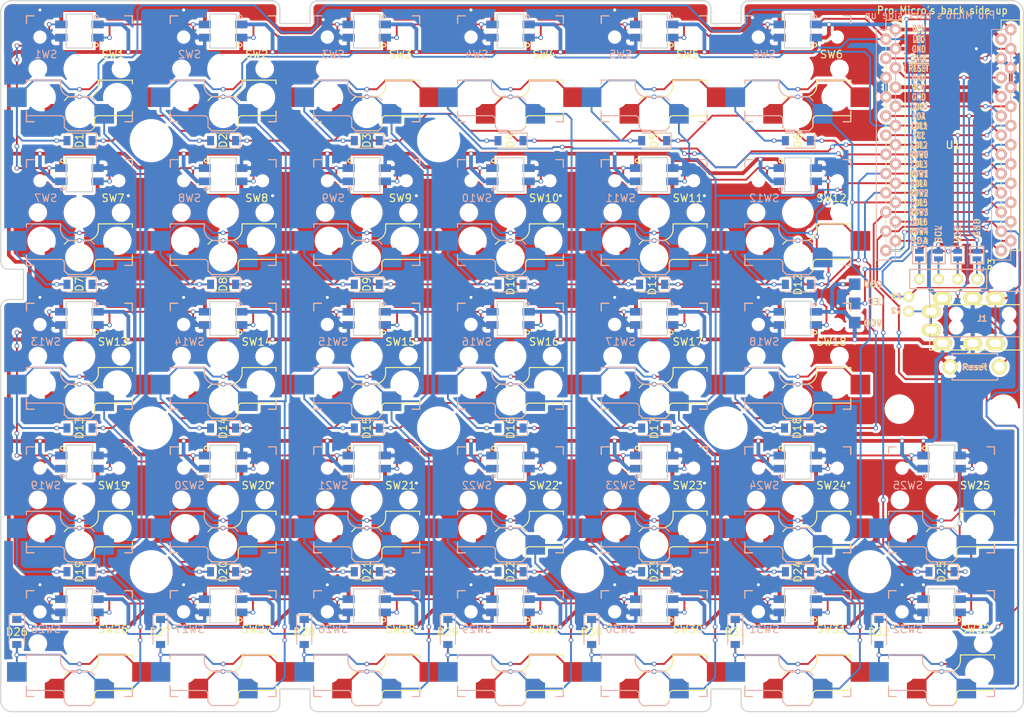
<source format=kicad_pcb>
(kicad_pcb (version 20171130) (host pcbnew 5.1.11-e4df9d881f~92~ubuntu21.04.1)
  (layers (0 F.Cu signal) (31 B.Cu signal) (34 B.Paste user) (35 F.Paste user hide) (36 B.SilkS user) (37 F.SilkS user) (38 B.Mask user) (39 F.Mask user hide) (44 Edge.Cuts user))
  (net 0 "")
  (net 1 row0)
  (net 2 "Net-(D1-Pad2)")
  (net 3 "Net-(D2-Pad2)")
  (net 4 "Net-(D3-Pad2)")
  (net 5 "Net-(D4-Pad2)")
  (net 6 "Net-(D5-Pad2)")
  (net 7 "Net-(D6-Pad2)")
  (net 8 row1)
  (net 9 "Net-(D7-Pad2)")
  (net 10 "Net-(D8-Pad2)")
  (net 11 "Net-(D9-Pad2)")
  (net 12 "Net-(D10-Pad2)")
  (net 13 "Net-(D11-Pad2)")
  (net 14 "Net-(D12-Pad2)")
  (net 15 row2)
  (net 16 "Net-(D13-Pad2)")
  (net 17 "Net-(D14-Pad2)")
  (net 18 "Net-(D15-Pad2)")
  (net 19 "Net-(D16-Pad2)")
  (net 20 "Net-(D17-Pad2)")
  (net 21 "Net-(D18-Pad2)")
  (net 22 row3)
  (net 23 "Net-(D19-Pad2)")
  (net 24 "Net-(D20-Pad2)")
  (net 25 "Net-(D21-Pad2)")
  (net 26 "Net-(D22-Pad2)")
  (net 27 "Net-(D23-Pad2)")
  (net 28 "Net-(D24-Pad2)")
  (net 29 /SDA)
  (net 30 VCC)
  (net 31 GND)
  (net 32 LED)
  (net 33 col3)
  (net 34 col2)
  (net 35 col4)
  (net 36 /~RESET)
  (net 37 col0)
  (net 38 col1)
  (net 39 col5)
  (net 40 /SCL)
  (net 41 "Net-(D25-Pad2)")
  (net 42 row4)
  (net 43 "Net-(D26-Pad2)")
  (net 44 "Net-(D27-Pad2)")
  (net 45 "Net-(D28-Pad2)")
  (net 46 "Net-(D29-Pad2)")
  (net 47 "Net-(D30-Pad2)")
  (net 48 "Net-(D31-Pad2)")
  (net 49 "Net-(D32-Pad2)")
  (net 50 "Net-(J1-PadA)")
  (net 51 "Net-(JP4-Pad2)")
  (net 52 "Net-(JP5-Pad2)")
  (net 53 "Net-(JP10-Pad2)")
  (net 54 "Net-(JP11-Pad2)")
  (net 55 col6)
  (net 56 "Net-(U2-Pad1)")
  (net 57 "Net-(U2-Pad3)")
  (net 58 "Net-(U3-Pad3)")
  (net 59 "Net-(U4-Pad3)")
  (net 60 "Net-(U5-Pad3)")
  (net 61 "Net-(U6-Pad3)")
  (net 62 "Net-(U8-Pad1)")
  (net 63 "Net-(U10-Pad3)")
  (net 64 "Net-(U10-Pad1)")
  (net 65 "Net-(U11-Pad1)")
  (net 66 "Net-(U12-Pad1)")
  (net 67 "Net-(U13-Pad1)")
  (net 68 "Net-(U14-Pad1)")
  (net 69 "Net-(U14-Pad3)")
  (net 70 "Net-(U15-Pad3)")
  (net 71 "Net-(U16-Pad3)")
  (net 72 "Net-(U17-Pad3)")
  (net 73 "Net-(U18-Pad3)")
  (net 74 "Net-(U20-Pad1)")
  (net 75 "Net-(U21-Pad1)")
  (net 76 "Net-(U22-Pad1)")
  (net 77 "Net-(U23-Pad1)")
  (net 78 "Net-(U24-Pad1)")
  (net 79 "Net-(U27-Pad3)")
  (net 80 "Net-(U28-Pad3)")
  (net 81 "Net-(U29-Pad3)")
  (net 82 "Net-(U30-Pad3)")
  (net 83 "Net-(U31-Pad3)")
  (net 84 data)
  (net 85 /ex1)
  (net 86 /ex2)
  (net 87 "Net-(U32-Pad3)")
  (net 88 "Net-(U25-Pad1)")
  (net 89 "Net-(U26-Pad1)")
  (net 90 "Net-(U27-Pad1)")
  (module Keyswitches:Kailh_socket_PG1350_reversible_LEFT (layer F.Cu) (at 206 129)
    (fp_text reference SW32 (at 4.445 -1.905) (layer F.SilkS))
    (fp_text value SW_PUSH)
    (fp_text user %R (at -4.445 -1.905) (layer B.SilkS) (effects (justify mirror)))
    (pad "" np_thru_hole circle (at 5.22 -4.2) (size 0.9906 0.9906) (drill 0.9906) (layers *.Cu *.Mask))
    (pad "" np_thru_hole circle (at -5.22 -4.2) (size 0.9906 0.9906) (drill 0.9906) (layers *.Cu *.Mask))
    (pad 2 smd rect (at -8.275 3.75) (size 2.6 2.6) (layers B.Cu B.Paste B.Mask) (net 49 "Net-(D32-Pad2)"))
    (pad 1 smd rect (at 3.275 5.95) (size 2.6 2.6) (layers B.Cu B.Paste B.Mask) (net 55 col6))
    (pad "" np_thru_hole circle (at -5 3.75) (size 3 3) (drill 3) (layers *.Cu *.Mask))
    (pad 2 smd rect (at 8.275 3.75) (size 2.6 2.6) (layers F.Cu F.Paste F.Mask) (net 49 "Net-(D32-Pad2)"))
    (pad "" np_thru_hole circle (at 0 5.95) (size 3 3) (drill 3) (layers *.Cu *.Mask))
    (pad "" np_thru_hole circle (at 0 0) (size 3.429 3.429) (drill 3.429) (layers *.Cu *.Mask))
    (pad "" np_thru_hole circle (at 5 3.75) (size 3 3) (drill 3) (layers *.Cu *.Mask))
    (pad 1 smd rect (at -3.275 5.95) (size 2.6 2.6) (layers F.Cu F.Paste F.Mask) (net 55 col6))
    (pad "" np_thru_hole circle (at 5.5 0) (size 1.7018 1.7018) (drill 1.7018) (layers *.Cu *.Mask))
    (pad "" np_thru_hole circle (at -5.5 0) (size 1.7018 1.7018) (drill 1.7018) (layers *.Cu *.Mask))
  )
  (module Keyswitches:Kailh_socket_PG1350_reversible_LEFT (layer F.Cu) (at 187 129)
    (fp_text reference SW31 (at 4.445 -1.905) (layer F.SilkS))
    (fp_text value SW_PUSH)
    (fp_text user %R (at -4.445 -1.905) (layer B.SilkS) (effects (justify mirror)))
    (pad "" np_thru_hole circle (at 5.22 -4.2) (size 0.9906 0.9906) (drill 0.9906) (layers *.Cu *.Mask))
    (pad "" np_thru_hole circle (at -5.22 -4.2) (size 0.9906 0.9906) (drill 0.9906) (layers *.Cu *.Mask))
    (pad 2 smd rect (at -8.275 3.75) (size 2.6 2.6) (layers B.Cu B.Paste B.Mask) (net 48 "Net-(D31-Pad2)"))
    (pad 1 smd rect (at 3.275 5.95) (size 2.6 2.6) (layers B.Cu B.Paste B.Mask) (net 39 col5))
    (pad "" np_thru_hole circle (at -5 3.75) (size 3 3) (drill 3) (layers *.Cu *.Mask))
    (pad 2 smd rect (at 8.275 3.75) (size 2.6 2.6) (layers F.Cu F.Paste F.Mask) (net 48 "Net-(D31-Pad2)"))
    (pad "" np_thru_hole circle (at 0 5.95) (size 3 3) (drill 3) (layers *.Cu *.Mask))
    (pad "" np_thru_hole circle (at 0 0) (size 3.429 3.429) (drill 3.429) (layers *.Cu *.Mask))
    (pad "" np_thru_hole circle (at 5 3.75) (size 3 3) (drill 3) (layers *.Cu *.Mask))
    (pad 1 smd rect (at -3.275 5.95) (size 2.6 2.6) (layers F.Cu F.Paste F.Mask) (net 39 col5))
    (pad "" np_thru_hole circle (at 5.5 0) (size 1.7018 1.7018) (drill 1.7018) (layers *.Cu *.Mask))
    (pad "" np_thru_hole circle (at -5.5 0) (size 1.7018 1.7018) (drill 1.7018) (layers *.Cu *.Mask))
  )
  (module Keyswitches:Kailh_socket_PG1350_reversible_LEFT (layer F.Cu) (at 168 129)
    (fp_text reference SW30 (at 4.445 -1.905) (layer F.SilkS))
    (fp_text value SW_PUSH)
    (fp_text user %R (at -4.445 -1.905) (layer B.SilkS) (effects (justify mirror)))
    (pad "" np_thru_hole circle (at 5.22 -4.2) (size 0.9906 0.9906) (drill 0.9906) (layers *.Cu *.Mask))
    (pad "" np_thru_hole circle (at -5.22 -4.2) (size 0.9906 0.9906) (drill 0.9906) (layers *.Cu *.Mask))
    (pad 2 smd rect (at -8.275 3.75) (size 2.6 2.6) (layers B.Cu B.Paste B.Mask) (net 47 "Net-(D30-Pad2)"))
    (pad 1 smd rect (at 3.275 5.95) (size 2.6 2.6) (layers B.Cu B.Paste B.Mask) (net 35 col4))
    (pad "" np_thru_hole circle (at -5 3.75) (size 3 3) (drill 3) (layers *.Cu *.Mask))
    (pad 2 smd rect (at 8.275 3.75) (size 2.6 2.6) (layers F.Cu F.Paste F.Mask) (net 47 "Net-(D30-Pad2)"))
    (pad "" np_thru_hole circle (at 0 5.95) (size 3 3) (drill 3) (layers *.Cu *.Mask))
    (pad "" np_thru_hole circle (at 0 0) (size 3.429 3.429) (drill 3.429) (layers *.Cu *.Mask))
    (pad "" np_thru_hole circle (at 5 3.75) (size 3 3) (drill 3) (layers *.Cu *.Mask))
    (pad 1 smd rect (at -3.275 5.95) (size 2.6 2.6) (layers F.Cu F.Paste F.Mask) (net 35 col4))
    (pad "" np_thru_hole circle (at 5.5 0) (size 1.7018 1.7018) (drill 1.7018) (layers *.Cu *.Mask))
    (pad "" np_thru_hole circle (at -5.5 0) (size 1.7018 1.7018) (drill 1.7018) (layers *.Cu *.Mask))
  )
  (module Keyswitches:Kailh_socket_PG1350_reversible_LEFT (layer F.Cu) (at 149 129)
    (fp_text reference SW29 (at 4.445 -1.905) (layer F.SilkS))
    (fp_text value SW_PUSH)
    (fp_text user %R (at -4.445 -1.905) (layer B.SilkS) (effects (justify mirror)))
    (pad "" np_thru_hole circle (at 5.22 -4.2) (size 0.9906 0.9906) (drill 0.9906) (layers *.Cu *.Mask))
    (pad "" np_thru_hole circle (at -5.22 -4.2) (size 0.9906 0.9906) (drill 0.9906) (layers *.Cu *.Mask))
    (pad 2 smd rect (at -8.275 3.75) (size 2.6 2.6) (layers B.Cu B.Paste B.Mask) (net 46 "Net-(D29-Pad2)"))
    (pad 1 smd rect (at 3.275 5.95) (size 2.6 2.6) (layers B.Cu B.Paste B.Mask) (net 33 col3))
    (pad "" np_thru_hole circle (at -5 3.75) (size 3 3) (drill 3) (layers *.Cu *.Mask))
    (pad 2 smd rect (at 8.275 3.75) (size 2.6 2.6) (layers F.Cu F.Paste F.Mask) (net 46 "Net-(D29-Pad2)"))
    (pad "" np_thru_hole circle (at 0 5.95) (size 3 3) (drill 3) (layers *.Cu *.Mask))
    (pad "" np_thru_hole circle (at 0 0) (size 3.429 3.429) (drill 3.429) (layers *.Cu *.Mask))
    (pad "" np_thru_hole circle (at 5 3.75) (size 3 3) (drill 3) (layers *.Cu *.Mask))
    (pad 1 smd rect (at -3.275 5.95) (size 2.6 2.6) (layers F.Cu F.Paste F.Mask) (net 33 col3))
    (pad "" np_thru_hole circle (at 5.5 0) (size 1.7018 1.7018) (drill 1.7018) (layers *.Cu *.Mask))
    (pad "" np_thru_hole circle (at -5.5 0) (size 1.7018 1.7018) (drill 1.7018) (layers *.Cu *.Mask))
  )
  (module Keyswitches:Kailh_socket_PG1350_reversible_LEFT (layer F.Cu) (at 130 129)
    (fp_text reference SW28 (at 4.445 -1.905) (layer F.SilkS))
    (fp_text value SW_PUSH)
    (fp_text user %R (at -4.445 -1.905) (layer B.SilkS) (effects (justify mirror)))
    (pad "" np_thru_hole circle (at 5.22 -4.2) (size 0.9906 0.9906) (drill 0.9906) (layers *.Cu *.Mask))
    (pad "" np_thru_hole circle (at -5.22 -4.2) (size 0.9906 0.9906) (drill 0.9906) (layers *.Cu *.Mask))
    (pad 2 smd rect (at -8.275 3.75) (size 2.6 2.6) (layers B.Cu B.Paste B.Mask) (net 45 "Net-(D28-Pad2)"))
    (pad 1 smd rect (at 3.275 5.95) (size 2.6 2.6) (layers B.Cu B.Paste B.Mask) (net 34 col2))
    (pad "" np_thru_hole circle (at -5 3.75) (size 3 3) (drill 3) (layers *.Cu *.Mask))
    (pad 2 smd rect (at 8.275 3.75) (size 2.6 2.6) (layers F.Cu F.Paste F.Mask) (net 45 "Net-(D28-Pad2)"))
    (pad "" np_thru_hole circle (at 0 5.95) (size 3 3) (drill 3) (layers *.Cu *.Mask))
    (pad "" np_thru_hole circle (at 0 0) (size 3.429 3.429) (drill 3.429) (layers *.Cu *.Mask))
    (pad "" np_thru_hole circle (at 5 3.75) (size 3 3) (drill 3) (layers *.Cu *.Mask))
    (pad 1 smd rect (at -3.275 5.95) (size 2.6 2.6) (layers F.Cu F.Paste F.Mask) (net 34 col2))
    (pad "" np_thru_hole circle (at 5.5 0) (size 1.7018 1.7018) (drill 1.7018) (layers *.Cu *.Mask))
    (pad "" np_thru_hole circle (at -5.5 0) (size 1.7018 1.7018) (drill 1.7018) (layers *.Cu *.Mask))
  )
  (module Keyswitches:Kailh_socket_PG1350_reversible_LEFT (layer F.Cu) (at 111 129)
    (fp_text reference SW27 (at 4.445 -1.905) (layer F.SilkS))
    (fp_text value SW_PUSH)
    (fp_text user %R (at -4.445 -1.905) (layer B.SilkS) (effects (justify mirror)))
    (pad "" np_thru_hole circle (at 5.22 -4.2) (size 0.9906 0.9906) (drill 0.9906) (layers *.Cu *.Mask))
    (pad "" np_thru_hole circle (at -5.22 -4.2) (size 0.9906 0.9906) (drill 0.9906) (layers *.Cu *.Mask))
    (pad 2 smd rect (at -8.275 3.75) (size 2.6 2.6) (layers B.Cu B.Paste B.Mask) (net 44 "Net-(D27-Pad2)"))
    (pad 1 smd rect (at 3.275 5.95) (size 2.6 2.6) (layers B.Cu B.Paste B.Mask) (net 38 col1))
    (pad "" np_thru_hole circle (at -5 3.75) (size 3 3) (drill 3) (layers *.Cu *.Mask))
    (pad 2 smd rect (at 8.275 3.75) (size 2.6 2.6) (layers F.Cu F.Paste F.Mask) (net 44 "Net-(D27-Pad2)"))
    (pad "" np_thru_hole circle (at 0 5.95) (size 3 3) (drill 3) (layers *.Cu *.Mask))
    (pad "" np_thru_hole circle (at 0 0) (size 3.429 3.429) (drill 3.429) (layers *.Cu *.Mask))
    (pad "" np_thru_hole circle (at 5 3.75) (size 3 3) (drill 3) (layers *.Cu *.Mask))
    (pad 1 smd rect (at -3.275 5.95) (size 2.6 2.6) (layers F.Cu F.Paste F.Mask) (net 38 col1))
    (pad "" np_thru_hole circle (at 5.5 0) (size 1.7018 1.7018) (drill 1.7018) (layers *.Cu *.Mask))
    (pad "" np_thru_hole circle (at -5.5 0) (size 1.7018 1.7018) (drill 1.7018) (layers *.Cu *.Mask))
  )
  (module Keyswitches:Kailh_socket_PG1350_reversible_LEFT (layer F.Cu) (at 92 129)
    (fp_text reference SW26 (at 4.445 -1.905) (layer F.SilkS))
    (fp_text value SW_PUSH)
    (fp_text user %R (at -4.445 -1.905) (layer B.SilkS) (effects (justify mirror)))
    (pad "" np_thru_hole circle (at 5.22 -4.2) (size 0.9906 0.9906) (drill 0.9906) (layers *.Cu *.Mask))
    (pad "" np_thru_hole circle (at -5.22 -4.2) (size 0.9906 0.9906) (drill 0.9906) (layers *.Cu *.Mask))
    (pad 2 smd rect (at -8.275 3.75) (size 2.6 2.6) (layers B.Cu B.Paste B.Mask) (net 43 "Net-(D26-Pad2)"))
    (pad 1 smd rect (at 3.275 5.95) (size 2.6 2.6) (layers B.Cu B.Paste B.Mask) (net 37 col0))
    (pad "" np_thru_hole circle (at -5 3.75) (size 3 3) (drill 3) (layers *.Cu *.Mask))
    (pad 2 smd rect (at 8.275 3.75) (size 2.6 2.6) (layers F.Cu F.Paste F.Mask) (net 43 "Net-(D26-Pad2)"))
    (pad "" np_thru_hole circle (at 0 5.95) (size 3 3) (drill 3) (layers *.Cu *.Mask))
    (pad "" np_thru_hole circle (at 0 0) (size 3.429 3.429) (drill 3.429) (layers *.Cu *.Mask))
    (pad "" np_thru_hole circle (at 5 3.75) (size 3 3) (drill 3) (layers *.Cu *.Mask))
    (pad 1 smd rect (at -3.275 5.95) (size 2.6 2.6) (layers F.Cu F.Paste F.Mask) (net 37 col0))
    (pad "" np_thru_hole circle (at 5.5 0) (size 1.7018 1.7018) (drill 1.7018) (layers *.Cu *.Mask))
    (pad "" np_thru_hole circle (at -5.5 0) (size 1.7018 1.7018) (drill 1.7018) (layers *.Cu *.Mask))
  )
  (module Keyswitches:Kailh_socket_PG1350_reversible_LEFT (layer F.Cu) (at 206 110)
    (fp_text reference SW25 (at 4.445 -1.905) (layer F.SilkS))
    (fp_text value SW_PUSH)
    (fp_text user %R (at -4.445 -1.905) (layer B.SilkS) (effects (justify mirror)))
    (pad "" np_thru_hole circle (at 5.22 -4.2) (size 0.9906 0.9906) (drill 0.9906) (layers *.Cu *.Mask))
    (pad "" np_thru_hole circle (at -5.22 -4.2) (size 0.9906 0.9906) (drill 0.9906) (layers *.Cu *.Mask))
    (pad 2 smd rect (at -8.275 3.75) (size 2.6 2.6) (layers B.Cu B.Paste B.Mask) (net 41 "Net-(D25-Pad2)"))
    (pad 1 smd rect (at 3.275 5.95) (size 2.6 2.6) (layers B.Cu B.Paste B.Mask) (net 55 col6))
    (pad "" np_thru_hole circle (at -5 3.75) (size 3 3) (drill 3) (layers *.Cu *.Mask))
    (pad 2 smd rect (at 8.275 3.75) (size 2.6 2.6) (layers F.Cu F.Paste F.Mask) (net 41 "Net-(D25-Pad2)"))
    (pad "" np_thru_hole circle (at 0 5.95) (size 3 3) (drill 3) (layers *.Cu *.Mask))
    (pad "" np_thru_hole circle (at 0 0) (size 3.429 3.429) (drill 3.429) (layers *.Cu *.Mask))
    (pad "" np_thru_hole circle (at 5 3.75) (size 3 3) (drill 3) (layers *.Cu *.Mask))
    (pad 1 smd rect (at -3.275 5.95) (size 2.6 2.6) (layers F.Cu F.Paste F.Mask) (net 55 col6))
    (pad "" np_thru_hole circle (at 5.5 0) (size 1.7018 1.7018) (drill 1.7018) (layers *.Cu *.Mask))
    (pad "" np_thru_hole circle (at -5.5 0) (size 1.7018 1.7018) (drill 1.7018) (layers *.Cu *.Mask))
  )
  (module Keyswitches:Kailh_socket_PG1350_reversible_LEFT (layer F.Cu) (at 187 110)
    (fp_text reference SW24 (at 4.445 -1.905) (layer F.SilkS))
    (fp_text value SW_PUSH)
    (fp_text user %R (at -4.445 -1.905) (layer B.SilkS) (effects (justify mirror)))
    (pad "" np_thru_hole circle (at 5.22 -4.2) (size 0.9906 0.9906) (drill 0.9906) (layers *.Cu *.Mask))
    (pad "" np_thru_hole circle (at -5.22 -4.2) (size 0.9906 0.9906) (drill 0.9906) (layers *.Cu *.Mask))
    (pad 2 smd rect (at -8.275 3.75) (size 2.6 2.6) (layers B.Cu B.Paste B.Mask) (net 28 "Net-(D24-Pad2)"))
    (pad 1 smd rect (at 3.275 5.95) (size 2.6 2.6) (layers B.Cu B.Paste B.Mask) (net 39 col5))
    (pad "" np_thru_hole circle (at -5 3.75) (size 3 3) (drill 3) (layers *.Cu *.Mask))
    (pad 2 smd rect (at 8.275 3.75) (size 2.6 2.6) (layers F.Cu F.Paste F.Mask) (net 28 "Net-(D24-Pad2)"))
    (pad "" np_thru_hole circle (at 0 5.95) (size 3 3) (drill 3) (layers *.Cu *.Mask))
    (pad "" np_thru_hole circle (at 0 0) (size 3.429 3.429) (drill 3.429) (layers *.Cu *.Mask))
    (pad "" np_thru_hole circle (at 5 3.75) (size 3 3) (drill 3) (layers *.Cu *.Mask))
    (pad 1 smd rect (at -3.275 5.95) (size 2.6 2.6) (layers F.Cu F.Paste F.Mask) (net 39 col5))
    (pad "" np_thru_hole circle (at 5.5 0) (size 1.7018 1.7018) (drill 1.7018) (layers *.Cu *.Mask))
    (pad "" np_thru_hole circle (at -5.5 0) (size 1.7018 1.7018) (drill 1.7018) (layers *.Cu *.Mask))
  )
  (module Keyswitches:Kailh_socket_PG1350_reversible_LEFT (layer F.Cu) (at 168 110)
    (fp_text reference SW23 (at 4.445 -1.905) (layer F.SilkS))
    (fp_text value SW_PUSH)
    (fp_text user %R (at -4.445 -1.905) (layer B.SilkS) (effects (justify mirror)))
    (pad "" np_thru_hole circle (at 5.22 -4.2) (size 0.9906 0.9906) (drill 0.9906) (layers *.Cu *.Mask))
    (pad "" np_thru_hole circle (at -5.22 -4.2) (size 0.9906 0.9906) (drill 0.9906) (layers *.Cu *.Mask))
    (pad 2 smd rect (at -8.275 3.75) (size 2.6 2.6) (layers B.Cu B.Paste B.Mask) (net 27 "Net-(D23-Pad2)"))
    (pad 1 smd rect (at 3.275 5.95) (size 2.6 2.6) (layers B.Cu B.Paste B.Mask) (net 35 col4))
    (pad "" np_thru_hole circle (at -5 3.75) (size 3 3) (drill 3) (layers *.Cu *.Mask))
    (pad 2 smd rect (at 8.275 3.75) (size 2.6 2.6) (layers F.Cu F.Paste F.Mask) (net 27 "Net-(D23-Pad2)"))
    (pad "" np_thru_hole circle (at 0 5.95) (size 3 3) (drill 3) (layers *.Cu *.Mask))
    (pad "" np_thru_hole circle (at 0 0) (size 3.429 3.429) (drill 3.429) (layers *.Cu *.Mask))
    (pad "" np_thru_hole circle (at 5 3.75) (size 3 3) (drill 3) (layers *.Cu *.Mask))
    (pad 1 smd rect (at -3.275 5.95) (size 2.6 2.6) (layers F.Cu F.Paste F.Mask) (net 35 col4))
    (pad "" np_thru_hole circle (at 5.5 0) (size 1.7018 1.7018) (drill 1.7018) (layers *.Cu *.Mask))
    (pad "" np_thru_hole circle (at -5.5 0) (size 1.7018 1.7018) (drill 1.7018) (layers *.Cu *.Mask))
  )
  (module Keyswitches:Kailh_socket_PG1350_reversible_LEFT (layer F.Cu) (at 149 110)
    (fp_text reference SW22 (at 4.445 -1.905) (layer F.SilkS))
    (fp_text value SW_PUSH)
    (fp_text user %R (at -4.445 -1.905) (layer B.SilkS) (effects (justify mirror)))
    (pad "" np_thru_hole circle (at 5.22 -4.2) (size 0.9906 0.9906) (drill 0.9906) (layers *.Cu *.Mask))
    (pad "" np_thru_hole circle (at -5.22 -4.2) (size 0.9906 0.9906) (drill 0.9906) (layers *.Cu *.Mask))
    (pad 2 smd rect (at -8.275 3.75) (size 2.6 2.6) (layers B.Cu B.Paste B.Mask) (net 26 "Net-(D22-Pad2)"))
    (pad 1 smd rect (at 3.275 5.95) (size 2.6 2.6) (layers B.Cu B.Paste B.Mask) (net 33 col3))
    (pad "" np_thru_hole circle (at -5 3.75) (size 3 3) (drill 3) (layers *.Cu *.Mask))
    (pad 2 smd rect (at 8.275 3.75) (size 2.6 2.6) (layers F.Cu F.Paste F.Mask) (net 26 "Net-(D22-Pad2)"))
    (pad "" np_thru_hole circle (at 0 5.95) (size 3 3) (drill 3) (layers *.Cu *.Mask))
    (pad "" np_thru_hole circle (at 0 0) (size 3.429 3.429) (drill 3.429) (layers *.Cu *.Mask))
    (pad "" np_thru_hole circle (at 5 3.75) (size 3 3) (drill 3) (layers *.Cu *.Mask))
    (pad 1 smd rect (at -3.275 5.95) (size 2.6 2.6) (layers F.Cu F.Paste F.Mask) (net 33 col3))
    (pad "" np_thru_hole circle (at 5.5 0) (size 1.7018 1.7018) (drill 1.7018) (layers *.Cu *.Mask))
    (pad "" np_thru_hole circle (at -5.5 0) (size 1.7018 1.7018) (drill 1.7018) (layers *.Cu *.Mask))
  )
  (module Keyswitches:Kailh_socket_PG1350_reversible_LEFT (layer F.Cu) (at 130 110)
    (fp_text reference SW21 (at 4.445 -1.905) (layer F.SilkS))
    (fp_text value SW_PUSH)
    (fp_text user %R (at -4.445 -1.905) (layer B.SilkS) (effects (justify mirror)))
    (pad "" np_thru_hole circle (at 5.22 -4.2) (size 0.9906 0.9906) (drill 0.9906) (layers *.Cu *.Mask))
    (pad "" np_thru_hole circle (at -5.22 -4.2) (size 0.9906 0.9906) (drill 0.9906) (layers *.Cu *.Mask))
    (pad 2 smd rect (at -8.275 3.75) (size 2.6 2.6) (layers B.Cu B.Paste B.Mask) (net 25 "Net-(D21-Pad2)"))
    (pad 1 smd rect (at 3.275 5.95) (size 2.6 2.6) (layers B.Cu B.Paste B.Mask) (net 34 col2))
    (pad "" np_thru_hole circle (at -5 3.75) (size 3 3) (drill 3) (layers *.Cu *.Mask))
    (pad 2 smd rect (at 8.275 3.75) (size 2.6 2.6) (layers F.Cu F.Paste F.Mask) (net 25 "Net-(D21-Pad2)"))
    (pad "" np_thru_hole circle (at 0 5.95) (size 3 3) (drill 3) (layers *.Cu *.Mask))
    (pad "" np_thru_hole circle (at 0 0) (size 3.429 3.429) (drill 3.429) (layers *.Cu *.Mask))
    (pad "" np_thru_hole circle (at 5 3.75) (size 3 3) (drill 3) (layers *.Cu *.Mask))
    (pad 1 smd rect (at -3.275 5.95) (size 2.6 2.6) (layers F.Cu F.Paste F.Mask) (net 34 col2))
    (pad "" np_thru_hole circle (at 5.5 0) (size 1.7018 1.7018) (drill 1.7018) (layers *.Cu *.Mask))
    (pad "" np_thru_hole circle (at -5.5 0) (size 1.7018 1.7018) (drill 1.7018) (layers *.Cu *.Mask))
  )
  (module Keyswitches:Kailh_socket_PG1350_reversible_LEFT (layer F.Cu) (at 111 110)
    (fp_text reference SW20 (at 4.445 -1.905) (layer F.SilkS))
    (fp_text value SW_PUSH)
    (fp_text user %R (at -4.445 -1.905) (layer B.SilkS) (effects (justify mirror)))
    (pad "" np_thru_hole circle (at 5.22 -4.2) (size 0.9906 0.9906) (drill 0.9906) (layers *.Cu *.Mask))
    (pad "" np_thru_hole circle (at -5.22 -4.2) (size 0.9906 0.9906) (drill 0.9906) (layers *.Cu *.Mask))
    (pad 2 smd rect (at -8.275 3.75) (size 2.6 2.6) (layers B.Cu B.Paste B.Mask) (net 24 "Net-(D20-Pad2)"))
    (pad 1 smd rect (at 3.275 5.95) (size 2.6 2.6) (layers B.Cu B.Paste B.Mask) (net 38 col1))
    (pad "" np_thru_hole circle (at -5 3.75) (size 3 3) (drill 3) (layers *.Cu *.Mask))
    (pad 2 smd rect (at 8.275 3.75) (size 2.6 2.6) (layers F.Cu F.Paste F.Mask) (net 24 "Net-(D20-Pad2)"))
    (pad "" np_thru_hole circle (at 0 5.95) (size 3 3) (drill 3) (layers *.Cu *.Mask))
    (pad "" np_thru_hole circle (at 0 0) (size 3.429 3.429) (drill 3.429) (layers *.Cu *.Mask))
    (pad "" np_thru_hole circle (at 5 3.75) (size 3 3) (drill 3) (layers *.Cu *.Mask))
    (pad 1 smd rect (at -3.275 5.95) (size 2.6 2.6) (layers F.Cu F.Paste F.Mask) (net 38 col1))
    (pad "" np_thru_hole circle (at 5.5 0) (size 1.7018 1.7018) (drill 1.7018) (layers *.Cu *.Mask))
    (pad "" np_thru_hole circle (at -5.5 0) (size 1.7018 1.7018) (drill 1.7018) (layers *.Cu *.Mask))
  )
  (module Keyswitches:Kailh_socket_PG1350_reversible_LEFT (layer F.Cu) (at 92 110)
    (fp_text reference SW19 (at 4.445 -1.905) (layer F.SilkS))
    (fp_text value SW_PUSH)
    (fp_text user %R (at -4.445 -1.905) (layer B.SilkS) (effects (justify mirror)))
    (pad "" np_thru_hole circle (at 5.22 -4.2) (size 0.9906 0.9906) (drill 0.9906) (layers *.Cu *.Mask))
    (pad "" np_thru_hole circle (at -5.22 -4.2) (size 0.9906 0.9906) (drill 0.9906) (layers *.Cu *.Mask))
    (pad 2 smd rect (at -8.275 3.75) (size 2.6 2.6) (layers B.Cu B.Paste B.Mask) (net 23 "Net-(D19-Pad2)"))
    (pad 1 smd rect (at 3.275 5.95) (size 2.6 2.6) (layers B.Cu B.Paste B.Mask) (net 37 col0))
    (pad "" np_thru_hole circle (at -5 3.75) (size 3 3) (drill 3) (layers *.Cu *.Mask))
    (pad 2 smd rect (at 8.275 3.75) (size 2.6 2.6) (layers F.Cu F.Paste F.Mask) (net 23 "Net-(D19-Pad2)"))
    (pad "" np_thru_hole circle (at 0 5.95) (size 3 3) (drill 3) (layers *.Cu *.Mask))
    (pad "" np_thru_hole circle (at 0 0) (size 3.429 3.429) (drill 3.429) (layers *.Cu *.Mask))
    (pad "" np_thru_hole circle (at 5 3.75) (size 3 3) (drill 3) (layers *.Cu *.Mask))
    (pad 1 smd rect (at -3.275 5.95) (size 2.6 2.6) (layers F.Cu F.Paste F.Mask) (net 37 col0))
    (pad "" np_thru_hole circle (at 5.5 0) (size 1.7018 1.7018) (drill 1.7018) (layers *.Cu *.Mask))
    (pad "" np_thru_hole circle (at -5.5 0) (size 1.7018 1.7018) (drill 1.7018) (layers *.Cu *.Mask))
  )
  (module Keyswitches:Kailh_socket_PG1350_reversible_LEFT (layer F.Cu) (at 187 91)
    (fp_text reference SW18 (at 4.445 -1.905) (layer F.SilkS))
    (fp_text value SW_PUSH)
    (fp_text user %R (at -4.445 -1.905) (layer B.SilkS) (effects (justify mirror)))
    (pad "" np_thru_hole circle (at 5.22 -4.2) (size 0.9906 0.9906) (drill 0.9906) (layers *.Cu *.Mask))
    (pad "" np_thru_hole circle (at -5.22 -4.2) (size 0.9906 0.9906) (drill 0.9906) (layers *.Cu *.Mask))
    (pad 2 smd rect (at -8.275 3.75) (size 2.6 2.6) (layers B.Cu B.Paste B.Mask) (net 21 "Net-(D18-Pad2)"))
    (pad 1 smd rect (at 3.275 5.95) (size 2.6 2.6) (layers B.Cu B.Paste B.Mask) (net 39 col5))
    (pad "" np_thru_hole circle (at -5 3.75) (size 3 3) (drill 3) (layers *.Cu *.Mask))
    (pad 2 smd rect (at 8.275 3.75) (size 2.6 2.6) (layers F.Cu F.Paste F.Mask) (net 21 "Net-(D18-Pad2)"))
    (pad "" np_thru_hole circle (at 0 5.95) (size 3 3) (drill 3) (layers *.Cu *.Mask))
    (pad "" np_thru_hole circle (at 0 0) (size 3.429 3.429) (drill 3.429) (layers *.Cu *.Mask))
    (pad "" np_thru_hole circle (at 5 3.75) (size 3 3) (drill 3) (layers *.Cu *.Mask))
    (pad 1 smd rect (at -3.275 5.95) (size 2.6 2.6) (layers F.Cu F.Paste F.Mask) (net 39 col5))
    (pad "" np_thru_hole circle (at 5.5 0) (size 1.7018 1.7018) (drill 1.7018) (layers *.Cu *.Mask))
    (pad "" np_thru_hole circle (at -5.5 0) (size 1.7018 1.7018) (drill 1.7018) (layers *.Cu *.Mask))
  )
  (module Keyswitches:Kailh_socket_PG1350_reversible_LEFT (layer F.Cu) (at 168 91)
    (fp_text reference SW17 (at 4.445 -1.905) (layer F.SilkS))
    (fp_text value SW_PUSH)
    (fp_text user %R (at -4.445 -1.905) (layer B.SilkS) (effects (justify mirror)))
    (pad "" np_thru_hole circle (at 5.22 -4.2) (size 0.9906 0.9906) (drill 0.9906) (layers *.Cu *.Mask))
    (pad "" np_thru_hole circle (at -5.22 -4.2) (size 0.9906 0.9906) (drill 0.9906) (layers *.Cu *.Mask))
    (pad 2 smd rect (at -8.275 3.75) (size 2.6 2.6) (layers B.Cu B.Paste B.Mask) (net 20 "Net-(D17-Pad2)"))
    (pad 1 smd rect (at 3.275 5.95) (size 2.6 2.6) (layers B.Cu B.Paste B.Mask) (net 35 col4))
    (pad "" np_thru_hole circle (at -5 3.75) (size 3 3) (drill 3) (layers *.Cu *.Mask))
    (pad 2 smd rect (at 8.275 3.75) (size 2.6 2.6) (layers F.Cu F.Paste F.Mask) (net 20 "Net-(D17-Pad2)"))
    (pad "" np_thru_hole circle (at 0 5.95) (size 3 3) (drill 3) (layers *.Cu *.Mask))
    (pad "" np_thru_hole circle (at 0 0) (size 3.429 3.429) (drill 3.429) (layers *.Cu *.Mask))
    (pad "" np_thru_hole circle (at 5 3.75) (size 3 3) (drill 3) (layers *.Cu *.Mask))
    (pad 1 smd rect (at -3.275 5.95) (size 2.6 2.6) (layers F.Cu F.Paste F.Mask) (net 35 col4))
    (pad "" np_thru_hole circle (at 5.5 0) (size 1.7018 1.7018) (drill 1.7018) (layers *.Cu *.Mask))
    (pad "" np_thru_hole circle (at -5.5 0) (size 1.7018 1.7018) (drill 1.7018) (layers *.Cu *.Mask))
  )
  (module Keyswitches:Kailh_socket_PG1350_reversible_LEFT (layer F.Cu) (at 149 91)
    (fp_text reference SW16 (at 4.445 -1.905) (layer F.SilkS))
    (fp_text value SW_PUSH)
    (fp_text user %R (at -4.445 -1.905) (layer B.SilkS) (effects (justify mirror)))
    (pad "" np_thru_hole circle (at 5.22 -4.2) (size 0.9906 0.9906) (drill 0.9906) (layers *.Cu *.Mask))
    (pad "" np_thru_hole circle (at -5.22 -4.2) (size 0.9906 0.9906) (drill 0.9906) (layers *.Cu *.Mask))
    (pad 2 smd rect (at -8.275 3.75) (size 2.6 2.6) (layers B.Cu B.Paste B.Mask) (net 19 "Net-(D16-Pad2)"))
    (pad 1 smd rect (at 3.275 5.95) (size 2.6 2.6) (layers B.Cu B.Paste B.Mask) (net 33 col3))
    (pad "" np_thru_hole circle (at -5 3.75) (size 3 3) (drill 3) (layers *.Cu *.Mask))
    (pad 2 smd rect (at 8.275 3.75) (size 2.6 2.6) (layers F.Cu F.Paste F.Mask) (net 19 "Net-(D16-Pad2)"))
    (pad "" np_thru_hole circle (at 0 5.95) (size 3 3) (drill 3) (layers *.Cu *.Mask))
    (pad "" np_thru_hole circle (at 0 0) (size 3.429 3.429) (drill 3.429) (layers *.Cu *.Mask))
    (pad "" np_thru_hole circle (at 5 3.75) (size 3 3) (drill 3) (layers *.Cu *.Mask))
    (pad 1 smd rect (at -3.275 5.95) (size 2.6 2.6) (layers F.Cu F.Paste F.Mask) (net 33 col3))
    (pad "" np_thru_hole circle (at 5.5 0) (size 1.7018 1.7018) (drill 1.7018) (layers *.Cu *.Mask))
    (pad "" np_thru_hole circle (at -5.5 0) (size 1.7018 1.7018) (drill 1.7018) (layers *.Cu *.Mask))
  )
  (module Keyswitches:Kailh_socket_PG1350_reversible_LEFT (layer F.Cu) (at 130 91)
    (fp_text reference SW15 (at 4.445 -1.905) (layer F.SilkS))
    (fp_text value SW_PUSH)
    (fp_text user %R (at -4.445 -1.905) (layer B.SilkS) (effects (justify mirror)))
    (pad "" np_thru_hole circle (at 5.22 -4.2) (size 0.9906 0.9906) (drill 0.9906) (layers *.Cu *.Mask))
    (pad "" np_thru_hole circle (at -5.22 -4.2) (size 0.9906 0.9906) (drill 0.9906) (layers *.Cu *.Mask))
    (pad 2 smd rect (at -8.275 3.75) (size 2.6 2.6) (layers B.Cu B.Paste B.Mask) (net 18 "Net-(D15-Pad2)"))
    (pad 1 smd rect (at 3.275 5.95) (size 2.6 2.6) (layers B.Cu B.Paste B.Mask) (net 34 col2))
    (pad "" np_thru_hole circle (at -5 3.75) (size 3 3) (drill 3) (layers *.Cu *.Mask))
    (pad 2 smd rect (at 8.275 3.75) (size 2.6 2.6) (layers F.Cu F.Paste F.Mask) (net 18 "Net-(D15-Pad2)"))
    (pad "" np_thru_hole circle (at 0 5.95) (size 3 3) (drill 3) (layers *.Cu *.Mask))
    (pad "" np_thru_hole circle (at 0 0) (size 3.429 3.429) (drill 3.429) (layers *.Cu *.Mask))
    (pad "" np_thru_hole circle (at 5 3.75) (size 3 3) (drill 3) (layers *.Cu *.Mask))
    (pad 1 smd rect (at -3.275 5.95) (size 2.6 2.6) (layers F.Cu F.Paste F.Mask) (net 34 col2))
    (pad "" np_thru_hole circle (at 5.5 0) (size 1.7018 1.7018) (drill 1.7018) (layers *.Cu *.Mask))
    (pad "" np_thru_hole circle (at -5.5 0) (size 1.7018 1.7018) (drill 1.7018) (layers *.Cu *.Mask))
  )
  (module Keyswitches:Kailh_socket_PG1350_reversible_LEFT (layer F.Cu) (at 111 91)
    (fp_text reference SW14 (at 4.445 -1.905) (layer F.SilkS))
    (fp_text value SW_PUSH)
    (fp_text user %R (at -4.445 -1.905) (layer B.SilkS) (effects (justify mirror)))
    (pad "" np_thru_hole circle (at 5.22 -4.2) (size 0.9906 0.9906) (drill 0.9906) (layers *.Cu *.Mask))
    (pad "" np_thru_hole circle (at -5.22 -4.2) (size 0.9906 0.9906) (drill 0.9906) (layers *.Cu *.Mask))
    (pad 2 smd rect (at -8.275 3.75) (size 2.6 2.6) (layers B.Cu B.Paste B.Mask) (net 17 "Net-(D14-Pad2)"))
    (pad 1 smd rect (at 3.275 5.95) (size 2.6 2.6) (layers B.Cu B.Paste B.Mask) (net 38 col1))
    (pad "" np_thru_hole circle (at -5 3.75) (size 3 3) (drill 3) (layers *.Cu *.Mask))
    (pad 2 smd rect (at 8.275 3.75) (size 2.6 2.6) (layers F.Cu F.Paste F.Mask) (net 17 "Net-(D14-Pad2)"))
    (pad "" np_thru_hole circle (at 0 5.95) (size 3 3) (drill 3) (layers *.Cu *.Mask))
    (pad "" np_thru_hole circle (at 0 0) (size 3.429 3.429) (drill 3.429) (layers *.Cu *.Mask))
    (pad "" np_thru_hole circle (at 5 3.75) (size 3 3) (drill 3) (layers *.Cu *.Mask))
    (pad 1 smd rect (at -3.275 5.95) (size 2.6 2.6) (layers F.Cu F.Paste F.Mask) (net 38 col1))
    (pad "" np_thru_hole circle (at 5.5 0) (size 1.7018 1.7018) (drill 1.7018) (layers *.Cu *.Mask))
    (pad "" np_thru_hole circle (at -5.5 0) (size 1.7018 1.7018) (drill 1.7018) (layers *.Cu *.Mask))
  )
  (module Keyswitches:Kailh_socket_PG1350_reversible_LEFT (layer F.Cu) (at 92 91)
    (fp_text reference SW13 (at 4.445 -1.905) (layer F.SilkS))
    (fp_text value SW_PUSH)
    (fp_text user %R (at -4.445 -1.905) (layer B.SilkS) (effects (justify mirror)))
    (pad "" np_thru_hole circle (at 5.22 -4.2) (size 0.9906 0.9906) (drill 0.9906) (layers *.Cu *.Mask))
    (pad "" np_thru_hole circle (at -5.22 -4.2) (size 0.9906 0.9906) (drill 0.9906) (layers *.Cu *.Mask))
    (pad 2 smd rect (at -8.275 3.75) (size 2.6 2.6) (layers B.Cu B.Paste B.Mask) (net 16 "Net-(D13-Pad2)"))
    (pad 1 smd rect (at 3.275 5.95) (size 2.6 2.6) (layers B.Cu B.Paste B.Mask) (net 37 col0))
    (pad "" np_thru_hole circle (at -5 3.75) (size 3 3) (drill 3) (layers *.Cu *.Mask))
    (pad 2 smd rect (at 8.275 3.75) (size 2.6 2.6) (layers F.Cu F.Paste F.Mask) (net 16 "Net-(D13-Pad2)"))
    (pad "" np_thru_hole circle (at 0 5.95) (size 3 3) (drill 3) (layers *.Cu *.Mask))
    (pad "" np_thru_hole circle (at 0 0) (size 3.429 3.429) (drill 3.429) (layers *.Cu *.Mask))
    (pad "" np_thru_hole circle (at 5 3.75) (size 3 3) (drill 3) (layers *.Cu *.Mask))
    (pad 1 smd rect (at -3.275 5.95) (size 2.6 2.6) (layers F.Cu F.Paste F.Mask) (net 37 col0))
    (pad "" np_thru_hole circle (at 5.5 0) (size 1.7018 1.7018) (drill 1.7018) (layers *.Cu *.Mask))
    (pad "" np_thru_hole circle (at -5.5 0) (size 1.7018 1.7018) (drill 1.7018) (layers *.Cu *.Mask))
  )
  (module Keyswitches:Kailh_socket_PG1350_reversible_LEFT (layer F.Cu) (at 187 72)
    (fp_text reference SW12 (at 4.445 -1.905) (layer F.SilkS))
    (fp_text value SW_PUSH)
    (fp_text user %R (at -4.445 -1.905) (layer B.SilkS) (effects (justify mirror)))
    (pad "" np_thru_hole circle (at 5.22 -4.2) (size 0.9906 0.9906) (drill 0.9906) (layers *.Cu *.Mask))
    (pad "" np_thru_hole circle (at -5.22 -4.2) (size 0.9906 0.9906) (drill 0.9906) (layers *.Cu *.Mask))
    (pad 2 smd rect (at -8.275 3.75) (size 2.6 2.6) (layers B.Cu B.Paste B.Mask) (net 14 "Net-(D12-Pad2)"))
    (pad 1 smd rect (at 3.275 5.95) (size 2.6 2.6) (layers B.Cu B.Paste B.Mask) (net 39 col5))
    (pad "" np_thru_hole circle (at -5 3.75) (size 3 3) (drill 3) (layers *.Cu *.Mask))
    (pad 2 smd rect (at 8.275 3.75) (size 2.6 2.6) (layers F.Cu F.Paste F.Mask) (net 14 "Net-(D12-Pad2)"))
    (pad "" np_thru_hole circle (at 0 5.95) (size 3 3) (drill 3) (layers *.Cu *.Mask))
    (pad "" np_thru_hole circle (at 0 0) (size 3.429 3.429) (drill 3.429) (layers *.Cu *.Mask))
    (pad "" np_thru_hole circle (at 5 3.75) (size 3 3) (drill 3) (layers *.Cu *.Mask))
    (pad 1 smd rect (at -3.275 5.95) (size 2.6 2.6) (layers F.Cu F.Paste F.Mask) (net 39 col5))
    (pad "" np_thru_hole circle (at 5.5 0) (size 1.7018 1.7018) (drill 1.7018) (layers *.Cu *.Mask))
    (pad "" np_thru_hole circle (at -5.5 0) (size 1.7018 1.7018) (drill 1.7018) (layers *.Cu *.Mask))
  )
  (module Keyswitches:Kailh_socket_PG1350_reversible_LEFT (layer F.Cu) (at 168 72)
    (fp_text reference SW11 (at 4.445 -1.905) (layer F.SilkS))
    (fp_text value SW_PUSH)
    (fp_text user %R (at -4.445 -1.905) (layer B.SilkS) (effects (justify mirror)))
    (pad "" np_thru_hole circle (at 5.22 -4.2) (size 0.9906 0.9906) (drill 0.9906) (layers *.Cu *.Mask))
    (pad "" np_thru_hole circle (at -5.22 -4.2) (size 0.9906 0.9906) (drill 0.9906) (layers *.Cu *.Mask))
    (pad 2 smd rect (at -8.275 3.75) (size 2.6 2.6) (layers B.Cu B.Paste B.Mask) (net 13 "Net-(D11-Pad2)"))
    (pad 1 smd rect (at 3.275 5.95) (size 2.6 2.6) (layers B.Cu B.Paste B.Mask) (net 35 col4))
    (pad "" np_thru_hole circle (at -5 3.75) (size 3 3) (drill 3) (layers *.Cu *.Mask))
    (pad 2 smd rect (at 8.275 3.75) (size 2.6 2.6) (layers F.Cu F.Paste F.Mask) (net 13 "Net-(D11-Pad2)"))
    (pad "" np_thru_hole circle (at 0 5.95) (size 3 3) (drill 3) (layers *.Cu *.Mask))
    (pad "" np_thru_hole circle (at 0 0) (size 3.429 3.429) (drill 3.429) (layers *.Cu *.Mask))
    (pad "" np_thru_hole circle (at 5 3.75) (size 3 3) (drill 3) (layers *.Cu *.Mask))
    (pad 1 smd rect (at -3.275 5.95) (size 2.6 2.6) (layers F.Cu F.Paste F.Mask) (net 35 col4))
    (pad "" np_thru_hole circle (at 5.5 0) (size 1.7018 1.7018) (drill 1.7018) (layers *.Cu *.Mask))
    (pad "" np_thru_hole circle (at -5.5 0) (size 1.7018 1.7018) (drill 1.7018) (layers *.Cu *.Mask))
  )
  (module Keyswitches:Kailh_socket_PG1350_reversible_LEFT (layer F.Cu) (at 149 72)
    (fp_text reference SW10 (at 4.445 -1.905) (layer F.SilkS))
    (fp_text value SW_PUSH)
    (fp_text user %R (at -4.445 -1.905) (layer B.SilkS) (effects (justify mirror)))
    (pad "" np_thru_hole circle (at 5.22 -4.2) (size 0.9906 0.9906) (drill 0.9906) (layers *.Cu *.Mask))
    (pad "" np_thru_hole circle (at -5.22 -4.2) (size 0.9906 0.9906) (drill 0.9906) (layers *.Cu *.Mask))
    (pad 2 smd rect (at -8.275 3.75) (size 2.6 2.6) (layers B.Cu B.Paste B.Mask) (net 12 "Net-(D10-Pad2)"))
    (pad 1 smd rect (at 3.275 5.95) (size 2.6 2.6) (layers B.Cu B.Paste B.Mask) (net 33 col3))
    (pad "" np_thru_hole circle (at -5 3.75) (size 3 3) (drill 3) (layers *.Cu *.Mask))
    (pad 2 smd rect (at 8.275 3.75) (size 2.6 2.6) (layers F.Cu F.Paste F.Mask) (net 12 "Net-(D10-Pad2)"))
    (pad "" np_thru_hole circle (at 0 5.95) (size 3 3) (drill 3) (layers *.Cu *.Mask))
    (pad "" np_thru_hole circle (at 0 0) (size 3.429 3.429) (drill 3.429) (layers *.Cu *.Mask))
    (pad "" np_thru_hole circle (at 5 3.75) (size 3 3) (drill 3) (layers *.Cu *.Mask))
    (pad 1 smd rect (at -3.275 5.95) (size 2.6 2.6) (layers F.Cu F.Paste F.Mask) (net 33 col3))
    (pad "" np_thru_hole circle (at 5.5 0) (size 1.7018 1.7018) (drill 1.7018) (layers *.Cu *.Mask))
    (pad "" np_thru_hole circle (at -5.5 0) (size 1.7018 1.7018) (drill 1.7018) (layers *.Cu *.Mask))
  )
  (module Keyswitches:Kailh_socket_PG1350_reversible_LEFT (layer F.Cu) (at 130 72)
    (fp_text reference SW9 (at 4.445 -1.905) (layer F.SilkS))
    (fp_text value SW_PUSH)
    (fp_text user %R (at -4.445 -1.905) (layer B.SilkS) (effects (justify mirror)))
    (pad "" np_thru_hole circle (at 5.22 -4.2) (size 0.9906 0.9906) (drill 0.9906) (layers *.Cu *.Mask))
    (pad "" np_thru_hole circle (at -5.22 -4.2) (size 0.9906 0.9906) (drill 0.9906) (layers *.Cu *.Mask))
    (pad 2 smd rect (at -8.275 3.75) (size 2.6 2.6) (layers B.Cu B.Paste B.Mask) (net 11 "Net-(D9-Pad2)"))
    (pad 1 smd rect (at 3.275 5.95) (size 2.6 2.6) (layers B.Cu B.Paste B.Mask) (net 34 col2))
    (pad "" np_thru_hole circle (at -5 3.75) (size 3 3) (drill 3) (layers *.Cu *.Mask))
    (pad 2 smd rect (at 8.275 3.75) (size 2.6 2.6) (layers F.Cu F.Paste F.Mask) (net 11 "Net-(D9-Pad2)"))
    (pad "" np_thru_hole circle (at 0 5.95) (size 3 3) (drill 3) (layers *.Cu *.Mask))
    (pad "" np_thru_hole circle (at 0 0) (size 3.429 3.429) (drill 3.429) (layers *.Cu *.Mask))
    (pad "" np_thru_hole circle (at 5 3.75) (size 3 3) (drill 3) (layers *.Cu *.Mask))
    (pad 1 smd rect (at -3.275 5.95) (size 2.6 2.6) (layers F.Cu F.Paste F.Mask) (net 34 col2))
    (pad "" np_thru_hole circle (at 5.5 0) (size 1.7018 1.7018) (drill 1.7018) (layers *.Cu *.Mask))
    (pad "" np_thru_hole circle (at -5.5 0) (size 1.7018 1.7018) (drill 1.7018) (layers *.Cu *.Mask))
  )
  (module Keyswitches:Kailh_socket_PG1350_reversible_LEFT (layer F.Cu) (at 111 72)
    (fp_text reference SW8 (at 4.445 -1.905) (layer F.SilkS))
    (fp_text value SW_PUSH)
    (fp_text user %R (at -4.445 -1.905) (layer B.SilkS) (effects (justify mirror)))
    (pad "" np_thru_hole circle (at 5.22 -4.2) (size 0.9906 0.9906) (drill 0.9906) (layers *.Cu *.Mask))
    (pad "" np_thru_hole circle (at -5.22 -4.2) (size 0.9906 0.9906) (drill 0.9906) (layers *.Cu *.Mask))
    (pad 2 smd rect (at -8.275 3.75) (size 2.6 2.6) (layers B.Cu B.Paste B.Mask) (net 10 "Net-(D8-Pad2)"))
    (pad 1 smd rect (at 3.275 5.95) (size 2.6 2.6) (layers B.Cu B.Paste B.Mask) (net 38 col1))
    (pad "" np_thru_hole circle (at -5 3.75) (size 3 3) (drill 3) (layers *.Cu *.Mask))
    (pad 2 smd rect (at 8.275 3.75) (size 2.6 2.6) (layers F.Cu F.Paste F.Mask) (net 10 "Net-(D8-Pad2)"))
    (pad "" np_thru_hole circle (at 0 5.95) (size 3 3) (drill 3) (layers *.Cu *.Mask))
    (pad "" np_thru_hole circle (at 0 0) (size 3.429 3.429) (drill 3.429) (layers *.Cu *.Mask))
    (pad "" np_thru_hole circle (at 5 3.75) (size 3 3) (drill 3) (layers *.Cu *.Mask))
    (pad 1 smd rect (at -3.275 5.95) (size 2.6 2.6) (layers F.Cu F.Paste F.Mask) (net 38 col1))
    (pad "" np_thru_hole circle (at 5.5 0) (size 1.7018 1.7018) (drill 1.7018) (layers *.Cu *.Mask))
    (pad "" np_thru_hole circle (at -5.5 0) (size 1.7018 1.7018) (drill 1.7018) (layers *.Cu *.Mask))
  )
  (module Keyswitches:Kailh_socket_PG1350_reversible_LEFT (layer F.Cu) (at 92 72)
    (fp_text reference SW7 (at 4.445 -1.905) (layer F.SilkS))
    (fp_text value SW_PUSH)
    (fp_text user %R (at -4.445 -1.905) (layer B.SilkS) (effects (justify mirror)))
    (pad "" np_thru_hole circle (at 5.22 -4.2) (size 0.9906 0.9906) (drill 0.9906) (layers *.Cu *.Mask))
    (pad "" np_thru_hole circle (at -5.22 -4.2) (size 0.9906 0.9906) (drill 0.9906) (layers *.Cu *.Mask))
    (pad 2 smd rect (at -8.275 3.75) (size 2.6 2.6) (layers B.Cu B.Paste B.Mask) (net 9 "Net-(D7-Pad2)"))
    (pad 1 smd rect (at 3.275 5.95) (size 2.6 2.6) (layers B.Cu B.Paste B.Mask) (net 37 col0))
    (pad "" np_thru_hole circle (at -5 3.75) (size 3 3) (drill 3) (layers *.Cu *.Mask))
    (pad 2 smd rect (at 8.275 3.75) (size 2.6 2.6) (layers F.Cu F.Paste F.Mask) (net 9 "Net-(D7-Pad2)"))
    (pad "" np_thru_hole circle (at 0 5.95) (size 3 3) (drill 3) (layers *.Cu *.Mask))
    (pad "" np_thru_hole circle (at 0 0) (size 3.429 3.429) (drill 3.429) (layers *.Cu *.Mask))
    (pad "" np_thru_hole circle (at 5 3.75) (size 3 3) (drill 3) (layers *.Cu *.Mask))
    (pad 1 smd rect (at -3.275 5.95) (size 2.6 2.6) (layers F.Cu F.Paste F.Mask) (net 37 col0))
    (pad "" np_thru_hole circle (at 5.5 0) (size 1.7018 1.7018) (drill 1.7018) (layers *.Cu *.Mask))
    (pad "" np_thru_hole circle (at -5.5 0) (size 1.7018 1.7018) (drill 1.7018) (layers *.Cu *.Mask))
  )
  (module Keyswitches:Kailh_socket_PG1350_reversible_LEFT (layer F.Cu) (at 187 53)
    (fp_text reference SW6 (at 4.445 -1.905) (layer F.SilkS))
    (fp_text value SW_PUSH)
    (fp_text user %R (at -4.445 -1.905) (layer B.SilkS) (effects (justify mirror)))
    (pad "" np_thru_hole circle (at 5.22 -4.2) (size 0.9906 0.9906) (drill 0.9906) (layers *.Cu *.Mask))
    (pad "" np_thru_hole circle (at -5.22 -4.2) (size 0.9906 0.9906) (drill 0.9906) (layers *.Cu *.Mask))
    (pad 2 smd rect (at -8.275 3.75) (size 2.6 2.6) (layers B.Cu B.Paste B.Mask) (net 7 "Net-(D6-Pad2)"))
    (pad 1 smd rect (at 3.275 5.95) (size 2.6 2.6) (layers B.Cu B.Paste B.Mask) (net 39 col5))
    (pad "" np_thru_hole circle (at -5 3.75) (size 3 3) (drill 3) (layers *.Cu *.Mask))
    (pad 2 smd rect (at 8.275 3.75) (size 2.6 2.6) (layers F.Cu F.Paste F.Mask) (net 7 "Net-(D6-Pad2)"))
    (pad "" np_thru_hole circle (at 0 5.95) (size 3 3) (drill 3) (layers *.Cu *.Mask))
    (pad "" np_thru_hole circle (at 0 0) (size 3.429 3.429) (drill 3.429) (layers *.Cu *.Mask))
    (pad "" np_thru_hole circle (at 5 3.75) (size 3 3) (drill 3) (layers *.Cu *.Mask))
    (pad 1 smd rect (at -3.275 5.95) (size 2.6 2.6) (layers F.Cu F.Paste F.Mask) (net 39 col5))
    (pad "" np_thru_hole circle (at 5.5 0) (size 1.7018 1.7018) (drill 1.7018) (layers *.Cu *.Mask))
    (pad "" np_thru_hole circle (at -5.5 0) (size 1.7018 1.7018) (drill 1.7018) (layers *.Cu *.Mask))
  )
  (module Keyswitches:Kailh_socket_PG1350_reversible_LEFT (layer F.Cu) (at 168 53)
    (fp_text reference SW5 (at 4.445 -1.905) (layer F.SilkS))
    (fp_text value SW_PUSH)
    (fp_text user %R (at -4.445 -1.905) (layer B.SilkS) (effects (justify mirror)))
    (pad "" np_thru_hole circle (at 5.22 -4.2) (size 0.9906 0.9906) (drill 0.9906) (layers *.Cu *.Mask))
    (pad "" np_thru_hole circle (at -5.22 -4.2) (size 0.9906 0.9906) (drill 0.9906) (layers *.Cu *.Mask))
    (pad 2 smd rect (at -8.275 3.75) (size 2.6 2.6) (layers B.Cu B.Paste B.Mask) (net 6 "Net-(D5-Pad2)"))
    (pad 1 smd rect (at 3.275 5.95) (size 2.6 2.6) (layers B.Cu B.Paste B.Mask) (net 35 col4))
    (pad "" np_thru_hole circle (at -5 3.75) (size 3 3) (drill 3) (layers *.Cu *.Mask))
    (pad 2 smd rect (at 8.275 3.75) (size 2.6 2.6) (layers F.Cu F.Paste F.Mask) (net 6 "Net-(D5-Pad2)"))
    (pad "" np_thru_hole circle (at 0 5.95) (size 3 3) (drill 3) (layers *.Cu *.Mask))
    (pad "" np_thru_hole circle (at 0 0) (size 3.429 3.429) (drill 3.429) (layers *.Cu *.Mask))
    (pad "" np_thru_hole circle (at 5 3.75) (size 3 3) (drill 3) (layers *.Cu *.Mask))
    (pad 1 smd rect (at -3.275 5.95) (size 2.6 2.6) (layers F.Cu F.Paste F.Mask) (net 35 col4))
    (pad "" np_thru_hole circle (at 5.5 0) (size 1.7018 1.7018) (drill 1.7018) (layers *.Cu *.Mask))
    (pad "" np_thru_hole circle (at -5.5 0) (size 1.7018 1.7018) (drill 1.7018) (layers *.Cu *.Mask))
  )
  (module Keyswitches:Kailh_socket_PG1350_reversible_LEFT (layer F.Cu) (at 149 53)
    (fp_text reference SW4 (at 4.445 -1.905) (layer F.SilkS))
    (fp_text value SW_PUSH)
    (fp_text user %R (at -4.445 -1.905) (layer B.SilkS) (effects (justify mirror)))
    (pad "" np_thru_hole circle (at 5.22 -4.2) (size 0.9906 0.9906) (drill 0.9906) (layers *.Cu *.Mask))
    (pad "" np_thru_hole circle (at -5.22 -4.2) (size 0.9906 0.9906) (drill 0.9906) (layers *.Cu *.Mask))
    (pad 2 smd rect (at -8.275 3.75) (size 2.6 2.6) (layers B.Cu B.Paste B.Mask) (net 5 "Net-(D4-Pad2)"))
    (pad 1 smd rect (at 3.275 5.95) (size 2.6 2.6) (layers B.Cu B.Paste B.Mask) (net 33 col3))
    (pad "" np_thru_hole circle (at -5 3.75) (size 3 3) (drill 3) (layers *.Cu *.Mask))
    (pad 2 smd rect (at 8.275 3.75) (size 2.6 2.6) (layers F.Cu F.Paste F.Mask) (net 5 "Net-(D4-Pad2)"))
    (pad "" np_thru_hole circle (at 0 5.95) (size 3 3) (drill 3) (layers *.Cu *.Mask))
    (pad "" np_thru_hole circle (at 0 0) (size 3.429 3.429) (drill 3.429) (layers *.Cu *.Mask))
    (pad "" np_thru_hole circle (at 5 3.75) (size 3 3) (drill 3) (layers *.Cu *.Mask))
    (pad 1 smd rect (at -3.275 5.95) (size 2.6 2.6) (layers F.Cu F.Paste F.Mask) (net 33 col3))
    (pad "" np_thru_hole circle (at 5.5 0) (size 1.7018 1.7018) (drill 1.7018) (layers *.Cu *.Mask))
    (pad "" np_thru_hole circle (at -5.5 0) (size 1.7018 1.7018) (drill 1.7018) (layers *.Cu *.Mask))
  )
  (module Keyswitches:Kailh_socket_PG1350_reversible_LEFT (layer F.Cu) (at 130 53)
    (fp_text reference SW3 (at 4.445 -1.905) (layer F.SilkS))
    (fp_text value SW_PUSH)
    (fp_text user %R (at -4.445 -1.905) (layer B.SilkS) (effects (justify mirror)))
    (pad "" np_thru_hole circle (at 5.22 -4.2) (size 0.9906 0.9906) (drill 0.9906) (layers *.Cu *.Mask))
    (pad "" np_thru_hole circle (at -5.22 -4.2) (size 0.9906 0.9906) (drill 0.9906) (layers *.Cu *.Mask))
    (pad 2 smd rect (at -8.275 3.75) (size 2.6 2.6) (layers B.Cu B.Paste B.Mask) (net 4 "Net-(D3-Pad2)"))
    (pad 1 smd rect (at 3.275 5.95) (size 2.6 2.6) (layers B.Cu B.Paste B.Mask) (net 34 col2))
    (pad "" np_thru_hole circle (at -5 3.75) (size 3 3) (drill 3) (layers *.Cu *.Mask))
    (pad 2 smd rect (at 8.275 3.75) (size 2.6 2.6) (layers F.Cu F.Paste F.Mask) (net 4 "Net-(D3-Pad2)"))
    (pad "" np_thru_hole circle (at 0 5.95) (size 3 3) (drill 3) (layers *.Cu *.Mask))
    (pad "" np_thru_hole circle (at 0 0) (size 3.429 3.429) (drill 3.429) (layers *.Cu *.Mask))
    (pad "" np_thru_hole circle (at 5 3.75) (size 3 3) (drill 3) (layers *.Cu *.Mask))
    (pad 1 smd rect (at -3.275 5.95) (size 2.6 2.6) (layers F.Cu F.Paste F.Mask) (net 34 col2))
    (pad "" np_thru_hole circle (at 5.5 0) (size 1.7018 1.7018) (drill 1.7018) (layers *.Cu *.Mask))
    (pad "" np_thru_hole circle (at -5.5 0) (size 1.7018 1.7018) (drill 1.7018) (layers *.Cu *.Mask))
  )
  (module Keyswitches:Kailh_socket_PG1350_reversible_LEFT (layer F.Cu) (at 111 53)
    (fp_text reference SW2 (at 4.445 -1.905) (layer F.SilkS))
    (fp_text value SW_PUSH)
    (fp_text user %R (at -4.445 -1.905) (layer B.SilkS) (effects (justify mirror)))
    (pad "" np_thru_hole circle (at 5.22 -4.2) (size 0.9906 0.9906) (drill 0.9906) (layers *.Cu *.Mask))
    (pad "" np_thru_hole circle (at -5.22 -4.2) (size 0.9906 0.9906) (drill 0.9906) (layers *.Cu *.Mask))
    (pad 2 smd rect (at -8.275 3.75) (size 2.6 2.6) (layers B.Cu B.Paste B.Mask) (net 3 "Net-(D2-Pad2)"))
    (pad 1 smd rect (at 3.275 5.95) (size 2.6 2.6) (layers B.Cu B.Paste B.Mask) (net 38 col1))
    (pad "" np_thru_hole circle (at -5 3.75) (size 3 3) (drill 3) (layers *.Cu *.Mask))
    (pad 2 smd rect (at 8.275 3.75) (size 2.6 2.6) (layers F.Cu F.Paste F.Mask) (net 3 "Net-(D2-Pad2)"))
    (pad "" np_thru_hole circle (at 0 5.95) (size 3 3) (drill 3) (layers *.Cu *.Mask))
    (pad "" np_thru_hole circle (at 0 0) (size 3.429 3.429) (drill 3.429) (layers *.Cu *.Mask))
    (pad "" np_thru_hole circle (at 5 3.75) (size 3 3) (drill 3) (layers *.Cu *.Mask))
    (pad 1 smd rect (at -3.275 5.95) (size 2.6 2.6) (layers F.Cu F.Paste F.Mask) (net 38 col1))
    (pad "" np_thru_hole circle (at 5.5 0) (size 1.7018 1.7018) (drill 1.7018) (layers *.Cu *.Mask))
    (pad "" np_thru_hole circle (at -5.5 0) (size 1.7018 1.7018) (drill 1.7018) (layers *.Cu *.Mask))
  )
  (module Keyswitches:Kailh_socket_PG1350_reversible_LEFT (layer F.Cu) (at 92 53)
    (fp_text reference SW1 (at 4.445 -1.905) (layer F.SilkS))
    (fp_text value SW_PUSH)
    (fp_text user %R (at -4.445 -1.905) (layer B.SilkS) (effects (justify mirror)))
    (pad "" np_thru_hole circle (at 5.22 -4.2) (size 0.9906 0.9906) (drill 0.9906) (layers *.Cu *.Mask))
    (pad "" np_thru_hole circle (at -5.22 -4.2) (size 0.9906 0.9906) (drill 0.9906) (layers *.Cu *.Mask))
    (pad 2 smd rect (at -8.275 3.75) (size 2.6 2.6) (layers B.Cu B.Paste B.Mask) (net 2 "Net-(D1-Pad2)"))
    (pad 1 smd rect (at 3.275 5.95) (size 2.6 2.6) (layers B.Cu B.Paste B.Mask) (net 37 col0))
    (pad "" np_thru_hole circle (at -5 3.75) (size 3 3) (drill 3) (layers *.Cu *.Mask))
    (pad 2 smd rect (at 8.275 3.75) (size 2.6 2.6) (layers F.Cu F.Paste F.Mask) (net 2 "Net-(D1-Pad2)"))
    (pad "" np_thru_hole circle (at 0 5.95) (size 3 3) (drill 3) (layers *.Cu *.Mask))
    (pad "" np_thru_hole circle (at 0 0) (size 3.429 3.429) (drill 3.429) (layers *.Cu *.Mask))
    (pad "" np_thru_hole circle (at 5 3.75) (size 3 3) (drill 3) (layers *.Cu *.Mask))
    (pad 1 smd rect (at -3.275 5.95) (size 2.6 2.6) (layers F.Cu F.Paste F.Mask) (net 37 col0))
    (pad "" np_thru_hole circle (at 5.5 0) (size 1.7018 1.7018) (drill 1.7018) (layers *.Cu *.Mask))
    (pad "" np_thru_hole circle (at -5.5 0) (size 1.7018 1.7018) (drill 1.7018) (layers *.Cu *.Mask))
  )
  (module Arduino:Sparkfun_Pro_Micro_reversible (layer F.Cu) (at 207.5324 63.0468)
    (fp_text reference U1 (at 0.00084 0.02394 180) (layer F.SilkS))
    (fp_text value ProMicro)
    (pad 24 thru_hole circle (at -7.62 -15.24 180) (size 1.524 1.524) (drill 0.8128) (layers *.Cu *.Mask B.SilkS) (net 30 VCC))
    (pad 23 thru_hole circle (at -7.62 -12.7 180) (size 1.524 1.524) (drill 0.8128) (layers *.Cu *.Mask B.SilkS) (net 31 GND))
    (pad 22 thru_hole circle (at -7.62 -10.16 180) (size 1.524 1.524) (drill 0.8128) (layers *.Cu *.Mask B.SilkS) (net 36 /~RESET))
    (pad 21 thru_hole circle (at -7.62 -7.62 180) (size 1.524 1.524) (drill 0.8128) (layers *.Cu *.Mask B.SilkS) (net 30 VCC))
    (pad 20 thru_hole circle (at -7.62 -5.08 180) (size 1.524 1.524) (drill 0.8128) (layers *.Cu *.Mask B.SilkS) (net 37 col0))
    (pad 19 thru_hole circle (at -7.62 -2.54 180) (size 1.524 1.524) (drill 0.8128) (layers *.Cu *.Mask B.SilkS) (net 38 col1))
    (pad 18 thru_hole circle (at -7.62 0 180) (size 1.524 1.524) (drill 0.8128) (layers *.Cu *.Mask B.SilkS) (net 34 col2))
    (pad 17 thru_hole circle (at -7.62 2.54 180) (size 1.524 1.524) (drill 0.8128) (layers *.Cu *.Mask B.SilkS) (net 33 col3))
    (pad 16 thru_hole circle (at -7.62 5.08 180) (size 1.524 1.524) (drill 0.8128) (layers *.Cu *.Mask B.SilkS) (net 35 col4))
    (pad 15 thru_hole circle (at -7.62 7.62 180) (size 1.524 1.524) (drill 0.8128) (layers *.Cu *.Mask B.SilkS) (net 39 col5))
    (pad 14 thru_hole circle (at -7.62 10.16 180) (size 1.524 1.524) (drill 0.8128) (layers *.Cu *.Mask B.SilkS) (net 55 col6))
    (pad 13 thru_hole circle (at -7.62 12.7 180) (size 1.524 1.524) (drill 0.8128) (layers *.Cu *.Mask B.SilkS) (net 86 /ex2))
    (pad 12 thru_hole circle (at 7.62 12.7 180) (size 1.524 1.524) (drill 0.8128) (layers *.Cu *.Mask B.SilkS) (net 85 /ex1))
    (pad 11 thru_hole circle (at 7.62 10.16 180) (size 1.524 1.524) (drill 0.8128) (layers *.Cu *.Mask B.SilkS) (net 42 row4))
    (pad 10 thru_hole circle (at 7.62 7.62 180) (size 1.524 1.524) (drill 0.8128) (layers *.Cu *.Mask B.SilkS) (net 22 row3))
    (pad 9 thru_hole circle (at 7.62 5.08 180) (size 1.524 1.524) (drill 0.8128) (layers *.Cu *.Mask B.SilkS) (net 15 row2))
    (pad 8 thru_hole circle (at 7.62 2.54 180) (size 1.524 1.524) (drill 0.8128) (layers *.Cu *.Mask B.SilkS) (net 8 row1))
    (pad 7 thru_hole circle (at 7.62 0 180) (size 1.524 1.524) (drill 0.8128) (layers *.Cu *.Mask B.SilkS) (net 1 row0))
    (pad 6 thru_hole circle (at 7.62 -2.54 180) (size 1.524 1.524) (drill 0.8128) (layers *.Cu *.Mask B.SilkS) (net 40 /SCL))
    (pad 5 thru_hole circle (at 7.62 -5.08 180) (size 1.524 1.524) (drill 0.8128) (layers *.Cu *.Mask B.SilkS) (net 29 /SDA))
    (pad 4 thru_hole circle (at 7.62 -7.62 180) (size 1.524 1.524) (drill 0.8128) (layers *.Cu *.Mask B.SilkS) (net 31 GND))
    (pad 3 thru_hole circle (at 7.62 -10.16 180) (size 1.524 1.524) (drill 0.8128) (layers *.Cu *.Mask B.SilkS) (net 31 GND))
    (pad 2 thru_hole circle (at 7.62 -12.7 180) (size 1.524 1.524) (drill 0.8128) (layers *.Cu *.Mask B.SilkS) (net 84 data))
    (pad 1 thru_hole circle (at 7.62 -15.24 180) (size 1.524 1.524) (drill 0.8128) (layers *.Cu *.Mask B.SilkS) (net 32 LED))
    (pad 12 thru_hole circle (at -8.89 13.97 180) (size 1.524 1.524) (drill 0.8128) (layers *.Cu *.Mask B.SilkS) (net 85 /ex1))
    (pad 3 thru_hole circle (at -8.89 -8.89 180) (size 1.524 1.524) (drill 0.8128) (layers *.Cu *.Mask B.SilkS) (net 31 GND))
    (pad 4 thru_hole circle (at -8.89 -6.35 180) (size 1.524 1.524) (drill 0.8128) (layers *.Cu *.Mask B.SilkS) (net 31 GND))
    (pad 11 thru_hole circle (at -8.89 11.43 180) (size 1.524 1.524) (drill 0.8128) (layers *.Cu *.Mask B.SilkS) (net 42 row4))
    (pad 1 thru_hole circle (at -8.89 -13.97 180) (size 1.524 1.524) (drill 0.8128) (layers *.Cu *.Mask B.SilkS) (net 32 LED))
    (pad 5 thru_hole circle (at -8.89 -3.81 180) (size 1.524 1.524) (drill 0.8128) (layers *.Cu *.Mask B.SilkS) (net 29 /SDA))
    (pad 8 thru_hole circle (at -8.89 3.81 180) (size 1.524 1.524) (drill 0.8128) (layers *.Cu *.Mask B.SilkS) (net 8 row1))
    (pad 6 thru_hole circle (at -8.89 -1.27 180) (size 1.524 1.524) (drill 0.8128) (layers *.Cu *.Mask B.SilkS) (net 40 /SCL))
    (pad 9 thru_hole circle (at -8.89 6.35 180) (size 1.524 1.524) (drill 0.8128) (layers *.Cu *.Mask B.SilkS) (net 15 row2))
    (pad 10 thru_hole circle (at -8.89 8.89 180) (size 1.524 1.524) (drill 0.8128) (layers *.Cu *.Mask B.SilkS) (net 22 row3))
    (pad 7 thru_hole circle (at -8.89 1.27 180) (size 1.524 1.524) (drill 0.8128) (layers *.Cu *.Mask B.SilkS) (net 1 row0))
    (pad 2 thru_hole circle (at -8.89 -11.43 180) (size 1.524 1.524) (drill 0.8128) (layers *.Cu *.Mask B.SilkS) (net 84 data))
    (pad 18 thru_hole circle (at 6.35 1.27 180) (size 1.524 1.524) (drill 0.8128) (layers *.Cu *.Mask B.SilkS) (net 34 col2))
    (pad 14 thru_hole circle (at 6.35 11.43 180) (size 1.524 1.524) (drill 0.8128) (layers *.Cu *.Mask B.SilkS) (net 55 col6))
    (pad 22 thru_hole circle (at 6.35 -8.89 180) (size 1.524 1.524) (drill 0.8128) (layers *.Cu *.Mask B.SilkS) (net 36 /~RESET))
    (pad 23 thru_hole circle (at 6.35 -11.43 180) (size 1.524 1.524) (drill 0.8128) (layers *.Cu *.Mask B.SilkS) (net 31 GND))
    (pad 13 thru_hole circle (at 6.35 13.97 180) (size 1.524 1.524) (drill 0.8128) (layers *.Cu *.Mask B.SilkS) (net 86 /ex2))
    (pad 15 thru_hole circle (at 6.35 8.89 180) (size 1.524 1.524) (drill 0.8128) (layers *.Cu *.Mask B.SilkS) (net 39 col5))
    (pad 19 thru_hole circle (at 6.35 -1.27 180) (size 1.524 1.524) (drill 0.8128) (layers *.Cu *.Mask B.SilkS) (net 38 col1))
    (pad 20 thru_hole circle (at 6.35 -3.81 180) (size 1.524 1.524) (drill 0.8128) (layers *.Cu *.Mask B.SilkS) (net 37 col0))
    (pad 21 thru_hole circle (at 6.35 -6.35 180) (size 1.524 1.524) (drill 0.8128) (layers *.Cu *.Mask B.SilkS) (net 30 VCC))
    (pad 16 thru_hole circle (at 6.35 6.35 180) (size 1.524 1.524) (drill 0.8128) (layers *.Cu *.Mask B.SilkS) (net 35 col4))
    (pad 17 thru_hole circle (at 6.35 3.81 180) (size 1.524 1.524) (drill 0.8128) (layers *.Cu *.Mask B.SilkS) (net 33 col3))
    (pad 24 thru_hole circle (at 6.35 -13.97 180) (size 1.524 1.524) (drill 0.8128) (layers *.Cu *.Mask B.SilkS) (net 30 VCC))
  )
  (module Random-keyboard-parts:D_SOD-123_dual_reversed (layer F.Cu) (at 130 62.5 180)
    (fp_text reference D3 (at 0 0 90) (layer F.SilkS))
    (fp_text value D)
    (pad 1 smd rect (at -1.65 0 180) (size 0.9 1.2) (layers F.Cu F.Paste F.Mask) (net 1 row0))
    (pad 2 smd rect (at 1.65 0 180) (size 0.9 1.2) (layers F.Cu F.Paste F.Mask) (net 4 "Net-(D3-Pad2)"))
    (pad 1 smd rect (at -1.65 0 180) (size 0.9 1.2) (layers B.Cu B.Paste B.Mask) (net 1 row0))
    (pad 2 smd rect (at 1.65 0 180) (size 0.9 1.2) (layers B.Cu B.Paste B.Mask) (net 4 "Net-(D3-Pad2)"))
  )
  (module Random-keyboard-parts:D_SOD-123_dual_reversed (layer F.Cu) (at 205.983 119.5 180)
    (fp_text reference D25 (at 0 0 90) (layer F.SilkS))
    (fp_text value D)
    (pad 1 smd rect (at -1.65 0 180) (size 0.9 1.2) (layers F.Cu F.Paste F.Mask) (net 22 row3))
    (pad 2 smd rect (at 1.65 0 180) (size 0.9 1.2) (layers F.Cu F.Paste F.Mask) (net 41 "Net-(D25-Pad2)"))
    (pad 1 smd rect (at -1.65 0 180) (size 0.9 1.2) (layers B.Cu B.Paste B.Mask) (net 22 row3))
    (pad 2 smd rect (at 1.65 0 180) (size 0.9 1.2) (layers B.Cu B.Paste B.Mask) (net 41 "Net-(D25-Pad2)"))
  )
  (module MYLIB_REV:SK6812MINI_rev (layer F.Cu) (at 149 48)
    (fp_text reference U5 hide)
    (fp_text value SK6812mini hide)
    (pad 4 smd rect (at 2.4 0.875) (size 1.6 1) (layers F.Cu F.Paste F.Mask) (net 30 VCC))
    (pad 3 smd rect (at 2.4 -0.875) (size 1.6 1) (layers F.Cu F.Paste F.Mask) (net 60 "Net-(U5-Pad3)"))
    (pad 1 smd rect (at -2.4 0.875) (size 1.6 1) (layers F.Cu F.Paste F.Mask) (net 59 "Net-(U4-Pad3)"))
    (pad 2 smd rect (at -2.4 -0.875) (size 1.6 1) (layers F.Cu F.Paste F.Mask) (net 31 GND))
    (pad 3 smd rect (at 2.4 0.875) (size 1.6 1) (layers B.Cu B.Paste B.Mask) (net 60 "Net-(U5-Pad3)"))
    (pad 4 smd rect (at 2.4 -0.875) (size 1.6 1) (layers B.Cu B.Paste B.Mask) (net 30 VCC))
    (pad 1 smd rect (at -2.4 -0.875) (size 1.6 1) (layers B.Cu B.Paste B.Mask) (net 59 "Net-(U4-Pad3)"))
    (pad 2 smd rect (at -2.4 0.875) (size 1.6 1) (layers B.Cu B.Paste B.Mask) (net 31 GND))
  )
  (module Random-keyboard-parts:D_SOD-123_dual_reversed (layer F.Cu) (at 197.725 127.4644 270)
    (fp_text reference D32 (at 0 0 180) (layer F.SilkS))
    (fp_text value D)
    (pad 1 smd rect (at -1.65 0 270) (size 0.9 1.2) (layers F.Cu F.Paste F.Mask) (net 42 row4))
    (pad 2 smd rect (at 1.65 0 270) (size 0.9 1.2) (layers F.Cu F.Paste F.Mask) (net 49 "Net-(D32-Pad2)"))
    (pad 1 smd rect (at -1.65 0 270) (size 0.9 1.2) (layers B.Cu B.Paste B.Mask) (net 42 row4))
    (pad 2 smd rect (at 1.65 0 270) (size 0.9 1.2) (layers B.Cu B.Paste B.Mask) (net 49 "Net-(D32-Pad2)"))
  )
  (module Random-keyboard-parts:D_SOD-123_dual_reversed (layer F.Cu) (at 178.725 127.4644 270)
    (fp_text reference D31 (at 0 0 180) (layer F.SilkS))
    (fp_text value D)
    (pad 1 smd rect (at -1.65 0 270) (size 0.9 1.2) (layers F.Cu F.Paste F.Mask) (net 42 row4))
    (pad 2 smd rect (at 1.65 0 270) (size 0.9 1.2) (layers F.Cu F.Paste F.Mask) (net 48 "Net-(D31-Pad2)"))
    (pad 1 smd rect (at -1.65 0 270) (size 0.9 1.2) (layers B.Cu B.Paste B.Mask) (net 42 row4))
    (pad 2 smd rect (at 1.65 0 270) (size 0.9 1.2) (layers B.Cu B.Paste B.Mask) (net 48 "Net-(D31-Pad2)"))
  )
  (module Random-keyboard-parts:D_SOD-123_dual_reversed (layer F.Cu) (at 159.725 127.4644 270)
    (fp_text reference D30 (at 0 0 180) (layer F.SilkS))
    (fp_text value D)
    (pad 1 smd rect (at -1.65 0 270) (size 0.9 1.2) (layers F.Cu F.Paste F.Mask) (net 42 row4))
    (pad 2 smd rect (at 1.65 0 270) (size 0.9 1.2) (layers F.Cu F.Paste F.Mask) (net 47 "Net-(D30-Pad2)"))
    (pad 1 smd rect (at -1.65 0 270) (size 0.9 1.2) (layers B.Cu B.Paste B.Mask) (net 42 row4))
    (pad 2 smd rect (at 1.65 0 270) (size 0.9 1.2) (layers B.Cu B.Paste B.Mask) (net 47 "Net-(D30-Pad2)"))
  )
  (module Random-keyboard-parts:D_SOD-123_dual_reversed (layer F.Cu) (at 140.725 127.4644 270)
    (fp_text reference D29 (at 0 0 180) (layer F.SilkS))
    (fp_text value D)
    (pad 1 smd rect (at -1.65 0 270) (size 0.9 1.2) (layers F.Cu F.Paste F.Mask) (net 42 row4))
    (pad 2 smd rect (at 1.65 0 270) (size 0.9 1.2) (layers F.Cu F.Paste F.Mask) (net 46 "Net-(D29-Pad2)"))
    (pad 1 smd rect (at -1.65 0 270) (size 0.9 1.2) (layers B.Cu B.Paste B.Mask) (net 42 row4))
    (pad 2 smd rect (at 1.65 0 270) (size 0.9 1.2) (layers B.Cu B.Paste B.Mask) (net 46 "Net-(D29-Pad2)"))
  )
  (module Random-keyboard-parts:D_SOD-123_dual_reversed (layer F.Cu) (at 121.725 127.4644 270)
    (fp_text reference D28 (at 0 0 180) (layer F.SilkS))
    (fp_text value D)
    (pad 1 smd rect (at -1.65 0 270) (size 0.9 1.2) (layers F.Cu F.Paste F.Mask) (net 42 row4))
    (pad 2 smd rect (at 1.65 0 270) (size 0.9 1.2) (layers F.Cu F.Paste F.Mask) (net 45 "Net-(D28-Pad2)"))
    (pad 1 smd rect (at -1.65 0 270) (size 0.9 1.2) (layers B.Cu B.Paste B.Mask) (net 42 row4))
    (pad 2 smd rect (at 1.65 0 270) (size 0.9 1.2) (layers B.Cu B.Paste B.Mask) (net 45 "Net-(D28-Pad2)"))
  )
  (module Random-keyboard-parts:D_SOD-123_dual_reversed (layer F.Cu) (at 102.725 127.4644 270)
    (fp_text reference D27 (at 0 0 180) (layer F.SilkS))
    (fp_text value D)
    (pad 1 smd rect (at -1.65 0 270) (size 0.9 1.2) (layers F.Cu F.Paste F.Mask) (net 42 row4))
    (pad 2 smd rect (at 1.65 0 270) (size 0.9 1.2) (layers F.Cu F.Paste F.Mask) (net 44 "Net-(D27-Pad2)"))
    (pad 1 smd rect (at -1.65 0 270) (size 0.9 1.2) (layers B.Cu B.Paste B.Mask) (net 42 row4))
    (pad 2 smd rect (at 1.65 0 270) (size 0.9 1.2) (layers B.Cu B.Paste B.Mask) (net 44 "Net-(D27-Pad2)"))
  )
  (module Random-keyboard-parts:D_SOD-123_dual_reversed (layer F.Cu) (at 83.725 127.4644 270)
    (fp_text reference D26 (at 0 0 180) (layer F.SilkS))
    (fp_text value D)
    (pad 2 smd rect (at 1.65 0 270) (size 0.9 1.2) (layers B.Cu B.Paste B.Mask) (net 43 "Net-(D26-Pad2)"))
    (pad 1 smd rect (at -1.65 0 270) (size 0.9 1.2) (layers B.Cu B.Paste B.Mask) (net 42 row4))
    (pad 2 smd rect (at 1.65 0 270) (size 0.9 1.2) (layers F.Cu F.Paste F.Mask) (net 43 "Net-(D26-Pad2)"))
    (pad 1 smd rect (at -1.65 0 270) (size 0.9 1.2) (layers F.Cu F.Paste F.Mask) (net 42 row4))
  )
  (module Random-keyboard-parts:D_SOD-123_dual_reversed (layer F.Cu) (at 187.0092 119.5 180)
    (fp_text reference D24 (at 0 0 90) (layer F.SilkS))
    (fp_text value D)
    (pad 1 smd rect (at -1.65 0 180) (size 0.9 1.2) (layers F.Cu F.Paste F.Mask) (net 22 row3))
    (pad 2 smd rect (at 1.65 0 180) (size 0.9 1.2) (layers F.Cu F.Paste F.Mask) (net 28 "Net-(D24-Pad2)"))
    (pad 1 smd rect (at -1.65 0 180) (size 0.9 1.2) (layers B.Cu B.Paste B.Mask) (net 22 row3))
    (pad 2 smd rect (at 1.65 0 180) (size 0.9 1.2) (layers B.Cu B.Paste B.Mask) (net 28 "Net-(D24-Pad2)"))
  )
  (module Random-keyboard-parts:D_SOD-123_dual_reversed (layer F.Cu) (at 168 119.5 180)
    (fp_text reference D23 (at 0 0 90) (layer F.SilkS))
    (fp_text value D)
    (pad 1 smd rect (at -1.65 0 180) (size 0.9 1.2) (layers F.Cu F.Paste F.Mask) (net 22 row3))
    (pad 2 smd rect (at 1.65 0 180) (size 0.9 1.2) (layers F.Cu F.Paste F.Mask) (net 27 "Net-(D23-Pad2)"))
    (pad 1 smd rect (at -1.65 0 180) (size 0.9 1.2) (layers B.Cu B.Paste B.Mask) (net 22 row3))
    (pad 2 smd rect (at 1.65 0 180) (size 0.9 1.2) (layers B.Cu B.Paste B.Mask) (net 27 "Net-(D23-Pad2)"))
  )
  (module Random-keyboard-parts:D_SOD-123_dual_reversed (layer F.Cu) (at 149 119.5 180)
    (fp_text reference D22 (at 0 0 90) (layer F.SilkS))
    (fp_text value D)
    (pad 1 smd rect (at -1.65 0 180) (size 0.9 1.2) (layers F.Cu F.Paste F.Mask) (net 22 row3))
    (pad 2 smd rect (at 1.65 0 180) (size 0.9 1.2) (layers F.Cu F.Paste F.Mask) (net 26 "Net-(D22-Pad2)"))
    (pad 1 smd rect (at -1.65 0 180) (size 0.9 1.2) (layers B.Cu B.Paste B.Mask) (net 22 row3))
    (pad 2 smd rect (at 1.65 0 180) (size 0.9 1.2) (layers B.Cu B.Paste B.Mask) (net 26 "Net-(D22-Pad2)"))
  )
  (module Random-keyboard-parts:D_SOD-123_dual_reversed (layer F.Cu) (at 130 119.5 180)
    (fp_text reference D21 (at 0 0 90) (layer F.SilkS))
    (fp_text value D)
    (pad 1 smd rect (at -1.65 0 180) (size 0.9 1.2) (layers F.Cu F.Paste F.Mask) (net 22 row3))
    (pad 2 smd rect (at 1.65 0 180) (size 0.9 1.2) (layers F.Cu F.Paste F.Mask) (net 25 "Net-(D21-Pad2)"))
    (pad 1 smd rect (at -1.65 0 180) (size 0.9 1.2) (layers B.Cu B.Paste B.Mask) (net 22 row3))
    (pad 2 smd rect (at 1.65 0 180) (size 0.9 1.2) (layers B.Cu B.Paste B.Mask) (net 25 "Net-(D21-Pad2)"))
  )
  (module Random-keyboard-parts:D_SOD-123_dual_reversed (layer F.Cu) (at 111 119.5 180)
    (fp_text reference D20 (at 0 0 90) (layer F.SilkS))
    (fp_text value D)
    (pad 1 smd rect (at -1.65 0 180) (size 0.9 1.2) (layers F.Cu F.Paste F.Mask) (net 22 row3))
    (pad 2 smd rect (at 1.65 0 180) (size 0.9 1.2) (layers F.Cu F.Paste F.Mask) (net 24 "Net-(D20-Pad2)"))
    (pad 1 smd rect (at -1.65 0 180) (size 0.9 1.2) (layers B.Cu B.Paste B.Mask) (net 22 row3))
    (pad 2 smd rect (at 1.65 0 180) (size 0.9 1.2) (layers B.Cu B.Paste B.Mask) (net 24 "Net-(D20-Pad2)"))
  )
  (module Random-keyboard-parts:D_SOD-123_dual_reversed (layer F.Cu) (at 92 119.5 180)
    (fp_text reference D19 (at 0 0 90) (layer F.SilkS))
    (fp_text value D)
    (pad 1 smd rect (at -1.65 0 180) (size 0.9 1.2) (layers F.Cu F.Paste F.Mask) (net 22 row3))
    (pad 2 smd rect (at 1.65 0 180) (size 0.9 1.2) (layers F.Cu F.Paste F.Mask) (net 23 "Net-(D19-Pad2)"))
    (pad 1 smd rect (at -1.65 0 180) (size 0.9 1.2) (layers B.Cu B.Paste B.Mask) (net 22 row3))
    (pad 2 smd rect (at 1.65 0 180) (size 0.9 1.2) (layers B.Cu B.Paste B.Mask) (net 23 "Net-(D19-Pad2)"))
  )
  (module Random-keyboard-parts:D_SOD-123_dual_reversed (layer F.Cu) (at 186.8984 100.5 180)
    (fp_text reference D18 (at 0 0 90) (layer F.SilkS))
    (fp_text value D)
    (pad 1 smd rect (at -1.65 0 180) (size 0.9 1.2) (layers F.Cu F.Paste F.Mask) (net 15 row2))
    (pad 2 smd rect (at 1.65 0 180) (size 0.9 1.2) (layers F.Cu F.Paste F.Mask) (net 21 "Net-(D18-Pad2)"))
    (pad 1 smd rect (at -1.65 0 180) (size 0.9 1.2) (layers B.Cu B.Paste B.Mask) (net 15 row2))
    (pad 2 smd rect (at 1.65 0 180) (size 0.9 1.2) (layers B.Cu B.Paste B.Mask) (net 21 "Net-(D18-Pad2)"))
  )
  (module Random-keyboard-parts:D_SOD-123_dual_reversed (layer F.Cu) (at 168 100.5 180)
    (fp_text reference D17 (at 0 0 90) (layer F.SilkS))
    (fp_text value D)
    (pad 1 smd rect (at -1.65 0 180) (size 0.9 1.2) (layers F.Cu F.Paste F.Mask) (net 15 row2))
    (pad 2 smd rect (at 1.65 0 180) (size 0.9 1.2) (layers F.Cu F.Paste F.Mask) (net 20 "Net-(D17-Pad2)"))
    (pad 1 smd rect (at -1.65 0 180) (size 0.9 1.2) (layers B.Cu B.Paste B.Mask) (net 15 row2))
    (pad 2 smd rect (at 1.65 0 180) (size 0.9 1.2) (layers B.Cu B.Paste B.Mask) (net 20 "Net-(D17-Pad2)"))
  )
  (module Random-keyboard-parts:D_SOD-123_dual_reversed (layer F.Cu) (at 149 100.5 180)
    (fp_text reference D16 (at 0 0 90) (layer F.SilkS))
    (fp_text value D)
    (pad 1 smd rect (at -1.65 0 180) (size 0.9 1.2) (layers F.Cu F.Paste F.Mask) (net 15 row2))
    (pad 2 smd rect (at 1.65 0 180) (size 0.9 1.2) (layers F.Cu F.Paste F.Mask) (net 19 "Net-(D16-Pad2)"))
    (pad 1 smd rect (at -1.65 0 180) (size 0.9 1.2) (layers B.Cu B.Paste B.Mask) (net 15 row2))
    (pad 2 smd rect (at 1.65 0 180) (size 0.9 1.2) (layers B.Cu B.Paste B.Mask) (net 19 "Net-(D16-Pad2)"))
  )
  (module Random-keyboard-parts:D_SOD-123_dual_reversed (layer F.Cu) (at 130 100.5 180)
    (fp_text reference D15 (at 0 0 90) (layer F.SilkS))
    (fp_text value D)
    (pad 1 smd rect (at -1.65 0 180) (size 0.9 1.2) (layers F.Cu F.Paste F.Mask) (net 15 row2))
    (pad 2 smd rect (at 1.65 0 180) (size 0.9 1.2) (layers F.Cu F.Paste F.Mask) (net 18 "Net-(D15-Pad2)"))
    (pad 1 smd rect (at -1.65 0 180) (size 0.9 1.2) (layers B.Cu B.Paste B.Mask) (net 15 row2))
    (pad 2 smd rect (at 1.65 0 180) (size 0.9 1.2) (layers B.Cu B.Paste B.Mask) (net 18 "Net-(D15-Pad2)"))
  )
  (module Random-keyboard-parts:D_SOD-123_dual_reversed (layer F.Cu) (at 111 100.5 180)
    (fp_text reference D14 (at 0 0 90) (layer F.SilkS))
    (fp_text value D)
    (pad 1 smd rect (at -1.65 0 180) (size 0.9 1.2) (layers F.Cu F.Paste F.Mask) (net 15 row2))
    (pad 2 smd rect (at 1.65 0 180) (size 0.9 1.2) (layers F.Cu F.Paste F.Mask) (net 17 "Net-(D14-Pad2)"))
    (pad 1 smd rect (at -1.65 0 180) (size 0.9 1.2) (layers B.Cu B.Paste B.Mask) (net 15 row2))
    (pad 2 smd rect (at 1.65 0 180) (size 0.9 1.2) (layers B.Cu B.Paste B.Mask) (net 17 "Net-(D14-Pad2)"))
  )
  (module Random-keyboard-parts:D_SOD-123_dual_reversed (layer F.Cu) (at 92 100.5 180)
    (fp_text reference D13 (at 0 0 90) (layer F.SilkS))
    (fp_text value D)
    (pad 1 smd rect (at -1.65 0 180) (size 0.9 1.2) (layers F.Cu F.Paste F.Mask) (net 15 row2))
    (pad 2 smd rect (at 1.65 0 180) (size 0.9 1.2) (layers F.Cu F.Paste F.Mask) (net 16 "Net-(D13-Pad2)"))
    (pad 1 smd rect (at -1.65 0 180) (size 0.9 1.2) (layers B.Cu B.Paste B.Mask) (net 15 row2))
    (pad 2 smd rect (at 1.65 0 180) (size 0.9 1.2) (layers B.Cu B.Paste B.Mask) (net 16 "Net-(D13-Pad2)"))
  )
  (module Random-keyboard-parts:D_SOD-123_dual_reversed (layer F.Cu) (at 187 81.5 180)
    (fp_text reference D12 (at 0 0 90) (layer F.SilkS))
    (fp_text value D)
    (pad 1 smd rect (at -1.65 0 180) (size 0.9 1.2) (layers F.Cu F.Paste F.Mask) (net 8 row1))
    (pad 2 smd rect (at 1.65 0 180) (size 0.9 1.2) (layers F.Cu F.Paste F.Mask) (net 14 "Net-(D12-Pad2)"))
    (pad 1 smd rect (at -1.65 0 180) (size 0.9 1.2) (layers B.Cu B.Paste B.Mask) (net 8 row1))
    (pad 2 smd rect (at 1.65 0 180) (size 0.9 1.2) (layers B.Cu B.Paste B.Mask) (net 14 "Net-(D12-Pad2)"))
  )
  (module Random-keyboard-parts:D_SOD-123_dual_reversed (layer F.Cu) (at 167.7306 81.5 180)
    (fp_text reference D11 (at 0 0 90) (layer F.SilkS))
    (fp_text value D)
    (pad 1 smd rect (at -1.65 0 180) (size 0.9 1.2) (layers F.Cu F.Paste F.Mask) (net 8 row1))
    (pad 2 smd rect (at 1.65 0 180) (size 0.9 1.2) (layers F.Cu F.Paste F.Mask) (net 13 "Net-(D11-Pad2)"))
    (pad 1 smd rect (at -1.65 0 180) (size 0.9 1.2) (layers B.Cu B.Paste B.Mask) (net 8 row1))
    (pad 2 smd rect (at 1.65 0 180) (size 0.9 1.2) (layers B.Cu B.Paste B.Mask) (net 13 "Net-(D11-Pad2)"))
  )
  (module Random-keyboard-parts:D_SOD-123_dual_reversed (layer F.Cu) (at 149 81.5 180)
    (fp_text reference D10 (at 0 0 90) (layer F.SilkS))
    (fp_text value D)
    (pad 1 smd rect (at -1.65 0 180) (size 0.9 1.2) (layers F.Cu F.Paste F.Mask) (net 8 row1))
    (pad 2 smd rect (at 1.65 0 180) (size 0.9 1.2) (layers F.Cu F.Paste F.Mask) (net 12 "Net-(D10-Pad2)"))
    (pad 1 smd rect (at -1.65 0 180) (size 0.9 1.2) (layers B.Cu B.Paste B.Mask) (net 8 row1))
    (pad 2 smd rect (at 1.65 0 180) (size 0.9 1.2) (layers B.Cu B.Paste B.Mask) (net 12 "Net-(D10-Pad2)"))
  )
  (module Random-keyboard-parts:D_SOD-123_dual_reversed (layer F.Cu) (at 130 81.5 180)
    (fp_text reference D9 (at 0 0 90) (layer F.SilkS))
    (fp_text value D)
    (pad 1 smd rect (at -1.65 0 180) (size 0.9 1.2) (layers F.Cu F.Paste F.Mask) (net 8 row1))
    (pad 2 smd rect (at 1.65 0 180) (size 0.9 1.2) (layers F.Cu F.Paste F.Mask) (net 11 "Net-(D9-Pad2)"))
    (pad 1 smd rect (at -1.65 0 180) (size 0.9 1.2) (layers B.Cu B.Paste B.Mask) (net 8 row1))
    (pad 2 smd rect (at 1.65 0 180) (size 0.9 1.2) (layers B.Cu B.Paste B.Mask) (net 11 "Net-(D9-Pad2)"))
  )
  (module Random-keyboard-parts:D_SOD-123_dual_reversed (layer F.Cu) (at 111 81.5 180)
    (fp_text reference D8 (at 0 0 90) (layer F.SilkS))
    (fp_text value D)
    (pad 1 smd rect (at -1.65 0 180) (size 0.9 1.2) (layers F.Cu F.Paste F.Mask) (net 8 row1))
    (pad 2 smd rect (at 1.65 0 180) (size 0.9 1.2) (layers F.Cu F.Paste F.Mask) (net 10 "Net-(D8-Pad2)"))
    (pad 1 smd rect (at -1.65 0 180) (size 0.9 1.2) (layers B.Cu B.Paste B.Mask) (net 8 row1))
    (pad 2 smd rect (at 1.65 0 180) (size 0.9 1.2) (layers B.Cu B.Paste B.Mask) (net 10 "Net-(D8-Pad2)"))
  )
  (module Random-keyboard-parts:D_SOD-123_dual_reversed (layer F.Cu) (at 92 81.5 180)
    (fp_text reference D7 (at 0 0 90) (layer F.SilkS))
    (fp_text value D)
    (pad 1 smd rect (at -1.65 0 180) (size 0.9 1.2) (layers F.Cu F.Paste F.Mask) (net 8 row1))
    (pad 2 smd rect (at 1.65 0 180) (size 0.9 1.2) (layers F.Cu F.Paste F.Mask) (net 9 "Net-(D7-Pad2)"))
    (pad 1 smd rect (at -1.65 0 180) (size 0.9 1.2) (layers B.Cu B.Paste B.Mask) (net 8 row1))
    (pad 2 smd rect (at 1.65 0 180) (size 0.9 1.2) (layers B.Cu B.Paste B.Mask) (net 9 "Net-(D7-Pad2)"))
  )
  (module Random-keyboard-parts:D_SOD-123_dual_reversed (layer F.Cu) (at 187 62.5 180)
    (fp_text reference D6 (at 0 0 90) (layer F.SilkS))
    (fp_text value D)
    (pad 2 smd rect (at 1.65 0 180) (size 0.9 1.2) (layers B.Cu B.Paste B.Mask) (net 7 "Net-(D6-Pad2)"))
    (pad 1 smd rect (at -1.65 0 180) (size 0.9 1.2) (layers B.Cu B.Paste B.Mask) (net 1 row0))
    (pad 2 smd rect (at 1.65 0 180) (size 0.9 1.2) (layers F.Cu F.Paste F.Mask) (net 7 "Net-(D6-Pad2)"))
    (pad 1 smd rect (at -1.65 0 180) (size 0.9 1.2) (layers F.Cu F.Paste F.Mask) (net 1 row0))
  )
  (module Random-keyboard-parts:D_SOD-123_dual_reversed (layer F.Cu) (at 168 62.5 180)
    (fp_text reference D5 (at 0 0 90) (layer F.SilkS))
    (fp_text value D)
    (pad 2 smd rect (at 1.65 0 180) (size 0.9 1.2) (layers B.Cu B.Paste B.Mask) (net 6 "Net-(D5-Pad2)"))
    (pad 1 smd rect (at -1.65 0 180) (size 0.9 1.2) (layers B.Cu B.Paste B.Mask) (net 1 row0))
    (pad 2 smd rect (at 1.65 0 180) (size 0.9 1.2) (layers F.Cu F.Paste F.Mask) (net 6 "Net-(D5-Pad2)"))
    (pad 1 smd rect (at -1.65 0 180) (size 0.9 1.2) (layers F.Cu F.Paste F.Mask) (net 1 row0))
  )
  (module Random-keyboard-parts:D_SOD-123_dual_reversed (layer F.Cu) (at 149 62.5 180)
    (fp_text reference D4 (at 0 0 90) (layer F.SilkS))
    (fp_text value D)
    (pad 2 smd rect (at 1.65 0 180) (size 0.9 1.2) (layers B.Cu B.Paste B.Mask) (net 5 "Net-(D4-Pad2)"))
    (pad 1 smd rect (at -1.65 0 180) (size 0.9 1.2) (layers B.Cu B.Paste B.Mask) (net 1 row0))
    (pad 2 smd rect (at 1.65 0 180) (size 0.9 1.2) (layers F.Cu F.Paste F.Mask) (net 5 "Net-(D4-Pad2)"))
    (pad 1 smd rect (at -1.65 0 180) (size 0.9 1.2) (layers F.Cu F.Paste F.Mask) (net 1 row0))
  )
  (module Random-keyboard-parts:D_SOD-123_dual_reversed (layer F.Cu) (at 111 62.5 180)
    (fp_text reference D2 (at 0 0 90) (layer F.SilkS))
    (fp_text value D)
    (pad 1 smd rect (at -1.65 0 180) (size 0.9 1.2) (layers F.Cu F.Paste F.Mask) (net 1 row0))
    (pad 2 smd rect (at 1.65 0 180) (size 0.9 1.2) (layers F.Cu F.Paste F.Mask) (net 3 "Net-(D2-Pad2)"))
    (pad 1 smd rect (at -1.65 0 180) (size 0.9 1.2) (layers B.Cu B.Paste B.Mask) (net 1 row0))
    (pad 2 smd rect (at 1.65 0 180) (size 0.9 1.2) (layers B.Cu B.Paste B.Mask) (net 3 "Net-(D2-Pad2)"))
  )
  (module Random-keyboard-parts:D_SOD-123_dual_reversed (layer F.Cu) (at 92 62.5 180)
    (fp_text reference D1 (at 0 0 90) (layer F.SilkS))
    (fp_text value D)
    (pad 1 smd rect (at -1.65 0 180) (size 0.9 1.2) (layers F.Cu F.Paste F.Mask) (net 1 row0))
    (pad 2 smd rect (at 1.65 0 180) (size 0.9 1.2) (layers F.Cu F.Paste F.Mask) (net 2 "Net-(D1-Pad2)"))
    (pad 1 smd rect (at -1.65 0 180) (size 0.9 1.2) (layers B.Cu B.Paste B.Mask) (net 1 row0))
    (pad 2 smd rect (at 1.65 0 180) (size 0.9 1.2) (layers B.Cu B.Paste B.Mask) (net 2 "Net-(D1-Pad2)"))
  )
  (module JMG:HOLE_M2_TH (layer F.Cu) (at 139.5 62.5)
    (fp_text reference H2 hide)
    (fp_text value MountingHole hide)
    (pad "" np_thru_hole circle (at 0 0 90) (size 4.7004 4.7004) (drill 4.7004) (layers *.Cu *.Mask) (clearance 0.50114))
  )
  (module MYLIB_REV:StripLED_rev (layer F.Cu) (at 194.51744 81.48532)
    (fp_text reference P4 hide)
    (fp_text value LED hide)
    (pad 3 smd rect (at 0 5.08) (size 1.524 1.524) (layers F.Cu F.Paste F.Mask) (net 31 GND))
    (pad 2 smd rect (at 0 2.54) (size 1.524 1.524) (layers F.Cu F.Paste F.Mask) (net 32 LED))
    (pad 1 smd rect (at 0 0) (size 1.524 1.524) (layers F.Cu F.Paste F.Mask) (net 30 VCC))
    (pad 1 smd rect (at 0 5.08) (size 1.524 1.524) (layers B.Cu B.Paste B.Mask) (net 30 VCC))
    (pad 2 smd rect (at 0 2.54) (size 1.524 1.524) (layers B.Cu B.Paste B.Mask) (net 32 LED))
    (pad 3 smd rect (at 0 0) (size 1.524 1.524) (layers B.Cu B.Paste B.Mask) (net 31 GND))
  )
  (module JMG:HOLE_M2 (layer F.Cu) (at 199 80.5)
    (fp_text reference H12 hide)
    (fp_text value MountingHole hide)
    (pad "" np_thru_hole circle (at 1.4224 0) (size 2.2 2.2) (drill 2.2) (layers *.Cu *.Mask F.SilkS) (clearance 0.85))
  )
  (module JMG:HOLE_M2 (layer F.Cu) (at 213.258 80.5)
    (fp_text reference H11 hide)
    (fp_text value MountingHole hide)
    (pad "" np_thru_hole circle (at 0.9144 0) (size 2.2 2.2) (drill 2.2) (layers *.Cu *.Mask F.SilkS) (clearance 0.85))
  )
  (module JMG:HOLE_M2 (layer F.Cu) (at 212.75 98)
    (fp_text reference H10 hide)
    (fp_text value MountingHole hide)
    (pad "" np_thru_hole circle (at 1.4224 0) (size 2.2 2.2) (drill 2.2) (layers *.Cu *.Mask F.SilkS) (clearance 0.85))
  )
  (module JMG:HOLE_M2 (layer F.Cu) (at 199 98)
    (fp_text reference H13 hide)
    (fp_text value MountingHole hide)
    (pad "" np_thru_hole circle (at 1.4224 0) (size 2.2 2.2) (drill 2.2) (layers *.Cu *.Mask F.SilkS) (clearance 0.85))
  )
  (module JMG:HOLE_M2_TH (layer F.Cu) (at 101.5 62.5)
    (fp_text reference H1 hide)
    (fp_text value MountingHole hide)
    (pad "" np_thru_hole circle (at 0 0 90) (size 4.7004 4.7004) (drill 4.7004) (layers *.Cu *.Mask) (clearance 0.50114))
  )
  (module JMG:HOLE_M2_TH (layer F.Cu) (at 196.5 119.5)
    (fp_text reference H9 hide)
    (fp_text value MountingHole hide)
    (pad "" np_thru_hole circle (at 0 0 90) (size 4.7004 4.7004) (drill 4.7004) (layers *.Cu *.Mask) (clearance 0.50114))
  )
  (module JMG:HOLE_M2_TH (layer F.Cu) (at 158.5 119.5)
    (fp_text reference H8 hide)
    (fp_text value MountingHole hide)
    (pad "" np_thru_hole circle (at 0 0 90) (size 4.7004 4.7004) (drill 4.7004) (layers *.Cu *.Mask) (clearance 0.50114))
  )
  (module JMG:HOLE_M2_TH (layer F.Cu) (at 101.5 119.5)
    (fp_text reference H7 hide)
    (fp_text value MountingHole hide)
    (pad "" np_thru_hole circle (at 0 0 90) (size 4.7004 4.7004) (drill 4.7004) (layers *.Cu *.Mask) (clearance 0.50114))
  )
  (module JMG:HOLE_M2_TH (layer F.Cu) (at 177.5 100.5)
    (fp_text reference H6 hide)
    (fp_text value MountingHole hide)
    (pad "" np_thru_hole circle (at 0 0 90) (size 4.7004 4.7004) (drill 4.7004) (layers *.Cu *.Mask) (clearance 0.50114))
  )
  (module JMG:HOLE_M2_TH (layer F.Cu) (at 139.5 100.5)
    (fp_text reference H5 hide)
    (fp_text value MountingHole hide)
    (pad "" np_thru_hole circle (at 0 0 90) (size 4.7004 4.7004) (drill 4.7004) (layers *.Cu *.Mask) (clearance 0.50114))
  )
  (module JMG:HOLE_M2_TH (layer F.Cu) (at 101.5 100.5)
    (fp_text reference H4 hide)
    (fp_text value MountingHole hide)
    (pad "" np_thru_hole circle (at 0 0 90) (size 4.7004 4.7004) (drill 4.7004) (layers *.Cu *.Mask) (clearance 0.50114))
  )
  (module JMG:HOLE_M2_TH (layer F.Cu) (at 177.5 62.5)
    (fp_text reference H3 hide)
    (fp_text value MountingHole hide)
    (pad "" np_thru_hole circle (at 0 0 90) (size 4.7004 4.7004) (drill 4.7004) (layers *.Cu *.Mask) (clearance 0.50114))
  )
  (module JMG:SK6812MINI_rev (layer F.Cu) (at 92 48)
    (fp_text reference U2 hide)
    (fp_text value SK6812mini hide)
    (pad 4 smd rect (at 2.4 0.875) (size 1.6 1) (layers F.Cu F.Paste F.Mask) (net 30 VCC))
    (pad 3 smd rect (at 2.4 -0.875) (size 1.6 1) (layers F.Cu F.Paste F.Mask) (net 57 "Net-(U2-Pad3)"))
    (pad 1 smd rect (at -2.4 0.875) (size 1.6 1) (layers F.Cu F.Paste F.Mask) (net 56 "Net-(U2-Pad1)"))
    (pad 2 smd rect (at -2.4 -0.875) (size 1.6 1) (layers F.Cu F.Paste F.Mask) (net 31 GND))
    (pad 3 smd rect (at 2.4 0.875) (size 1.6 1) (layers B.Cu B.Paste B.Mask) (net 57 "Net-(U2-Pad3)"))
    (pad 4 smd rect (at 2.4 -0.875) (size 1.6 1) (layers B.Cu B.Paste B.Mask) (net 30 VCC))
    (pad 1 smd rect (at -2.4 -0.875) (size 1.6 1) (layers B.Cu B.Paste B.Mask) (net 56 "Net-(U2-Pad1)"))
    (pad 2 smd rect (at -2.4 0.875) (size 1.6 1) (layers B.Cu B.Paste B.Mask) (net 31 GND))
  )
  (module MYLIB_REV:SK6812MINI_rev (layer F.Cu) (at 111 48)
    (fp_text reference U3 hide)
    (fp_text value SK6812mini hide)
    (pad 4 smd rect (at 2.4 0.875) (size 1.6 1) (layers F.Cu F.Paste F.Mask) (net 30 VCC))
    (pad 3 smd rect (at 2.4 -0.875) (size 1.6 1) (layers F.Cu F.Paste F.Mask) (net 58 "Net-(U3-Pad3)"))
    (pad 1 smd rect (at -2.4 0.875) (size 1.6 1) (layers F.Cu F.Paste F.Mask) (net 57 "Net-(U2-Pad3)"))
    (pad 2 smd rect (at -2.4 -0.875) (size 1.6 1) (layers F.Cu F.Paste F.Mask) (net 31 GND))
    (pad 3 smd rect (at 2.4 0.875) (size 1.6 1) (layers B.Cu B.Paste B.Mask) (net 58 "Net-(U3-Pad3)"))
    (pad 4 smd rect (at 2.4 -0.875) (size 1.6 1) (layers B.Cu B.Paste B.Mask) (net 30 VCC))
    (pad 1 smd rect (at -2.4 -0.875) (size 1.6 1) (layers B.Cu B.Paste B.Mask) (net 57 "Net-(U2-Pad3)"))
    (pad 2 smd rect (at -2.4 0.875) (size 1.6 1) (layers B.Cu B.Paste B.Mask) (net 31 GND))
  )
  (module MYLIB:MY_SIL-4 (layer F.Cu) (at 210.682 80.79 180)
    (fp_text reference P3 (at -1.915 1.93 270) (layer F.SilkS) (effects (font (size 0.8128 0.8128))))
    (fp_text value OLED hide)
    (pad 1 thru_hole circle (at 0 0 180) (size 1.397 1.397) (drill 0.8128) (layers *.Cu *.Mask F.SilkS) (net 51 "Net-(JP4-Pad2)"))
    (pad 2 thru_hole circle (at 2.54 0 180) (size 1.397 1.397) (drill 0.8128) (layers *.Cu *.Mask F.SilkS) (net 52 "Net-(JP5-Pad2)"))
    (pad 3 thru_hole circle (at 5.08 0 180) (size 1.397 1.397) (drill 0.8128) (layers *.Cu *.Mask F.SilkS) (net 53 "Net-(JP10-Pad2)"))
    (pad 4 thru_hole circle (at 7.62 0 180) (size 1.397 1.397) (drill 0.8128) (layers *.Cu *.Mask F.SilkS) (net 54 "Net-(JP11-Pad2)"))
  )
  (module MYLIB:Jumper (layer F.Cu) (at 210.682 77.625 270)
    (fp_text reference JP4 hide)
    (fp_text value GND (at -3.625 -0.00084 270) (layer F.SilkS) (effects (font (size 0.8128 0.8128))))
    (pad 1 smd rect (at -0.50038 0 270) (size 0.635 1.143) (layers F.Cu F.Paste F.Mask) (net 31 GND) (clearance 0.1905))
    (pad 2 smd rect (at 0.50038 0 270) (size 0.635 1.143) (layers F.Cu F.Paste F.Mask) (net 51 "Net-(JP4-Pad2)") (clearance 0.1905))
  )
  (module MYLIB:Jumper (layer F.Cu) (at 208.142 77.625 270)
    (fp_text reference JP5 hide)
    (fp_text value VCC (at -2.755 0 270) (layer F.SilkS) (effects (font (size 0.8128 0.8128))))
    (pad 1 smd rect (at -0.50038 0 270) (size 0.635 1.143) (layers F.Cu F.Paste F.Mask) (net 30 VCC) (clearance 0.1905))
    (pad 2 smd rect (at 0.50038 0 270) (size 0.635 1.143) (layers F.Cu F.Paste F.Mask) (net 52 "Net-(JP5-Pad2)") (clearance 0.1905))
  )
  (module MYLIB:Jumper (layer F.Cu) (at 205.602 77.625 270)
    (fp_text reference JP6 hide)
    (fp_text value SCL (at -2.755 0.005 270) (layer F.SilkS) (effects (font (size 0.8128 0.8128))))
    (pad 1 smd rect (at -0.50038 0 270) (size 0.635 1.143) (layers F.Cu F.Paste F.Mask) (net 40 /SCL) (clearance 0.1905))
    (pad 2 smd rect (at 0.50038 0 270) (size 0.635 1.143) (layers F.Cu F.Paste F.Mask) (net 53 "Net-(JP10-Pad2)") (clearance 0.1905))
  )
  (module MYLIB:Jumper (layer F.Cu) (at 203.062 77.625 270)
    (fp_text reference JP7 hide)
    (fp_text value SDA (at -1.875 -0.00846) (layer F.SilkS) (effects (font (size 0.8128 0.8128))))
    (pad 1 smd rect (at -0.50038 0 270) (size 0.635 1.143) (layers F.Cu F.Paste F.Mask) (net 29 /SDA) (clearance 0.1905))
    (pad 2 smd rect (at 0.50038 0 270) (size 0.635 1.143) (layers F.Cu F.Paste F.Mask) (net 54 "Net-(JP11-Pad2)") (clearance 0.1905))
  )
  (module MYLIB:Jumper (layer B.Cu) (at 210.682 77.625 270)
    (fp_text reference JP8 hide)
    (fp_text value SDA (at -3.625 -0.015 270) (layer B.SilkS) (effects (font (size 0.8128 0.8128)) (justify mirror)))
    (pad 1 smd rect (at -0.50038 0 270) (size 0.635 1.143) (layers B.Cu B.Paste B.Mask) (net 29 /SDA) (clearance 0.1905))
    (pad 2 smd rect (at 0.50038 0 270) (size 0.635 1.143) (layers B.Cu B.Paste B.Mask) (net 51 "Net-(JP4-Pad2)") (clearance 0.1905))
  )
  (module MYLIB:Jumper (layer B.Cu) (at 208.142 77.625 270)
    (fp_text reference JP9 hide)
    (fp_text value SCL (at -2.855 0 270) (layer B.SilkS) (effects (font (size 0.8128 0.8128)) (justify mirror)))
    (pad 1 smd rect (at -0.50038 0 270) (size 0.635 1.143) (layers B.Cu B.Paste B.Mask) (net 40 /SCL) (clearance 0.1905))
    (pad 2 smd rect (at 0.50038 0 270) (size 0.635 1.143) (layers B.Cu B.Paste B.Mask) (net 52 "Net-(JP5-Pad2)") (clearance 0.1905))
  )
  (module MYLIB:Jumper (layer B.Cu) (at 205.602 77.625 270)
    (fp_text reference JP10 hide)
    (fp_text value VCC (at -2.755 0 270) (layer B.SilkS) (effects (font (size 0.8128 0.8128)) (justify mirror)))
    (pad 1 smd rect (at -0.50038 0 270) (size 0.635 1.143) (layers B.Cu B.Paste B.Mask) (net 30 VCC) (clearance 0.1905))
    (pad 2 smd rect (at 0.50038 0 270) (size 0.635 1.143) (layers B.Cu B.Paste B.Mask) (net 53 "Net-(JP10-Pad2)") (clearance 0.1905))
  )
  (module MYLIB:Jumper (layer B.Cu) (at 203.062 77.625 270)
    (fp_text reference JP11 hide)
    (fp_text value GND (at -1.875 0) (layer B.SilkS) (effects (font (size 0.8128 0.8128)) (justify mirror)))
    (pad 2 smd rect (at 0.50038 0 270) (size 0.635 1.143) (layers B.Cu B.Paste B.Mask) (net 54 "Net-(JP11-Pad2)") (clearance 0.1905))
    (pad 1 smd rect (at -0.50038 0 270) (size 0.635 1.143) (layers B.Cu B.Paste B.Mask) (net 31 GND) (clearance 0.1905))
  )
  (module MYLIB:1PIN_0.1 (layer F.Cu) (at 201.665 83.116)
    (fp_text reference P1 (at -1.665 0.00804) (layer F.SilkS) (effects (font (size 0.7 0.7))))
    (fp_text value CONN_01X01 hide)
    (pad 1 thru_hole circle (at 0 0) (size 1.397 1.397) (drill 0.8128) (layers *.Cu *.Mask F.SilkS) (net 84 data))
  )
  (module MYLIB:1PIN_0.1 (layer F.Cu) (at 201.665 85.0718)
    (fp_text reference P2 (at -1.665 -0.07832) (layer F.SilkS) (effects (font (size 0.7 0.7))))
    (fp_text value CONN_01X01 hide)
    (pad 1 thru_hole circle (at 0 0) (size 1.397 1.397) (drill 0.8128) (layers *.Cu *.Mask F.SilkS) (net 50 "Net-(J1-PadA)"))
  )
  (module MYLIB:SW_3.5x6.0_TH (layer F.Cu) (at 210.4 92.4 180)
    (fp_text reference SW33 hide)
    (fp_text value Reset (at 0.011 -0.032 180) (layer F.SilkS) (effects (font (size 0.8128 0.8128))))
    (pad 1 thru_hole circle (at 3.25 0 180) (size 2 2) (drill 1.3) (layers *.Cu *.Mask F.SilkS) (net 31 GND))
    (pad 2 thru_hole circle (at -3.25 0 180) (size 2 2) (drill 1.3) (layers *.Cu *.Mask F.SilkS) (net 36 /~RESET))
  )
  (module MYLIB_REV:MJ-4PP-9_rev2 (layer F.Cu) (at 216.4224 87.18 270)
    (fp_text reference J1 (at -1.18 5.04868) (layer F.SilkS) (effects (font (size 0.8 0.8))))
    (fp_text value MJ-4PP-9 hide)
    (pad A thru_hole oval (at -2.1 11.8 270) (size 1.7 2.5) (drill oval 1 1.5) (layers *.Cu *.Mask F.SilkS) (net 50 "Net-(J1-PadA)") (clearance 0.15))
    (pad D thru_hole oval (at 2.1 10.3 270) (size 1.7 2.5) (drill oval 1 1.5) (layers *.Cu *.Mask F.SilkS) (net 30 VCC) (clearance 0.15))
    (pad C thru_hole oval (at 2.1 6.3 270) (size 1.7 2.5) (drill oval 1 1.5) (layers *.Cu *.Mask F.SilkS) (net 31 GND))
    (pad B thru_hole oval (at 2.1 3.3 270) (size 1.7 2.5) (drill oval 1 1.5) (layers *.Cu *.Mask F.SilkS) (net 84 data))
    (pad "" np_thru_hole circle (at 0 8.5 270) (size 1.2 1.2) (drill 1.2) (layers *.Cu *.Mask F.SilkS))
    (pad "" np_thru_hole circle (at 0 1.5 270) (size 1.2 1.2) (drill 1.2) (layers *.Cu *.Mask F.SilkS))
    (pad C thru_hole oval (at -3.85 6.3 270) (size 1.7 2.5) (drill oval 1 1.5) (layers *.Cu *.Mask F.SilkS) (net 31 GND))
    (pad B thru_hole oval (at -3.85 3.3 270) (size 1.7 2.5) (drill oval 1 1.5) (layers *.Cu *.Mask F.SilkS) (net 84 data))
    (pad A thru_hole oval (at 0.35 11.8 270) (size 1.7 2.5) (drill oval 1 1.5) (layers *.Cu *.Mask F.SilkS) (net 50 "Net-(J1-PadA)") (clearance 0.15))
    (pad D thru_hole oval (at -3.85 10.3 270) (size 1.7 2.5) (drill oval 1 1.5) (layers *.Cu *.Mask F.SilkS) (net 30 VCC) (clearance 0.15))
    (pad "" np_thru_hole circle (at -1.75 1.5 270) (size 1.2 1.2) (drill 1.2) (layers *.Cu *.Mask F.SilkS))
    (pad "" np_thru_hole circle (at -1.75 8.5 270) (size 1.2 1.2) (drill 1.2) (layers *.Cu *.Mask F.SilkS))
  )
  (module MYLIB_REV:SK6812MINI_rev (layer F.Cu) (at 130 48)
    (fp_text reference U4 hide)
    (fp_text value SK6812mini hide)
    (pad 4 smd rect (at 2.4 0.875) (size 1.6 1) (layers F.Cu F.Paste F.Mask) (net 30 VCC))
    (pad 3 smd rect (at 2.4 -0.875) (size 1.6 1) (layers F.Cu F.Paste F.Mask) (net 59 "Net-(U4-Pad3)"))
    (pad 1 smd rect (at -2.4 0.875) (size 1.6 1) (layers F.Cu F.Paste F.Mask) (net 58 "Net-(U3-Pad3)"))
    (pad 2 smd rect (at -2.4 -0.875) (size 1.6 1) (layers F.Cu F.Paste F.Mask) (net 31 GND))
    (pad 3 smd rect (at 2.4 0.875) (size 1.6 1) (layers B.Cu B.Paste B.Mask) (net 59 "Net-(U4-Pad3)"))
    (pad 4 smd rect (at 2.4 -0.875) (size 1.6 1) (layers B.Cu B.Paste B.Mask) (net 30 VCC))
    (pad 1 smd rect (at -2.4 -0.875) (size 1.6 1) (layers B.Cu B.Paste B.Mask) (net 58 "Net-(U3-Pad3)"))
    (pad 2 smd rect (at -2.4 0.875) (size 1.6 1) (layers B.Cu B.Paste B.Mask) (net 31 GND))
  )
  (module MYLIB_REV:SK6812MINI_rev (layer F.Cu) (at 168 48)
    (fp_text reference U6 hide)
    (fp_text value SK6812mini hide)
    (pad 4 smd rect (at 2.4 0.875) (size 1.6 1) (layers F.Cu F.Paste F.Mask) (net 30 VCC))
    (pad 3 smd rect (at 2.4 -0.875) (size 1.6 1) (layers F.Cu F.Paste F.Mask) (net 61 "Net-(U6-Pad3)"))
    (pad 1 smd rect (at -2.4 0.875) (size 1.6 1) (layers F.Cu F.Paste F.Mask) (net 60 "Net-(U5-Pad3)"))
    (pad 2 smd rect (at -2.4 -0.875) (size 1.6 1) (layers F.Cu F.Paste F.Mask) (net 31 GND))
    (pad 3 smd rect (at 2.4 0.875) (size 1.6 1) (layers B.Cu B.Paste B.Mask) (net 61 "Net-(U6-Pad3)"))
    (pad 4 smd rect (at 2.4 -0.875) (size 1.6 1) (layers B.Cu B.Paste B.Mask) (net 30 VCC))
    (pad 1 smd rect (at -2.4 -0.875) (size 1.6 1) (layers B.Cu B.Paste B.Mask) (net 60 "Net-(U5-Pad3)"))
    (pad 2 smd rect (at -2.4 0.875) (size 1.6 1) (layers B.Cu B.Paste B.Mask) (net 31 GND))
  )
  (module MYLIB_REV:SK6812MINI_rev (layer F.Cu) (at 92 67 180)
    (fp_text reference U8 hide)
    (fp_text value SK6812mini hide)
    (pad 4 smd rect (at 2.4 0.875 180) (size 1.6 1) (layers F.Cu F.Paste F.Mask) (net 30 VCC))
    (pad 3 smd rect (at 2.4 -0.875 180) (size 1.6 1) (layers F.Cu F.Paste F.Mask) (net 56 "Net-(U2-Pad1)"))
    (pad 1 smd rect (at -2.4 0.875 180) (size 1.6 1) (layers F.Cu F.Paste F.Mask) (net 62 "Net-(U8-Pad1)"))
    (pad 2 smd rect (at -2.4 -0.875 180) (size 1.6 1) (layers F.Cu F.Paste F.Mask) (net 31 GND))
    (pad 3 smd rect (at 2.4 0.875 180) (size 1.6 1) (layers B.Cu B.Paste B.Mask) (net 56 "Net-(U2-Pad1)"))
    (pad 4 smd rect (at 2.4 -0.875 180) (size 1.6 1) (layers B.Cu B.Paste B.Mask) (net 30 VCC))
    (pad 1 smd rect (at -2.4 -0.875 180) (size 1.6 1) (layers B.Cu B.Paste B.Mask) (net 62 "Net-(U8-Pad1)"))
    (pad 2 smd rect (at -2.4 0.875 180) (size 1.6 1) (layers B.Cu B.Paste B.Mask) (net 31 GND))
  )
  (module MYLIB_REV:SK6812MINI_rev (layer F.Cu) (at 111 67 180)
    (fp_text reference U9 hide)
    (fp_text value SK6812mini hide)
    (pad 4 smd rect (at 2.4 0.875 180) (size 1.6 1) (layers F.Cu F.Paste F.Mask) (net 30 VCC))
    (pad 3 smd rect (at 2.4 -0.875 180) (size 1.6 1) (layers F.Cu F.Paste F.Mask) (net 62 "Net-(U8-Pad1)"))
    (pad 1 smd rect (at -2.4 0.875 180) (size 1.6 1) (layers F.Cu F.Paste F.Mask) (net 63 "Net-(U10-Pad3)"))
    (pad 2 smd rect (at -2.4 -0.875 180) (size 1.6 1) (layers F.Cu F.Paste F.Mask) (net 31 GND))
    (pad 3 smd rect (at 2.4 0.875 180) (size 1.6 1) (layers B.Cu B.Paste B.Mask) (net 62 "Net-(U8-Pad1)"))
    (pad 4 smd rect (at 2.4 -0.875 180) (size 1.6 1) (layers B.Cu B.Paste B.Mask) (net 30 VCC))
    (pad 1 smd rect (at -2.4 -0.875 180) (size 1.6 1) (layers B.Cu B.Paste B.Mask) (net 63 "Net-(U10-Pad3)"))
    (pad 2 smd rect (at -2.4 0.875 180) (size 1.6 1) (layers B.Cu B.Paste B.Mask) (net 31 GND))
  )
  (module MYLIB_REV:SK6812MINI_rev (layer F.Cu) (at 130 67 180)
    (fp_text reference U10 hide)
    (fp_text value SK6812mini hide)
    (pad 4 smd rect (at 2.4 0.875 180) (size 1.6 1) (layers F.Cu F.Paste F.Mask) (net 30 VCC))
    (pad 3 smd rect (at 2.4 -0.875 180) (size 1.6 1) (layers F.Cu F.Paste F.Mask) (net 63 "Net-(U10-Pad3)"))
    (pad 1 smd rect (at -2.4 0.875 180) (size 1.6 1) (layers F.Cu F.Paste F.Mask) (net 64 "Net-(U10-Pad1)"))
    (pad 2 smd rect (at -2.4 -0.875 180) (size 1.6 1) (layers F.Cu F.Paste F.Mask) (net 31 GND))
    (pad 3 smd rect (at 2.4 0.875 180) (size 1.6 1) (layers B.Cu B.Paste B.Mask) (net 63 "Net-(U10-Pad3)"))
    (pad 4 smd rect (at 2.4 -0.875 180) (size 1.6 1) (layers B.Cu B.Paste B.Mask) (net 30 VCC))
    (pad 1 smd rect (at -2.4 -0.875 180) (size 1.6 1) (layers B.Cu B.Paste B.Mask) (net 64 "Net-(U10-Pad1)"))
    (pad 2 smd rect (at -2.4 0.875 180) (size 1.6 1) (layers B.Cu B.Paste B.Mask) (net 31 GND))
  )
  (module MYLIB_REV:SK6812MINI_rev (layer F.Cu) (at 149 67 180)
    (fp_text reference U11 hide)
    (fp_text value SK6812mini hide)
    (pad 4 smd rect (at 2.4 0.875 180) (size 1.6 1) (layers F.Cu F.Paste F.Mask) (net 30 VCC))
    (pad 3 smd rect (at 2.4 -0.875 180) (size 1.6 1) (layers F.Cu F.Paste F.Mask) (net 64 "Net-(U10-Pad1)"))
    (pad 1 smd rect (at -2.4 0.875 180) (size 1.6 1) (layers F.Cu F.Paste F.Mask) (net 65 "Net-(U11-Pad1)"))
    (pad 2 smd rect (at -2.4 -0.875 180) (size 1.6 1) (layers F.Cu F.Paste F.Mask) (net 31 GND))
    (pad 3 smd rect (at 2.4 0.875 180) (size 1.6 1) (layers B.Cu B.Paste B.Mask) (net 64 "Net-(U10-Pad1)"))
    (pad 4 smd rect (at 2.4 -0.875 180) (size 1.6 1) (layers B.Cu B.Paste B.Mask) (net 30 VCC))
    (pad 1 smd rect (at -2.4 -0.875 180) (size 1.6 1) (layers B.Cu B.Paste B.Mask) (net 65 "Net-(U11-Pad1)"))
    (pad 2 smd rect (at -2.4 0.875 180) (size 1.6 1) (layers B.Cu B.Paste B.Mask) (net 31 GND))
  )
  (module MYLIB_REV:SK6812MINI_rev (layer F.Cu) (at 168 67 180)
    (fp_text reference U12 hide)
    (fp_text value SK6812mini hide)
    (pad 4 smd rect (at 2.4 0.875 180) (size 1.6 1) (layers F.Cu F.Paste F.Mask) (net 30 VCC))
    (pad 3 smd rect (at 2.4 -0.875 180) (size 1.6 1) (layers F.Cu F.Paste F.Mask) (net 65 "Net-(U11-Pad1)"))
    (pad 1 smd rect (at -2.4 0.875 180) (size 1.6 1) (layers F.Cu F.Paste F.Mask) (net 66 "Net-(U12-Pad1)"))
    (pad 2 smd rect (at -2.4 -0.875 180) (size 1.6 1) (layers F.Cu F.Paste F.Mask) (net 31 GND))
    (pad 3 smd rect (at 2.4 0.875 180) (size 1.6 1) (layers B.Cu B.Paste B.Mask) (net 65 "Net-(U11-Pad1)"))
    (pad 4 smd rect (at 2.4 -0.875 180) (size 1.6 1) (layers B.Cu B.Paste B.Mask) (net 30 VCC))
    (pad 1 smd rect (at -2.4 -0.875 180) (size 1.6 1) (layers B.Cu B.Paste B.Mask) (net 66 "Net-(U12-Pad1)"))
    (pad 2 smd rect (at -2.4 0.875 180) (size 1.6 1) (layers B.Cu B.Paste B.Mask) (net 31 GND))
  )
  (module MYLIB_REV:SK6812MINI_rev (layer F.Cu) (at 187 67 180)
    (fp_text reference U13 hide)
    (fp_text value SK6812mini hide)
    (pad 4 smd rect (at 2.4 0.875 180) (size 1.6 1) (layers F.Cu F.Paste F.Mask) (net 30 VCC))
    (pad 3 smd rect (at 2.4 -0.875 180) (size 1.6 1) (layers F.Cu F.Paste F.Mask) (net 66 "Net-(U12-Pad1)"))
    (pad 1 smd rect (at -2.4 0.875 180) (size 1.6 1) (layers F.Cu F.Paste F.Mask) (net 67 "Net-(U13-Pad1)"))
    (pad 2 smd rect (at -2.4 -0.875 180) (size 1.6 1) (layers F.Cu F.Paste F.Mask) (net 31 GND))
    (pad 3 smd rect (at 2.4 0.875 180) (size 1.6 1) (layers B.Cu B.Paste B.Mask) (net 66 "Net-(U12-Pad1)"))
    (pad 4 smd rect (at 2.4 -0.875 180) (size 1.6 1) (layers B.Cu B.Paste B.Mask) (net 30 VCC))
    (pad 1 smd rect (at -2.4 -0.875 180) (size 1.6 1) (layers B.Cu B.Paste B.Mask) (net 67 "Net-(U13-Pad1)"))
    (pad 2 smd rect (at -2.4 0.875 180) (size 1.6 1) (layers B.Cu B.Paste B.Mask) (net 31 GND))
  )
  (module MYLIB_REV:SK6812MINI_rev (layer F.Cu) (at 92 86)
    (fp_text reference U14 hide)
    (fp_text value SK6812mini hide)
    (pad 4 smd rect (at 2.4 0.875) (size 1.6 1) (layers F.Cu F.Paste F.Mask) (net 30 VCC))
    (pad 3 smd rect (at 2.4 -0.875) (size 1.6 1) (layers F.Cu F.Paste F.Mask) (net 69 "Net-(U14-Pad3)"))
    (pad 1 smd rect (at -2.4 0.875) (size 1.6 1) (layers F.Cu F.Paste F.Mask) (net 68 "Net-(U14-Pad1)"))
    (pad 2 smd rect (at -2.4 -0.875) (size 1.6 1) (layers F.Cu F.Paste F.Mask) (net 31 GND))
    (pad 3 smd rect (at 2.4 0.875) (size 1.6 1) (layers B.Cu B.Paste B.Mask) (net 69 "Net-(U14-Pad3)"))
    (pad 4 smd rect (at 2.4 -0.875) (size 1.6 1) (layers B.Cu B.Paste B.Mask) (net 30 VCC))
    (pad 1 smd rect (at -2.4 -0.875) (size 1.6 1) (layers B.Cu B.Paste B.Mask) (net 68 "Net-(U14-Pad1)"))
    (pad 2 smd rect (at -2.4 0.875) (size 1.6 1) (layers B.Cu B.Paste B.Mask) (net 31 GND))
  )
  (module MYLIB_REV:SK6812MINI_rev (layer F.Cu) (at 111 86)
    (fp_text reference U15 hide)
    (fp_text value SK6812mini hide)
    (pad 4 smd rect (at 2.4 0.875) (size 1.6 1) (layers F.Cu F.Paste F.Mask) (net 30 VCC))
    (pad 3 smd rect (at 2.4 -0.875) (size 1.6 1) (layers F.Cu F.Paste F.Mask) (net 70 "Net-(U15-Pad3)"))
    (pad 1 smd rect (at -2.4 0.875) (size 1.6 1) (layers F.Cu F.Paste F.Mask) (net 69 "Net-(U14-Pad3)"))
    (pad 2 smd rect (at -2.4 -0.875) (size 1.6 1) (layers F.Cu F.Paste F.Mask) (net 31 GND))
    (pad 3 smd rect (at 2.4 0.875) (size 1.6 1) (layers B.Cu B.Paste B.Mask) (net 70 "Net-(U15-Pad3)"))
    (pad 4 smd rect (at 2.4 -0.875) (size 1.6 1) (layers B.Cu B.Paste B.Mask) (net 30 VCC))
    (pad 1 smd rect (at -2.4 -0.875) (size 1.6 1) (layers B.Cu B.Paste B.Mask) (net 69 "Net-(U14-Pad3)"))
    (pad 2 smd rect (at -2.4 0.875) (size 1.6 1) (layers B.Cu B.Paste B.Mask) (net 31 GND))
  )
  (module MYLIB_REV:SK6812MINI_rev (layer F.Cu) (at 130 86)
    (fp_text reference U16 hide)
    (fp_text value SK6812mini hide)
    (pad 4 smd rect (at 2.4 0.875) (size 1.6 1) (layers F.Cu F.Paste F.Mask) (net 30 VCC))
    (pad 3 smd rect (at 2.4 -0.875) (size 1.6 1) (layers F.Cu F.Paste F.Mask) (net 71 "Net-(U16-Pad3)"))
    (pad 1 smd rect (at -2.4 0.875) (size 1.6 1) (layers F.Cu F.Paste F.Mask) (net 70 "Net-(U15-Pad3)"))
    (pad 2 smd rect (at -2.4 -0.875) (size 1.6 1) (layers F.Cu F.Paste F.Mask) (net 31 GND))
    (pad 3 smd rect (at 2.4 0.875) (size 1.6 1) (layers B.Cu B.Paste B.Mask) (net 71 "Net-(U16-Pad3)"))
    (pad 4 smd rect (at 2.4 -0.875) (size 1.6 1) (layers B.Cu B.Paste B.Mask) (net 30 VCC))
    (pad 1 smd rect (at -2.4 -0.875) (size 1.6 1) (layers B.Cu B.Paste B.Mask) (net 70 "Net-(U15-Pad3)"))
    (pad 2 smd rect (at -2.4 0.875) (size 1.6 1) (layers B.Cu B.Paste B.Mask) (net 31 GND))
  )
  (module MYLIB_REV:SK6812MINI_rev (layer F.Cu) (at 149 86)
    (fp_text reference U17 hide)
    (fp_text value SK6812mini hide)
    (pad 4 smd rect (at 2.4 0.875) (size 1.6 1) (layers F.Cu F.Paste F.Mask) (net 30 VCC))
    (pad 3 smd rect (at 2.4 -0.875) (size 1.6 1) (layers F.Cu F.Paste F.Mask) (net 72 "Net-(U17-Pad3)"))
    (pad 1 smd rect (at -2.4 0.875) (size 1.6 1) (layers F.Cu F.Paste F.Mask) (net 71 "Net-(U16-Pad3)"))
    (pad 2 smd rect (at -2.4 -0.875) (size 1.6 1) (layers F.Cu F.Paste F.Mask) (net 31 GND))
    (pad 3 smd rect (at 2.4 0.875) (size 1.6 1) (layers B.Cu B.Paste B.Mask) (net 72 "Net-(U17-Pad3)"))
    (pad 4 smd rect (at 2.4 -0.875) (size 1.6 1) (layers B.Cu B.Paste B.Mask) (net 30 VCC))
    (pad 1 smd rect (at -2.4 -0.875) (size 1.6 1) (layers B.Cu B.Paste B.Mask) (net 71 "Net-(U16-Pad3)"))
    (pad 2 smd rect (at -2.4 0.875) (size 1.6 1) (layers B.Cu B.Paste B.Mask) (net 31 GND))
  )
  (module MYLIB_REV:SK6812MINI_rev (layer F.Cu) (at 168 86)
    (fp_text reference U18 hide)
    (fp_text value SK6812mini hide)
    (pad 4 smd rect (at 2.4 0.875) (size 1.6 1) (layers F.Cu F.Paste F.Mask) (net 30 VCC))
    (pad 3 smd rect (at 2.4 -0.875) (size 1.6 1) (layers F.Cu F.Paste F.Mask) (net 73 "Net-(U18-Pad3)"))
    (pad 1 smd rect (at -2.4 0.875) (size 1.6 1) (layers F.Cu F.Paste F.Mask) (net 72 "Net-(U17-Pad3)"))
    (pad 2 smd rect (at -2.4 -0.875) (size 1.6 1) (layers F.Cu F.Paste F.Mask) (net 31 GND))
    (pad 3 smd rect (at 2.4 0.875) (size 1.6 1) (layers B.Cu B.Paste B.Mask) (net 73 "Net-(U18-Pad3)"))
    (pad 4 smd rect (at 2.4 -0.875) (size 1.6 1) (layers B.Cu B.Paste B.Mask) (net 30 VCC))
    (pad 1 smd rect (at -2.4 -0.875) (size 1.6 1) (layers B.Cu B.Paste B.Mask) (net 72 "Net-(U17-Pad3)"))
    (pad 2 smd rect (at -2.4 0.875) (size 1.6 1) (layers B.Cu B.Paste B.Mask) (net 31 GND))
  )
  (module MYLIB_REV:SK6812MINI_rev (layer F.Cu) (at 187 86)
    (fp_text reference U19 hide)
    (fp_text value SK6812mini hide)
    (pad 4 smd rect (at 2.4 0.875) (size 1.6 1) (layers F.Cu F.Paste F.Mask) (net 30 VCC))
    (pad 3 smd rect (at 2.4 -0.875) (size 1.6 1) (layers F.Cu F.Paste F.Mask) (net 67 "Net-(U13-Pad1)"))
    (pad 1 smd rect (at -2.4 0.875) (size 1.6 1) (layers F.Cu F.Paste F.Mask) (net 73 "Net-(U18-Pad3)"))
    (pad 2 smd rect (at -2.4 -0.875) (size 1.6 1) (layers F.Cu F.Paste F.Mask) (net 31 GND))
    (pad 3 smd rect (at 2.4 0.875) (size 1.6 1) (layers B.Cu B.Paste B.Mask) (net 67 "Net-(U13-Pad1)"))
    (pad 4 smd rect (at 2.4 -0.875) (size 1.6 1) (layers B.Cu B.Paste B.Mask) (net 30 VCC))
    (pad 1 smd rect (at -2.4 -0.875) (size 1.6 1) (layers B.Cu B.Paste B.Mask) (net 73 "Net-(U18-Pad3)"))
    (pad 2 smd rect (at -2.4 0.875) (size 1.6 1) (layers B.Cu B.Paste B.Mask) (net 31 GND))
  )
  (module MYLIB_REV:SK6812MINI_rev (layer F.Cu) (at 92 105 180)
    (fp_text reference U20 hide)
    (fp_text value SK6812mini hide)
    (pad 4 smd rect (at 2.4 0.875 180) (size 1.6 1) (layers F.Cu F.Paste F.Mask) (net 30 VCC))
    (pad 3 smd rect (at 2.4 -0.875 180) (size 1.6 1) (layers F.Cu F.Paste F.Mask) (net 68 "Net-(U14-Pad1)"))
    (pad 1 smd rect (at -2.4 0.875 180) (size 1.6 1) (layers F.Cu F.Paste F.Mask) (net 74 "Net-(U20-Pad1)"))
    (pad 2 smd rect (at -2.4 -0.875 180) (size 1.6 1) (layers F.Cu F.Paste F.Mask) (net 31 GND))
    (pad 3 smd rect (at 2.4 0.875 180) (size 1.6 1) (layers B.Cu B.Paste B.Mask) (net 68 "Net-(U14-Pad1)"))
    (pad 4 smd rect (at 2.4 -0.875 180) (size 1.6 1) (layers B.Cu B.Paste B.Mask) (net 30 VCC))
    (pad 1 smd rect (at -2.4 -0.875 180) (size 1.6 1) (layers B.Cu B.Paste B.Mask) (net 74 "Net-(U20-Pad1)"))
    (pad 2 smd rect (at -2.4 0.875 180) (size 1.6 1) (layers B.Cu B.Paste B.Mask) (net 31 GND))
  )
  (module MYLIB_REV:SK6812MINI_rev (layer F.Cu) (at 111 105 180)
    (fp_text reference U21 hide)
    (fp_text value SK6812mini hide)
    (pad 4 smd rect (at 2.4 0.875 180) (size 1.6 1) (layers F.Cu F.Paste F.Mask) (net 30 VCC))
    (pad 3 smd rect (at 2.4 -0.875 180) (size 1.6 1) (layers F.Cu F.Paste F.Mask) (net 74 "Net-(U20-Pad1)"))
    (pad 1 smd rect (at -2.4 0.875 180) (size 1.6 1) (layers F.Cu F.Paste F.Mask) (net 75 "Net-(U21-Pad1)"))
    (pad 2 smd rect (at -2.4 -0.875 180) (size 1.6 1) (layers F.Cu F.Paste F.Mask) (net 31 GND))
    (pad 3 smd rect (at 2.4 0.875 180) (size 1.6 1) (layers B.Cu B.Paste B.Mask) (net 74 "Net-(U20-Pad1)"))
    (pad 4 smd rect (at 2.4 -0.875 180) (size 1.6 1) (layers B.Cu B.Paste B.Mask) (net 30 VCC))
    (pad 1 smd rect (at -2.4 -0.875 180) (size 1.6 1) (layers B.Cu B.Paste B.Mask) (net 75 "Net-(U21-Pad1)"))
    (pad 2 smd rect (at -2.4 0.875 180) (size 1.6 1) (layers B.Cu B.Paste B.Mask) (net 31 GND))
  )
  (module MYLIB_REV:SK6812MINI_rev (layer F.Cu) (at 130 105 180)
    (fp_text reference U22 hide)
    (fp_text value SK6812mini hide)
    (pad 4 smd rect (at 2.4 0.875 180) (size 1.6 1) (layers F.Cu F.Paste F.Mask) (net 30 VCC))
    (pad 3 smd rect (at 2.4 -0.875 180) (size 1.6 1) (layers F.Cu F.Paste F.Mask) (net 75 "Net-(U21-Pad1)"))
    (pad 1 smd rect (at -2.4 0.875 180) (size 1.6 1) (layers F.Cu F.Paste F.Mask) (net 76 "Net-(U22-Pad1)"))
    (pad 2 smd rect (at -2.4 -0.875 180) (size 1.6 1) (layers F.Cu F.Paste F.Mask) (net 31 GND))
    (pad 3 smd rect (at 2.4 0.875 180) (size 1.6 1) (layers B.Cu B.Paste B.Mask) (net 75 "Net-(U21-Pad1)"))
    (pad 4 smd rect (at 2.4 -0.875 180) (size 1.6 1) (layers B.Cu B.Paste B.Mask) (net 30 VCC))
    (pad 1 smd rect (at -2.4 -0.875 180) (size 1.6 1) (layers B.Cu B.Paste B.Mask) (net 76 "Net-(U22-Pad1)"))
    (pad 2 smd rect (at -2.4 0.875 180) (size 1.6 1) (layers B.Cu B.Paste B.Mask) (net 31 GND))
  )
  (module MYLIB_REV:SK6812MINI_rev (layer F.Cu) (at 149 105 180)
    (fp_text reference U23 hide)
    (fp_text value SK6812mini hide)
    (pad 4 smd rect (at 2.4 0.875 180) (size 1.6 1) (layers F.Cu F.Paste F.Mask) (net 30 VCC))
    (pad 3 smd rect (at 2.4 -0.875 180) (size 1.6 1) (layers F.Cu F.Paste F.Mask) (net 76 "Net-(U22-Pad1)"))
    (pad 1 smd rect (at -2.4 0.875 180) (size 1.6 1) (layers F.Cu F.Paste F.Mask) (net 77 "Net-(U23-Pad1)"))
    (pad 2 smd rect (at -2.4 -0.875 180) (size 1.6 1) (layers F.Cu F.Paste F.Mask) (net 31 GND))
    (pad 3 smd rect (at 2.4 0.875 180) (size 1.6 1) (layers B.Cu B.Paste B.Mask) (net 76 "Net-(U22-Pad1)"))
    (pad 4 smd rect (at 2.4 -0.875 180) (size 1.6 1) (layers B.Cu B.Paste B.Mask) (net 30 VCC))
    (pad 1 smd rect (at -2.4 -0.875 180) (size 1.6 1) (layers B.Cu B.Paste B.Mask) (net 77 "Net-(U23-Pad1)"))
    (pad 2 smd rect (at -2.4 0.875 180) (size 1.6 1) (layers B.Cu B.Paste B.Mask) (net 31 GND))
  )
  (module MYLIB_REV:SK6812MINI_rev (layer F.Cu) (at 168 105 180)
    (fp_text reference U24 hide)
    (fp_text value SK6812mini hide)
    (pad 4 smd rect (at 2.4 0.875 180) (size 1.6 1) (layers F.Cu F.Paste F.Mask) (net 30 VCC))
    (pad 3 smd rect (at 2.4 -0.875 180) (size 1.6 1) (layers F.Cu F.Paste F.Mask) (net 77 "Net-(U23-Pad1)"))
    (pad 1 smd rect (at -2.4 0.875 180) (size 1.6 1) (layers F.Cu F.Paste F.Mask) (net 78 "Net-(U24-Pad1)"))
    (pad 2 smd rect (at -2.4 -0.875 180) (size 1.6 1) (layers F.Cu F.Paste F.Mask) (net 31 GND))
    (pad 3 smd rect (at 2.4 0.875 180) (size 1.6 1) (layers B.Cu B.Paste B.Mask) (net 77 "Net-(U23-Pad1)"))
    (pad 4 smd rect (at 2.4 -0.875 180) (size 1.6 1) (layers B.Cu B.Paste B.Mask) (net 30 VCC))
    (pad 1 smd rect (at -2.4 -0.875 180) (size 1.6 1) (layers B.Cu B.Paste B.Mask) (net 78 "Net-(U24-Pad1)"))
    (pad 2 smd rect (at -2.4 0.875 180) (size 1.6 1) (layers B.Cu B.Paste B.Mask) (net 31 GND))
  )
  (module MYLIB_REV:SK6812MINI_rev (layer F.Cu) (at 187 105 180)
    (fp_text reference U25 hide)
    (fp_text value SK6812mini hide)
    (pad 4 smd rect (at 2.4 0.875 180) (size 1.6 1) (layers F.Cu F.Paste F.Mask) (net 30 VCC))
    (pad 3 smd rect (at 2.4 -0.875 180) (size 1.6 1) (layers F.Cu F.Paste F.Mask) (net 78 "Net-(U24-Pad1)"))
    (pad 1 smd rect (at -2.4 0.875 180) (size 1.6 1) (layers F.Cu F.Paste F.Mask) (net 88 "Net-(U25-Pad1)"))
    (pad 2 smd rect (at -2.4 -0.875 180) (size 1.6 1) (layers F.Cu F.Paste F.Mask) (net 31 GND))
    (pad 3 smd rect (at 2.4 0.875 180) (size 1.6 1) (layers B.Cu B.Paste B.Mask) (net 78 "Net-(U24-Pad1)"))
    (pad 4 smd rect (at 2.4 -0.875 180) (size 1.6 1) (layers B.Cu B.Paste B.Mask) (net 30 VCC))
    (pad 1 smd rect (at -2.4 -0.875 180) (size 1.6 1) (layers B.Cu B.Paste B.Mask) (net 88 "Net-(U25-Pad1)"))
    (pad 2 smd rect (at -2.4 0.875 180) (size 1.6 1) (layers B.Cu B.Paste B.Mask) (net 31 GND))
  )
  (module MYLIB_REV:SK6812MINI_rev (layer F.Cu) (at 206 105 180)
    (fp_text reference U26 hide)
    (fp_text value SK6812mini hide)
    (pad 4 smd rect (at 2.4 0.875 180) (size 1.6 1) (layers F.Cu F.Paste F.Mask) (net 30 VCC))
    (pad 3 smd rect (at 2.4 -0.875 180) (size 1.6 1) (layers F.Cu F.Paste F.Mask) (net 88 "Net-(U25-Pad1)"))
    (pad 1 smd rect (at -2.4 0.875 180) (size 1.6 1) (layers F.Cu F.Paste F.Mask) (net 89 "Net-(U26-Pad1)"))
    (pad 2 smd rect (at -2.4 -0.875 180) (size 1.6 1) (layers F.Cu F.Paste F.Mask) (net 31 GND))
    (pad 3 smd rect (at 2.4 0.875 180) (size 1.6 1) (layers B.Cu B.Paste B.Mask) (net 88 "Net-(U25-Pad1)"))
    (pad 4 smd rect (at 2.4 -0.875 180) (size 1.6 1) (layers B.Cu B.Paste B.Mask) (net 30 VCC))
    (pad 1 smd rect (at -2.4 -0.875 180) (size 1.6 1) (layers B.Cu B.Paste B.Mask) (net 89 "Net-(U26-Pad1)"))
    (pad 2 smd rect (at -2.4 0.875 180) (size 1.6 1) (layers B.Cu B.Paste B.Mask) (net 31 GND))
  )
  (module MYLIB_REV:SK6812MINI_rev (layer F.Cu) (at 92 124)
    (fp_text reference U27 hide)
    (fp_text value SK6812mini hide)
    (pad 4 smd rect (at 2.4 0.875) (size 1.6 1) (layers F.Cu F.Paste F.Mask) (net 30 VCC))
    (pad 3 smd rect (at 2.4 -0.875) (size 1.6 1) (layers F.Cu F.Paste F.Mask) (net 79 "Net-(U27-Pad3)"))
    (pad 1 smd rect (at -2.4 0.875) (size 1.6 1) (layers F.Cu F.Paste F.Mask) (net 90 "Net-(U27-Pad1)"))
    (pad 2 smd rect (at -2.4 -0.875) (size 1.6 1) (layers F.Cu F.Paste F.Mask) (net 31 GND))
    (pad 3 smd rect (at 2.4 0.875) (size 1.6 1) (layers B.Cu B.Paste B.Mask) (net 79 "Net-(U27-Pad3)"))
    (pad 4 smd rect (at 2.4 -0.875) (size 1.6 1) (layers B.Cu B.Paste B.Mask) (net 30 VCC))
    (pad 1 smd rect (at -2.4 -0.875) (size 1.6 1) (layers B.Cu B.Paste B.Mask) (net 90 "Net-(U27-Pad1)"))
    (pad 2 smd rect (at -2.4 0.875) (size 1.6 1) (layers B.Cu B.Paste B.Mask) (net 31 GND))
  )
  (module MYLIB_REV:SK6812MINI_rev (layer F.Cu) (at 111 124)
    (fp_text reference U28 hide)
    (fp_text value SK6812mini hide)
    (pad 4 smd rect (at 2.4 0.875) (size 1.6 1) (layers F.Cu F.Paste F.Mask) (net 30 VCC))
    (pad 3 smd rect (at 2.4 -0.875) (size 1.6 1) (layers F.Cu F.Paste F.Mask) (net 80 "Net-(U28-Pad3)"))
    (pad 1 smd rect (at -2.4 0.875) (size 1.6 1) (layers F.Cu F.Paste F.Mask) (net 79 "Net-(U27-Pad3)"))
    (pad 2 smd rect (at -2.4 -0.875) (size 1.6 1) (layers F.Cu F.Paste F.Mask) (net 31 GND))
    (pad 3 smd rect (at 2.4 0.875) (size 1.6 1) (layers B.Cu B.Paste B.Mask) (net 80 "Net-(U28-Pad3)"))
    (pad 4 smd rect (at 2.4 -0.875) (size 1.6 1) (layers B.Cu B.Paste B.Mask) (net 30 VCC))
    (pad 1 smd rect (at -2.4 -0.875) (size 1.6 1) (layers B.Cu B.Paste B.Mask) (net 79 "Net-(U27-Pad3)"))
    (pad 2 smd rect (at -2.4 0.875) (size 1.6 1) (layers B.Cu B.Paste B.Mask) (net 31 GND))
  )
  (module MYLIB_REV:SK6812MINI_rev (layer F.Cu) (at 130 124)
    (fp_text reference U29 hide)
    (fp_text value SK6812mini hide)
    (pad 4 smd rect (at 2.4 0.875) (size 1.6 1) (layers F.Cu F.Paste F.Mask) (net 30 VCC))
    (pad 3 smd rect (at 2.4 -0.875) (size 1.6 1) (layers F.Cu F.Paste F.Mask) (net 81 "Net-(U29-Pad3)"))
    (pad 1 smd rect (at -2.4 0.875) (size 1.6 1) (layers F.Cu F.Paste F.Mask) (net 80 "Net-(U28-Pad3)"))
    (pad 2 smd rect (at -2.4 -0.875) (size 1.6 1) (layers F.Cu F.Paste F.Mask) (net 31 GND))
    (pad 3 smd rect (at 2.4 0.875) (size 1.6 1) (layers B.Cu B.Paste B.Mask) (net 81 "Net-(U29-Pad3)"))
    (pad 4 smd rect (at 2.4 -0.875) (size 1.6 1) (layers B.Cu B.Paste B.Mask) (net 30 VCC))
    (pad 1 smd rect (at -2.4 -0.875) (size 1.6 1) (layers B.Cu B.Paste B.Mask) (net 80 "Net-(U28-Pad3)"))
    (pad 2 smd rect (at -2.4 0.875) (size 1.6 1) (layers B.Cu B.Paste B.Mask) (net 31 GND))
  )
  (module MYLIB_REV:SK6812MINI_rev (layer F.Cu) (at 149 124)
    (fp_text reference U30 hide)
    (fp_text value SK6812mini hide)
    (pad 4 smd rect (at 2.4 0.875) (size 1.6 1) (layers F.Cu F.Paste F.Mask) (net 30 VCC))
    (pad 3 smd rect (at 2.4 -0.875) (size 1.6 1) (layers F.Cu F.Paste F.Mask) (net 82 "Net-(U30-Pad3)"))
    (pad 1 smd rect (at -2.4 0.875) (size 1.6 1) (layers F.Cu F.Paste F.Mask) (net 81 "Net-(U29-Pad3)"))
    (pad 2 smd rect (at -2.4 -0.875) (size 1.6 1) (layers F.Cu F.Paste F.Mask) (net 31 GND))
    (pad 3 smd rect (at 2.4 0.875) (size 1.6 1) (layers B.Cu B.Paste B.Mask) (net 82 "Net-(U30-Pad3)"))
    (pad 4 smd rect (at 2.4 -0.875) (size 1.6 1) (layers B.Cu B.Paste B.Mask) (net 30 VCC))
    (pad 1 smd rect (at -2.4 -0.875) (size 1.6 1) (layers B.Cu B.Paste B.Mask) (net 81 "Net-(U29-Pad3)"))
    (pad 2 smd rect (at -2.4 0.875) (size 1.6 1) (layers B.Cu B.Paste B.Mask) (net 31 GND))
  )
  (module MYLIB_REV:SK6812MINI_rev (layer F.Cu) (at 168 124)
    (fp_text reference U31 hide)
    (fp_text value SK6812mini hide)
    (pad 4 smd rect (at 2.4 0.875) (size 1.6 1) (layers F.Cu F.Paste F.Mask) (net 30 VCC))
    (pad 3 smd rect (at 2.4 -0.875) (size 1.6 1) (layers F.Cu F.Paste F.Mask) (net 83 "Net-(U31-Pad3)"))
    (pad 1 smd rect (at -2.4 0.875) (size 1.6 1) (layers F.Cu F.Paste F.Mask) (net 82 "Net-(U30-Pad3)"))
    (pad 2 smd rect (at -2.4 -0.875) (size 1.6 1) (layers F.Cu F.Paste F.Mask) (net 31 GND))
    (pad 3 smd rect (at 2.4 0.875) (size 1.6 1) (layers B.Cu B.Paste B.Mask) (net 83 "Net-(U31-Pad3)"))
    (pad 4 smd rect (at 2.4 -0.875) (size 1.6 1) (layers B.Cu B.Paste B.Mask) (net 30 VCC))
    (pad 1 smd rect (at -2.4 -0.875) (size 1.6 1) (layers B.Cu B.Paste B.Mask) (net 82 "Net-(U30-Pad3)"))
    (pad 2 smd rect (at -2.4 0.875) (size 1.6 1) (layers B.Cu B.Paste B.Mask) (net 31 GND))
  )
  (module MYLIB_REV:SK6812MINI_rev (layer F.Cu) (at 187 124)
    (fp_text reference U32 hide)
    (fp_text value SK6812mini hide)
    (pad 4 smd rect (at 2.4 0.875) (size 1.6 1) (layers F.Cu F.Paste F.Mask) (net 30 VCC))
    (pad 3 smd rect (at 2.4 -0.875) (size 1.6 1) (layers F.Cu F.Paste F.Mask) (net 87 "Net-(U32-Pad3)"))
    (pad 1 smd rect (at -2.4 0.875) (size 1.6 1) (layers F.Cu F.Paste F.Mask) (net 83 "Net-(U31-Pad3)"))
    (pad 2 smd rect (at -2.4 -0.875) (size 1.6 1) (layers F.Cu F.Paste F.Mask) (net 31 GND))
    (pad 3 smd rect (at 2.4 0.875) (size 1.6 1) (layers B.Cu B.Paste B.Mask) (net 87 "Net-(U32-Pad3)"))
    (pad 4 smd rect (at 2.4 -0.875) (size 1.6 1) (layers B.Cu B.Paste B.Mask) (net 30 VCC))
    (pad 1 smd rect (at -2.4 -0.875) (size 1.6 1) (layers B.Cu B.Paste B.Mask) (net 83 "Net-(U31-Pad3)"))
    (pad 2 smd rect (at -2.4 0.875) (size 1.6 1) (layers B.Cu B.Paste B.Mask) (net 31 GND))
  )
  (module MYLIB_REV:SK6812MINI_rev (layer F.Cu) (at 206 124)
    (fp_text reference U33 hide)
    (fp_text value SK6812mini hide)
    (pad 4 smd rect (at 2.4 0.875) (size 1.6 1) (layers F.Cu F.Paste F.Mask) (net 30 VCC))
    (pad 3 smd rect (at 2.4 -0.875) (size 1.6 1) (layers F.Cu F.Paste F.Mask) (net 89 "Net-(U26-Pad1)"))
    (pad 1 smd rect (at -2.4 0.875) (size 1.6 1) (layers F.Cu F.Paste F.Mask) (net 87 "Net-(U32-Pad3)"))
    (pad 2 smd rect (at -2.4 -0.875) (size 1.6 1) (layers F.Cu F.Paste F.Mask) (net 31 GND))
    (pad 3 smd rect (at 2.4 0.875) (size 1.6 1) (layers B.Cu B.Paste B.Mask) (net 89 "Net-(U26-Pad1)"))
    (pad 4 smd rect (at 2.4 -0.875) (size 1.6 1) (layers B.Cu B.Paste B.Mask) (net 30 VCC))
    (pad 1 smd rect (at -2.4 -0.875) (size 1.6 1) (layers B.Cu B.Paste B.Mask) (net 87 "Net-(U32-Pad3)"))
    (pad 2 smd rect (at -2.4 0.875) (size 1.6 1) (layers B.Cu B.Paste B.Mask) (net 31 GND))
  )
  (module MYLIB_REV:SK6812MINI_rev (layer F.Cu) (at 187 48)
    (fp_text reference U7 hide)
    (fp_text value SK6812mini hide)
    (pad 4 smd rect (at 2.4 0.875) (size 1.6 1) (layers F.Cu F.Paste F.Mask) (net 30 VCC))
    (pad 3 smd rect (at 2.4 -0.875) (size 1.6 1) (layers F.Cu F.Paste F.Mask) (net 32 LED))
    (pad 1 smd rect (at -2.4 0.875) (size 1.6 1) (layers F.Cu F.Paste F.Mask) (net 61 "Net-(U6-Pad3)"))
    (pad 2 smd rect (at -2.4 -0.875) (size 1.6 1) (layers F.Cu F.Paste F.Mask) (net 31 GND))
    (pad 3 smd rect (at 2.4 0.875) (size 1.6 1) (layers B.Cu B.Paste B.Mask) (net 32 LED))
    (pad 4 smd rect (at 2.4 -0.875) (size 1.6 1) (layers B.Cu B.Paste B.Mask) (net 30 VCC))
    (pad 1 smd rect (at -2.4 -0.875) (size 1.6 1) (layers B.Cu B.Paste B.Mask) (net 61 "Net-(U6-Pad3)"))
    (pad 2 smd rect (at -2.4 0.875) (size 1.6 1) (layers B.Cu B.Paste B.Mask) (net 31 GND))
  )
  (gr_arc (start 215.33148 45.5) (end 216.83148 45.5) (angle -90) (layer Edge.Cuts) (width 0.15))
  (gr_arc (start 215.33148 136.5) (end 215.33148 138) (angle -90) (layer Edge.Cuts) (width 0.15))
  (gr_line (start 180.5 44) (end 215.33148 44) (layer Edge.Cuts) (width 0.15))
  (gr_line (start 216.83148 136.5) (end 216.83148 45.5) (layer Edge.Cuts) (width 0.15))
  (gr_line (start 81.5992 134.0176) (end 81.5992 84.5003) (layer Edge.Cuts) (width 0.15))
  (gr_line (start 81.5992 55.8364) (end 81.5992 78.5059) (layer Edge.Cuts) (width 0.15))
  (gr_line (start 81.5992 55.8364) (end 81.59917 45.472325) (layer Edge.Cuts) (width 0.15))
  (gr_line (start 81.5992 134.0176) (end 81.5992 136.5068) (layer Edge.Cuts) (width 0.15))
  (gr_line (start 180.5 138) (end 215.33148 138) (layer Edge.Cuts) (width 0.15))
  (gr_line (start 179.5 135) (end 179.5 137) (layer Edge.Cuts) (width 0.15))
  (gr_line (start 175.5 137) (end 175.5 135) (layer Edge.Cuts) (width 0.15))
  (gr_line (start 123.5 138) (end 174.5 138) (layer Edge.Cuts) (width 0.15))
  (gr_line (start 117.5 138) (end 83.0992 138.0068) (layer Edge.Cuts) (width 0.15))
  (gr_line (start 122.5 135) (end 122.5 137) (layer Edge.Cuts) (width 0.15))
  (gr_line (start 118.5 135) (end 118.5 137) (layer Edge.Cuts) (width 0.15))
  (gr_line (start 84.5992 83.5003) (end 82.5992 83.5003) (layer Edge.Cuts) (width 0.15))
  (gr_line (start 82.5992 79.5059) (end 84.5992 79.5059) (layer Edge.Cuts) (width 0.15))
  (gr_arc (start 180.5 137) (end 180.5 138) (angle 90) (layer Edge.Cuts) (width 0.15))
  (gr_arc (start 174.5 137) (end 175.5 137) (angle 90) (layer Edge.Cuts) (width 0.15))
  (gr_arc (start 123.5 137) (end 123.5 138) (angle 90) (layer Edge.Cuts) (width 0.15))
  (gr_arc (start 117.5 137) (end 118.5 137) (angle 90) (layer Edge.Cuts) (width 0.15))
  (gr_arc (start 82.5992 84.5003) (end 81.5992 84.5003) (angle 90) (layer Edge.Cuts) (width 0.15))
  (gr_arc (start 82.5992 78.5059) (end 82.5992 79.5059) (angle 90) (layer Edge.Cuts) (width 0.15))
  (gr_line (start 179.5 45) (end 179.5 47) (layer Edge.Cuts) (width 0.15))
  (gr_arc (start 180.5 45) (end 179.5 45) (angle 90) (layer Edge.Cuts) (width 0.15))
  (gr_line (start 175.5 45) (end 175.5 47) (layer Edge.Cuts) (width 0.15))
  (gr_arc (start 174.5 45) (end 174.5 44) (angle 90) (layer Edge.Cuts) (width 0.15))
  (gr_line (start 123.5 44) (end 174.5 44) (layer Edge.Cuts) (width 0.15))
  (gr_line (start 122.5 47) (end 122.5 45) (layer Edge.Cuts) (width 0.15))
  (gr_arc (start 123.5 45) (end 122.5 45) (angle 90) (layer Edge.Cuts) (width 0.15))
  (gr_line (start 117.5 44) (end 83.0216 44) (layer Edge.Cuts) (width 0.15))
  (gr_line (start 118.5 45) (end 118.5 47) (layer Edge.Cuts) (width 0.15))
  (gr_arc (start 117.5 45) (end 117.5 44) (angle 90) (layer Edge.Cuts) (width 0.15))
  (gr_line (start 175.5 135) (end 179.5 135) (layer Edge.Cuts) (width 0.15))
  (gr_line (start 118.5 135) (end 122.5 135) (layer Edge.Cuts) (width 0.15))
  (gr_line (start 175.5 47) (end 179.5 47) (layer Edge.Cuts) (width 0.15))
  (gr_line (start 118.5 47) (end 122.5 47) (layer Edge.Cuts) (width 0.15))
  (gr_line (start 84.5992 79.5059) (end 84.5992 83.5003) (layer Edge.Cuts) (width 0.15))
  (gr_line (start 204.25 126.25) (end 204.25 121.75) (angle 90) (layer Edge.Cuts) (width 0.15))
  (gr_line (start 207.75 126.25) (end 204.25 126.25) (angle 90) (layer Edge.Cuts) (width 0.15))
  (gr_line (start 207.75 121.75) (end 207.75 126.25) (angle 90) (layer Edge.Cuts) (width 0.15))
  (gr_line (start 204.25 121.75) (end 207.75 121.75) (angle 90) (layer Edge.Cuts) (width 0.15))
  (gr_line (start 185.25 126.25) (end 185.25 121.75) (angle 90) (layer Edge.Cuts) (width 0.15))
  (gr_line (start 188.75 126.25) (end 185.25 126.25) (angle 90) (layer Edge.Cuts) (width 0.15))
  (gr_line (start 188.75 121.75) (end 188.75 126.25) (angle 90) (layer Edge.Cuts) (width 0.15))
  (gr_line (start 185.25 121.75) (end 188.75 121.75) (angle 90) (layer Edge.Cuts) (width 0.15))
  (gr_line (start 166.25 126.25) (end 166.25 121.75) (angle 90) (layer Edge.Cuts) (width 0.15))
  (gr_line (start 169.75 126.25) (end 166.25 126.25) (angle 90) (layer Edge.Cuts) (width 0.15))
  (gr_line (start 169.75 121.75) (end 169.75 126.25) (angle 90) (layer Edge.Cuts) (width 0.15))
  (gr_line (start 166.25 121.75) (end 169.75 121.75) (angle 90) (layer Edge.Cuts) (width 0.15))
  (gr_line (start 147.25 126.25) (end 147.25 121.75) (angle 90) (layer Edge.Cuts) (width 0.15))
  (gr_line (start 150.75 126.25) (end 147.25 126.25) (angle 90) (layer Edge.Cuts) (width 0.15))
  (gr_line (start 150.75 121.75) (end 150.75 126.25) (angle 90) (layer Edge.Cuts) (width 0.15))
  (gr_line (start 147.25 121.75) (end 150.75 121.75) (angle 90) (layer Edge.Cuts) (width 0.15))
  (gr_line (start 128.25 126.25) (end 128.25 121.75) (angle 90) (layer Edge.Cuts) (width 0.15))
  (gr_line (start 131.75 126.25) (end 128.25 126.25) (angle 90) (layer Edge.Cuts) (width 0.15))
  (gr_line (start 131.75 121.75) (end 131.75 126.25) (angle 90) (layer Edge.Cuts) (width 0.15))
  (gr_line (start 128.25 121.75) (end 131.75 121.75) (angle 90) (layer Edge.Cuts) (width 0.15))
  (gr_line (start 109.25 126.25) (end 109.25 121.75) (angle 90) (layer Edge.Cuts) (width 0.15))
  (gr_line (start 112.75 126.25) (end 109.25 126.25) (angle 90) (layer Edge.Cuts) (width 0.15))
  (gr_line (start 112.75 121.75) (end 112.75 126.25) (angle 90) (layer Edge.Cuts) (width 0.15))
  (gr_line (start 109.25 121.75) (end 112.75 121.75) (angle 90) (layer Edge.Cuts) (width 0.15))
  (gr_line (start 90.25 126.25) (end 90.25 121.75) (angle 90) (layer Edge.Cuts) (width 0.15))
  (gr_line (start 93.75 126.25) (end 90.25 126.25) (angle 90) (layer Edge.Cuts) (width 0.15))
  (gr_line (start 93.75 121.75) (end 93.75 126.25) (angle 90) (layer Edge.Cuts) (width 0.15))
  (gr_line (start 90.25 121.75) (end 93.75 121.75) (angle 90) (layer Edge.Cuts) (width 0.15))
  (gr_line (start 90.25 107.25) (end 90.25 102.75) (angle 90) (layer Edge.Cuts) (width 0.15))
  (gr_line (start 93.75 107.25) (end 90.25 107.25) (angle 90) (layer Edge.Cuts) (width 0.15))
  (gr_line (start 93.75 102.75) (end 93.75 107.25) (angle 90) (layer Edge.Cuts) (width 0.15))
  (gr_line (start 90.25 102.75) (end 93.75 102.75) (angle 90) (layer Edge.Cuts) (width 0.15))
  (gr_line (start 109.25 107.25) (end 109.25 102.75) (angle 90) (layer Edge.Cuts) (width 0.15))
  (gr_line (start 112.75 107.25) (end 109.25 107.25) (angle 90) (layer Edge.Cuts) (width 0.15))
  (gr_line (start 112.75 102.75) (end 112.75 107.25) (angle 90) (layer Edge.Cuts) (width 0.15))
  (gr_line (start 109.25 102.75) (end 112.75 102.75) (angle 90) (layer Edge.Cuts) (width 0.15))
  (gr_line (start 128.25 107.25) (end 128.25 102.75) (angle 90) (layer Edge.Cuts) (width 0.15))
  (gr_line (start 131.75 107.25) (end 128.25 107.25) (angle 90) (layer Edge.Cuts) (width 0.15))
  (gr_line (start 131.75 102.75) (end 131.75 107.25) (angle 90) (layer Edge.Cuts) (width 0.15))
  (gr_line (start 128.25 102.75) (end 131.75 102.75) (angle 90) (layer Edge.Cuts) (width 0.15))
  (gr_line (start 147.25 107.25) (end 147.25 102.75) (angle 90) (layer Edge.Cuts) (width 0.15))
  (gr_line (start 150.75 107.25) (end 147.25 107.25) (angle 90) (layer Edge.Cuts) (width 0.15))
  (gr_line (start 150.75 102.75) (end 150.75 107.25) (angle 90) (layer Edge.Cuts) (width 0.15))
  (gr_line (start 147.25 102.75) (end 150.75 102.75) (angle 90) (layer Edge.Cuts) (width 0.15))
  (gr_line (start 166.25 107.25) (end 166.25 102.75) (angle 90) (layer Edge.Cuts) (width 0.15))
  (gr_line (start 169.75 107.25) (end 166.25 107.25) (angle 90) (layer Edge.Cuts) (width 0.15))
  (gr_line (start 169.75 102.75) (end 169.75 107.25) (angle 90) (layer Edge.Cuts) (width 0.15))
  (gr_line (start 166.25 102.75) (end 169.75 102.75) (angle 90) (layer Edge.Cuts) (width 0.15))
  (gr_line (start 185.25 107.25) (end 185.25 102.75) (angle 90) (layer Edge.Cuts) (width 0.15))
  (gr_line (start 188.75 107.25) (end 185.25 107.25) (angle 90) (layer Edge.Cuts) (width 0.15))
  (gr_line (start 188.75 102.75) (end 188.75 107.25) (angle 90) (layer Edge.Cuts) (width 0.15))
  (gr_line (start 185.25 102.75) (end 188.75 102.75) (angle 90) (layer Edge.Cuts) (width 0.15))
  (gr_line (start 204.25 107.25) (end 204.25 102.75) (angle 90) (layer Edge.Cuts) (width 0.15))
  (gr_line (start 207.75 107.25) (end 204.25 107.25) (angle 90) (layer Edge.Cuts) (width 0.15))
  (gr_line (start 207.75 102.75) (end 207.75 107.25) (angle 90) (layer Edge.Cuts) (width 0.15))
  (gr_line (start 204.25 102.75) (end 207.75 102.75) (angle 90) (layer Edge.Cuts) (width 0.15))
  (gr_line (start 185.25 88.25) (end 185.25 83.75) (angle 90) (layer Edge.Cuts) (width 0.15))
  (gr_line (start 188.75 88.25) (end 185.25 88.25) (angle 90) (layer Edge.Cuts) (width 0.15))
  (gr_line (start 188.75 83.75) (end 188.75 88.25) (angle 90) (layer Edge.Cuts) (width 0.15))
  (gr_line (start 185.25 83.75) (end 188.75 83.75) (angle 90) (layer Edge.Cuts) (width 0.15))
  (gr_line (start 166.25 88.25) (end 166.25 83.75) (angle 90) (layer Edge.Cuts) (width 0.15))
  (gr_line (start 169.75 88.25) (end 166.25 88.25) (angle 90) (layer Edge.Cuts) (width 0.15))
  (gr_line (start 169.75 83.75) (end 169.75 88.25) (angle 90) (layer Edge.Cuts) (width 0.15))
  (gr_line (start 166.25 83.75) (end 169.75 83.75) (angle 90) (layer Edge.Cuts) (width 0.15))
  (gr_line (start 147.25 88.25) (end 147.25 83.75) (angle 90) (layer Edge.Cuts) (width 0.15))
  (gr_line (start 150.75 88.25) (end 147.25 88.25) (angle 90) (layer Edge.Cuts) (width 0.15))
  (gr_line (start 150.75 83.75) (end 150.75 88.25) (angle 90) (layer Edge.Cuts) (width 0.15))
  (gr_line (start 147.25 83.75) (end 150.75 83.75) (angle 90) (layer Edge.Cuts) (width 0.15))
  (gr_line (start 128.25 88.25) (end 128.25 83.75) (angle 90) (layer Edge.Cuts) (width 0.15))
  (gr_line (start 131.75 88.25) (end 128.25 88.25) (angle 90) (layer Edge.Cuts) (width 0.15))
  (gr_line (start 131.75 83.75) (end 131.75 88.25) (angle 90) (layer Edge.Cuts) (width 0.15))
  (gr_line (start 128.25 83.75) (end 131.75 83.75) (angle 90) (layer Edge.Cuts) (width 0.15))
  (gr_line (start 109.25 88.25) (end 109.25 83.75) (angle 90) (layer Edge.Cuts) (width 0.15))
  (gr_line (start 112.75 88.25) (end 109.25 88.25) (angle 90) (layer Edge.Cuts) (width 0.15))
  (gr_line (start 112.75 83.75) (end 112.75 88.25) (angle 90) (layer Edge.Cuts) (width 0.15))
  (gr_line (start 109.25 83.75) (end 112.75 83.75) (angle 90) (layer Edge.Cuts) (width 0.15))
  (gr_line (start 90.25 88.25) (end 90.25 83.75) (angle 90) (layer Edge.Cuts) (width 0.15))
  (gr_line (start 93.75 88.25) (end 90.25 88.25) (angle 90) (layer Edge.Cuts) (width 0.15))
  (gr_line (start 93.75 83.75) (end 93.75 88.25) (angle 90) (layer Edge.Cuts) (width 0.15))
  (gr_line (start 90.25 83.75) (end 93.75 83.75) (angle 90) (layer Edge.Cuts) (width 0.15))
  (gr_line (start 90.25 69.25) (end 90.25 64.75) (angle 90) (layer Edge.Cuts) (width 0.15))
  (gr_line (start 93.75 69.25) (end 90.25 69.25) (angle 90) (layer Edge.Cuts) (width 0.15))
  (gr_line (start 93.75 64.75) (end 93.75 69.25) (angle 90) (layer Edge.Cuts) (width 0.15))
  (gr_line (start 90.25 64.75) (end 93.75 64.75) (angle 90) (layer Edge.Cuts) (width 0.15))
  (gr_line (start 109.25 69.25) (end 109.25 64.75) (angle 90) (layer Edge.Cuts) (width 0.15))
  (gr_line (start 112.75 69.25) (end 109.25 69.25) (angle 90) (layer Edge.Cuts) (width 0.15))
  (gr_line (start 112.75 64.75) (end 112.75 69.25) (angle 90) (layer Edge.Cuts) (width 0.15))
  (gr_line (start 109.25 64.75) (end 112.75 64.75) (angle 90) (layer Edge.Cuts) (width 0.15))
  (gr_line (start 128.25 69.25) (end 128.25 64.75) (angle 90) (layer Edge.Cuts) (width 0.15))
  (gr_line (start 131.75 69.25) (end 128.25 69.25) (angle 90) (layer Edge.Cuts) (width 0.15))
  (gr_line (start 131.75 64.75) (end 131.75 69.25) (angle 90) (layer Edge.Cuts) (width 0.15))
  (gr_line (start 128.25 64.75) (end 131.75 64.75) (angle 90) (layer Edge.Cuts) (width 0.15))
  (gr_line (start 147.25 69.25) (end 147.25 64.75) (angle 90) (layer Edge.Cuts) (width 0.15))
  (gr_line (start 150.75 69.25) (end 147.25 69.25) (angle 90) (layer Edge.Cuts) (width 0.15))
  (gr_line (start 150.75 64.75) (end 150.75 69.25) (angle 90) (layer Edge.Cuts) (width 0.15))
  (gr_line (start 147.25 64.75) (end 150.75 64.75) (angle 90) (layer Edge.Cuts) (width 0.15))
  (gr_line (start 166.25 69.25) (end 166.25 64.75) (angle 90) (layer Edge.Cuts) (width 0.15))
  (gr_line (start 169.75 69.25) (end 166.25 69.25) (angle 90) (layer Edge.Cuts) (width 0.15))
  (gr_line (start 169.75 64.75) (end 169.75 69.25) (angle 90) (layer Edge.Cuts) (width 0.15))
  (gr_line (start 166.25 64.75) (end 169.75 64.75) (angle 90) (layer Edge.Cuts) (width 0.15))
  (gr_line (start 185.25 69.25) (end 185.25 64.75) (angle 90) (layer Edge.Cuts) (width 0.15))
  (gr_line (start 188.75 69.25) (end 185.25 69.25) (angle 90) (layer Edge.Cuts) (width 0.15))
  (gr_line (start 188.75 64.75) (end 188.75 69.25) (angle 90) (layer Edge.Cuts) (width 0.15))
  (gr_line (start 185.25 64.75) (end 188.75 64.75) (angle 90) (layer Edge.Cuts) (width 0.15))
  (gr_line (start 185.25 50.25) (end 185.25 45.75) (angle 90) (layer Edge.Cuts) (width 0.15))
  (gr_line (start 188.75 50.25) (end 185.25 50.25) (angle 90) (layer Edge.Cuts) (width 0.15))
  (gr_line (start 188.75 45.75) (end 188.75 50.25) (angle 90) (layer Edge.Cuts) (width 0.15))
  (gr_line (start 185.25 45.75) (end 188.75 45.75) (angle 90) (layer Edge.Cuts) (width 0.15))
  (gr_line (start 166.25 50.25) (end 166.25 45.75) (angle 90) (layer Edge.Cuts) (width 0.15))
  (gr_line (start 169.75 50.25) (end 166.25 50.25) (angle 90) (layer Edge.Cuts) (width 0.15))
  (gr_line (start 169.75 45.75) (end 169.75 50.25) (angle 90) (layer Edge.Cuts) (width 0.15))
  (gr_line (start 166.25 45.75) (end 169.75 45.75) (angle 90) (layer Edge.Cuts) (width 0.15))
  (gr_line (start 147.25 50.25) (end 147.25 45.75) (angle 90) (layer Edge.Cuts) (width 0.15))
  (gr_line (start 150.75 50.25) (end 147.25 50.25) (angle 90) (layer Edge.Cuts) (width 0.15))
  (gr_line (start 150.75 45.75) (end 150.75 50.25) (angle 90) (layer Edge.Cuts) (width 0.15))
  (gr_line (start 147.25 45.75) (end 150.75 45.75) (angle 90) (layer Edge.Cuts) (width 0.15))
  (gr_line (start 128.25 50.25) (end 128.25 45.75) (angle 90) (layer Edge.Cuts) (width 0.15))
  (gr_line (start 131.75 50.25) (end 128.25 50.25) (angle 90) (layer Edge.Cuts) (width 0.15))
  (gr_line (start 131.75 45.75) (end 131.75 50.25) (angle 90) (layer Edge.Cuts) (width 0.15))
  (gr_line (start 128.25 45.75) (end 131.75 45.75) (angle 90) (layer Edge.Cuts) (width 0.15))
  (gr_line (start 109.25 50.25) (end 109.25 45.75) (angle 90) (layer Edge.Cuts) (width 0.15))
  (gr_line (start 112.75 50.25) (end 109.25 50.25) (angle 90) (layer Edge.Cuts) (width 0.15))
  (gr_line (start 112.75 45.75) (end 112.75 50.25) (angle 90) (layer Edge.Cuts) (width 0.15))
  (gr_line (start 109.25 45.75) (end 112.75 45.75) (angle 90) (layer Edge.Cuts) (width 0.15))
  (gr_line (start 90.25 50.25) (end 90.25 45.75) (angle 90) (layer Edge.Cuts) (width 0.15))
  (gr_line (start 93.75 50.25) (end 90.25 50.25) (angle 90) (layer Edge.Cuts) (width 0.15))
  (gr_line (start 93.75 45.75) (end 93.75 50.25) (angle 90) (layer Edge.Cuts) (width 0.15))
  (gr_line (start 90.25 45.75) (end 93.75 45.75) (angle 90) (layer Edge.Cuts) (width 0.15))
  (gr_text J1 (at 211.37372 86) (layer B.SilkS) (effects (font (size 0.8 0.8)) (justify mirror)))
  (gr_text P3 (at 211.2 79.1 90) (layer B.SilkS) (effects (font (size 0.8 0.8)) (justify mirror)))
  (gr_text P2 (at 200 84.99348) (layer B.SilkS) (effects (font (size 0.7 0.7)) (justify mirror)))
  (gr_text P1 (at 200 83.12404) (layer B.SilkS) (effects (font (size 0.7 0.7)) (justify mirror)))
  (gr_text ROW4 (at 203 74.48) (layer B.SilkS) (effects (font (size 0.8128 0.6)) (justify mirror)))
  (gr_text COL6 (at 203 73.21) (layer B.SilkS) (effects (font (size 0.8128 0.6)) (justify mirror)))
  (gr_text ROW3 (at 203 71.94) (layer B.SilkS) (effects (font (size 0.8128 0.6)) (justify mirror)))
  (gr_text COL5 (at 203 70.67) (layer B.SilkS) (effects (font (size 0.8128 0.6)) (justify mirror)))
  (gr_text ROW2 (at 203 69.4) (layer B.SilkS) (effects (font (size 0.8128 0.6)) (justify mirror)))
  (gr_text COL4 (at 203 68.13) (layer B.SilkS) (effects (font (size 0.8128 0.6)) (justify mirror)))
  (gr_text ROW1 (at 203 66.86) (layer B.SilkS) (effects (font (size 0.8128 0.6)) (justify mirror)))
  (gr_text COL3 (at 203 65.59) (layer B.SilkS) (effects (font (size 0.8128 0.6)) (justify mirror)))
  (gr_text ROW0 (at 203 64.32) (layer B.SilkS) (effects (font (size 0.8128 0.6)) (justify mirror)))
  (gr_text COL2 (at 203 63.05) (layer B.SilkS) (effects (font (size 0.8128 0.6)) (justify mirror)))
  (gr_text SCL (at 203 61.78) (layer B.SilkS) (effects (font (size 0.8128 0.6)) (justify mirror)))
  (gr_text COL1 (at 203 60.51) (layer B.SilkS) (effects (font (size 0.8128 0.6)) (justify mirror)))
  (gr_text SDA (at 203 59.24) (layer B.SilkS) (effects (font (size 0.8128 0.6)) (justify mirror)))
  (gr_text COL0 (at 203 57.97) (layer B.SilkS) (effects (font (size 0.8128 0.6)) (justify mirror)))
  (gr_text GND (at 203 56.7) (layer B.SilkS) (effects (font (size 0.8128 0.6)) (justify mirror)))
  (gr_text VCC (at 203 55.43) (layer B.SilkS) (effects (font (size 0.8128 0.6)) (justify mirror)))
  (gr_text GND (at 203 54.16) (layer B.SilkS) (effects (font (size 0.8128 0.6)) (justify mirror)))
  (gr_text ~RESET (at 203 52.89) (layer B.SilkS) (effects (font (size 0.8128 0.5) (thickness 0.125)) (justify mirror)))
  (gr_text DATA (at 203 51.62) (layer B.SilkS) (effects (font (size 0.8128 0.6)) (justify mirror)))
  (gr_text GND (at 203 50.35) (layer B.SilkS) (effects (font (size 0.8128 0.6)) (justify mirror)))
  (gr_text LED (at 203 48.953) (layer B.SilkS) (effects (font (size 0.8128 0.6)) (justify mirror)))
  (gr_text VCC (at 203 47.683) (layer B.SilkS) (effects (font (size 0.8128 0.6)) (justify mirror)))
  (gr_text Reset (at 210.4 92.4) (layer B.SilkS) (effects (font (size 0.8128 0.8128)) (justify mirror)))
  (gr_text GND (at 196.94144 81.5) (layer B.SilkS) (effects (font (size 0.8128 0.8128)) (justify mirror)))
  (gr_text LED (at 197.3 83.8) (layer B.SilkS) (effects (font (size 0.8128 0.8128)) (justify mirror)))
  (gr_text VCC (at 196.94144 86.63178) (layer B.SilkS) (effects (font (size 0.8128 0.8128)) (justify mirror)))
  (gr_text "Pro Micro's back side up" (at 204.459 45.905) (layer B.SilkS) (effects (font (size 1 0.9)) (justify mirror)))
  (gr_text VCC (at 202.94262 55.49858) (layer F.SilkS) (effects (font (size 0.8128 0.6))))
  (gr_text GND (at 203 56.76858) (layer F.SilkS) (effects (font (size 0.8128 0.6))))
  (gr_text GND (at 203 54.22858) (layer F.SilkS) (effects (font (size 0.8128 0.6))))
  (gr_text ~RESET (at 203 52.95858) (layer F.SilkS) (effects (font (size 0.8128 0.6))))
  (gr_text DATA (at 203 51.68858) (layer F.SilkS) (effects (font (size 0.8128 0.6))))
  (gr_text SDA (at 203 59.30858) (layer F.SilkS) (effects (font (size 0.8128 0.6))))
  (gr_text SCL (at 203 61.84858) (layer F.SilkS) (effects (font (size 0.8128 0.6))))
  (gr_text ROW0 (at 203 64.38858) (layer F.SilkS) (effects (font (size 0.8128 0.6))))
  (gr_text ROW1 (at 203 66.92858) (layer F.SilkS) (effects (font (size 0.8128 0.6))))
  (gr_text ROW2 (at 203 69.46858) (layer F.SilkS) (effects (font (size 0.8128 0.6))))
  (gr_text ROW3 (at 203 71.9963) (layer F.SilkS) (effects (font (size 0.8128 0.6))))
  (gr_text ROW4 (at 203 74.54858) (layer F.SilkS) (effects (font (size 0.8128 0.6))))
  (gr_text COL6 (at 203 73.27858) (layer F.SilkS) (effects (font (size 0.8128 0.6))))
  (gr_text COL5 (at 203 70.73858) (layer F.SilkS) (effects (font (size 0.8128 0.6))))
  (gr_text COL4 (at 203 68.19858) (layer F.SilkS) (effects (font (size 0.8128 0.6))))
  (gr_text COL3 (at 203 65.65858) (layer F.SilkS) (effects (font (size 0.8128 0.6))))
  (gr_text COL2 (at 203 63.11858) (layer F.SilkS) (effects (font (size 0.8128 0.6))))
  (gr_text COL1 (at 203 60.57858) (layer F.SilkS) (effects (font (size 0.8128 0.6))))
  (gr_text COL0 (at 203 58.03858) (layer F.SilkS) (effects (font (size 0.8128 0.6))))
  (gr_text GND (at 203 50.41858) (layer F.SilkS) (effects (font (size 0.8128 0.6))))
  (gr_text LED (at 203 49.14858) (layer F.SilkS) (effects (font (size 0.8128 0.6))))
  (gr_text VCC (at 203 47.87858) (layer F.SilkS) (effects (font (size 0.8128 0.6))))
  (gr_text "Pro Micro's back side up" (at 206.11 45.27) (layer F.SilkS) (effects (font (size 1 0.9))))
  (gr_arc (start 83.07237 45.472325) (end 81.59917 45.472325) (angle 88.02506599) (layer Edge.Cuts) (width 0.15))
  (gr_arc (start 83.0992 136.5068) (end 83.0992 138.0068) (angle 90) (layer Edge.Cuts) (width 0.15))
  (gr_text GND (at 196.94144 86.63178) (layer F.SilkS) (effects (font (size 0.8128 0.8128))))
  (gr_text LED (at 197.3 83.8) (layer F.SilkS) (effects (font (size 0.8128 0.8128))))
  (gr_text VCC (at 196.94144 81.5) (layer F.SilkS) (effects (font (size 0.8128 0.8128))))
  (segment (start 198.6424 64.3168) (end 211.9996 64.3168) (width 0.25) (layer F.Cu) (net 1))
  (segment (start 211.9996 64.3168) (end 211.9996 64.3168) (width 0.25) (layer F.Cu) (net 1))
  (via (at 211.9996 64.3168) (size 0.6) (drill 0.4) (layers F.Cu B.Cu) (net 1))
  (segment (start 213.2696 63.0468) (end 211.9996 64.3168) (width 0.25) (layer B.Cu) (net 1))
  (segment (start 215.1524 63.0468) (end 213.2696 63.0468) (width 0.25) (layer B.Cu) (net 1))
  (segment (start 93.65 62.5) (end 95.15 62.5) (width 0.25) (layer F.Cu) (net 1))
  (segment (start 131.65 62.5) (end 133.15 62.5) (width 0.25) (layer F.Cu) (net 1))
  (segment (start 95.15 62.5) (end 95.15 62.5) (width 0.25) (layer F.Cu) (net 1))
  (via (at 95.15 62.5) (size 0.6) (drill 0.4) (layers F.Cu B.Cu) (net 1))
  (via (at 114.15 62.5) (size 0.6) (drill 0.4) (layers F.Cu B.Cu) (net 1))
  (segment (start 112.65 62.5) (end 114.15 62.5) (width 0.25) (layer F.Cu) (net 1))
  (segment (start 112.65 62.5) (end 114.15 62.5) (width 0.25) (layer B.Cu) (net 1))
  (segment (start 133.15 62.5) (end 133.15 62.5) (width 0.25) (layer F.Cu) (net 1))
  (via (at 133.15 62.5) (size 0.6) (drill 0.4) (layers F.Cu B.Cu) (net 1))
  (segment (start 131.65 62.5) (end 133.15 62.5) (width 0.25) (layer B.Cu) (net 1))
  (segment (start 150.65 62.5) (end 152.15 62.5) (width 0.25) (layer B.Cu) (net 1))
  (segment (start 152.15 62.5) (end 152.15 62.5) (width 0.25) (layer B.Cu) (net 1))
  (via (at 152.15 62.5) (size 0.6) (drill 0.4) (layers F.Cu B.Cu) (net 1))
  (segment (start 150.65 62.5) (end 152.15 62.5) (width 0.25) (layer F.Cu) (net 1))
  (segment (start 169.65 62.5) (end 171.15 62.5) (width 0.25) (layer B.Cu) (net 1))
  (segment (start 171.15 62.5) (end 171.15 62.5) (width 0.25) (layer B.Cu) (net 1))
  (via (at 171.15 62.5) (size 0.6) (drill 0.4) (layers F.Cu B.Cu) (net 1))
  (segment (start 169.65 62.5) (end 171.15 62.5) (width 0.25) (layer F.Cu) (net 1))
  (segment (start 188.65 62.5) (end 190.1592 62.5) (width 0.25) (layer B.Cu) (net 1))
  (segment (start 190.1592 62.5) (end 190.1592 62.5) (width 0.25) (layer B.Cu) (net 1))
  (via (at 190.1592 62.5) (size 0.6) (drill 0.4) (layers F.Cu B.Cu) (net 1))
  (segment (start 190.1592 62.5) (end 188.65 62.5) (width 0.25) (layer F.Cu) (net 1))
  (segment (start 96.3986 62.5) (end 95.15 62.5) (width 0.25) (layer F.Cu) (net 1))
  (segment (start 99.7094 59.1892) (end 96.3986 62.5) (width 0.25) (layer F.Cu) (net 1))
  (segment (start 103.2908 59.1892) (end 99.7094 59.1892) (width 0.25) (layer F.Cu) (net 1))
  (segment (start 105.2974 61.1958) (end 103.2908 59.1892) (width 0.25) (layer F.Cu) (net 1))
  (segment (start 110.6314 61.1958) (end 105.2974 61.1958) (width 0.25) (layer F.Cu) (net 1))
  (segment (start 111.9356 62.5) (end 110.6314 61.1958) (width 0.25) (layer F.Cu) (net 1))
  (segment (start 112.65 62.5) (end 111.9356 62.5) (width 0.25) (layer F.Cu) (net 1))
  (segment (start 125.6848 62.5) (end 114.15 62.5) (width 0.25) (layer F.Cu) (net 1))
  (segment (start 126.989 61.1958) (end 125.6848 62.5) (width 0.25) (layer F.Cu) (net 1))
  (segment (start 129.6306 61.1958) (end 126.989 61.1958) (width 0.25) (layer F.Cu) (net 1))
  (segment (start 130.9348 62.5) (end 129.6306 61.1958) (width 0.25) (layer F.Cu) (net 1))
  (segment (start 131.65 62.5) (end 130.9348 62.5) (width 0.25) (layer F.Cu) (net 1))
  (segment (start 168.9332 62.5) (end 169.65 62.5) (width 0.25) (layer F.Cu) (net 1))
  (segment (start 164.9874 61.1958) (end 167.629 61.1958) (width 0.25) (layer F.Cu) (net 1))
  (segment (start 167.629 61.1958) (end 168.9332 62.5) (width 0.25) (layer F.Cu) (net 1))
  (segment (start 163.6832 62.5) (end 164.9874 61.1958) (width 0.25) (layer F.Cu) (net 1))
  (segment (start 152.15 62.5) (end 163.6832 62.5) (width 0.25) (layer F.Cu) (net 1))
  (segment (start 186.6282 61.1958) (end 187.9324 62.5) (width 0.25) (layer F.Cu) (net 1))
  (segment (start 181.2942 61.1958) (end 186.6282 61.1958) (width 0.25) (layer F.Cu) (net 1))
  (segment (start 187.9324 62.5) (end 188.65 62.5) (width 0.25) (layer F.Cu) (net 1))
  (segment (start 179.2876 59.1892) (end 181.2942 61.1958) (width 0.25) (layer F.Cu) (net 1))
  (segment (start 175.7062 59.1892) (end 179.2876 59.1892) (width 0.25) (layer F.Cu) (net 1))
  (segment (start 172.3954 62.5) (end 175.7062 59.1892) (width 0.25) (layer F.Cu) (net 1))
  (segment (start 171.15 62.5) (end 172.3954 62.5) (width 0.25) (layer F.Cu) (net 1))
  (segment (start 93.65 62.5) (end 95.15 62.5) (width 0.25) (layer B.Cu) (net 1))
  (segment (start 149.934 62.5) (end 150.65 62.5) (width 0.25) (layer F.Cu) (net 1))
  (segment (start 143.64124 61.1958) (end 148.6298 61.1958) (width 0.25) (layer F.Cu) (net 1))
  (segment (start 141.40096 58.95552) (end 143.64124 61.1958) (width 0.25) (layer F.Cu) (net 1))
  (segment (start 148.6298 61.1958) (end 149.934 62.5) (width 0.25) (layer F.Cu) (net 1))
  (segment (start 137.94148 58.95552) (end 141.40096 58.95552) (width 0.25) (layer F.Cu) (net 1))
  (segment (start 134.397 62.5) (end 137.94148 58.95552) (width 0.25) (layer F.Cu) (net 1))
  (segment (start 133.15 62.5) (end 134.397 62.5) (width 0.25) (layer F.Cu) (net 1))
  (segment (start 191.84908 62.5) (end 190.1592 62.5) (width 0.25) (layer F.Cu) (net 1))
  (segment (start 193.66588 64.3168) (end 191.84908 62.5) (width 0.25) (layer F.Cu) (net 1))
  (segment (start 198.6424 64.3168) (end 193.66588 64.3168) (width 0.25) (layer F.Cu) (net 1))
  (via (at 92 55.7) (size 0.6) (drill 0.4) (layers F.Cu B.Cu) (net 2))
  (segment (start 90.35 62.5) (end 88.9056 62.5) (width 0.25) (layer F.Cu) (net 2))
  (via (at 88.9906 62.5) (size 0.6) (drill 0.4) (layers F.Cu B.Cu) (net 2))
  (segment (start 90.35 62.5) (end 88.9906 62.5) (width 0.25) (layer B.Cu) (net 2))
  (segment (start 84.4528 62.5) (end 88.9906 62.5) (width 0.25) (layer B.Cu) (net 2))
  (segment (start 83.725 61.7722) (end 84.4528 62.5) (width 0.25) (layer B.Cu) (net 2))
  (segment (start 83.725 56.75) (end 83.725 61.7722) (width 0.25) (layer B.Cu) (net 2))
  (segment (start 98.0406 54.5156) (end 100.275 56.75) (width 0.25) (layer F.Cu) (net 2))
  (segment (start 94.5278 54.5156) (end 98.0406 54.5156) (width 0.25) (layer F.Cu) (net 2))
  (segment (start 93.3434 55.7) (end 94.5278 54.5156) (width 0.25) (layer F.Cu) (net 2))
  (segment (start 92 55.7) (end 93.3434 55.7) (width 0.25) (layer F.Cu) (net 2))
  (segment (start 89.4986 54.5156) (end 90.683 55.7) (width 0.25) (layer B.Cu) (net 2))
  (segment (start 90.683 55.7) (end 92 55.7) (width 0.25) (layer B.Cu) (net 2))
  (segment (start 85.9594 54.5156) (end 89.4986 54.5156) (width 0.25) (layer B.Cu) (net 2))
  (segment (start 83.725 56.75) (end 85.9594 54.5156) (width 0.25) (layer B.Cu) (net 2))
  (via (at 111 55.7) (size 0.6) (drill 0.4) (layers F.Cu B.Cu) (net 3))
  (via (at 107.85 62.5) (size 0.6) (drill 0.4) (layers F.Cu B.Cu) (net 3))
  (segment (start 109.35 62.5) (end 107.85 62.5) (width 0.25) (layer F.Cu) (net 3))
  (segment (start 113.5016 54.5156) (end 112.3172 55.7) (width 0.25) (layer F.Cu) (net 3))
  (segment (start 117.1084 54.5156) (end 113.5016 54.5156) (width 0.25) (layer F.Cu) (net 3))
  (segment (start 119.275 56.6822) (end 117.1084 54.5156) (width 0.25) (layer F.Cu) (net 3))
  (segment (start 112.3172 55.7) (end 111 55.7) (width 0.25) (layer F.Cu) (net 3))
  (segment (start 119.275 56.75) (end 119.275 56.6822) (width 0.25) (layer F.Cu) (net 3))
  (segment (start 108.4978 54.5156) (end 109.6822 55.7) (width 0.25) (layer B.Cu) (net 3))
  (segment (start 104.9594 54.5156) (end 108.4978 54.5156) (width 0.25) (layer B.Cu) (net 3))
  (segment (start 109.6822 55.7) (end 111 55.7) (width 0.25) (layer B.Cu) (net 3))
  (segment (start 102.725 56.75) (end 104.9594 54.5156) (width 0.25) (layer B.Cu) (net 3))
  (segment (start 109.35 62.5) (end 107.85 62.5) (width 0.25) (layer B.Cu) (net 3))
  (segment (start 106.5762 62.5) (end 107.85 62.5) (width 0.25) (layer B.Cu) (net 3))
  (segment (start 102.725 58.6488) (end 106.5762 62.5) (width 0.25) (layer B.Cu) (net 3))
  (segment (start 102.725 56.75) (end 102.725 58.6488) (width 0.25) (layer B.Cu) (net 3))
  (via (at 130 55.7) (size 0.6) (drill 0.4) (layers F.Cu B.Cu) (net 4))
  (via (at 126.85 62.5) (size 0.6) (drill 0.4) (layers F.Cu B.Cu) (net 4))
  (segment (start 128.35 62.5) (end 126.85 62.5) (width 0.25) (layer F.Cu) (net 4))
  (segment (start 128.6814 55.7) (end 130 55.7) (width 0.25) (layer B.Cu) (net 4))
  (segment (start 127.497 54.5156) (end 128.6814 55.7) (width 0.25) (layer B.Cu) (net 4))
  (segment (start 123.9594 54.5156) (end 127.497 54.5156) (width 0.25) (layer B.Cu) (net 4))
  (segment (start 121.725 56.75) (end 123.9594 54.5156) (width 0.25) (layer B.Cu) (net 4))
  (segment (start 131.3164 55.7) (end 130 55.7) (width 0.25) (layer F.Cu) (net 4))
  (segment (start 132.5008 54.5156) (end 131.3164 55.7) (width 0.25) (layer F.Cu) (net 4))
  (segment (start 136.0406 54.5156) (end 132.5008 54.5156) (width 0.25) (layer F.Cu) (net 4))
  (segment (start 138.275 56.75) (end 136.0406 54.5156) (width 0.25) (layer F.Cu) (net 4))
  (segment (start 126.85 62.5) (end 128.35 62.5) (width 0.25) (layer B.Cu) (net 4))
  (segment (start 125.5754 62.5) (end 126.85 62.5) (width 0.25) (layer B.Cu) (net 4))
  (segment (start 121.725 58.6496) (end 125.5754 62.5) (width 0.25) (layer B.Cu) (net 4))
  (segment (start 121.725 56.75) (end 121.725 58.6496) (width 0.25) (layer B.Cu) (net 4))
  (via (at 149 55.7) (size 0.6) (drill 0.4) (layers F.Cu B.Cu) (net 5))
  (segment (start 147.35 62.5) (end 145.85 62.5) (width 0.25) (layer F.Cu) (net 5))
  (segment (start 145.85 62.5) (end 145.85 62.5) (width 0.25) (layer F.Cu) (net 5))
  (via (at 145.85 62.5) (size 0.6) (drill 0.4) (layers F.Cu B.Cu) (net 5))
  (segment (start 151.5 54.5156) (end 150.3156 55.7) (width 0.25) (layer F.Cu) (net 5))
  (segment (start 155.0406 54.5156) (end 151.5 54.5156) (width 0.25) (layer F.Cu) (net 5))
  (segment (start 150.3156 55.7) (end 149 55.7) (width 0.25) (layer F.Cu) (net 5))
  (segment (start 157.275 56.75) (end 155.0406 54.5156) (width 0.25) (layer F.Cu) (net 5))
  (segment (start 147.706 55.7) (end 149 55.7) (width 0.25) (layer B.Cu) (net 5))
  (segment (start 146.5216 54.5156) (end 147.706 55.7) (width 0.25) (layer B.Cu) (net 5))
  (segment (start 142.9594 54.5156) (end 146.5216 54.5156) (width 0.25) (layer B.Cu) (net 5))
  (segment (start 140.725 56.75) (end 142.9594 54.5156) (width 0.25) (layer B.Cu) (net 5))
  (segment (start 147.35 62.5) (end 145.85 62.5) (width 0.25) (layer B.Cu) (net 5))
  (segment (start 144.94036 62.5) (end 145.85 62.5) (width 0.25) (layer B.Cu) (net 5))
  (segment (start 140.725 58.28464) (end 144.94036 62.5) (width 0.25) (layer B.Cu) (net 5))
  (segment (start 140.725 56.75) (end 140.725 58.28464) (width 0.25) (layer B.Cu) (net 5))
  (via (at 168 55.7) (size 0.6) (drill 0.4) (layers F.Cu B.Cu) (net 6))
  (segment (start 166.35 62.5) (end 164.85 62.5) (width 0.25) (layer F.Cu) (net 6))
  (segment (start 164.85 62.5) (end 164.85 62.5) (width 0.25) (layer F.Cu) (net 6))
  (via (at 164.85 62.5) (size 0.6) (drill 0.4) (layers F.Cu B.Cu) (net 6))
  (segment (start 170.5246 54.4902) (end 169.3148 55.7) (width 0.25) (layer F.Cu) (net 6))
  (segment (start 169.3148 55.7) (end 168 55.7) (width 0.25) (layer F.Cu) (net 6))
  (segment (start 174.0152 54.4902) (end 170.5246 54.4902) (width 0.25) (layer F.Cu) (net 6))
  (segment (start 176.275 56.75) (end 174.0152 54.4902) (width 0.25) (layer F.Cu) (net 6))
  (segment (start 166.6798 55.7) (end 168 55.7) (width 0.25) (layer B.Cu) (net 6))
  (segment (start 165.4954 54.5156) (end 166.6798 55.7) (width 0.25) (layer B.Cu) (net 6))
  (segment (start 161.9594 54.5156) (end 165.4954 54.5156) (width 0.25) (layer B.Cu) (net 6))
  (segment (start 159.725 56.75) (end 161.9594 54.5156) (width 0.25) (layer B.Cu) (net 6))
  (segment (start 166.35 62.5) (end 164.85 62.5) (width 0.25) (layer B.Cu) (net 6))
  (segment (start 163.5738 62.5) (end 164.85 62.5) (width 0.25) (layer B.Cu) (net 6))
  (segment (start 159.725 58.6512) (end 163.5738 62.5) (width 0.25) (layer B.Cu) (net 6))
  (segment (start 159.725 56.75) (end 159.725 58.6512) (width 0.25) (layer B.Cu) (net 6))
  (via (at 187 55.7) (size 0.6) (drill 0.4) (layers F.Cu B.Cu) (net 7))
  (segment (start 185.35 62.5) (end 183.85 62.5) (width 0.25) (layer F.Cu) (net 7))
  (segment (start 183.85 62.5) (end 183.85 62.5) (width 0.25) (layer F.Cu) (net 7))
  (via (at 183.85 62.5) (size 0.6) (drill 0.4) (layers F.Cu B.Cu) (net 7))
  (segment (start 188.314 55.7) (end 187 55.7) (width 0.25) (layer F.Cu) (net 7))
  (segment (start 189.4984 54.5156) (end 188.314 55.7) (width 0.25) (layer F.Cu) (net 7))
  (segment (start 193.0406 54.5156) (end 189.4984 54.5156) (width 0.25) (layer F.Cu) (net 7))
  (segment (start 195.275 56.75) (end 193.0406 54.5156) (width 0.25) (layer F.Cu) (net 7))
  (segment (start 185.7044 55.7) (end 187 55.7) (width 0.25) (layer B.Cu) (net 7))
  (segment (start 184.52 54.5156) (end 185.7044 55.7) (width 0.25) (layer B.Cu) (net 7))
  (segment (start 180.9594 54.5156) (end 184.52 54.5156) (width 0.25) (layer B.Cu) (net 7))
  (segment (start 178.725 56.75) (end 180.9594 54.5156) (width 0.25) (layer B.Cu) (net 7))
  (segment (start 185.35 62.5) (end 183.85 62.5) (width 0.25) (layer B.Cu) (net 7))
  (segment (start 182.5984 62.5) (end 183.85 62.5) (width 0.25) (layer B.Cu) (net 7))
  (segment (start 178.725 58.6266) (end 182.5984 62.5) (width 0.25) (layer B.Cu) (net 7))
  (segment (start 178.725 56.75) (end 178.725 58.6266) (width 0.25) (layer B.Cu) (net 7))
  (segment (start 198.6424 66.8568) (end 211.9933 66.8568) (width 0.25) (layer F.Cu) (net 8))
  (segment (start 211.9933 66.8568) (end 211.9933 66.8568) (width 0.25) (layer F.Cu) (net 8))
  (via (at 211.9933 66.8568) (size 0.6) (drill 0.4) (layers F.Cu B.Cu) (net 8))
  (segment (start 213.2633 65.5868) (end 215.1524 65.5868) (width 0.25) (layer B.Cu) (net 8))
  (segment (start 211.9933 66.8568) (end 213.2633 65.5868) (width 0.25) (layer B.Cu) (net 8))
  (segment (start 131.65 81.5) (end 133.15 81.5) (width 0.25) (layer F.Cu) (net 8))
  (via (at 95.15 81.5) (size 0.6) (drill 0.4) (layers F.Cu B.Cu) (net 8))
  (segment (start 93.65 81.5) (end 95.15 81.5) (width 0.25) (layer F.Cu) (net 8))
  (via (at 114.15 81.5) (size 0.6) (drill 0.4) (layers F.Cu B.Cu) (net 8))
  (segment (start 112.65 81.5) (end 114.15 81.5) (width 0.25) (layer F.Cu) (net 8))
  (segment (start 93.65 81.5) (end 95.15 81.5) (width 0.25) (layer B.Cu) (net 8))
  (segment (start 112.65 81.5) (end 114.15 81.5) (width 0.25) (layer B.Cu) (net 8))
  (segment (start 133.15 81.5) (end 133.15 81.5) (width 0.25) (layer F.Cu) (net 8))
  (via (at 133.15 81.5) (size 0.6) (drill 0.4) (layers F.Cu B.Cu) (net 8))
  (segment (start 131.65 81.5) (end 133.15 81.5) (width 0.25) (layer B.Cu) (net 8))
  (segment (start 150.65 81.5) (end 152.15 81.5) (width 0.25) (layer B.Cu) (net 8))
  (segment (start 152.15 81.5) (end 152.15 81.5) (width 0.25) (layer B.Cu) (net 8))
  (via (at 152.15 81.5) (size 0.6) (drill 0.4) (layers F.Cu B.Cu) (net 8))
  (segment (start 152.15 81.5) (end 150.65 81.5) (width 0.25) (layer F.Cu) (net 8))
  (segment (start 169.3806 81.5) (end 171.15 81.5) (width 0.25) (layer B.Cu) (net 8))
  (segment (start 171.15 81.5) (end 171.15 81.5) (width 0.25) (layer B.Cu) (net 8))
  (via (at 171.15 81.5) (size 0.6) (drill 0.4) (layers F.Cu B.Cu) (net 8))
  (segment (start 169.3806 81.5) (end 171.15 81.5) (width 0.25) (layer F.Cu) (net 8))
  (segment (start 188.65 81.5) (end 190.1592 81.5) (width 0.25) (layer B.Cu) (net 8))
  (segment (start 190.1592 81.5) (end 190.1592 81.5) (width 0.25) (layer B.Cu) (net 8))
  (via (at 190.1592 81.5) (size 0.6) (drill 0.4) (layers F.Cu B.Cu) (net 8))
  (segment (start 188.65 81.5) (end 190.1592 81.5) (width 0.25) (layer F.Cu) (net 8))
  (segment (start 111.9364 81.5) (end 112.65 81.5) (width 0.25) (layer F.Cu) (net 8))
  (segment (start 110.6314 80.195) (end 111.9364 81.5) (width 0.25) (layer F.Cu) (net 8))
  (segment (start 108.0152 80.195) (end 110.6314 80.195) (width 0.25) (layer F.Cu) (net 8))
  (segment (start 106.7102 81.5) (end 108.0152 80.195) (width 0.25) (layer F.Cu) (net 8))
  (segment (start 95.15 81.5) (end 106.7102 81.5) (width 0.25) (layer F.Cu) (net 8))
  (segment (start 126.989 80.195) (end 125.684 81.5) (width 0.25) (layer F.Cu) (net 8))
  (segment (start 125.684 81.5) (end 114.15 81.5) (width 0.25) (layer F.Cu) (net 8))
  (segment (start 129.6306 80.195) (end 126.989 80.195) (width 0.25) (layer F.Cu) (net 8))
  (segment (start 130.9356 81.5) (end 129.6306 80.195) (width 0.25) (layer F.Cu) (net 8))
  (segment (start 131.65 81.5) (end 130.9356 81.5) (width 0.25) (layer F.Cu) (net 8))
  (segment (start 149.9348 81.5) (end 150.65 81.5) (width 0.25) (layer F.Cu) (net 8))
  (segment (start 148.6298 80.195) (end 149.9348 81.5) (width 0.25) (layer F.Cu) (net 8))
  (segment (start 145.9882 80.195) (end 148.6298 80.195) (width 0.25) (layer F.Cu) (net 8))
  (segment (start 144.6832 81.5) (end 145.9882 80.195) (width 0.25) (layer F.Cu) (net 8))
  (segment (start 133.15 81.5) (end 144.6832 81.5) (width 0.25) (layer F.Cu) (net 8))
  (segment (start 168.6546 81.5) (end 169.3806 81.5) (width 0.25) (layer F.Cu) (net 8))
  (segment (start 167.3496 80.195) (end 168.6546 81.5) (width 0.25) (layer F.Cu) (net 8))
  (segment (start 164.9874 80.195) (end 167.3496 80.195) (width 0.25) (layer F.Cu) (net 8))
  (segment (start 163.6824 81.5) (end 164.9874 80.195) (width 0.25) (layer F.Cu) (net 8))
  (segment (start 152.15 81.5) (end 163.6824 81.5) (width 0.25) (layer F.Cu) (net 8))
  (segment (start 186.6282 80.195) (end 187.9332 81.5) (width 0.25) (layer F.Cu) (net 8))
  (segment (start 187.9332 81.5) (end 188.65 81.5) (width 0.25) (layer F.Cu) (net 8))
  (segment (start 183.9866 80.195) (end 186.6282 80.195) (width 0.25) (layer F.Cu) (net 8))
  (segment (start 182.6816 81.5) (end 183.9866 80.195) (width 0.25) (layer F.Cu) (net 8))
  (segment (start 171.15 81.5) (end 182.6816 81.5) (width 0.25) (layer F.Cu) (net 8))
  (segment (start 195.02628 78.30312) (end 195.02628 78.30312) (width 0.25) (layer B.Cu) (net 8))
  (via (at 195.02628 78.30312) (size 0.6) (drill 0.4) (layers F.Cu B.Cu) (net 8))
  (segment (start 190.1592 81.5) (end 190.8388 81.5) (width 0.25) (layer F.Cu) (net 8))
  (segment (start 194.03568 78.30312) (end 195.02628 78.30312) (width 0.25) (layer F.Cu) (net 8))
  (segment (start 190.8388 81.5) (end 194.03568 78.30312) (width 0.25) (layer F.Cu) (net 8))
  (segment (start 195.02628 68.00088) (end 195.02628 78.30312) (width 0.25) (layer B.Cu) (net 8))
  (segment (start 196.17036 66.8568) (end 195.02628 68.00088) (width 0.25) (layer B.Cu) (net 8))
  (segment (start 198.6424 66.8568) (end 196.17036 66.8568) (width 0.25) (layer B.Cu) (net 8))
  (via (at 92 74.6992) (size 0.6) (drill 0.4) (layers F.Cu B.Cu) (net 9))
  (via (at 88.9906 81.5) (size 0.6) (drill 0.4) (layers F.Cu B.Cu) (net 9))
  (segment (start 90.35 81.5) (end 88.9906 81.5) (width 0.25) (layer F.Cu) (net 9))
  (segment (start 94.5024 73.5148) (end 93.3434 74.6738) (width 0.25) (layer F.Cu) (net 9))
  (segment (start 98.0398 73.5148) (end 94.5024 73.5148) (width 0.25) (layer F.Cu) (net 9))
  (segment (start 93.3434 74.6738) (end 92 74.6738) (width 0.25) (layer F.Cu) (net 9))
  (segment (start 100.275 75.75) (end 98.0398 73.5148) (width 0.25) (layer F.Cu) (net 9))
  (segment (start 90.6322 74.6738) (end 92 74.6738) (width 0.25) (layer B.Cu) (net 9))
  (segment (start 89.4732 73.5148) (end 90.6322 74.6738) (width 0.25) (layer B.Cu) (net 9))
  (segment (start 85.9602 73.5148) (end 89.4732 73.5148) (width 0.25) (layer B.Cu) (net 9))
  (segment (start 83.725 75.75) (end 85.9602 73.5148) (width 0.25) (layer B.Cu) (net 9))
  (segment (start 88.8794 81.5) (end 90.35 81.5) (width 0.25) (layer B.Cu) (net 9))
  (segment (start 87.6032 81.5) (end 88.8794 81.5) (width 0.25) (layer B.Cu) (net 9))
  (segment (start 83.725 77.6218) (end 87.6032 81.5) (width 0.25) (layer B.Cu) (net 9))
  (segment (start 83.725 75.75) (end 83.725 77.6218) (width 0.25) (layer B.Cu) (net 9))
  (via (at 111 74.6992) (size 0.6) (drill 0.4) (layers F.Cu B.Cu) (net 10))
  (via (at 107.85 81.5) (size 0.6) (drill 0.4) (layers F.Cu B.Cu) (net 10))
  (segment (start 109.35 81.5) (end 107.85 81.5) (width 0.25) (layer F.Cu) (net 10))
  (segment (start 112.368 74.6738) (end 111 74.6738) (width 0.25) (layer F.Cu) (net 10))
  (segment (start 113.527 73.5148) (end 112.368 74.6738) (width 0.25) (layer F.Cu) (net 10))
  (segment (start 117.0398 73.5148) (end 113.527 73.5148) (width 0.25) (layer F.Cu) (net 10))
  (segment (start 119.275 75.75) (end 117.0398 73.5148) (width 0.25) (layer F.Cu) (net 10))
  (segment (start 109.6822 74.6992) (end 111 74.6992) (width 0.25) (layer B.Cu) (net 10))
  (segment (start 108.4978 73.5148) (end 109.6822 74.6992) (width 0.25) (layer B.Cu) (net 10))
  (segment (start 104.9602 73.5148) (end 108.4978 73.5148) (width 0.25) (layer B.Cu) (net 10))
  (segment (start 102.725 75.75) (end 104.9602 73.5148) (width 0.25) (layer B.Cu) (net 10))
  (segment (start 109.35 81.5) (end 107.85 81.5) (width 0.25) (layer B.Cu) (net 10))
  (segment (start 106.6024 81.5) (end 107.85 81.5) (width 0.25) (layer B.Cu) (net 10))
  (segment (start 102.725 77.6226) (end 106.6024 81.5) (width 0.25) (layer B.Cu) (net 10))
  (segment (start 102.725 75.75) (end 102.725 77.6226) (width 0.25) (layer B.Cu) (net 10))
  (via (at 130 74.6992) (size 0.6) (drill 0.4) (layers F.Cu B.Cu) (net 11))
  (via (at 126.85 81.5) (size 0.6) (drill 0.4) (layers F.Cu B.Cu) (net 11))
  (segment (start 128.35 81.5) (end 126.85 81.5) (width 0.25) (layer F.Cu) (net 11))
  (segment (start 131.3418 74.6992) (end 130 74.6992) (width 0.25) (layer F.Cu) (net 11))
  (segment (start 132.5262 73.5148) (end 131.3418 74.6992) (width 0.25) (layer F.Cu) (net 11))
  (segment (start 136.0398 73.5148) (end 132.5262 73.5148) (width 0.25) (layer F.Cu) (net 11))
  (segment (start 138.275 75.75) (end 136.0398 73.5148) (width 0.25) (layer F.Cu) (net 11))
  (segment (start 128.6814 74.6992) (end 130 74.6992) (width 0.25) (layer B.Cu) (net 11))
  (segment (start 127.497 73.5148) (end 128.6814 74.6992) (width 0.25) (layer B.Cu) (net 11))
  (segment (start 123.9602 73.5148) (end 127.497 73.5148) (width 0.25) (layer B.Cu) (net 11))
  (segment (start 121.725 75.75) (end 123.9602 73.5148) (width 0.25) (layer B.Cu) (net 11))
  (segment (start 128.35 81.5) (end 126.85 81.5) (width 0.25) (layer B.Cu) (net 11))
  (segment (start 125.5762 81.5) (end 126.85 81.5) (width 0.25) (layer B.Cu) (net 11))
  (segment (start 121.725 77.6488) (end 125.5762 81.5) (width 0.25) (layer B.Cu) (net 11))
  (segment (start 121.725 75.75) (end 121.725 77.6488) (width 0.25) (layer B.Cu) (net 11))
  (via (at 149 74.6992) (size 0.6) (drill 0.4) (layers F.Cu B.Cu) (net 12))
  (via (at 145.85 81.5) (size 0.6) (drill 0.4) (layers F.Cu B.Cu) (net 12))
  (segment (start 147.35 81.5) (end 145.85 81.5) (width 0.25) (layer F.Cu) (net 12))
  (segment (start 147.6552 74.6738) (end 149 74.6738) (width 0.25) (layer B.Cu) (net 12))
  (segment (start 146.4962 73.5148) (end 147.6552 74.6738) (width 0.25) (layer B.Cu) (net 12))
  (segment (start 142.9602 73.5148) (end 146.4962 73.5148) (width 0.25) (layer B.Cu) (net 12))
  (segment (start 140.725 75.75) (end 142.9602 73.5148) (width 0.25) (layer B.Cu) (net 12))
  (segment (start 150.341 74.6738) (end 149 74.6738) (width 0.25) (layer F.Cu) (net 12))
  (segment (start 151.5 73.5148) (end 150.341 74.6738) (width 0.25) (layer F.Cu) (net 12))
  (segment (start 155.0398 73.5148) (end 151.5 73.5148) (width 0.25) (layer F.Cu) (net 12))
  (segment (start 157.275 75.75) (end 155.0398 73.5148) (width 0.25) (layer F.Cu) (net 12))
  (segment (start 147.35 81.5) (end 145.85 81.5) (width 0.25) (layer B.Cu) (net 12))
  (segment (start 144.5754 81.5) (end 145.85 81.5) (width 0.25) (layer B.Cu) (net 12))
  (segment (start 140.725 77.6496) (end 144.5754 81.5) (width 0.25) (layer B.Cu) (net 12))
  (segment (start 140.725 75.75) (end 140.725 77.6496) (width 0.25) (layer B.Cu) (net 12))
  (via (at 168 74.6992) (size 0.6) (drill 0.4) (layers F.Cu B.Cu) (net 13))
  (segment (start 166.6544 74.6738) (end 168 74.6738) (width 0.25) (layer B.Cu) (net 13))
  (segment (start 165.4954 73.5148) (end 166.6544 74.6738) (width 0.25) (layer B.Cu) (net 13))
  (segment (start 161.9602 73.5148) (end 165.4954 73.5148) (width 0.25) (layer B.Cu) (net 13))
  (segment (start 159.725 75.75) (end 161.9602 73.5148) (width 0.25) (layer B.Cu) (net 13))
  (segment (start 170.4992 73.5148) (end 169.3402 74.6738) (width 0.25) (layer F.Cu) (net 13))
  (segment (start 174.0398 73.5148) (end 170.4992 73.5148) (width 0.25) (layer F.Cu) (net 13))
  (segment (start 169.3402 74.6738) (end 168 74.6738) (width 0.25) (layer F.Cu) (net 13))
  (segment (start 176.275 75.75) (end 174.0398 73.5148) (width 0.25) (layer F.Cu) (net 13))
  (segment (start 166.0806 81.5) (end 164.5806 81.5) (width 0.25) (layer F.Cu) (net 13))
  (segment (start 164.5806 81.5) (end 164.5806 81.5) (width 0.25) (layer F.Cu) (net 13))
  (via (at 164.5806 81.5) (size 0.6) (drill 0.4) (layers F.Cu B.Cu) (net 13))
  (segment (start 166.0806 81.5) (end 164.5806 81.5) (width 0.25) (layer B.Cu) (net 13))
  (segment (start 163.5746 81.5) (end 164.5806 81.5) (width 0.25) (layer B.Cu) (net 13))
  (segment (start 159.725 77.6504) (end 163.5746 81.5) (width 0.25) (layer B.Cu) (net 13))
  (segment (start 159.725 75.75) (end 159.725 77.6504) (width 0.25) (layer B.Cu) (net 13))
  (via (at 183.85 81.5) (size 0.6) (drill 0.4) (layers F.Cu B.Cu) (net 14))
  (segment (start 185.35 81.5) (end 183.85 81.5) (width 0.25) (layer F.Cu) (net 14))
  (segment (start 185.35 81.5) (end 183.85 81.5) (width 0.25) (layer B.Cu) (net 14))
  (segment (start 182.5738 81.5) (end 183.85 81.5) (width 0.25) (layer B.Cu) (net 14))
  (segment (start 178.725 77.6512) (end 182.5738 81.5) (width 0.25) (layer B.Cu) (net 14))
  (segment (start 178.725 75.75) (end 178.725 77.6512) (width 0.25) (layer B.Cu) (net 14))
  (segment (start 189.8832 73.5148) (end 188.6988 74.6992) (width 0.25) (layer F.Cu) (net 14))
  (segment (start 193.0398 73.5148) (end 189.8832 73.5148) (width 0.25) (layer F.Cu) (net 14))
  (segment (start 195.275 75.75) (end 193.0398 73.5148) (width 0.25) (layer F.Cu) (net 14))
  (segment (start 188.6988 74.6992) (end 188.6988 74.6992) (width 0.25) (layer F.Cu) (net 14))
  (via (at 188.6988 74.6992) (size 0.6) (drill 0.4) (layers F.Cu B.Cu) (net 14))
  (segment (start 188.314 74.6992) (end 188.6988 74.6992) (width 0.25) (layer B.Cu) (net 14))
  (segment (start 185.679 74.6992) (end 188.314 74.6992) (width 0.25) (layer B.Cu) (net 14))
  (segment (start 184.4946 73.5148) (end 185.679 74.6992) (width 0.25) (layer B.Cu) (net 14))
  (segment (start 180.9602 73.5148) (end 184.4946 73.5148) (width 0.25) (layer B.Cu) (net 14))
  (segment (start 178.725 75.75) (end 180.9602 73.5148) (width 0.25) (layer B.Cu) (net 14))
  (segment (start 198.6424 69.3968) (end 211.9806 69.3968) (width 0.25) (layer F.Cu) (net 15))
  (segment (start 211.9806 69.3968) (end 211.9806 69.3968) (width 0.25) (layer F.Cu) (net 15))
  (via (at 211.9806 69.3968) (size 0.6) (drill 0.4) (layers F.Cu B.Cu) (net 15))
  (segment (start 213.2506 68.1268) (end 215.1524 68.1268) (width 0.25) (layer B.Cu) (net 15))
  (segment (start 211.9806 69.3968) (end 213.2506 68.1268) (width 0.25) (layer B.Cu) (net 15))
  (via (at 95.15 100.5) (size 0.6) (drill 0.4) (layers F.Cu B.Cu) (net 15))
  (segment (start 93.65 100.5) (end 95.15 100.5) (width 0.25) (layer F.Cu) (net 15))
  (via (at 114.15 100.5) (size 0.6) (drill 0.4) (layers F.Cu B.Cu) (net 15))
  (segment (start 112.65 100.5) (end 114.15 100.5) (width 0.25) (layer F.Cu) (net 15))
  (segment (start 95.15 100.5) (end 93.65 100.5) (width 0.25) (layer B.Cu) (net 15))
  (segment (start 112.65 100.5) (end 114.15 100.5) (width 0.25) (layer B.Cu) (net 15))
  (segment (start 131.65 100.5) (end 133.15 100.5) (width 0.25) (layer B.Cu) (net 15))
  (segment (start 133.15 100.5) (end 133.15 100.5) (width 0.25) (layer B.Cu) (net 15))
  (via (at 133.15 100.5) (size 0.6) (drill 0.4) (layers F.Cu B.Cu) (net 15))
  (segment (start 131.65 100.5) (end 133.15 100.5) (width 0.25) (layer F.Cu) (net 15))
  (segment (start 150.65 100.5) (end 152.15 100.5) (width 0.25) (layer B.Cu) (net 15))
  (segment (start 152.15 100.5) (end 152.15 100.5) (width 0.25) (layer B.Cu) (net 15))
  (via (at 152.15 100.5) (size 0.6) (drill 0.4) (layers F.Cu B.Cu) (net 15))
  (segment (start 150.65 100.5) (end 152.15 100.5) (width 0.25) (layer F.Cu) (net 15))
  (segment (start 169.65 100.5) (end 171.15 100.5) (width 0.25) (layer B.Cu) (net 15))
  (segment (start 171.15 100.5) (end 171.15 100.5) (width 0.25) (layer B.Cu) (net 15))
  (via (at 171.15 100.5) (size 0.6) (drill 0.4) (layers F.Cu B.Cu) (net 15))
  (segment (start 188.5484 100.5) (end 190.1592 100.5) (width 0.25) (layer B.Cu) (net 15))
  (segment (start 190.1592 100.5) (end 190.1592 100.5) (width 0.25) (layer B.Cu) (net 15))
  (via (at 190.1592 100.5) (size 0.6) (drill 0.4) (layers F.Cu B.Cu) (net 15))
  (segment (start 188.5484 100.5) (end 190.1592 100.5) (width 0.25) (layer F.Cu) (net 15))
  (segment (start 169.65 100.5) (end 171.15 100.5) (width 0.25) (layer F.Cu) (net 15))
  (segment (start 111.9372 100.5) (end 112.65 100.5) (width 0.25) (layer F.Cu) (net 15))
  (segment (start 110.6314 99.1942) (end 111.9372 100.5) (width 0.25) (layer F.Cu) (net 15))
  (segment (start 105.2974 99.1942) (end 110.6314 99.1942) (width 0.25) (layer F.Cu) (net 15))
  (segment (start 103.2908 97.1876) (end 105.2974 99.1942) (width 0.25) (layer F.Cu) (net 15))
  (segment (start 99.7094 97.1876) (end 103.2908 97.1876) (width 0.25) (layer F.Cu) (net 15))
  (segment (start 96.397 100.5) (end 99.7094 97.1876) (width 0.25) (layer F.Cu) (net 15))
  (segment (start 95.15 100.5) (end 96.397 100.5) (width 0.25) (layer F.Cu) (net 15))
  (segment (start 126.989 99.1942) (end 125.6832 100.5) (width 0.25) (layer F.Cu) (net 15))
  (segment (start 129.6306 99.1942) (end 126.989 99.1942) (width 0.25) (layer F.Cu) (net 15))
  (segment (start 130.9364 100.5) (end 129.6306 99.1942) (width 0.25) (layer F.Cu) (net 15))
  (segment (start 125.6832 100.5) (end 114.15 100.5) (width 0.25) (layer F.Cu) (net 15))
  (segment (start 131.65 100.5) (end 130.9364 100.5) (width 0.25) (layer F.Cu) (net 15))
  (segment (start 168.9348 100.5) (end 169.65 100.5) (width 0.25) (layer F.Cu) (net 15))
  (segment (start 167.629 99.1942) (end 168.9348 100.5) (width 0.25) (layer F.Cu) (net 15))
  (segment (start 164.9874 99.1942) (end 167.629 99.1942) (width 0.25) (layer F.Cu) (net 15))
  (segment (start 163.6816 100.5) (end 164.9874 99.1942) (width 0.25) (layer F.Cu) (net 15))
  (segment (start 152.15 100.5) (end 163.6816 100.5) (width 0.25) (layer F.Cu) (net 15))
  (segment (start 186.5266 99.1942) (end 187.8324 100.5) (width 0.25) (layer F.Cu) (net 15))
  (segment (start 179.2876 97.1876) (end 181.2942 99.1942) (width 0.25) (layer F.Cu) (net 15))
  (segment (start 175.7062 97.1876) (end 179.2876 97.1876) (width 0.25) (layer F.Cu) (net 15))
  (segment (start 181.2942 99.1942) (end 186.5266 99.1942) (width 0.25) (layer F.Cu) (net 15))
  (segment (start 172.3938 100.5) (end 175.7062 97.1876) (width 0.25) (layer F.Cu) (net 15))
  (segment (start 187.8324 100.5) (end 188.5484 100.5) (width 0.25) (layer F.Cu) (net 15))
  (segment (start 171.15 100.5) (end 172.3938 100.5) (width 0.25) (layer F.Cu) (net 15))
  (segment (start 149.9356 100.5) (end 150.65 100.5) (width 0.25) (layer F.Cu) (net 15))
  (segment (start 148.6298 99.1942) (end 149.9356 100.5) (width 0.25) (layer F.Cu) (net 15))
  (segment (start 143.2958 99.1942) (end 148.6298 99.1942) (width 0.25) (layer F.Cu) (net 15))
  (segment (start 141.2892 97.1876) (end 143.2958 99.1942) (width 0.25) (layer F.Cu) (net 15))
  (segment (start 137.7078 97.1876) (end 141.2892 97.1876) (width 0.25) (layer F.Cu) (net 15))
  (segment (start 134.3954 100.5) (end 137.7078 97.1876) (width 0.25) (layer F.Cu) (net 15))
  (segment (start 133.15 100.5) (end 134.3954 100.5) (width 0.25) (layer F.Cu) (net 15))
  (segment (start 198.6424 69.3968) (end 197.16096 69.3968) (width 0.25) (layer B.Cu) (net 15))
  (segment (start 197.16096 69.3968) (end 195.86956 70.6882) (width 0.25) (layer B.Cu) (net 15))
  (segment (start 195.8738 70.6882) (end 195.8738 78.30312) (width 0.25) (layer B.Cu) (net 15))
  (segment (start 195.8738 78.30312) (end 195.8738 78.30312) (width 0.25) (layer B.Cu) (net 15))
  (via (at 195.8738 78.30312) (size 0.6) (drill 0.4) (layers F.Cu B.Cu) (net 15))
  (segment (start 196.5799 79.00922) (end 196.5799 87.14146) (width 0.25) (layer F.Cu) (net 15))
  (segment (start 195.8738 78.30312) (end 196.5799 79.00922) (width 0.25) (layer F.Cu) (net 15))
  (segment (start 196.5799 87.14146) (end 197.31228 87.87892) (width 0.25) (layer F.Cu) (net 15))
  (segment (start 197.31228 87.87892) (end 197.31228 87.87892) (width 0.25) (layer F.Cu) (net 15))
  (via (at 197.31228 87.87892) (size 0.6) (drill 0.4) (layers F.Cu B.Cu) (net 15))
  (segment (start 190.1592 100.5) (end 197.31228 100.5) (width 0.25) (layer F.Cu) (net 15))
  (segment (start 197.31228 100.5) (end 197.31228 100.5) (width 0.25) (layer F.Cu) (net 15))
  (via (at 197.31228 100.5) (size 0.6) (drill 0.4) (layers F.Cu B.Cu) (net 15))
  (segment (start 197.31228 87.87892) (end 197.31228 100.5) (width 0.25) (layer B.Cu) (net 15))
  (via (at 92 93.6984) (size 0.6) (drill 0.4) (layers F.Cu B.Cu) (net 16))
  (segment (start 84.4544 100.5) (end 89.1834 100.5) (width 0.25) (layer B.Cu) (net 16))
  (segment (start 83.725 99.7706) (end 84.4544 100.5) (width 0.25) (layer B.Cu) (net 16))
  (segment (start 83.725 94.75) (end 83.725 99.7706) (width 0.25) (layer B.Cu) (net 16))
  (segment (start 89.1834 100.5) (end 90.35 100.5) (width 0.25) (layer B.Cu) (net 16))
  (via (at 88.9906 100.5) (size 0.6) (drill 0.4) (layers F.Cu B.Cu) (net 16))
  (segment (start 88.9906 100.5) (end 90.35 100.5) (width 0.25) (layer F.Cu) (net 16))
  (segment (start 93.318 93.6984) (end 92 93.6984) (width 0.25) (layer F.Cu) (net 16))
  (segment (start 94.5024 92.514) (end 93.318 93.6984) (width 0.25) (layer F.Cu) (net 16))
  (segment (start 98.039 92.514) (end 94.5024 92.514) (width 0.25) (layer F.Cu) (net 16))
  (segment (start 100.275 94.75) (end 98.039 92.514) (width 0.25) (layer F.Cu) (net 16))
  (segment (start 90.683 93.6984) (end 92 93.6984) (width 0.25) (layer B.Cu) (net 16))
  (segment (start 85.961 92.514) (end 89.4986 92.514) (width 0.25) (layer B.Cu) (net 16))
  (segment (start 89.4986 92.514) (end 90.683 93.6984) (width 0.25) (layer B.Cu) (net 16))
  (segment (start 83.725 94.75) (end 85.961 92.514) (width 0.25) (layer B.Cu) (net 16))
  (via (at 111 93.6984) (size 0.6) (drill 0.4) (layers F.Cu B.Cu) (net 17))
  (via (at 107.85 100.5) (size 0.6) (drill 0.4) (layers F.Cu B.Cu) (net 17))
  (segment (start 109.35 100.5) (end 107.85 100.5) (width 0.25) (layer F.Cu) (net 17))
  (segment (start 109.6822 93.6984) (end 111 93.6984) (width 0.25) (layer B.Cu) (net 17))
  (segment (start 108.4978 92.514) (end 109.6822 93.6984) (width 0.25) (layer B.Cu) (net 17))
  (segment (start 104.961 92.514) (end 108.4978 92.514) (width 0.25) (layer B.Cu) (net 17))
  (segment (start 102.725 94.75) (end 104.961 92.514) (width 0.25) (layer B.Cu) (net 17))
  (segment (start 112.3172 93.6984) (end 111 93.6984) (width 0.25) (layer F.Cu) (net 17))
  (segment (start 113.5016 92.514) (end 112.3172 93.6984) (width 0.25) (layer F.Cu) (net 17))
  (segment (start 117.039 92.514) (end 113.5016 92.514) (width 0.25) (layer F.Cu) (net 17))
  (segment (start 119.275 94.75) (end 117.039 92.514) (width 0.25) (layer F.Cu) (net 17))
  (segment (start 109.35 100.5) (end 107.85 100.5) (width 0.25) (layer B.Cu) (net 17))
  (segment (start 106.6032 100.5) (end 107.85 100.5) (width 0.25) (layer B.Cu) (net 17))
  (segment (start 102.725 96.6218) (end 106.6032 100.5) (width 0.25) (layer B.Cu) (net 17))
  (segment (start 102.725 94.75) (end 102.725 96.6218) (width 0.25) (layer B.Cu) (net 17))
  (via (at 130 93.6984) (size 0.6) (drill 0.4) (layers F.Cu B.Cu) (net 18))
  (via (at 126.85 100.5) (size 0.6) (drill 0.4) (layers F.Cu B.Cu) (net 18))
  (segment (start 128.35 100.5) (end 126.85 100.5) (width 0.25) (layer F.Cu) (net 18))
  (segment (start 127.497 92.514) (end 128.6814 93.6984) (width 0.25) (layer B.Cu) (net 18))
  (segment (start 123.961 92.514) (end 127.497 92.514) (width 0.25) (layer B.Cu) (net 18))
  (segment (start 128.6814 93.6984) (end 130 93.6984) (width 0.25) (layer B.Cu) (net 18))
  (segment (start 121.725 94.75) (end 123.961 92.514) (width 0.25) (layer B.Cu) (net 18))
  (segment (start 131.3164 93.6984) (end 130 93.6984) (width 0.25) (layer F.Cu) (net 18))
  (segment (start 132.5008 92.514) (end 131.3164 93.6984) (width 0.25) (layer F.Cu) (net 18))
  (segment (start 136.039 92.514) (end 132.5008 92.514) (width 0.25) (layer F.Cu) (net 18))
  (segment (start 138.275 94.75) (end 136.039 92.514) (width 0.25) (layer F.Cu) (net 18))
  (segment (start 128.35 100.5) (end 126.85 100.5) (width 0.25) (layer B.Cu) (net 18))
  (segment (start 125.577 100.5) (end 126.85 100.5) (width 0.25) (layer B.Cu) (net 18))
  (segment (start 121.725 96.648) (end 125.577 100.5) (width 0.25) (layer B.Cu) (net 18))
  (segment (start 121.725 94.75) (end 121.725 96.648) (width 0.25) (layer B.Cu) (net 18))
  (via (at 149 93.6984) (size 0.6) (drill 0.4) (layers F.Cu B.Cu) (net 19))
  (via (at 145.85 100.5) (size 0.6) (drill 0.4) (layers F.Cu B.Cu) (net 19))
  (segment (start 147.35 100.5) (end 145.85 100.5) (width 0.25) (layer F.Cu) (net 19))
  (segment (start 150.341 93.6984) (end 149 93.6984) (width 0.25) (layer F.Cu) (net 19))
  (segment (start 151.5254 92.514) (end 150.341 93.6984) (width 0.25) (layer F.Cu) (net 19))
  (segment (start 155.039 92.514) (end 151.5254 92.514) (width 0.25) (layer F.Cu) (net 19))
  (segment (start 157.275 94.75) (end 155.039 92.514) (width 0.25) (layer F.Cu) (net 19))
  (segment (start 147.6806 93.6984) (end 149 93.6984) (width 0.25) (layer B.Cu) (net 19))
  (segment (start 142.961 92.514) (end 146.4962 92.514) (width 0.25) (layer B.Cu) (net 19))
  (segment (start 146.4962 92.514) (end 147.6806 93.6984) (width 0.25) (layer B.Cu) (net 19))
  (segment (start 140.725 94.75) (end 142.961 92.514) (width 0.25) (layer B.Cu) (net 19))
  (segment (start 147.35 100.5) (end 145.85 100.5) (width 0.25) (layer B.Cu) (net 19))
  (segment (start 144.6016 100.5) (end 145.85 100.5) (width 0.25) (layer B.Cu) (net 19))
  (segment (start 140.725 96.6234) (end 144.6016 100.5) (width 0.25) (layer B.Cu) (net 19))
  (segment (start 140.725 94.75) (end 140.725 96.6234) (width 0.25) (layer B.Cu) (net 19))
  (via (at 168 93.6984) (size 0.6) (drill 0.4) (layers F.Cu B.Cu) (net 20))
  (via (at 164.85 100.5) (size 0.6) (drill 0.4) (layers F.Cu B.Cu) (net 20))
  (segment (start 166.35 100.5) (end 164.85 100.5) (width 0.25) (layer F.Cu) (net 20))
  (segment (start 166.6544 93.6984) (end 168 93.6984) (width 0.25) (layer B.Cu) (net 20))
  (segment (start 165.47 92.514) (end 166.6544 93.6984) (width 0.25) (layer B.Cu) (net 20))
  (segment (start 161.961 92.514) (end 165.47 92.514) (width 0.25) (layer B.Cu) (net 20))
  (segment (start 159.725 94.75) (end 161.961 92.514) (width 0.25) (layer B.Cu) (net 20))
  (segment (start 169.3402 93.6984) (end 168 93.6984) (width 0.25) (layer F.Cu) (net 20))
  (segment (start 170.5246 92.514) (end 169.3402 93.6984) (width 0.25) (layer F.Cu) (net 20))
  (segment (start 174.039 92.514) (end 170.5246 92.514) (width 0.25) (layer F.Cu) (net 20))
  (segment (start 176.275 94.75) (end 174.039 92.514) (width 0.25) (layer F.Cu) (net 20))
  (segment (start 164.85 100.5) (end 166.35 100.5) (width 0.25) (layer B.Cu) (net 20))
  (segment (start 163.5754 100.5) (end 164.85 100.5) (width 0.25) (layer B.Cu) (net 20))
  (segment (start 159.725 96.6496) (end 163.5754 100.5) (width 0.25) (layer B.Cu) (net 20))
  (segment (start 159.725 94.75) (end 159.725 96.6496) (width 0.25) (layer B.Cu) (net 20))
  (via (at 187 93.6984) (size 0.6) (drill 0.4) (layers F.Cu B.Cu) (net 21))
  (via (at 183.85 100.5) (size 0.6) (drill 0.4) (layers F.Cu B.Cu) (net 21))
  (segment (start 185.2484 100.5) (end 183.85 100.5) (width 0.25) (layer F.Cu) (net 21))
  (segment (start 185.679 93.6984) (end 187 93.6984) (width 0.25) (layer B.Cu) (net 21))
  (segment (start 184.4946 92.514) (end 185.679 93.6984) (width 0.25) (layer B.Cu) (net 21))
  (segment (start 180.961 92.514) (end 184.4946 92.514) (width 0.25) (layer B.Cu) (net 21))
  (segment (start 178.725 94.75) (end 180.961 92.514) (width 0.25) (layer B.Cu) (net 21))
  (segment (start 188.314 93.6984) (end 187 93.6984) (width 0.25) (layer F.Cu) (net 21))
  (segment (start 189.4984 92.514) (end 188.314 93.6984) (width 0.25) (layer F.Cu) (net 21))
  (segment (start 193.039 92.514) (end 189.4984 92.514) (width 0.25) (layer F.Cu) (net 21))
  (segment (start 195.275 94.75) (end 193.039 92.514) (width 0.25) (layer F.Cu) (net 21))
  (segment (start 183.85 100.5) (end 185.2484 100.5) (width 0.25) (layer B.Cu) (net 21))
  (segment (start 182.6 100.5) (end 183.85 100.5) (width 0.25) (layer B.Cu) (net 21))
  (segment (start 178.725 96.625) (end 182.6 100.5) (width 0.25) (layer B.Cu) (net 21))
  (segment (start 178.725 94.75) (end 178.725 96.625) (width 0.25) (layer B.Cu) (net 21))
  (segment (start 198.6424 71.9368) (end 211.9869 71.9368) (width 0.25) (layer F.Cu) (net 22))
  (segment (start 211.9869 71.9368) (end 211.9869 71.9368) (width 0.25) (layer F.Cu) (net 22))
  (via (at 211.9869 71.9368) (size 0.6) (drill 0.4) (layers F.Cu B.Cu) (net 22))
  (segment (start 213.2569 70.6668) (end 215.1524 70.6668) (width 0.25) (layer B.Cu) (net 22))
  (segment (start 211.9869 71.9368) (end 213.2569 70.6668) (width 0.25) (layer B.Cu) (net 22))
  (via (at 95.15 119.5) (size 0.6) (drill 0.4) (layers F.Cu B.Cu) (net 22))
  (segment (start 95.15 119.5) (end 93.65 119.5) (width 0.25) (layer B.Cu) (net 22))
  (via (at 114.15 119.5) (size 0.6) (drill 0.4) (layers F.Cu B.Cu) (net 22))
  (segment (start 112.65 119.5) (end 114.15 119.5) (width 0.25) (layer F.Cu) (net 22))
  (segment (start 112.65 119.5) (end 114.15 119.5) (width 0.25) (layer B.Cu) (net 22))
  (segment (start 131.65 119.5) (end 133.15 119.5) (width 0.25) (layer F.Cu) (net 22))
  (segment (start 133.15 119.5) (end 133.15 119.5) (width 0.25) (layer F.Cu) (net 22))
  (via (at 133.15 119.5) (size 0.6) (drill 0.4) (layers F.Cu B.Cu) (net 22))
  (segment (start 131.65 119.5) (end 133.15 119.5) (width 0.25) (layer B.Cu) (net 22))
  (segment (start 150.65 119.5) (end 152.15 119.5) (width 0.25) (layer B.Cu) (net 22))
  (segment (start 152.15 119.5) (end 152.15 119.5) (width 0.25) (layer B.Cu) (net 22))
  (via (at 152.15 119.5) (size 0.6) (drill 0.4) (layers F.Cu B.Cu) (net 22))
  (segment (start 150.65 119.5) (end 152.15 119.5) (width 0.25) (layer F.Cu) (net 22))
  (segment (start 169.65 119.5) (end 171.15 119.5) (width 0.25) (layer B.Cu) (net 22))
  (segment (start 171.15 119.5) (end 171.15 119.5) (width 0.25) (layer B.Cu) (net 22))
  (via (at 171.15 119.5) (size 0.6) (drill 0.4) (layers F.Cu B.Cu) (net 22))
  (segment (start 188.6592 119.5) (end 190.1592 119.5) (width 0.25) (layer B.Cu) (net 22))
  (segment (start 190.1592 119.5) (end 190.1592 119.5) (width 0.25) (layer B.Cu) (net 22))
  (via (at 190.1592 119.5) (size 0.6) (drill 0.4) (layers F.Cu B.Cu) (net 22))
  (segment (start 169.65 119.5) (end 171.15 119.5) (width 0.25) (layer F.Cu) (net 22))
  (segment (start 188.6592 119.5) (end 190.1592 119.5) (width 0.25) (layer F.Cu) (net 22))
  (segment (start 95.177 119.5) (end 93.65 119.5) (width 0.25) (layer F.Cu) (net 22))
  (segment (start 96.3962 119.5) (end 95.177 119.5) (width 0.25) (layer F.Cu) (net 22))
  (segment (start 99.7094 116.1868) (end 96.3962 119.5) (width 0.25) (layer F.Cu) (net 22))
  (segment (start 105.2974 118.1934) (end 103.2908 116.1868) (width 0.25) (layer F.Cu) (net 22))
  (segment (start 103.2908 116.1868) (end 99.7094 116.1868) (width 0.25) (layer F.Cu) (net 22))
  (segment (start 110.6314 118.1934) (end 105.2974 118.1934) (width 0.25) (layer F.Cu) (net 22))
  (segment (start 111.938 119.5) (end 110.6314 118.1934) (width 0.25) (layer F.Cu) (net 22))
  (segment (start 112.65 119.5) (end 111.938 119.5) (width 0.25) (layer F.Cu) (net 22))
  (segment (start 125.6824 119.5) (end 114.15 119.5) (width 0.25) (layer F.Cu) (net 22))
  (segment (start 126.989 118.1934) (end 125.6824 119.5) (width 0.25) (layer F.Cu) (net 22))
  (segment (start 129.6306 118.1934) (end 126.989 118.1934) (width 0.25) (layer F.Cu) (net 22))
  (segment (start 130.9372 119.5) (end 129.6306 118.1934) (width 0.25) (layer F.Cu) (net 22))
  (segment (start 131.65 119.5) (end 130.9372 119.5) (width 0.25) (layer F.Cu) (net 22))
  (segment (start 144.6816 119.5) (end 133.15 119.5) (width 0.25) (layer F.Cu) (net 22))
  (segment (start 145.9882 118.1934) (end 144.6816 119.5) (width 0.25) (layer F.Cu) (net 22))
  (segment (start 148.6298 118.1934) (end 145.9882 118.1934) (width 0.25) (layer F.Cu) (net 22))
  (segment (start 149.9364 119.5) (end 148.6298 118.1934) (width 0.25) (layer F.Cu) (net 22))
  (segment (start 150.65 119.5) (end 149.9364 119.5) (width 0.25) (layer F.Cu) (net 22))
  (segment (start 187.9348 119.5) (end 188.6592 119.5) (width 0.25) (layer F.Cu) (net 22))
  (segment (start 186.6282 118.1934) (end 187.9348 119.5) (width 0.25) (layer F.Cu) (net 22))
  (segment (start 183.9866 118.1934) (end 186.6282 118.1934) (width 0.25) (layer F.Cu) (net 22))
  (segment (start 182.68 119.5) (end 183.9866 118.1934) (width 0.25) (layer F.Cu) (net 22))
  (segment (start 171.15 119.5) (end 182.68 119.5) (width 0.25) (layer F.Cu) (net 22))
  (segment (start 206.9086 119.5) (end 207.633 119.5) (width 0.25) (layer F.Cu) (net 22))
  (segment (start 205.602 118.1934) (end 206.9086 119.5) (width 0.25) (layer F.Cu) (net 22))
  (segment (start 198.2868 116.1868) (end 200.2934 118.1934) (width 0.25) (layer F.Cu) (net 22))
  (segment (start 200.2934 118.1934) (end 205.602 118.1934) (width 0.25) (layer F.Cu) (net 22))
  (segment (start 194.7054 116.1868) (end 198.2868 116.1868) (width 0.25) (layer F.Cu) (net 22))
  (segment (start 191.3922 119.5) (end 194.7054 116.1868) (width 0.25) (layer F.Cu) (net 22))
  (segment (start 190.1592 119.5) (end 191.3922 119.5) (width 0.25) (layer F.Cu) (net 22))
  (segment (start 168.9356 119.5) (end 169.65 119.5) (width 0.25) (layer F.Cu) (net 22))
  (segment (start 167.629 118.1934) (end 168.9356 119.5) (width 0.25) (layer F.Cu) (net 22))
  (segment (start 162.295 118.1934) (end 167.629 118.1934) (width 0.25) (layer F.Cu) (net 22))
  (segment (start 156.707 116.1868) (end 160.2884 116.1868) (width 0.25) (layer F.Cu) (net 22))
  (segment (start 153.3938 119.5) (end 156.707 116.1868) (width 0.25) (layer F.Cu) (net 22))
  (segment (start 160.2884 116.1868) (end 162.295 118.1934) (width 0.25) (layer F.Cu) (net 22))
  (segment (start 152.15 119.5) (end 153.3938 119.5) (width 0.25) (layer F.Cu) (net 22))
  (segment (start 207.633 119.5) (end 209.133 119.5) (width 0.25) (layer B.Cu) (net 22))
  (segment (start 209.133 119.5) (end 209.133 119.5) (width 0.25) (layer B.Cu) (net 22))
  (via (at 209.133 119.5) (size 0.6) (drill 0.4) (layers F.Cu B.Cu) (net 22))
  (segment (start 209.133 119.5) (end 207.633 119.5) (width 0.25) (layer F.Cu) (net 22))
  (via (at 198.2868 87.87892) (size 0.6) (drill 0.4) (layers F.Cu B.Cu) (net 22))
  (segment (start 198.2868 116.1868) (end 198.2868 110) (width 0.25) (layer F.Cu) (net 22))
  (segment (start 198.2868 110) (end 198.2868 110) (width 0.25) (layer F.Cu) (net 22))
  (via (at 198.2868 110) (size 0.6) (drill 0.4) (layers F.Cu B.Cu) (net 22))
  (segment (start 198.2868 105.8) (end 198.2868 105.8) (width 0.25) (layer B.Cu) (net 22))
  (segment (start 198.2868 89.6874) (end 198.2868 87.87892) (width 0.25) (layer B.Cu) (net 22))
  (segment (start 198.2868 110) (end 198.2868 89.6874) (width 0.25) (layer B.Cu) (net 22))
  (segment (start 198.2868 83.05716) (end 198.2868 87.87892) (width 0.25) (layer F.Cu) (net 22))
  (segment (start 197.02991 81.80027) (end 198.2868 83.05716) (width 0.25) (layer F.Cu) (net 22))
  (segment (start 197.02991 73.54929) (end 197.02991 81.80027) (width 0.25) (layer F.Cu) (net 22))
  (segment (start 198.6424 71.9368) (end 197.02991 73.54929) (width 0.25) (layer F.Cu) (net 22))
  (via (at 92 112.723) (size 0.6) (drill 0.4) (layers F.Cu B.Cu) (net 23))
  (segment (start 84.4552 119.5) (end 88.573 119.5) (width 0.25) (layer B.Cu) (net 23))
  (segment (start 83.725 118.7698) (end 84.4552 119.5) (width 0.25) (layer B.Cu) (net 23))
  (segment (start 83.725 113.75) (end 83.725 118.7698) (width 0.25) (layer B.Cu) (net 23))
  (segment (start 88.573 119.5) (end 90.35 119.5) (width 0.25) (layer B.Cu) (net 23))
  (via (at 88.9906 119.5) (size 0.6) (drill 0.4) (layers F.Cu B.Cu) (net 23))
  (segment (start 88.9906 119.5) (end 90.35 119.5) (width 0.25) (layer F.Cu) (net 23))
  (segment (start 93.318 112.723) (end 92 112.723) (width 0.25) (layer F.Cu) (net 23))
  (segment (start 94.5278 111.5132) (end 93.318 112.723) (width 0.25) (layer F.Cu) (net 23))
  (segment (start 98.0382 111.5132) (end 94.5278 111.5132) (width 0.25) (layer F.Cu) (net 23))
  (segment (start 100.275 113.75) (end 98.0382 111.5132) (width 0.25) (layer F.Cu) (net 23))
  (segment (start 90.683 112.723) (end 92 112.723) (width 0.25) (layer B.Cu) (net 23))
  (segment (start 89.4732 111.5132) (end 90.683 112.723) (width 0.25) (layer B.Cu) (net 23))
  (segment (start 85.9618 111.5132) (end 89.4732 111.5132) (width 0.25) (layer B.Cu) (net 23))
  (segment (start 83.725 113.75) (end 85.9618 111.5132) (width 0.25) (layer B.Cu) (net 23))
  (via (at 111 112.723) (size 0.6) (drill 0.4) (layers F.Cu B.Cu) (net 24))
  (via (at 107.85 119.5) (size 0.6) (drill 0.4) (layers F.Cu B.Cu) (net 24))
  (segment (start 109.35 119.5) (end 107.85 119.5) (width 0.25) (layer F.Cu) (net 24))
  (segment (start 109.6822 112.723) (end 111 112.723) (width 0.25) (layer B.Cu) (net 24))
  (segment (start 108.447 111.4878) (end 109.6822 112.723) (width 0.25) (layer B.Cu) (net 24))
  (segment (start 104.9872 111.4878) (end 108.447 111.4878) (width 0.25) (layer B.Cu) (net 24))
  (segment (start 102.725 113.75) (end 104.9872 111.4878) (width 0.25) (layer B.Cu) (net 24))
  (segment (start 112.2918 112.723) (end 111 112.723) (width 0.25) (layer F.Cu) (net 24))
  (segment (start 113.5016 111.5132) (end 112.2918 112.723) (width 0.25) (layer F.Cu) (net 24))
  (segment (start 117.0382 111.5132) (end 113.5016 111.5132) (width 0.25) (layer F.Cu) (net 24))
  (segment (start 119.275 113.75) (end 117.0382 111.5132) (width 0.25) (layer F.Cu) (net 24))
  (segment (start 109.35 119.5) (end 107.85 119.5) (width 0.25) (layer B.Cu) (net 24))
  (segment (start 106.604 119.5) (end 107.85 119.5) (width 0.25) (layer B.Cu) (net 24))
  (segment (start 102.725 115.621) (end 106.604 119.5) (width 0.25) (layer B.Cu) (net 24))
  (segment (start 102.725 113.75) (end 102.725 115.621) (width 0.25) (layer B.Cu) (net 24))
  (via (at 130 112.723) (size 0.6) (drill 0.4) (layers F.Cu B.Cu) (net 25))
  (via (at 126.85 119.5) (size 0.6) (drill 0.4) (layers F.Cu B.Cu) (net 25))
  (segment (start 128.35 119.5) (end 126.85 119.5) (width 0.25) (layer F.Cu) (net 25))
  (segment (start 131.291 112.723) (end 130 112.723) (width 0.25) (layer F.Cu) (net 25))
  (segment (start 132.5008 111.5132) (end 131.291 112.723) (width 0.25) (layer F.Cu) (net 25))
  (segment (start 136.0382 111.5132) (end 132.5008 111.5132) (width 0.25) (layer F.Cu) (net 25))
  (segment (start 138.275 113.75) (end 136.0382 111.5132) (width 0.25) (layer F.Cu) (net 25))
  (segment (start 128.7068 112.723) (end 130 112.723) (width 0.25) (layer B.Cu) (net 25))
  (segment (start 127.497 111.5132) (end 128.7068 112.723) (width 0.25) (layer B.Cu) (net 25))
  (segment (start 123.9618 111.5132) (end 127.497 111.5132) (width 0.25) (layer B.Cu) (net 25))
  (segment (start 121.725 113.75) (end 123.9618 111.5132) (width 0.25) (layer B.Cu) (net 25))
  (segment (start 128.35 119.5) (end 126.85 119.5) (width 0.25) (layer B.Cu) (net 25))
  (segment (start 125.5778 119.5) (end 126.85 119.5) (width 0.25) (layer B.Cu) (net 25))
  (segment (start 121.725 115.6472) (end 125.5778 119.5) (width 0.25) (layer B.Cu) (net 25))
  (segment (start 121.725 113.75) (end 121.725 115.6472) (width 0.25) (layer B.Cu) (net 25))
  (via (at 149 112.723) (size 0.6) (drill 0.4) (layers F.Cu B.Cu) (net 26))
  (via (at 145.85 119.5) (size 0.6) (drill 0.4) (layers F.Cu B.Cu) (net 26))
  (segment (start 147.35 119.5) (end 145.85 119.5) (width 0.25) (layer F.Cu) (net 26))
  (segment (start 150.3156 112.723) (end 149 112.723) (width 0.25) (layer F.Cu) (net 26))
  (segment (start 151.5254 111.5132) (end 150.3156 112.723) (width 0.25) (layer F.Cu) (net 26))
  (segment (start 155.0382 111.5132) (end 151.5254 111.5132) (width 0.25) (layer F.Cu) (net 26))
  (segment (start 157.275 113.75) (end 155.0382 111.5132) (width 0.25) (layer F.Cu) (net 26))
  (segment (start 147.706 112.723) (end 149 112.723) (width 0.25) (layer B.Cu) (net 26))
  (segment (start 146.4962 111.5132) (end 147.706 112.723) (width 0.25) (layer B.Cu) (net 26))
  (segment (start 142.9618 111.5132) (end 146.4962 111.5132) (width 0.25) (layer B.Cu) (net 26))
  (segment (start 140.725 113.75) (end 142.9618 111.5132) (width 0.25) (layer B.Cu) (net 26))
  (segment (start 147.35 119.5) (end 145.85 119.5) (width 0.25) (layer B.Cu) (net 26))
  (segment (start 144.577 119.5) (end 145.85 119.5) (width 0.25) (layer B.Cu) (net 26))
  (segment (start 140.725 115.648) (end 144.577 119.5) (width 0.25) (layer B.Cu) (net 26))
  (segment (start 140.725 113.75) (end 140.725 115.648) (width 0.25) (layer B.Cu) (net 26))
  (via (at 168 112.723) (size 0.6) (drill 0.4) (layers F.Cu B.Cu) (net 27))
  (via (at 164.85 119.5) (size 0.6) (drill 0.4) (layers F.Cu B.Cu) (net 27))
  (segment (start 166.35 119.5) (end 164.85 119.5) (width 0.25) (layer F.Cu) (net 27))
  (segment (start 169.3148 112.723) (end 168 112.723) (width 0.25) (layer F.Cu) (net 27))
  (segment (start 170.5246 111.5132) (end 169.3148 112.723) (width 0.25) (layer F.Cu) (net 27))
  (segment (start 174.0382 111.5132) (end 170.5246 111.5132) (width 0.25) (layer F.Cu) (net 27))
  (segment (start 176.275 113.75) (end 174.0382 111.5132) (width 0.25) (layer F.Cu) (net 27))
  (segment (start 166.7052 112.723) (end 168 112.723) (width 0.25) (layer B.Cu) (net 27))
  (segment (start 165.4954 111.5132) (end 166.7052 112.723) (width 0.25) (layer B.Cu) (net 27))
  (segment (start 161.9618 111.5132) (end 165.4954 111.5132) (width 0.25) (layer B.Cu) (net 27))
  (segment (start 159.725 113.75) (end 161.9618 111.5132) (width 0.25) (layer B.Cu) (net 27))
  (segment (start 166.35 119.5) (end 164.85 119.5) (width 0.25) (layer B.Cu) (net 27))
  (segment (start 163.6016 119.5) (end 164.85 119.5) (width 0.25) (layer B.Cu) (net 27))
  (segment (start 159.725 115.6234) (end 163.6016 119.5) (width 0.25) (layer B.Cu) (net 27))
  (segment (start 159.725 113.75) (end 159.725 115.6234) (width 0.25) (layer B.Cu) (net 27))
  (via (at 187 112.723) (size 0.6) (drill 0.4) (layers F.Cu B.Cu) (net 28))
  (via (at 183.85 119.5) (size 0.6) (drill 0.4) (layers F.Cu B.Cu) (net 28))
  (segment (start 185.3592 119.5) (end 183.85 119.5) (width 0.25) (layer F.Cu) (net 28))
  (segment (start 188.314 112.723) (end 187 112.723) (width 0.25) (layer F.Cu) (net 28))
  (segment (start 189.5492 111.4878) (end 188.314 112.723) (width 0.25) (layer F.Cu) (net 28))
  (segment (start 193.0128 111.4878) (end 189.5492 111.4878) (width 0.25) (layer F.Cu) (net 28))
  (segment (start 195.275 113.75) (end 193.0128 111.4878) (width 0.25) (layer F.Cu) (net 28))
  (segment (start 184.4946 111.5132) (end 185.7044 112.723) (width 0.25) (layer B.Cu) (net 28))
  (segment (start 180.9618 111.5132) (end 184.4946 111.5132) (width 0.25) (layer B.Cu) (net 28))
  (segment (start 185.7044 112.723) (end 187 112.723) (width 0.25) (layer B.Cu) (net 28))
  (segment (start 178.725 113.75) (end 180.9618 111.5132) (width 0.25) (layer B.Cu) (net 28))
  (segment (start 185.3592 119.5) (end 183.85 119.5) (width 0.25) (layer B.Cu) (net 28))
  (segment (start 182.5754 119.5) (end 183.85 119.5) (width 0.25) (layer B.Cu) (net 28))
  (segment (start 178.725 115.6496) (end 182.5754 119.5) (width 0.25) (layer B.Cu) (net 28))
  (segment (start 178.725 113.75) (end 178.725 115.6496) (width 0.25) (layer B.Cu) (net 28))
  (segment (start 210.682 77.12462) (end 210.39292 77.12462) (width 0.25) (layer B.Cu) (net 29))
  (segment (start 210.682 75.582199) (end 210.682 75.582199) (width 0.25) (layer B.Cu) (net 29))
  (via (at 210.682 75.632999) (size 0.6) (drill 0.4) (layers F.Cu B.Cu) (net 29))
  (segment (start 204.553621 75.632999) (end 208.792401 75.632999) (width 0.25) (layer F.Cu) (net 29))
  (segment (start 203.062 77.12462) (end 204.553621 75.632999) (width 0.25) (layer F.Cu) (net 29))
  (segment (start 210.682 77.12462) (end 210.682 75.632999) (width 0.25) (layer B.Cu) (net 29))
  (segment (start 209.64314 74.594139) (end 210.682 75.632999) (width 0.25) (layer B.Cu) (net 29))
  (segment (start 209.64314 71.77104) (end 209.64314 74.594139) (width 0.25) (layer B.Cu) (net 29))
  (segment (start 209.64502 71.76916) (end 209.64314 71.77104) (width 0.25) (layer B.Cu) (net 29))
  (segment (start 208.792401 75.632999) (end 210.682 75.632999) (width 0.25) (layer F.Cu) (net 29))
  (segment (start 200.9316 59.2368) (end 198.6424 59.2368) (width 0.25) (layer F.Cu) (net 29))
  (segment (start 209.64502 59.15938) (end 209.64502 71.76916) (width 0.25) (layer B.Cu) (net 29))
  (via (at 209.64502 59.2368) (size 0.6) (drill 0.4) (layers F.Cu B.Cu) (net 29))
  (segment (start 209.64502 59.2368) (end 200.9316 59.2368) (width 0.25) (layer F.Cu) (net 29))
  (segment (start 209.64502 59.2368) (end 211.7012 59.2368) (width 0.25) (layer F.Cu) (net 29))
  (segment (start 212.9712 57.9668) (end 215.1524 57.9668) (width 0.25) (layer F.Cu) (net 29))
  (segment (start 211.7012 59.2368) (end 212.9712 57.9668) (width 0.25) (layer F.Cu) (net 29))
  (via (at 205.5893 76.258) (size 0.6) (drill 0.4) (layers F.Cu B.Cu) (net 30))
  (segment (start 205.689 83.33) (end 206.1224 83.33) (width 0.5) (layer B.Cu) (net 30))
  (segment (start 204.332 81.973) (end 205.689 83.33) (width 0.5) (layer B.Cu) (net 30))
  (segment (start 204.332 77.3756) (end 204.332 81.973) (width 0.5) (layer B.Cu) (net 30))
  (segment (start 204.58298 77.12462) (end 204.332 77.3756) (width 0.5) (layer B.Cu) (net 30))
  (segment (start 205.602 77.12462) (end 204.58298 77.12462) (width 0.5) (layer B.Cu) (net 30))
  (segment (start 206.1224 83.33) (end 206.5926 83.8002) (width 0.5) (layer B.Cu) (net 30))
  (segment (start 206.5926 88.8098) (end 206.1224 89.28) (width 0.5) (layer B.Cu) (net 30))
  (segment (start 206.5926 83.8002) (end 206.5926 88.8098) (width 0.5) (layer B.Cu) (net 30))
  (segment (start 189.4 47.125) (end 191.1105 47.125) (width 0.5) (layer B.Cu) (net 30))
  (via (at 191.1105 47.125) (size 0.6) (drill 0.4) (layers F.Cu B.Cu) (net 30))
  (segment (start 190.3257 48.875) (end 189.4 48.875) (width 0.5) (layer F.Cu) (net 30))
  (segment (start 191.1105 48.4839) (end 190.7194 48.875) (width 0.5) (layer F.Cu) (net 30))
  (segment (start 190.7194 48.875) (end 190.3257 48.875) (width 0.5) (layer F.Cu) (net 30))
  (segment (start 191.1105 47.125) (end 191.1105 48.4839) (width 0.5) (layer F.Cu) (net 30))
  (segment (start 205.5893 77.11192) (end 205.602 77.12462) (width 0.5) (layer B.Cu) (net 30))
  (segment (start 208.142 77.12462) (end 208.142 76.5501) (width 0.5) (layer F.Cu) (net 30))
  (segment (start 205.602 76.2199) (end 205.5893 76.2072) (width 0.5) (layer B.Cu) (net 30))
  (segment (start 205.602 76.2707) (end 205.5893 76.258) (width 0.5) (layer B.Cu) (net 30))
  (segment (start 205.602 77.12462) (end 205.602 76.2707) (width 0.5) (layer B.Cu) (net 30))
  (segment (start 207.8499 76.258) (end 208.142 76.5501) (width 0.5) (layer F.Cu) (net 30))
  (segment (start 205.5893 76.258) (end 207.8499 76.258) (width 0.5) (layer F.Cu) (net 30))
  (segment (start 212.6124 55.4268) (end 213.8824 56.6968) (width 0.5) (layer F.Cu) (net 30))
  (segment (start 165.6 64.25398) (end 165.62899 64.22499) (width 0.5) (layer F.Cu) (net 30))
  (segment (start 165.6 66.125) (end 165.6 64.25398) (width 0.5) (layer F.Cu) (net 30))
  (segment (start 149.0362 64.22499) (end 162.82181 64.22499) (width 0.5) (layer F.Cu) (net 30))
  (segment (start 146.61661 66.10459) (end 146.61661 64.22499) (width 0.5) (layer F.Cu) (net 30))
  (segment (start 146.6 66.1212) (end 146.61661 66.10459) (width 0.5) (layer F.Cu) (net 30))
  (segment (start 146.6 66.125) (end 146.6 66.1212) (width 0.5) (layer F.Cu) (net 30))
  (segment (start 146.61661 64.22499) (end 149.0362 64.22499) (width 0.5) (layer F.Cu) (net 30))
  (segment (start 108.6 64.23218) (end 108.59281 64.22499) (width 0.5) (layer F.Cu) (net 30))
  (segment (start 108.6 66.125) (end 108.6 64.23218) (width 0.5) (layer F.Cu) (net 30))
  (segment (start 184.6 104.125) (end 184.6 102.2968) (width 0.5) (layer F.Cu) (net 30))
  (segment (start 184.6 102.2968) (end 184.499401 102.196201) (width 0.5) (layer F.Cu) (net 30))
  (segment (start 165.6 104.125) (end 165.6 102.196201) (width 0.5) (layer F.Cu) (net 30))
  (segment (start 147.061323 102.196201) (end 147.056522 102.1914) (width 0.5) (layer F.Cu) (net 30))
  (segment (start 165.6 102.196201) (end 162.912499 102.196201) (width 0.5) (layer F.Cu) (net 30))
  (segment (start 146.6 102.3162) (end 146.7248 102.1914) (width 0.5) (layer F.Cu) (net 30))
  (segment (start 146.6 104.125) (end 146.6 102.3162) (width 0.5) (layer F.Cu) (net 30))
  (segment (start 147.056522 102.1914) (end 146.7248 102.1914) (width 0.5) (layer F.Cu) (net 30))
  (segment (start 108.6 104.125) (end 108.6 102.196201) (width 0.5) (layer F.Cu) (net 30))
  (segment (start 89.6 64.2436) (end 89.58139 64.22499) (width 0.5) (layer F.Cu) (net 30))
  (segment (start 89.6 66.125) (end 89.6 64.2436) (width 0.5) (layer F.Cu) (net 30))
  (segment (start 89.58139 64.22499) (end 86.78 64.22499) (width 0.5) (layer F.Cu) (net 30))
  (segment (start 127.6 66.125) (end 127.6 64.2424) (width 0.5) (layer F.Cu) (net 30))
  (segment (start 127.61741 64.22499) (end 124.77261 64.22499) (width 0.5) (layer F.Cu) (net 30))
  (segment (start 127.6 64.2424) (end 127.61741 64.22499) (width 0.5) (layer F.Cu) (net 30))
  (segment (start 86.78 64.22499) (end 86.78 64.22499) (width 0.5) (layer F.Cu) (net 30))
  (via (at 86.78 64.22499) (size 0.6) (drill 0.4) (layers F.Cu B.Cu) (net 30))
  (segment (start 169.967466 50.77501) (end 168.0862 50.77501) (width 0.5) (layer F.Cu) (net 30))
  (segment (start 112.967466 50.77501) (end 110.987 50.77501) (width 0.5) (layer F.Cu) (net 30))
  (segment (start 127.6 102.196201) (end 127.6 104.125) (width 0.5) (layer F.Cu) (net 30))
  (segment (start 127.6 102.196201) (end 124.761699 102.196201) (width 0.5) (layer F.Cu) (net 30))
  (segment (start 208.4 126.77034) (end 208.40467 126.77501) (width 0.5) (layer F.Cu) (net 30))
  (segment (start 208.4 124.875) (end 208.4 126.77034) (width 0.5) (layer F.Cu) (net 30))
  (segment (start 189.4 126.731) (end 189.44401 126.77501) (width 0.5) (layer F.Cu) (net 30))
  (segment (start 189.4 124.875) (end 189.4 126.731) (width 0.5) (layer F.Cu) (net 30))
  (segment (start 94.4 126.66096) (end 94.51405 126.77501) (width 0.5) (layer F.Cu) (net 30))
  (segment (start 94.4 124.875) (end 94.4 126.66096) (width 0.5) (layer F.Cu) (net 30))
  (segment (start 113.4 126.71764) (end 113.45737 126.77501) (width 0.5) (layer F.Cu) (net 30))
  (segment (start 113.4 124.875) (end 113.4 126.71764) (width 0.5) (layer F.Cu) (net 30))
  (segment (start 170.4 124.875) (end 170.4 126.67968) (width 0.5) (layer F.Cu) (net 30))
  (segment (start 113.4 50.604) (end 113.57101 50.77501) (width 0.5) (layer F.Cu) (net 30))
  (segment (start 113.4 48.875) (end 113.4 50.604) (width 0.5) (layer F.Cu) (net 30))
  (segment (start 113.57101 50.77501) (end 112.967466 50.77501) (width 0.5) (layer F.Cu) (net 30))
  (segment (start 94.4 48.875) (end 94.4 50.65908) (width 0.5) (layer F.Cu) (net 30))
  (segment (start 94.4 50.65908) (end 94.51593 50.77501) (width 0.5) (layer F.Cu) (net 30))
  (segment (start 110.987 50.77501) (end 98.52239 50.77501) (width 0.5) (layer F.Cu) (net 30))
  (segment (start 132.4 50.69116) (end 132.48385 50.77501) (width 0.5) (layer F.Cu) (net 30))
  (segment (start 132.4 48.875) (end 132.4 50.69116) (width 0.5) (layer F.Cu) (net 30))
  (segment (start 132.48385 50.77501) (end 117.73749 50.77501) (width 0.5) (layer F.Cu) (net 30))
  (segment (start 151.4 48.875) (end 151.4 50.67672) (width 0.5) (layer F.Cu) (net 30))
  (segment (start 151.4 50.67672) (end 151.49829 50.77501) (width 0.5) (layer F.Cu) (net 30))
  (segment (start 151.49829 50.77501) (end 136.60969 50.77501) (width 0.5) (layer F.Cu) (net 30))
  (segment (start 168.0862 50.77501) (end 155.92639 50.77501) (width 0.5) (layer F.Cu) (net 30))
  (segment (start 189.4 50.342476) (end 189.4 48.875) (width 0.5) (layer F.Cu) (net 30))
  (segment (start 188.967466 50.77501) (end 189.4 50.342476) (width 0.5) (layer F.Cu) (net 30))
  (segment (start 170.4 50.71308) (end 170.46193 50.77501) (width 0.5) (layer F.Cu) (net 30))
  (segment (start 170.4 48.875) (end 170.4 50.71308) (width 0.5) (layer F.Cu) (net 30))
  (segment (start 170.46193 50.77501) (end 174.70969 50.77501) (width 0.5) (layer F.Cu) (net 30))
  (segment (start 169.967466 50.77501) (end 170.46193 50.77501) (width 0.5) (layer F.Cu) (net 30))
  (segment (start 155.92639 50.77501) (end 155.68509 50.77501) (width 0.5) (layer F.Cu) (net 30))
  (segment (start 136.50809 50.77501) (end 136.50809 50.77501) (width 0.5) (layer F.Cu) (net 30))
  (segment (start 155.55809 50.77501) (end 151.49829 50.77501) (width 0.5) (layer F.Cu) (net 30))
  (segment (start 136.50809 50.77501) (end 132.48385 50.77501) (width 0.5) (layer F.Cu) (net 30))
  (segment (start 117.44539 50.77501) (end 113.57101 50.77501) (width 0.5) (layer F.Cu) (net 30))
  (segment (start 98.39539 50.77501) (end 94.51593 50.77501) (width 0.5) (layer F.Cu) (net 30))
  (segment (start 98.52239 50.77501) (end 98.39539 50.77501) (width 0.5) (layer F.Cu) (net 30))
  (segment (start 117.73749 50.77501) (end 117.55969 50.77501) (width 0.5) (layer F.Cu) (net 30))
  (segment (start 117.55969 50.77501) (end 117.44539 50.77501) (width 0.5) (layer F.Cu) (net 30))
  (via (at 117.54459 50.77501) (size 0.6) (drill 0.4) (layers F.Cu B.Cu) (net 30))
  (segment (start 136.60969 50.77501) (end 136.50809 50.77501) (width 0.5) (layer F.Cu) (net 30))
  (via (at 136.55649 50.77501) (size 0.6) (drill 0.4) (layers F.Cu B.Cu) (net 30))
  (segment (start 155.68509 50.77501) (end 155.55809 50.77501) (width 0.5) (layer F.Cu) (net 30))
  (via (at 155.60649 50.77501) (size 0.6) (drill 0.4) (layers F.Cu B.Cu) (net 30))
  (segment (start 174.70969 50.77501) (end 188.967466 50.77501) (width 0.5) (layer F.Cu) (net 30))
  (via (at 174.64379 50.77501) (size 0.6) (drill 0.4) (layers F.Cu B.Cu) (net 30))
  (segment (start 124.77261 64.22499) (end 108.59281 64.22499) (width 0.5) (layer F.Cu) (net 30))
  (via (at 124.78 64.22499) (size 0.6) (drill 0.4) (layers F.Cu B.Cu) (net 30))
  (segment (start 124.78 65.7559) (end 124.78 64.22499) (width 0.5) (layer B.Cu) (net 30))
  (segment (start 124.78 66.0734) (end 124.78 65.7559) (width 0.5) (layer B.Cu) (net 30))
  (segment (start 126.5816 67.875) (end 124.78 66.0734) (width 0.5) (layer B.Cu) (net 30))
  (segment (start 127.6 67.875) (end 126.5816 67.875) (width 0.5) (layer B.Cu) (net 30))
  (via (at 143.78 64.22499) (size 0.6) (drill 0.4) (layers F.Cu B.Cu) (net 30))
  (segment (start 143.78 66.1377) (end 143.78 64.22499) (width 0.5) (layer B.Cu) (net 30))
  (segment (start 145.5173 67.875) (end 143.78 66.1377) (width 0.5) (layer B.Cu) (net 30))
  (segment (start 146.6 67.875) (end 145.5173 67.875) (width 0.5) (layer B.Cu) (net 30))
  (via (at 105.78 64.22499) (size 0.6) (drill 0.4) (layers F.Cu B.Cu) (net 30))
  (segment (start 105.78 66.0853) (end 105.78 64.22499) (width 0.5) (layer B.Cu) (net 30))
  (segment (start 107.5697 67.875) (end 105.78 66.0853) (width 0.5) (layer B.Cu) (net 30))
  (segment (start 108.6 67.875) (end 107.5697 67.875) (width 0.5) (layer B.Cu) (net 30))
  (segment (start 162.82181 64.22499) (end 165.62899 64.22499) (width 0.5) (layer F.Cu) (net 30))
  (via (at 162.78 64.22499) (size 0.6) (drill 0.4) (layers F.Cu B.Cu) (net 30))
  (segment (start 162.78 66.1258) (end 162.78 64.22499) (width 0.5) (layer B.Cu) (net 30))
  (segment (start 164.5292 67.875) (end 162.78 66.1258) (width 0.5) (layer B.Cu) (net 30))
  (segment (start 165.6 67.875) (end 164.5292 67.875) (width 0.5) (layer B.Cu) (net 30))
  (segment (start 113.4 88.6786) (end 113.49641 88.77501) (width 0.5) (layer F.Cu) (net 30))
  (segment (start 113.4 86.875) (end 113.4 88.6786) (width 0.5) (layer F.Cu) (net 30))
  (segment (start 113.49641 88.77501) (end 98.97799 88.77501) (width 0.5) (layer F.Cu) (net 30))
  (segment (start 132.4 88.7159) (end 132.34089 88.77501) (width 0.5) (layer F.Cu) (net 30))
  (segment (start 132.4 86.875) (end 132.4 88.7159) (width 0.5) (layer F.Cu) (net 30))
  (segment (start 132.34089 88.77501) (end 118.30739 88.77501) (width 0.5) (layer F.Cu) (net 30))
  (segment (start 151.4 88.6421) (end 151.53291 88.77501) (width 0.5) (layer F.Cu) (net 30))
  (segment (start 151.4 86.875) (end 151.4 88.6421) (width 0.5) (layer F.Cu) (net 30))
  (segment (start 151.53291 88.77501) (end 137.59869 88.77501) (width 0.5) (layer F.Cu) (net 30))
  (segment (start 170.4 86.875) (end 170.4 88.6302) (width 0.5) (layer F.Cu) (net 30))
  (segment (start 170.54481 88.77501) (end 155.89939 88.77501) (width 0.5) (layer F.Cu) (net 30))
  (segment (start 170.4 88.6302) (end 170.54481 88.77501) (width 0.5) (layer F.Cu) (net 30))
  (segment (start 188.967466 88.77501) (end 175.39389 88.77501) (width 0.5) (layer F.Cu) (net 30))
  (segment (start 89.6 102.3059) (end 89.68091 102.22499) (width 0.5) (layer F.Cu) (net 30))
  (segment (start 89.6 104.125) (end 89.6 102.3059) (width 0.5) (layer F.Cu) (net 30))
  (via (at 105.78 102.196201) (size 0.6) (drill 0.4) (layers F.Cu B.Cu) (net 30))
  (via (at 86.78 102.22499) (size 0.6) (drill 0.4) (layers F.Cu B.Cu) (net 30))
  (segment (start 124.761699 102.196201) (end 108.6 102.196201) (width 0.5) (layer F.Cu) (net 30))
  (via (at 124.78 102.196201) (size 0.6) (drill 0.4) (layers F.Cu B.Cu) (net 30))
  (via (at 143.78 102.1914) (size 0.6) (drill 0.4) (layers F.Cu B.Cu) (net 30))
  (segment (start 162.912499 102.196201) (end 147.061323 102.196201) (width 0.5) (layer F.Cu) (net 30))
  (via (at 162.78 102.196201) (size 0.6) (drill 0.4) (layers F.Cu B.Cu) (net 30))
  (via (at 181.78 102.196201) (size 0.6) (drill 0.4) (layers F.Cu B.Cu) (net 30))
  (via (at 200.78 102.196201) (size 0.6) (drill 0.4) (layers F.Cu B.Cu) (net 30))
  (via (at 98.46919 126.77501) (size 0.6) (drill 0.4) (layers F.Cu B.Cu) (net 30))
  (segment (start 117.54379 126.77501) (end 113.45737 126.77501) (width 0.5) (layer F.Cu) (net 30))
  (via (at 117.54459 126.77501) (size 0.6) (drill 0.4) (layers F.Cu B.Cu) (net 30))
  (via (at 136.55649 126.77501) (size 0.6) (drill 0.4) (layers F.Cu B.Cu) (net 30))
  (via (at 155.60649 126.77501) (size 0.6) (drill 0.4) (layers F.Cu B.Cu) (net 30))
  (via (at 174.64379 126.77501) (size 0.6) (drill 0.4) (layers F.Cu B.Cu) (net 30))
  (via (at 193.71919 126.77501) (size 0.6) (drill 0.4) (layers F.Cu B.Cu) (net 30))
  (segment (start 98.46919 123.92549) (end 98.46919 126.77501) (width 0.5) (layer B.Cu) (net 30))
  (segment (start 97.6687 123.125) (end 98.46919 123.92549) (width 0.5) (layer B.Cu) (net 30))
  (segment (start 94.4 123.125) (end 97.6687 123.125) (width 0.5) (layer B.Cu) (net 30))
  (segment (start 136.55649 123.87469) (end 136.55649 126.77501) (width 0.5) (layer B.Cu) (net 30))
  (segment (start 135.8068 123.125) (end 136.55649 123.87469) (width 0.5) (layer B.Cu) (net 30))
  (segment (start 132.4 123.125) (end 135.8068 123.125) (width 0.5) (layer B.Cu) (net 30))
  (segment (start 117.54459 123.90009) (end 117.54459 126.77501) (width 0.5) (layer B.Cu) (net 30))
  (segment (start 116.7695 123.125) (end 117.54459 123.90009) (width 0.5) (layer B.Cu) (net 30))
  (segment (start 113.4 123.125) (end 116.7695 123.125) (width 0.5) (layer B.Cu) (net 30))
  (segment (start 155.60649 123.93819) (end 155.60649 126.77501) (width 0.5) (layer B.Cu) (net 30))
  (segment (start 154.7933 123.125) (end 155.60649 123.93819) (width 0.5) (layer B.Cu) (net 30))
  (segment (start 151.4 123.125) (end 154.7933 123.125) (width 0.5) (layer B.Cu) (net 30))
  (segment (start 174.64379 123.98899) (end 174.64379 126.77501) (width 0.5) (layer B.Cu) (net 30))
  (segment (start 173.7798 123.125) (end 174.64379 123.98899) (width 0.5) (layer B.Cu) (net 30))
  (segment (start 170.4 123.125) (end 173.7798 123.125) (width 0.5) (layer B.Cu) (net 30))
  (segment (start 193.71919 124.01439) (end 193.71919 126.77501) (width 0.5) (layer B.Cu) (net 30))
  (segment (start 192.8298 123.125) (end 193.71919 124.01439) (width 0.5) (layer B.Cu) (net 30))
  (segment (start 189.4 123.125) (end 192.8298 123.125) (width 0.5) (layer B.Cu) (net 30))
  (segment (start 98.97799 88.77501) (end 94.34249 88.77501) (width 0.5) (layer F.Cu) (net 30))
  (via (at 98.46919 88.77501) (size 0.6) (drill 0.4) (layers F.Cu B.Cu) (net 30))
  (segment (start 118.30739 88.77501) (end 113.49641 88.77501) (width 0.5) (layer F.Cu) (net 30))
  (via (at 117.54459 88.77501) (size 0.6) (drill 0.4) (layers F.Cu B.Cu) (net 30))
  (segment (start 137.59869 88.77501) (end 132.34089 88.77501) (width 0.5) (layer F.Cu) (net 30))
  (via (at 136.55649 88.77501) (size 0.6) (drill 0.4) (layers F.Cu B.Cu) (net 30))
  (segment (start 155.89939 88.77501) (end 151.53291 88.77501) (width 0.5) (layer F.Cu) (net 30))
  (via (at 155.60649 88.77501) (size 0.6) (drill 0.4) (layers F.Cu B.Cu) (net 30))
  (segment (start 175.39389 88.77501) (end 170.54481 88.77501) (width 0.5) (layer F.Cu) (net 30))
  (via (at 174.64379 88.77501) (size 0.6) (drill 0.4) (layers F.Cu B.Cu) (net 30))
  (segment (start 86.78 64.22499) (end 86.78 66.000702) (width 0.5) (layer B.Cu) (net 30))
  (segment (start 86.78 66.000702) (end 88.654298 67.875) (width 0.5) (layer B.Cu) (net 30))
  (segment (start 88.654298 67.875) (end 89.6 67.875) (width 0.5) (layer B.Cu) (net 30))
  (segment (start 86.78 102.22499) (end 86.78 103.910202) (width 0.5) (layer B.Cu) (net 30))
  (segment (start 86.78 103.910202) (end 88.744798 105.875) (width 0.5) (layer B.Cu) (net 30))
  (segment (start 88.744798 105.875) (end 89.6 105.875) (width 0.5) (layer B.Cu) (net 30))
  (segment (start 105.78 102.196201) (end 105.78 103.987202) (width 0.5) (layer B.Cu) (net 30))
  (segment (start 105.78 103.987202) (end 107.667798 105.875) (width 0.5) (layer B.Cu) (net 30))
  (segment (start 107.667798 105.875) (end 108.6 105.875) (width 0.5) (layer B.Cu) (net 30))
  (segment (start 124.78 102.196201) (end 124.78 103.962602) (width 0.5) (layer B.Cu) (net 30))
  (segment (start 126.692398 105.875) (end 127.6 105.875) (width 0.5) (layer B.Cu) (net 30))
  (segment (start 124.78 103.962602) (end 126.692398 105.875) (width 0.5) (layer B.Cu) (net 30))
  (segment (start 143.78 102.1914) (end 143.78 104.007902) (width 0.5) (layer B.Cu) (net 30))
  (segment (start 143.78 104.007902) (end 145.647098 105.875) (width 0.5) (layer B.Cu) (net 30))
  (segment (start 145.647098 105.875) (end 146.6 105.875) (width 0.5) (layer B.Cu) (net 30))
  (segment (start 162.78 102.196201) (end 162.78 104.110302) (width 0.5) (layer B.Cu) (net 30))
  (segment (start 162.78 104.110302) (end 164.544698 105.875) (width 0.5) (layer B.Cu) (net 30))
  (segment (start 164.544698 105.875) (end 165.6 105.875) (width 0.5) (layer B.Cu) (net 30))
  (segment (start 181.78 102.196201) (end 181.78 103.971402) (width 0.5) (layer B.Cu) (net 30))
  (segment (start 181.78 103.971402) (end 183.683598 105.875) (width 0.5) (layer B.Cu) (net 30))
  (segment (start 183.683598 105.875) (end 184.6 105.875) (width 0.5) (layer B.Cu) (net 30))
  (segment (start 200.78 102.196201) (end 200.78 103.991202) (width 0.5) (layer B.Cu) (net 30))
  (segment (start 200.78 103.991202) (end 202.663798 105.875) (width 0.5) (layer B.Cu) (net 30))
  (segment (start 202.663798 105.875) (end 203.6 105.875) (width 0.5) (layer B.Cu) (net 30))
  (segment (start 170.4 47.125) (end 173.802 47.125) (width 0.5) (layer B.Cu) (net 30))
  (via (at 98.46919 50.77501) (size 0.6) (drill 0.4) (layers F.Cu B.Cu) (net 30))
  (segment (start 173.802 47.125) (end 174.64379 47.96679) (width 0.5) (layer B.Cu) (net 30))
  (segment (start 174.64379 47.96679) (end 174.64379 50.77501) (width 0.5) (layer B.Cu) (net 30))
  (segment (start 136.55649 47.75089) (end 136.55649 50.77501) (width 0.5) (layer B.Cu) (net 30))
  (segment (start 135.9306 47.125) (end 136.55649 47.75089) (width 0.5) (layer B.Cu) (net 30))
  (segment (start 132.4 47.125) (end 135.9306 47.125) (width 0.5) (layer B.Cu) (net 30))
  (segment (start 155.60649 47.90329) (end 155.60649 50.77501) (width 0.5) (layer B.Cu) (net 30))
  (segment (start 154.8282 47.125) (end 155.60649 47.90329) (width 0.5) (layer B.Cu) (net 30))
  (segment (start 151.4 47.125) (end 154.8282 47.125) (width 0.5) (layer B.Cu) (net 30))
  (segment (start 117.54459 48.06839) (end 117.54459 50.77501) (width 0.5) (layer B.Cu) (net 30))
  (segment (start 116.6012 47.125) (end 117.54459 48.06839) (width 0.5) (layer B.Cu) (net 30))
  (segment (start 113.4 47.125) (end 116.6012 47.125) (width 0.5) (layer B.Cu) (net 30))
  (segment (start 98.46919 47.94139) (end 98.46919 50.77501) (width 0.5) (layer B.Cu) (net 30))
  (segment (start 97.6528 47.125) (end 98.46919 47.94139) (width 0.5) (layer B.Cu) (net 30))
  (segment (start 94.4 47.125) (end 97.6528 47.125) (width 0.5) (layer B.Cu) (net 30))
  (segment (start 174.64379 85.83819) (end 174.64379 88.77501) (width 0.5) (layer B.Cu) (net 30))
  (segment (start 173.9306 85.125) (end 174.64379 85.83819) (width 0.5) (layer B.Cu) (net 30))
  (segment (start 170.4 85.125) (end 173.9306 85.125) (width 0.5) (layer B.Cu) (net 30))
  (segment (start 155.60649 85.82549) (end 155.60649 88.77501) (width 0.5) (layer B.Cu) (net 30))
  (segment (start 154.906 85.125) (end 155.60649 85.82549) (width 0.5) (layer B.Cu) (net 30))
  (segment (start 151.4 85.125) (end 154.906 85.125) (width 0.5) (layer B.Cu) (net 30))
  (segment (start 136.55649 85.85089) (end 136.55649 88.77501) (width 0.5) (layer B.Cu) (net 30))
  (segment (start 135.8306 85.125) (end 136.55649 85.85089) (width 0.5) (layer B.Cu) (net 30))
  (segment (start 132.4 85.125) (end 135.8306 85.125) (width 0.5) (layer B.Cu) (net 30))
  (segment (start 117.54459 85.81279) (end 117.54459 88.77501) (width 0.5) (layer B.Cu) (net 30))
  (segment (start 116.8568 85.125) (end 117.54459 85.81279) (width 0.5) (layer B.Cu) (net 30))
  (segment (start 113.4 85.125) (end 116.8568 85.125) (width 0.5) (layer B.Cu) (net 30))
  (segment (start 98.46919 85.76199) (end 98.46919 88.77501) (width 0.5) (layer B.Cu) (net 30))
  (segment (start 97.8322 85.125) (end 98.46919 85.76199) (width 0.5) (layer B.Cu) (net 30))
  (segment (start 94.4 85.125) (end 97.8322 85.125) (width 0.5) (layer B.Cu) (net 30))
  (segment (start 135.934601 102.196201) (end 127.6 102.196201) (width 0.5) (layer F.Cu) (net 30))
  (segment (start 137.7586 104.0202) (end 135.934601 102.196201) (width 0.5) (layer F.Cu) (net 30))
  (segment (start 141.0987 104.0202) (end 137.7586 104.0202) (width 0.5) (layer F.Cu) (net 30))
  (segment (start 142.9275 102.1914) (end 141.0987 104.0202) (width 0.5) (layer F.Cu) (net 30))
  (segment (start 146.7248 102.1914) (end 142.9275 102.1914) (width 0.5) (layer F.Cu) (net 30))
  (segment (start 90.032534 102.22499) (end 89.68091 102.22499) (width 0.5) (layer F.Cu) (net 30))
  (segment (start 99.938 103.9948) (end 98.16819 102.22499) (width 0.5) (layer F.Cu) (net 30))
  (segment (start 103.0368 103.9948) (end 99.938 103.9948) (width 0.5) (layer F.Cu) (net 30))
  (segment (start 104.835399 102.196201) (end 103.0368 103.9948) (width 0.5) (layer F.Cu) (net 30))
  (segment (start 98.16819 102.22499) (end 90.032534 102.22499) (width 0.5) (layer F.Cu) (net 30))
  (segment (start 108.6 102.196201) (end 104.835399 102.196201) (width 0.5) (layer F.Cu) (net 30))
  (segment (start 182.203799 102.196201) (end 184.499401 102.196201) (width 0.5) (layer F.Cu) (net 30))
  (segment (start 180.971899 102.196201) (end 182.203799 102.196201) (width 0.5) (layer F.Cu) (net 30))
  (segment (start 175.8078 103.9694) (end 179.1987 103.9694) (width 0.5) (layer F.Cu) (net 30))
  (segment (start 174.034601 102.196201) (end 175.8078 103.9694) (width 0.5) (layer F.Cu) (net 30))
  (segment (start 179.1987 103.9694) (end 180.971899 102.196201) (width 0.5) (layer F.Cu) (net 30))
  (segment (start 165.6 102.196201) (end 174.034601 102.196201) (width 0.5) (layer F.Cu) (net 30))
  (segment (start 142.97171 64.22499) (end 143.78451 64.22499) (width 0.5) (layer F.Cu) (net 30))
  (segment (start 141.213 65.9837) (end 142.97171 64.22499) (width 0.5) (layer F.Cu) (net 30))
  (segment (start 143.78451 64.22499) (end 146.61661 64.22499) (width 0.5) (layer F.Cu) (net 30))
  (segment (start 137.6697 65.9837) (end 141.213 65.9837) (width 0.5) (layer F.Cu) (net 30))
  (segment (start 135.91099 64.22499) (end 137.6697 65.9837) (width 0.5) (layer F.Cu) (net 30))
  (segment (start 127.61741 64.22499) (end 135.91099 64.22499) (width 0.5) (layer F.Cu) (net 30))
  (segment (start 99.7348 66.0472) (end 97.91259 64.22499) (width 0.5) (layer F.Cu) (net 30))
  (segment (start 90.032534 64.22499) (end 89.58139 64.22499) (width 0.5) (layer F.Cu) (net 30))
  (segment (start 103.2654 66.0472) (end 99.7348 66.0472) (width 0.5) (layer F.Cu) (net 30))
  (segment (start 105.08761 64.22499) (end 103.2654 66.0472) (width 0.5) (layer F.Cu) (net 30))
  (segment (start 97.91259 64.22499) (end 90.032534 64.22499) (width 0.5) (layer F.Cu) (net 30))
  (segment (start 108.59281 64.22499) (end 105.08761 64.22499) (width 0.5) (layer F.Cu) (net 30))
  (via (at 211.22 126.77501) (size 0.6) (drill 0.4) (layers F.Cu B.Cu) (net 30))
  (segment (start 211.90479 126.77501) (end 211.22 126.77501) (width 0.5) (layer B.Cu) (net 30))
  (segment (start 212.5108 126.169) (end 211.90479 126.77501) (width 0.5) (layer B.Cu) (net 30))
  (segment (start 212.5108 123.7306) (end 212.5108 126.169) (width 0.5) (layer B.Cu) (net 30))
  (segment (start 211.9052 123.125) (end 212.5108 123.7306) (width 0.5) (layer B.Cu) (net 30))
  (segment (start 208.4 123.125) (end 211.9052 123.125) (width 0.5) (layer B.Cu) (net 30))
  (segment (start 189.4 88.758) (end 189.41701 88.77501) (width 0.5) (layer F.Cu) (net 30))
  (segment (start 189.4 86.875) (end 189.4 88.758) (width 0.5) (layer F.Cu) (net 30))
  (segment (start 188.967466 88.77501) (end 189.41701 88.77501) (width 0.5) (layer F.Cu) (net 30))
  (segment (start 86.78 102.22499) (end 89.68091 102.22499) (width 0.5) (layer F.Cu) (net 30))
  (segment (start 94.4 88.7175) (end 94.34249 88.77501) (width 0.5) (layer F.Cu) (net 30))
  (segment (start 94.4 86.875) (end 94.4 88.7175) (width 0.5) (layer F.Cu) (net 30))
  (segment (start 82.67119 88.77501) (end 82.666 88.7802) (width 0.5) (layer F.Cu) (net 30))
  (segment (start 94.34249 88.77501) (end 82.67119 88.77501) (width 0.5) (layer F.Cu) (net 30))
  (segment (start 82.666 101.1754) (end 82.666 88.7802) (width 0.5) (layer F.Cu) (net 30))
  (segment (start 82.82659 102.22499) (end 82.666 102.0644) (width 0.5) (layer F.Cu) (net 30))
  (segment (start 86.78 102.22499) (end 82.82659 102.22499) (width 0.5) (layer F.Cu) (net 30))
  (segment (start 82.666 102.0644) (end 82.666 101.1754) (width 0.5) (layer F.Cu) (net 30))
  (segment (start 83.7582 84.5892) (end 82.666 85.6814) (width 0.5) (layer F.Cu) (net 30))
  (segment (start 84.698 84.5892) (end 83.7582 84.5892) (width 0.5) (layer F.Cu) (net 30))
  (segment (start 85.4346 83.8526) (end 84.698 84.5892) (width 0.5) (layer F.Cu) (net 30))
  (segment (start 85.4346 79.1536) (end 85.4346 83.8526) (width 0.5) (layer F.Cu) (net 30))
  (segment (start 82.666 85.6814) (end 82.666 88.7802) (width 0.5) (layer F.Cu) (net 30))
  (segment (start 84.7996 78.5186) (end 85.4346 79.1536) (width 0.5) (layer F.Cu) (net 30))
  (segment (start 83.555 78.5186) (end 84.7996 78.5186) (width 0.5) (layer F.Cu) (net 30))
  (segment (start 82.666 77.6296) (end 83.555 78.5186) (width 0.5) (layer F.Cu) (net 30))
  (segment (start 83.56179 50.77501) (end 82.666 51.6708) (width 0.5) (layer F.Cu) (net 30))
  (segment (start 94.51593 50.77501) (end 83.56179 50.77501) (width 0.5) (layer F.Cu) (net 30))
  (segment (start 82.82499 64.22499) (end 82.666 64.066) (width 0.5) (layer F.Cu) (net 30))
  (segment (start 86.78 64.22499) (end 82.82499 64.22499) (width 0.5) (layer F.Cu) (net 30))
  (segment (start 82.666 64.066) (end 82.666 77.6296) (width 0.5) (layer F.Cu) (net 30))
  (segment (start 82.666 51.6708) (end 82.666 64.066) (width 0.5) (layer F.Cu) (net 30))
  (segment (start 200.593399 102.196201) (end 184.499401 102.196201) (width 0.5) (layer F.Cu) (net 30))
  (segment (start 203.6 102.196201) (end 203.6 102.196201) (width 0.5) (layer F.Cu) (net 30))
  (segment (start 203.6 104.125) (end 203.6 102.196201) (width 0.5) (layer F.Cu) (net 30))
  (segment (start 203.6 102.196201) (end 200.78 102.196201) (width 0.5) (layer F.Cu) (net 30))
  (via (at 203.6 102.196201) (size 0.6) (drill 0.4) (layers F.Cu B.Cu) (net 30))
  (segment (start 206.1224 90.749) (end 206.1224 89.28) (width 0.5) (layer B.Cu) (net 30))
  (segment (start 205.2972 91.5742) (end 206.1224 90.749) (width 0.5) (layer B.Cu) (net 30))
  (segment (start 205.2972 101.7088) (end 205.2972 91.5742) (width 0.5) (layer B.Cu) (net 30))
  (segment (start 204.809799 102.196201) (end 205.2972 101.7088) (width 0.5) (layer B.Cu) (net 30))
  (segment (start 203.6 102.196201) (end 204.809799 102.196201) (width 0.5) (layer B.Cu) (net 30))
  (segment (start 87.00581 126.77501) (end 94.51405 126.77501) (width 0.5) (layer F.Cu) (net 30))
  (segment (start 85.5362 125.3054) (end 87.00581 126.77501) (width 0.5) (layer F.Cu) (net 30))
  (segment (start 85.5362 121.597) (end 85.5362 125.3054) (width 0.5) (layer F.Cu) (net 30))
  (segment (start 82.666 118.7268) (end 85.5362 121.597) (width 0.5) (layer F.Cu) (net 30))
  (segment (start 82.666 102.0644) (end 82.666 118.7268) (width 0.5) (layer F.Cu) (net 30))
  (segment (start 98.46919 126.77501) (end 94.51405 126.77501) (width 0.5) (layer F.Cu) (net 30))
  (segment (start 119.8524 124.4672) (end 117.54459 126.77501) (width 0.5) (layer F.Cu) (net 30))
  (segment (start 122.671 124.4672) (end 119.8524 124.4672) (width 0.5) (layer F.Cu) (net 30))
  (segment (start 124.97881 126.77501) (end 122.671 124.4672) (width 0.5) (layer F.Cu) (net 30))
  (segment (start 124.97881 126.77501) (end 128.032534 126.77501) (width 0.5) (layer F.Cu) (net 30))
  (segment (start 128.032534 126.77501) (end 136.55649 126.77501) (width 0.5) (layer F.Cu) (net 30))
  (segment (start 132.4 126.67062) (end 132.50439 126.77501) (width 0.5) (layer F.Cu) (net 30))
  (segment (start 132.4 124.875) (end 132.4 126.67062) (width 0.5) (layer F.Cu) (net 30))
  (segment (start 138.7373 124.5942) (end 136.55649 126.77501) (width 0.5) (layer F.Cu) (net 30))
  (segment (start 141.7464 124.5942) (end 138.7373 124.5942) (width 0.5) (layer F.Cu) (net 30))
  (segment (start 143.92721 126.77501) (end 141.7464 124.5942) (width 0.5) (layer F.Cu) (net 30))
  (segment (start 151.4 126.6246) (end 151.24959 126.77501) (width 0.5) (layer F.Cu) (net 30))
  (segment (start 151.4 124.875) (end 151.4 126.6246) (width 0.5) (layer F.Cu) (net 30))
  (segment (start 151.24959 126.77501) (end 143.92721 126.77501) (width 0.5) (layer F.Cu) (net 30))
  (segment (start 155.60649 126.77501) (end 151.24959 126.77501) (width 0.5) (layer F.Cu) (net 30))
  (segment (start 157.9143 124.4672) (end 155.60649 126.77501) (width 0.5) (layer F.Cu) (net 30))
  (segment (start 163.02801 126.77501) (end 160.7202 124.4672) (width 0.5) (layer F.Cu) (net 30))
  (segment (start 160.7202 124.4672) (end 157.9143 124.4672) (width 0.5) (layer F.Cu) (net 30))
  (segment (start 163.02801 126.77501) (end 174.64379 126.77501) (width 0.5) (layer F.Cu) (net 30))
  (segment (start 176.9516 124.4672) (end 174.64379 126.77501) (width 0.5) (layer F.Cu) (net 30))
  (segment (start 179.7448 124.4672) (end 176.9516 124.4672) (width 0.5) (layer F.Cu) (net 30))
  (segment (start 182.05261 126.77501) (end 179.7448 124.4672) (width 0.5) (layer F.Cu) (net 30))
  (segment (start 189.44401 126.77501) (end 182.05261 126.77501) (width 0.5) (layer F.Cu) (net 30))
  (segment (start 189.44401 126.77501) (end 193.71919 126.77501) (width 0.5) (layer F.Cu) (net 30))
  (segment (start 196.0778 124.4164) (end 193.71919 126.77501) (width 0.5) (layer F.Cu) (net 30))
  (segment (start 198.6424 124.4164) (end 196.0778 124.4164) (width 0.5) (layer F.Cu) (net 30))
  (segment (start 201.00101 126.77501) (end 198.6424 124.4164) (width 0.5) (layer F.Cu) (net 30))
  (segment (start 208.40467 126.77501) (end 201.00101 126.77501) (width 0.5) (layer F.Cu) (net 30))
  (segment (start 99.4808 125.7634) (end 98.46919 126.77501) (width 0.5) (layer F.Cu) (net 30))
  (segment (start 100.777 124.4672) (end 99.4808 125.7634) (width 0.5) (layer F.Cu) (net 30))
  (segment (start 103.7988 124.4672) (end 100.777 124.4672) (width 0.5) (layer F.Cu) (net 30))
  (segment (start 106.10661 126.77501) (end 103.7988 124.4672) (width 0.5) (layer F.Cu) (net 30))
  (segment (start 113.45737 126.77501) (end 106.10661 126.77501) (width 0.5) (layer F.Cu) (net 30))
  (segment (start 203.06189 88.77501) (end 203.56688 89.28) (width 0.5) (layer F.Cu) (net 30))
  (segment (start 203.56688 89.28) (end 206.1224 89.28) (width 0.5) (layer F.Cu) (net 30))
  (segment (start 189.41701 88.77501) (end 193.96891 88.77501) (width 0.5) (layer F.Cu) (net 30))
  (segment (start 193.96891 88.77501) (end 203.06189 88.77501) (width 0.5) (layer F.Cu) (net 30))
  (via (at 194.51744 88.77501) (size 0.6) (drill 0.4) (layers F.Cu B.Cu) (net 30))
  (segment (start 189.4 85.125) (end 192.23652 85.148) (width 0.5) (layer B.Cu) (net 30))
  (via (at 191.52532 85.148) (size 0.6) (drill 0.4) (layers F.Cu B.Cu) (net 30))
  (segment (start 191.52532 83.82212) (end 191.52532 82.9128) (width 0.5) (layer B.Cu) (net 30))
  (segment (start 191.52532 85.148) (end 191.52532 83.82212) (width 0.5) (layer B.Cu) (net 30))
  (segment (start 191.52532 83.82212) (end 191.52532 83.23792) (width 0.5) (layer B.Cu) (net 30))
  (segment (start 194.51744 81.48532) (end 192.97312 81.48532) (width 0.5) (layer F.Cu) (net 30))
  (segment (start 192.97312 81.48532) (end 192.97312 81.48532) (width 0.5) (layer F.Cu) (net 30))
  (via (at 192.97312 81.48532) (size 0.6) (drill 0.4) (layers F.Cu B.Cu) (net 30))
  (segment (start 192.97312 81.48532) (end 192.06888 81.48532) (width 0.5) (layer B.Cu) (net 30))
  (segment (start 191.52532 82.02888) (end 191.52532 82.9128) (width 0.5) (layer B.Cu) (net 30))
  (segment (start 192.06888 81.48532) (end 191.52532 82.02888) (width 0.5) (layer B.Cu) (net 30))
  (segment (start 193.10012 85.148) (end 194.51744 86.56532) (width 0.5) (layer B.Cu) (net 30))
  (segment (start 192.23652 85.148) (end 193.10012 85.148) (width 0.5) (layer B.Cu) (net 30))
  (segment (start 194.51744 86.56532) (end 194.51744 88.77501) (width 0.5) (layer B.Cu) (net 30))
  (segment (start 211.22 126.77501) (end 208.40467 126.77501) (width 0.5) (layer F.Cu) (net 30))
  (segment (start 183.55676 67.875) (end 182.061641 66.379881) (width 0.5) (layer B.Cu) (net 30))
  (segment (start 184.6 67.875) (end 183.55676 67.875) (width 0.5) (layer B.Cu) (net 30))
  (segment (start 182.061641 66.379881) (end 182.061641 65.552799) (width 0.5) (layer B.Cu) (net 30))
  (via (at 182.061641 64.9478) (size 0.6) (drill 0.4) (layers F.Cu B.Cu) (net 30))
  (segment (start 182.061641 65.552799) (end 182.061641 64.9478) (width 0.5) (layer B.Cu) (net 30))
  (segment (start 199.9124 55.4268) (end 203.07916 55.4268) (width 0.5) (layer F.Cu) (net 30))
  (segment (start 203.07916 55.4268) (end 212.6124 55.4268) (width 0.5) (layer F.Cu) (net 30))
  (via (at 203.062 55.4268) (size 0.6) (drill 0.4) (layers F.Cu B.Cu) (net 30))
  (segment (start 203.062 47.8068) (end 203.062 55.41264) (width 0.5) (layer B.Cu) (net 30))
  (via (at 203.062 47.8068) (size 0.6) (drill 0.4) (layers F.Cu B.Cu) (net 30))
  (segment (start 212.6124 47.8068) (end 213.8824 49.0768) (width 0.5) (layer F.Cu) (net 30))
  (segment (start 199.9124 47.8068) (end 212.6124 47.8068) (width 0.5) (layer F.Cu) (net 30))
  (segment (start 199.2306 47.125) (end 199.9124 47.8068) (width 0.5) (layer B.Cu) (net 30))
  (segment (start 191.1105 47.125) (end 199.2306 47.125) (width 0.5) (layer B.Cu) (net 30))
  (segment (start 184.24144 64.9478) (end 184.6 65.30636) (width 0.5) (layer F.Cu) (net 30))
  (segment (start 181.59984 64.9478) (end 184.24144 64.9478) (width 0.5) (layer F.Cu) (net 30))
  (segment (start 184.6 65.30636) (end 184.6 66.125) (width 0.5) (layer F.Cu) (net 30))
  (segment (start 179.74564 66.802) (end 181.59984 64.9478) (width 0.5) (layer F.Cu) (net 30))
  (segment (start 175.42764 66.802) (end 179.74564 66.802) (width 0.5) (layer F.Cu) (net 30))
  (segment (start 173.69028 65.06464) (end 175.42764 66.802) (width 0.5) (layer F.Cu) (net 30))
  (segment (start 170.82516 65.06464) (end 173.69028 65.06464) (width 0.5) (layer F.Cu) (net 30))
  (segment (start 169.98551 64.22499) (end 170.82516 65.06464) (width 0.5) (layer F.Cu) (net 30))
  (segment (start 165.62899 64.22499) (end 169.98551 64.22499) (width 0.5) (layer F.Cu) (net 30))
  (segment (start 210.1224 89.28) (end 210.1224 83.33) (width 0.5) (layer B.Cu) (net 31))
  (segment (start 210.682 77.12462) (end 211.97232 77.12462) (width 0.5) (layer F.Cu) (net 31))
  (via (at 211.972399 77.12462) (size 0.6) (drill 0.4) (layers F.Cu B.Cu) (net 31))
  (segment (start 215.1524 55.4268) (end 215.1524 52.8868) (width 0.5) (layer F.Cu) (net 31))
  (segment (start 215.1524 52.8868) (end 213.8824 51.6168) (width 0.5) (layer F.Cu) (net 31))
  (segment (start 198.6424 54.1568) (end 198.6424 56.6968) (width 0.5) (layer B.Cu) (net 31))
  (segment (start 199.9124 50.3468) (end 209.51934 50.3468) (width 0.5) (layer F.Cu) (net 31))
  (segment (start 213.8824 51.6168) (end 212.62068 50.35508) (width 0.5) (layer B.Cu) (net 31))
  (via (at 210.60326 50.34492) (size 0.6) (drill 0.4) (layers F.Cu B.Cu) (net 31))
  (segment (start 209.52122 50.34492) (end 209.51934 50.3468) (width 0.5) (layer F.Cu) (net 31))
  (segment (start 210.60326 50.34492) (end 209.52122 50.34492) (width 0.5) (layer F.Cu) (net 31))
  (segment (start 212.61052 50.34492) (end 212.62068 50.35508) (width 0.5) (layer B.Cu) (net 31))
  (segment (start 210.60326 50.34492) (end 212.61052 50.34492) (width 0.5) (layer B.Cu) (net 31))
  (segment (start 210.5224 83.33) (end 210.1224 83.33) (width 0.5) (layer B.Cu) (net 31))
  (segment (start 211.972399 81.880001) (end 210.5224 83.33) (width 0.5) (layer B.Cu) (net 31))
  (segment (start 211.972399 75.038901) (end 211.972399 81.880001) (width 0.5) (layer B.Cu) (net 31))
  (segment (start 210.60326 73.669762) (end 211.972399 75.038901) (width 0.5) (layer B.Cu) (net 31))
  (segment (start 210.60326 50.34492) (end 210.60326 73.669762) (width 0.5) (layer B.Cu) (net 31))
  (segment (start 208.4 93.65) (end 207.15 92.4) (width 0.5) (layer B.Cu) (net 31))
  (segment (start 208.4 104.125) (end 208.4 93.65) (width 0.5) (layer B.Cu) (net 31))
  (segment (start 210.1224 89.4276) (end 207.15 92.4) (width 0.5) (layer B.Cu) (net 31))
  (segment (start 210.1224 89.28) (end 210.1224 89.4276) (width 0.5) (layer B.Cu) (net 31))
  (segment (start 198.118638 50.3468) (end 199.9124 50.3468) (width 0.5) (layer B.Cu) (net 31))
  (segment (start 197.430399 51.035039) (end 198.118638 50.3468) (width 0.5) (layer B.Cu) (net 31))
  (segment (start 197.430399 53.633799) (end 197.430399 51.035039) (width 0.5) (layer B.Cu) (net 31))
  (segment (start 197.9534 54.1568) (end 197.430399 53.633799) (width 0.5) (layer B.Cu) (net 31))
  (segment (start 198.6424 54.1568) (end 197.9534 54.1568) (width 0.5) (layer B.Cu) (net 31))
  (segment (start 198.6424 56.6968) (end 202.33114 56.6968) (width 0.5) (layer F.Cu) (net 31))
  (segment (start 202.33114 56.6968) (end 202.33114 56.6968) (width 0.5) (layer F.Cu) (net 31))
  (segment (start 203.062 56.6968) (end 203.062 56.6968) (width 0.5) (layer B.Cu) (net 31))
  (segment (start 86.78 45.22499) (end 86.78 45.22499) (width 0.5) (layer F.Cu) (net 31))
  (via (at 86.78 45.22499) (size 0.6) (drill 0.4) (layers F.Cu B.Cu) (net 31))
  (segment (start 89.6 45.23058) (end 89.59441 45.22499) (width 0.5) (layer F.Cu) (net 31))
  (segment (start 89.6 47.125) (end 89.6 45.23058) (width 0.5) (layer F.Cu) (net 31))
  (segment (start 93.967466 45.22499) (end 89.59441 45.22499) (width 0.5) (layer F.Cu) (net 31))
  (segment (start 108.6 45.2694) (end 108.64441 45.22499) (width 0.5) (layer F.Cu) (net 31))
  (segment (start 108.6 47.125) (end 108.6 45.2694) (width 0.5) (layer F.Cu) (net 31))
  (segment (start 108.64441 45.22499) (end 105.97741 45.22499) (width 0.5) (layer F.Cu) (net 31))
  (segment (start 127.6 45.22938) (end 127.60439 45.22499) (width 0.5) (layer F.Cu) (net 31))
  (segment (start 127.6 47.125) (end 127.6 45.22938) (width 0.5) (layer F.Cu) (net 31))
  (segment (start 146.6 45.22858) (end 146.60359 45.22499) (width 0.5) (layer F.Cu) (net 31))
  (segment (start 146.6 47.125) (end 146.6 45.22858) (width 0.5) (layer F.Cu) (net 31))
  (segment (start 146.60359 45.22499) (end 143.77261 45.22499) (width 0.5) (layer F.Cu) (net 31))
  (segment (start 165.6 45.3178) (end 165.69281 45.22499) (width 0.5) (layer F.Cu) (net 31))
  (segment (start 165.6 47.125) (end 165.6 45.3178) (width 0.5) (layer F.Cu) (net 31))
  (segment (start 165.69281 45.22499) (end 162.86325 45.22499) (width 0.5) (layer F.Cu) (net 31))
  (segment (start 184.6 45.7564) (end 184.6 47.125) (width 0.5) (layer F.Cu) (net 31))
  (segment (start 184.06859 45.22499) (end 184.6 45.7564) (width 0.5) (layer F.Cu) (net 31))
  (segment (start 182.017486 45.22499) (end 181.011038 46.231438) (width 0.5) (layer F.Cu) (net 31))
  (segment (start 184.06859 45.22499) (end 182.017486 45.22499) (width 0.5) (layer F.Cu) (net 31))
  (via (at 181.011038 46.231438) (size 0.6) (drill 0.4) (layers F.Cu B.Cu) (net 31))
  (segment (start 181.011038 46.256838) (end 183.6292 48.875) (width 0.5) (layer B.Cu) (net 31))
  (segment (start 181.011038 46.231438) (end 181.011038 46.256838) (width 0.5) (layer B.Cu) (net 31))
  (segment (start 169.967466 121.22499) (end 167.94904 121.22499) (width 0.5) (layer F.Cu) (net 31))
  (segment (start 131.967466 121.22499) (end 129.68648 121.22499) (width 0.5) (layer F.Cu) (net 31))
  (segment (start 112.967466 121.22499) (end 110.74824 121.22499) (width 0.5) (layer F.Cu) (net 31))
  (segment (start 89.6 121.24628) (end 89.57871 121.22499) (width 0.5) (layer F.Cu) (net 31))
  (segment (start 89.6 123.125) (end 89.6 121.24628) (width 0.5) (layer F.Cu) (net 31))
  (segment (start 89.57871 121.22499) (end 87.65339 121.22499) (width 0.5) (layer F.Cu) (net 31))
  (segment (start 108.6 121.25724) (end 108.56775 121.22499) (width 0.5) (layer F.Cu) (net 31))
  (segment (start 108.6 123.125) (end 108.6 121.25724) (width 0.5) (layer F.Cu) (net 31))
  (segment (start 110.74824 121.22499) (end 108.56775 121.22499) (width 0.5) (layer F.Cu) (net 31))
  (segment (start 127.6 121.28572) (end 127.66073 121.22499) (width 0.5) (layer F.Cu) (net 31))
  (segment (start 127.6 123.125) (end 127.6 121.28572) (width 0.5) (layer F.Cu) (net 31))
  (segment (start 127.66073 121.22499) (end 124.74481 121.22499) (width 0.5) (layer F.Cu) (net 31))
  (segment (start 129.68648 121.22499) (end 127.66073 121.22499) (width 0.5) (layer F.Cu) (net 31))
  (segment (start 146.6 121.2311) (end 146.59389 121.22499) (width 0.5) (layer F.Cu) (net 31))
  (segment (start 146.6 123.125) (end 146.6 121.2311) (width 0.5) (layer F.Cu) (net 31))
  (segment (start 146.59389 121.22499) (end 144.27741 121.22499) (width 0.5) (layer F.Cu) (net 31))
  (segment (start 165.6 121.346) (end 165.47899 121.22499) (width 0.5) (layer F.Cu) (net 31))
  (segment (start 165.6 123.125) (end 165.6 121.346) (width 0.5) (layer F.Cu) (net 31))
  (segment (start 167.94904 121.22499) (end 165.47899 121.22499) (width 0.5) (layer F.Cu) (net 31))
  (segment (start 184.6 121.24268) (end 184.61769 121.22499) (width 0.5) (layer F.Cu) (net 31))
  (segment (start 184.6 123.125) (end 184.6 121.24268) (width 0.5) (layer F.Cu) (net 31))
  (segment (start 184.61769 121.22499) (end 181.97101 121.22499) (width 0.5) (layer F.Cu) (net 31))
  (segment (start 208.4 107.342476) (end 208.4 107.342476) (width 0.5) (layer F.Cu) (net 31))
  (segment (start 189.4 107.7254) (end 189.35039 107.77501) (width 0.5) (layer F.Cu) (net 31))
  (segment (start 189.4 105.875) (end 189.4 107.7254) (width 0.5) (layer F.Cu) (net 31))
  (segment (start 189.35039 107.77501) (end 193.71919 107.77501) (width 0.5) (layer F.Cu) (net 31))
  (segment (start 170.4 107.66524) (end 170.29023 107.77501) (width 0.5) (layer F.Cu) (net 31))
  (segment (start 170.4 105.875) (end 170.4 107.66524) (width 0.5) (layer F.Cu) (net 31))
  (segment (start 170.29023 107.77501) (end 174.64379 107.77501) (width 0.5) (layer F.Cu) (net 31))
  (segment (start 151.4 107.69972) (end 151.47529 107.77501) (width 0.5) (layer F.Cu) (net 31))
  (segment (start 151.4 105.875) (end 151.4 107.69972) (width 0.5) (layer F.Cu) (net 31))
  (segment (start 151.47529 107.77501) (end 155.60649 107.77501) (width 0.5) (layer F.Cu) (net 31))
  (segment (start 132.4 105.875) (end 132.4 107.68208) (width 0.5) (layer F.Cu) (net 31))
  (segment (start 132.4 107.68208) (end 132.30707 107.77501) (width 0.5) (layer F.Cu) (net 31))
  (segment (start 132.30707 107.77501) (end 136.55649 107.77501) (width 0.5) (layer F.Cu) (net 31))
  (segment (start 113.4 107.64732) (end 113.27231 107.77501) (width 0.5) (layer F.Cu) (net 31))
  (segment (start 113.4 105.875) (end 113.4 107.64732) (width 0.5) (layer F.Cu) (net 31))
  (segment (start 113.27231 107.77501) (end 117.54459 107.77501) (width 0.5) (layer F.Cu) (net 31))
  (segment (start 113.4 69.67432) (end 113.50069 69.77501) (width 0.5) (layer F.Cu) (net 31))
  (segment (start 113.4 67.875) (end 113.4 69.67432) (width 0.5) (layer F.Cu) (net 31))
  (segment (start 132.4 69.61764) (end 132.24263 69.77501) (width 0.5) (layer F.Cu) (net 31))
  (segment (start 132.4 67.875) (end 132.4 69.61764) (width 0.5) (layer F.Cu) (net 31))
  (segment (start 132.24263 69.77501) (end 117.68589 69.77501) (width 0.5) (layer F.Cu) (net 31))
  (segment (start 151.4 69.63528) (end 151.53973 69.77501) (width 0.5) (layer F.Cu) (net 31))
  (segment (start 151.4 67.875) (end 151.4 69.63528) (width 0.5) (layer F.Cu) (net 31))
  (segment (start 151.53973 69.77501) (end 136.86289 69.77501) (width 0.5) (layer F.Cu) (net 31))
  (segment (start 170.4 69.64624) (end 170.52877 69.77501) (width 0.5) (layer F.Cu) (net 31))
  (segment (start 170.4 67.875) (end 170.4 69.64624) (width 0.5) (layer F.Cu) (net 31))
  (segment (start 170.52877 69.77501) (end 155.64619 69.77501) (width 0.5) (layer F.Cu) (net 31))
  (segment (start 143.77261 45.22499) (end 127.60439 45.22499) (width 0.5) (layer F.Cu) (net 31))
  (via (at 143.78 45.22499) (size 0.6) (drill 0.4) (layers F.Cu B.Cu) (net 31))
  (segment (start 143.78 46.18092) (end 143.78 45.22499) (width 0.5) (layer B.Cu) (net 31))
  (segment (start 143.78 46.864202) (end 143.78 46.18092) (width 0.5) (layer B.Cu) (net 31))
  (segment (start 145.790798 48.875) (end 143.78 46.864202) (width 0.5) (layer B.Cu) (net 31))
  (segment (start 146.6 48.875) (end 145.790798 48.875) (width 0.5) (layer B.Cu) (net 31))
  (segment (start 162.86325 45.22499) (end 146.60359 45.22499) (width 0.5) (layer F.Cu) (net 31))
  (via (at 162.78 45.22499) (size 0.6) (drill 0.4) (layers F.Cu B.Cu) (net 31))
  (segment (start 164.790798 48.875) (end 165.6 48.875) (width 0.5) (layer B.Cu) (net 31))
  (segment (start 162.78 46.864202) (end 164.790798 48.875) (width 0.5) (layer B.Cu) (net 31))
  (segment (start 162.78 45.22499) (end 162.78 46.864202) (width 0.5) (layer B.Cu) (net 31))
  (segment (start 127.6 48.875) (end 126.740798 48.875) (width 0.5) (layer B.Cu) (net 31))
  (segment (start 105.97741 45.22499) (end 93.967466 45.22499) (width 0.5) (layer F.Cu) (net 31))
  (via (at 105.78 45.22499) (size 0.6) (drill 0.4) (layers F.Cu B.Cu) (net 31))
  (segment (start 107.690798 48.875) (end 108.6 48.875) (width 0.5) (layer B.Cu) (net 31))
  (segment (start 105.78 46.964202) (end 107.690798 48.875) (width 0.5) (layer B.Cu) (net 31))
  (segment (start 105.78 45.22499) (end 105.78 46.964202) (width 0.5) (layer B.Cu) (net 31))
  (segment (start 86.78 45.22499) (end 89.59441 45.22499) (width 0.5) (layer F.Cu) (net 31))
  (segment (start 88.640798 48.875) (end 89.6 48.875) (width 0.5) (layer B.Cu) (net 31))
  (segment (start 86.78 47.014202) (end 88.640798 48.875) (width 0.5) (layer B.Cu) (net 31))
  (segment (start 86.78 45.22499) (end 86.78 47.014202) (width 0.5) (layer B.Cu) (net 31))
  (via (at 98.46919 69.77501) (size 0.6) (drill 0.4) (layers F.Cu B.Cu) (net 31))
  (segment (start 117.68589 69.77501) (end 113.50069 69.77501) (width 0.5) (layer F.Cu) (net 31))
  (via (at 117.54459 69.77501) (size 0.6) (drill 0.4) (layers F.Cu B.Cu) (net 31))
  (segment (start 136.86289 69.77501) (end 132.24263 69.77501) (width 0.5) (layer F.Cu) (net 31))
  (via (at 136.55649 69.77501) (size 0.6) (drill 0.4) (layers F.Cu B.Cu) (net 31))
  (segment (start 155.64619 69.77501) (end 151.53973 69.77501) (width 0.5) (layer F.Cu) (net 31))
  (via (at 155.60649 69.77501) (size 0.6) (drill 0.4) (layers F.Cu B.Cu) (net 31))
  (via (at 174.64379 69.77501) (size 0.6) (drill 0.4) (layers F.Cu B.Cu) (net 31))
  (segment (start 166.032534 83.22499) (end 182.02341 83.22499) (width 0.5) (layer F.Cu) (net 31))
  (segment (start 131.967466 83.22499) (end 129.7703 83.22499) (width 0.5) (layer F.Cu) (net 31))
  (segment (start 108.6 83.344) (end 108.71901 83.22499) (width 0.5) (layer F.Cu) (net 31))
  (segment (start 108.6 85.125) (end 108.6 83.344) (width 0.5) (layer F.Cu) (net 31))
  (segment (start 127.6 83.24368) (end 127.61869 83.22499) (width 0.5) (layer F.Cu) (net 31))
  (segment (start 127.6 85.125) (end 127.6 83.24368) (width 0.5) (layer F.Cu) (net 31))
  (segment (start 127.61869 83.22499) (end 124.98771 83.22499) (width 0.5) (layer F.Cu) (net 31))
  (segment (start 129.7703 83.22499) (end 127.61869 83.22499) (width 0.5) (layer F.Cu) (net 31))
  (segment (start 146.6 83.3551) (end 146.73011 83.22499) (width 0.5) (layer F.Cu) (net 31))
  (segment (start 146.6 85.125) (end 146.6 83.3551) (width 0.5) (layer F.Cu) (net 31))
  (segment (start 146.73011 83.22499) (end 143.84721 83.22499) (width 0.5) (layer F.Cu) (net 31))
  (segment (start 150.967466 83.22499) (end 146.73011 83.22499) (width 0.5) (layer F.Cu) (net 31))
  (segment (start 165.6 83.2333) (end 165.59169 83.22499) (width 0.5) (layer F.Cu) (net 31))
  (segment (start 165.6 85.125) (end 165.6 83.2333) (width 0.5) (layer F.Cu) (net 31))
  (segment (start 165.59169 83.22499) (end 162.88451 83.22499) (width 0.5) (layer F.Cu) (net 31))
  (segment (start 166.032534 83.22499) (end 165.59169 83.22499) (width 0.5) (layer F.Cu) (net 31))
  (segment (start 174.64379 107.77501) (end 189.35039 107.77501) (width 0.5) (layer F.Cu) (net 31))
  (via (at 174.64379 107.77501) (size 0.6) (drill 0.4) (layers F.Cu B.Cu) (net 31))
  (segment (start 155.60649 107.77501) (end 170.29023 107.77501) (width 0.5) (layer F.Cu) (net 31))
  (via (at 155.60649 107.77501) (size 0.6) (drill 0.4) (layers F.Cu B.Cu) (net 31))
  (segment (start 136.55649 107.77501) (end 151.47529 107.77501) (width 0.5) (layer F.Cu) (net 31))
  (via (at 136.55649 107.77501) (size 0.6) (drill 0.4) (layers F.Cu B.Cu) (net 31))
  (segment (start 117.54459 107.77501) (end 132.30707 107.77501) (width 0.5) (layer F.Cu) (net 31))
  (via (at 117.54459 107.77501) (size 0.6) (drill 0.4) (layers F.Cu B.Cu) (net 31))
  (segment (start 98.46919 107.77501) (end 113.27231 107.77501) (width 0.5) (layer F.Cu) (net 31))
  (via (at 98.46919 107.77501) (size 0.6) (drill 0.4) (layers F.Cu B.Cu) (net 31))
  (via (at 193.71919 107.77501) (size 0.6) (drill 0.4) (layers F.Cu B.Cu) (net 31))
  (segment (start 98.46919 104.90089) (end 98.46919 107.77501) (width 0.5) (layer B.Cu) (net 31))
  (segment (start 97.6933 104.125) (end 98.46919 104.90089) (width 0.5) (layer B.Cu) (net 31))
  (segment (start 94.4 104.125) (end 97.6933 104.125) (width 0.5) (layer B.Cu) (net 31))
  (segment (start 117.54459 104.91359) (end 117.54459 107.77501) (width 0.5) (layer B.Cu) (net 31))
  (segment (start 116.756 104.125) (end 117.54459 104.91359) (width 0.5) (layer B.Cu) (net 31))
  (segment (start 113.4 104.125) (end 116.756 104.125) (width 0.5) (layer B.Cu) (net 31))
  (segment (start 136.55649 104.92629) (end 136.55649 107.77501) (width 0.5) (layer B.Cu) (net 31))
  (segment (start 135.7552 104.125) (end 136.55649 104.92629) (width 0.5) (layer B.Cu) (net 31))
  (segment (start 132.4 104.125) (end 135.7552 104.125) (width 0.5) (layer B.Cu) (net 31))
  (segment (start 155.60649 104.96439) (end 155.60649 107.77501) (width 0.5) (layer B.Cu) (net 31))
  (segment (start 154.7671 104.125) (end 155.60649 104.96439) (width 0.5) (layer B.Cu) (net 31))
  (segment (start 151.4 104.125) (end 154.7671 104.125) (width 0.5) (layer B.Cu) (net 31))
  (segment (start 174.64379 104.91359) (end 174.64379 107.77501) (width 0.5) (layer B.Cu) (net 31))
  (segment (start 173.8552 104.125) (end 174.64379 104.91359) (width 0.5) (layer B.Cu) (net 31))
  (segment (start 170.4 104.125) (end 173.8552 104.125) (width 0.5) (layer B.Cu) (net 31))
  (segment (start 193.71919 104.90089) (end 193.71919 107.77501) (width 0.5) (layer B.Cu) (net 31))
  (segment (start 192.9433 104.125) (end 193.71919 104.90089) (width 0.5) (layer B.Cu) (net 31))
  (segment (start 189.4 104.125) (end 192.9433 104.125) (width 0.5) (layer B.Cu) (net 31))
  (segment (start 162.88451 83.22499) (end 150.967466 83.22499) (width 0.5) (layer F.Cu) (net 31))
  (via (at 162.78 83.22499) (size 0.6) (drill 0.4) (layers F.Cu B.Cu) (net 31))
  (segment (start 143.84721 83.22499) (end 131.967466 83.22499) (width 0.5) (layer F.Cu) (net 31))
  (via (at 143.78 83.22499) (size 0.6) (drill 0.4) (layers F.Cu B.Cu) (net 31))
  (segment (start 124.98771 83.22499) (end 108.71901 83.22499) (width 0.5) (layer F.Cu) (net 31))
  (via (at 124.78 83.22499) (size 0.6) (drill 0.4) (layers F.Cu B.Cu) (net 31))
  (via (at 105.78 83.22499) (size 0.6) (drill 0.4) (layers F.Cu B.Cu) (net 31))
  (via (at 86.78 83.22499) (size 0.6) (drill 0.4) (layers F.Cu B.Cu) (net 31))
  (segment (start 89.54409 83.22499) (end 86.78 83.22499) (width 0.5) (layer F.Cu) (net 31))
  (segment (start 108.71901 83.22499) (end 89.54409 83.22499) (width 0.5) (layer F.Cu) (net 31))
  (segment (start 89.6 83.2809) (end 89.54409 83.22499) (width 0.5) (layer F.Cu) (net 31))
  (segment (start 89.6 85.125) (end 89.6 83.2809) (width 0.5) (layer F.Cu) (net 31))
  (segment (start 174.64379 66.88979) (end 174.64379 69.77501) (width 0.5) (layer B.Cu) (net 31))
  (segment (start 173.879 66.125) (end 174.64379 66.88979) (width 0.5) (layer B.Cu) (net 31))
  (segment (start 170.4 66.125) (end 173.879 66.125) (width 0.5) (layer B.Cu) (net 31))
  (segment (start 98.46919 66.68659) (end 98.46919 69.77501) (width 0.5) (layer B.Cu) (net 31))
  (segment (start 97.9076 66.125) (end 98.46919 66.68659) (width 0.5) (layer B.Cu) (net 31))
  (segment (start 94.4 66.125) (end 97.9076 66.125) (width 0.5) (layer B.Cu) (net 31))
  (segment (start 117.54459 66.81359) (end 117.54459 69.77501) (width 0.5) (layer B.Cu) (net 31))
  (segment (start 116.856 66.125) (end 117.54459 66.81359) (width 0.5) (layer B.Cu) (net 31))
  (segment (start 113.4 66.125) (end 116.856 66.125) (width 0.5) (layer B.Cu) (net 31))
  (segment (start 136.55649 66.75009) (end 136.55649 69.77501) (width 0.5) (layer B.Cu) (net 31))
  (segment (start 135.9314 66.125) (end 136.55649 66.75009) (width 0.5) (layer B.Cu) (net 31))
  (segment (start 132.4 66.125) (end 135.9314 66.125) (width 0.5) (layer B.Cu) (net 31))
  (segment (start 155.60649 66.87709) (end 155.60649 69.77501) (width 0.5) (layer B.Cu) (net 31))
  (segment (start 154.8544 66.125) (end 155.60649 66.87709) (width 0.5) (layer B.Cu) (net 31))
  (segment (start 151.4 66.125) (end 154.8544 66.125) (width 0.5) (layer B.Cu) (net 31))
  (via (at 86.78 121.22499) (size 0.6) (drill 0.4) (layers F.Cu B.Cu) (net 31))
  (via (at 105.78 121.22499) (size 0.6) (drill 0.4) (layers F.Cu B.Cu) (net 31))
  (segment (start 124.74481 121.22499) (end 112.967466 121.22499) (width 0.5) (layer F.Cu) (net 31))
  (via (at 124.78 121.22499) (size 0.6) (drill 0.4) (layers F.Cu B.Cu) (net 31))
  (segment (start 144.27741 121.22499) (end 131.967466 121.22499) (width 0.5) (layer F.Cu) (net 31))
  (via (at 143.78 121.22499) (size 0.6) (drill 0.4) (layers F.Cu B.Cu) (net 31))
  (via (at 162.78 121.22499) (size 0.6) (drill 0.4) (layers F.Cu B.Cu) (net 31))
  (segment (start 181.97101 121.22499) (end 169.967466 121.22499) (width 0.5) (layer F.Cu) (net 31))
  (via (at 181.78 121.22499) (size 0.6) (drill 0.4) (layers F.Cu B.Cu) (net 31))
  (via (at 203.6 121.22499) (size 0.6) (drill 0.4) (layers F.Cu B.Cu) (net 31))
  (segment (start 203.6 121.22499) (end 203.6 123.125) (width 0.5) (layer F.Cu) (net 31))
  (segment (start 164.666198 124.875) (end 165.6 124.875) (width 0.5) (layer B.Cu) (net 31))
  (segment (start 162.78 122.988802) (end 164.666198 124.875) (width 0.5) (layer B.Cu) (net 31))
  (segment (start 162.78 121.22499) (end 162.78 122.988802) (width 0.5) (layer B.Cu) (net 31))
  (segment (start 145.717798 124.875) (end 146.6 124.875) (width 0.5) (layer B.Cu) (net 31))
  (segment (start 143.78 122.937202) (end 145.717798 124.875) (width 0.5) (layer B.Cu) (net 31))
  (segment (start 143.78 121.22499) (end 143.78 122.937202) (width 0.5) (layer B.Cu) (net 31))
  (segment (start 126.718598 124.875) (end 127.6 124.875) (width 0.5) (layer B.Cu) (net 31))
  (segment (start 124.78 122.936402) (end 126.718598 124.875) (width 0.5) (layer B.Cu) (net 31))
  (segment (start 124.78 121.22499) (end 124.78 122.936402) (width 0.5) (layer B.Cu) (net 31))
  (segment (start 107.719398 124.875) (end 108.6 124.875) (width 0.5) (layer B.Cu) (net 31))
  (segment (start 105.78 122.935602) (end 107.719398 124.875) (width 0.5) (layer B.Cu) (net 31))
  (segment (start 105.78 121.22499) (end 105.78 122.935602) (width 0.5) (layer B.Cu) (net 31))
  (segment (start 88.669398 124.875) (end 89.6 124.875) (width 0.5) (layer B.Cu) (net 31))
  (segment (start 86.78 122.985602) (end 88.669398 124.875) (width 0.5) (layer B.Cu) (net 31))
  (segment (start 86.78 121.22499) (end 86.78 122.985602) (width 0.5) (layer B.Cu) (net 31))
  (via (at 200.78 121.22499) (size 0.6) (drill 0.4) (layers F.Cu B.Cu) (net 31))
  (segment (start 202.715398 124.875) (end 203.6 124.875) (width 0.5) (layer B.Cu) (net 31))
  (segment (start 200.78 122.939602) (end 202.715398 124.875) (width 0.5) (layer B.Cu) (net 31))
  (segment (start 200.78 121.22499) (end 200.78 122.939602) (width 0.5) (layer B.Cu) (net 31))
  (segment (start 183.6292 48.875) (end 184.6 48.875) (width 0.5) (layer B.Cu) (net 31))
  (segment (start 183.639998 124.875) (end 184.6 124.875) (width 0.5) (layer B.Cu) (net 31))
  (segment (start 181.78 123.015002) (end 183.639998 124.875) (width 0.5) (layer B.Cu) (net 31))
  (segment (start 181.78 121.22499) (end 181.78 123.015002) (width 0.5) (layer B.Cu) (net 31))
  (segment (start 182.02341 83.22499) (end 183.96859 83.22499) (width 0.5) (layer F.Cu) (net 31))
  (via (at 181.78 83.22499) (size 0.6) (drill 0.4) (layers F.Cu B.Cu) (net 31))
  (segment (start 183.612998 86.875) (end 184.6 86.875) (width 0.5) (layer B.Cu) (net 31))
  (segment (start 181.78 85.042002) (end 183.612998 86.875) (width 0.5) (layer B.Cu) (net 31))
  (segment (start 181.78 83.22499) (end 181.78 85.042002) (width 0.5) (layer B.Cu) (net 31))
  (segment (start 164.639198 86.875) (end 165.6 86.875) (width 0.5) (layer B.Cu) (net 31))
  (segment (start 162.78 85.015802) (end 164.639198 86.875) (width 0.5) (layer B.Cu) (net 31))
  (segment (start 162.78 83.22499) (end 162.78 85.015802) (width 0.5) (layer B.Cu) (net 31))
  (segment (start 145.690798 86.875) (end 146.6 86.875) (width 0.5) (layer B.Cu) (net 31))
  (segment (start 143.78 84.964202) (end 145.690798 86.875) (width 0.5) (layer B.Cu) (net 31))
  (segment (start 143.78 83.22499) (end 143.78 84.964202) (width 0.5) (layer B.Cu) (net 31))
  (segment (start 126.615398 86.875) (end 127.6 86.875) (width 0.5) (layer B.Cu) (net 31))
  (segment (start 124.78 85.039602) (end 126.615398 86.875) (width 0.5) (layer B.Cu) (net 31))
  (segment (start 124.78 83.22499) (end 124.78 85.039602) (width 0.5) (layer B.Cu) (net 31))
  (segment (start 107.666998 86.875) (end 108.6 86.875) (width 0.5) (layer B.Cu) (net 31))
  (segment (start 105.78 84.988002) (end 107.666998 86.875) (width 0.5) (layer B.Cu) (net 31))
  (segment (start 105.78 83.22499) (end 105.78 84.988002) (width 0.5) (layer B.Cu) (net 31))
  (segment (start 88.667798 86.875) (end 89.6 86.875) (width 0.5) (layer B.Cu) (net 31))
  (segment (start 86.78 84.987202) (end 88.667798 86.875) (width 0.5) (layer B.Cu) (net 31))
  (segment (start 86.78 83.22499) (end 86.78 84.987202) (width 0.5) (layer B.Cu) (net 31))
  (segment (start 87.65339 121.22499) (end 86.78 121.22499) (width 0.5) (layer F.Cu) (net 31))
  (segment (start 94.4 105.875) (end 94.4 107.342476) (width 0.5) (layer F.Cu) (net 31))
  (segment (start 94.832534 107.77501) (end 94.4 107.342476) (width 0.5) (layer F.Cu) (net 31))
  (segment (start 98.46919 107.77501) (end 94.832534 107.77501) (width 0.5) (layer F.Cu) (net 31))
  (segment (start 113.29931 69.77501) (end 113.4 69.67432) (width 0.5) (layer F.Cu) (net 31))
  (segment (start 98.46919 69.77501) (end 113.29931 69.77501) (width 0.5) (layer F.Cu) (net 31))
  (segment (start 94.4 67.875) (end 94.4 69.342476) (width 0.5) (layer F.Cu) (net 31))
  (segment (start 94.832534 69.77501) (end 94.4 69.342476) (width 0.5) (layer F.Cu) (net 31))
  (segment (start 98.46919 69.77501) (end 94.832534 69.77501) (width 0.5) (layer F.Cu) (net 31))
  (via (at 211.22 107.77501) (size 0.6) (drill 0.4) (layers F.Cu B.Cu) (net 31))
  (segment (start 193.75729 107.77501) (end 193.71919 107.77501) (width 0.5) (layer F.Cu) (net 31))
  (segment (start 208.4 107.75) (end 208.37499 107.77501) (width 0.5) (layer F.Cu) (net 31))
  (segment (start 208.4 105.875) (end 208.4 107.75) (width 0.5) (layer F.Cu) (net 31))
  (segment (start 208.37499 107.77501) (end 193.75729 107.77501) (width 0.5) (layer F.Cu) (net 31))
  (segment (start 211.22 107.77501) (end 208.37499 107.77501) (width 0.5) (layer F.Cu) (net 31))
  (segment (start 212.13419 107.77501) (end 211.22 107.77501) (width 0.5) (layer B.Cu) (net 31))
  (segment (start 212.58192 107.32728) (end 212.13419 107.77501) (width 0.5) (layer B.Cu) (net 31))
  (segment (start 212.58192 104.65186) (end 212.58192 107.32728) (width 0.5) (layer B.Cu) (net 31))
  (segment (start 212.05506 104.125) (end 212.58192 104.65186) (width 0.5) (layer B.Cu) (net 31))
  (segment (start 208.4 104.125) (end 212.05506 104.125) (width 0.5) (layer B.Cu) (net 31))
  (segment (start 184.6 83.26158) (end 184.56341 83.22499) (width 0.5) (layer F.Cu) (net 31))
  (segment (start 184.6 85.125) (end 184.6 83.26158) (width 0.5) (layer F.Cu) (net 31))
  (segment (start 183.96859 83.22499) (end 184.56341 83.22499) (width 0.5) (layer F.Cu) (net 31))
  (segment (start 93.967466 121.22499) (end 89.57871 121.22499) (width 0.5) (layer F.Cu) (net 31))
  (segment (start 97.83879 121.22499) (end 93.967466 121.22499) (width 0.5) (layer F.Cu) (net 31))
  (segment (start 99.5316 122.9178) (end 97.83879 121.22499) (width 0.5) (layer F.Cu) (net 31))
  (segment (start 103.2908 122.9178) (end 99.5316 122.9178) (width 0.5) (layer F.Cu) (net 31))
  (segment (start 104.98361 121.22499) (end 103.2908 122.9178) (width 0.5) (layer F.Cu) (net 31))
  (segment (start 108.56775 121.22499) (end 104.98361 121.22499) (width 0.5) (layer F.Cu) (net 31))
  (segment (start 149.05144 121.22499) (end 146.59389 121.22499) (width 0.5) (layer F.Cu) (net 31))
  (segment (start 155.06499 121.22499) (end 149.05144 121.22499) (width 0.5) (layer F.Cu) (net 31))
  (segment (start 156.7578 122.9178) (end 155.06499 121.22499) (width 0.5) (layer F.Cu) (net 31))
  (segment (start 160.283572 122.9178) (end 156.7578 122.9178) (width 0.5) (layer F.Cu) (net 31))
  (segment (start 161.976382 121.22499) (end 160.283572 122.9178) (width 0.5) (layer F.Cu) (net 31))
  (segment (start 165.47899 121.22499) (end 161.976382 121.22499) (width 0.5) (layer F.Cu) (net 31))
  (segment (start 188.967466 121.22499) (end 184.61769 121.22499) (width 0.5) (layer F.Cu) (net 31))
  (segment (start 192.9528 121.216) (end 188.976456 121.216) (width 0.5) (layer F.Cu) (net 31))
  (segment (start 194.6546 122.9178) (end 192.9528 121.216) (width 0.5) (layer F.Cu) (net 31))
  (segment (start 198.2614 122.9178) (end 194.6546 122.9178) (width 0.5) (layer F.Cu) (net 31))
  (segment (start 188.976456 121.216) (end 188.967466 121.22499) (width 0.5) (layer F.Cu) (net 31))
  (segment (start 199.95421 121.22499) (end 198.2614 122.9178) (width 0.5) (layer F.Cu) (net 31))
  (segment (start 203.6 121.22499) (end 199.95421 121.22499) (width 0.5) (layer F.Cu) (net 31))
  (segment (start 193.45064 66.7584) (end 193.45064 69.23744) (width 0.5) (layer B.Cu) (net 31))
  (segment (start 192.81724 66.125) (end 193.45064 66.7584) (width 0.5) (layer B.Cu) (net 31))
  (segment (start 193.45064 69.23744) (end 192.91307 69.77501) (width 0.5) (layer B.Cu) (net 31))
  (segment (start 189.4 66.125) (end 192.81724 66.125) (width 0.5) (layer B.Cu) (net 31))
  (segment (start 192.3178 84.36568) (end 194.51744 86.56532) (width 0.5) (layer F.Cu) (net 31))
  (via (at 192.3178 84.36568) (size 0.6) (drill 0.4) (layers F.Cu B.Cu) (net 31))
  (segment (start 192.3178 83.68496) (end 194.51744 81.48532) (width 0.5) (layer B.Cu) (net 31))
  (segment (start 192.3178 84.36568) (end 192.3178 83.68496) (width 0.5) (layer B.Cu) (net 31))
  (segment (start 203.062 56.6968) (end 203.062 77.12462) (width 0.5) (layer B.Cu) (net 31))
  (via (at 203.062 56.6968) (size 0.6) (drill 0.4) (layers F.Cu B.Cu) (net 31))
  (segment (start 202.33114 56.6968) (end 203.062 56.6968) (width 0.5) (layer F.Cu) (net 31))
  (segment (start 192.3178 84.36272) (end 192.3178 84.36568) (width 0.5) (layer F.Cu) (net 31))
  (segment (start 191.00292 83.04784) (end 192.3178 84.36272) (width 0.5) (layer F.Cu) (net 31))
  (segment (start 184.74056 83.04784) (end 191.00292 83.04784) (width 0.5) (layer F.Cu) (net 31))
  (segment (start 184.56341 83.22499) (end 184.74056 83.04784) (width 0.5) (layer F.Cu) (net 31))
  (segment (start 192.91307 69.77501) (end 190.08465 69.77501) (width 0.5) (layer B.Cu) (net 31))
  (segment (start 190.08465 69.77501) (end 190.08465 69.77501) (width 0.5) (layer B.Cu) (net 31))
  (via (at 190.08465 69.77501) (size 0.6) (drill 0.4) (layers F.Cu B.Cu) (net 31))
  (segment (start 188.967466 69.77501) (end 190.08465 69.77501) (width 0.5) (layer F.Cu) (net 31))
  (segment (start 170.52877 69.77501) (end 188.967466 69.77501) (width 0.5) (layer F.Cu) (net 31))
  (segment (start 175.5902 47.9806) (end 179.261876 47.9806) (width 0.5) (layer F.Cu) (net 31))
  (segment (start 179.261876 47.9806) (end 181.011038 46.231438) (width 0.5) (layer F.Cu) (net 31))
  (segment (start 172.83459 45.22499) (end 175.5902 47.9806) (width 0.5) (layer F.Cu) (net 31))
  (segment (start 165.69281 45.22499) (end 172.83459 45.22499) (width 0.5) (layer F.Cu) (net 31))
  (segment (start 115.83699 45.22499) (end 108.64441 45.22499) (width 0.5) (layer F.Cu) (net 31))
  (segment (start 118.7704 48.1584) (end 115.83699 45.22499) (width 0.5) (layer F.Cu) (net 31))
  (segment (start 122.5804 48.1584) (end 118.7704 48.1584) (width 0.5) (layer F.Cu) (net 31))
  (segment (start 125.51381 45.22499) (end 124.7013 46.0375) (width 0.5) (layer F.Cu) (net 31))
  (segment (start 127.60439 45.22499) (end 125.51381 45.22499) (width 0.5) (layer F.Cu) (net 31))
  (segment (start 124.7013 46.0375) (end 124.2441 46.4947) (width 0.5) (layer F.Cu) (net 31))
  (segment (start 126.740798 48.875) (end 126.6752 48.875) (width 0.5) (layer B.Cu) (net 31))
  (segment (start 126.740798 48.875) (end 126.599 48.875) (width 0.5) (layer B.Cu) (net 31))
  (segment (start 126.599 48.875) (end 124.2314 46.5074) (width 0.5) (layer B.Cu) (net 31))
  (segment (start 124.2441 46.4947) (end 122.5804 48.1584) (width 0.5) (layer F.Cu) (net 31))
  (via (at 124.2441 46.4947) (size 0.6) (drill 0.4) (layers F.Cu B.Cu) (net 31))
  (segment (start 215.1524 47.8068) (end 214.2285 46.8829) (width 0.25) (layer F.Cu) (net 32))
  (segment (start 214.2285 46.8829) (end 214.2253 46.8829) (width 0.25) (layer F.Cu) (net 32))
  (segment (start 214.2253 46.8829) (end 213.7808 46.4384) (width 0.25) (layer F.Cu) (net 32))
  (segment (start 213.7808 46.4384) (end 211.6726 46.4384) (width 0.25) (layer F.Cu) (net 32))
  (segment (start 189.4 47.125) (end 189.6881 47.125) (width 0.25) (layer F.Cu) (net 32))
  (segment (start 189.6881 47.125) (end 190.4255 46.3876) (width 0.25) (layer F.Cu) (net 32))
  (segment (start 195.9532 46.3876) (end 198.6424 49.0768) (width 0.25) (layer F.Cu) (net 32))
  (segment (start 190.4255 46.3876) (end 195.9532 46.3876) (width 0.25) (layer F.Cu) (net 32))
  (via (at 195.8738 84.01516) (size 0.6) (drill 0.4) (layers F.Cu B.Cu) (net 32))
  (segment (start 195.86364 84.02532) (end 195.8738 84.01516) (width 0.25) (layer B.Cu) (net 32))
  (segment (start 194.51744 84.02532) (end 195.86364 84.02532) (width 0.25) (layer B.Cu) (net 32))
  (segment (start 195.86364 84.02532) (end 195.8738 84.01516) (width 0.25) (layer F.Cu) (net 32))
  (segment (start 194.51744 84.02532) (end 195.86364 84.02532) (width 0.25) (layer F.Cu) (net 32))
  (segment (start 189.4 49.8071) (end 189.4 48.875) (width 0.25) (layer B.Cu) (net 32))
  (segment (start 189.78542 50.19252) (end 189.4 49.8071) (width 0.25) (layer B.Cu) (net 32))
  (segment (start 192.65308 50.19252) (end 189.78542 50.19252) (width 0.25) (layer B.Cu) (net 32))
  (segment (start 193.7688 49.0768) (end 192.65308 50.19252) (width 0.25) (layer B.Cu) (net 32))
  (segment (start 198.6424 49.0768) (end 193.7688 49.0768) (width 0.25) (layer B.Cu) (net 32))
  (segment (start 195.8738 84.01516) (end 195.8738 81.977598) (width 0.25) (layer F.Cu) (net 32))
  (segment (start 211.6726 46.4384) (end 201.37628 46.4384) (width 0.25) (layer F.Cu) (net 32))
  (segment (start 201.37628 46.4384) (end 201.37628 46.4384) (width 0.25) (layer F.Cu) (net 32))
  (via (at 201.37628 46.4384) (size 0.6) (drill 0.4) (layers F.Cu B.Cu) (net 32))
  (segment (start 201.37628 49.10328) (end 201.37628 46.4384) (width 0.25) (layer B.Cu) (net 32))
  (segment (start 201.3498 49.0768) (end 201.37628 49.10328) (width 0.25) (layer B.Cu) (net 32))
  (segment (start 198.6424 49.0768) (end 201.3498 49.0768) (width 0.25) (layer B.Cu) (net 32))
  (segment (start 195.8738 81.977598) (end 195.8738 79.49268) (width 0.25) (layer F.Cu) (net 32))
  (segment (start 195.8738 79.49268) (end 195.8738 79.49268) (width 0.25) (layer F.Cu) (net 32))
  (via (at 195.8738 79.49268) (size 0.6) (drill 0.4) (layers F.Cu B.Cu) (net 32))
  (segment (start 201.37628 52.05984) (end 201.37628 49.10328) (width 0.25) (layer B.Cu) (net 32))
  (segment (start 201.71367 52.39723) (end 201.37628 52.05984) (width 0.25) (layer B.Cu) (net 32))
  (segment (start 199.39043 77.94455) (end 200.48009 77.94455) (width 0.25) (layer B.Cu) (net 32))
  (segment (start 200.48009 77.94455) (end 201.71367 76.71097) (width 0.25) (layer B.Cu) (net 32))
  (segment (start 195.8738 79.49268) (end 197.8423 79.49268) (width 0.25) (layer B.Cu) (net 32))
  (segment (start 197.8423 79.49268) (end 199.39043 77.94455) (width 0.25) (layer B.Cu) (net 32))
  (segment (start 201.71367 76.71097) (end 201.71367 52.39723) (width 0.25) (layer B.Cu) (net 32))
  (via (at 149 113.723) (size 0.6) (drill 0.4) (layers F.Cu B.Cu) (net 33))
  (via (at 149 94.6984) (size 0.6) (drill 0.4) (layers F.Cu B.Cu) (net 33))
  (via (at 149 56.7) (size 0.6) (drill 0.4) (layers F.Cu B.Cu) (net 33))
  (via (at 149 75.6992) (size 0.6) (drill 0.4) (layers F.Cu B.Cu) (net 33))
  (via (at 149 132.6968) (size 0.6) (drill 0.4) (layers F.Cu B.Cu) (net 33))
  (segment (start 212.6124 65.5868) (end 213.8824 66.8568) (width 0.25) (layer F.Cu) (net 33))
  (segment (start 199.9124 65.5868) (end 212.6124 65.5868) (width 0.25) (layer F.Cu) (net 33))
  (segment (start 147.975 56.7) (end 149 56.7) (width 0.25) (layer F.Cu) (net 33))
  (segment (start 145.725 58.95) (end 147.975 56.7) (width 0.25) (layer F.Cu) (net 33))
  (segment (start 150.025 56.7) (end 149 56.7) (width 0.25) (layer B.Cu) (net 33))
  (segment (start 152.275 58.95) (end 150.025 56.7) (width 0.25) (layer B.Cu) (net 33))
  (segment (start 147.9758 75.6992) (end 149 75.6992) (width 0.25) (layer F.Cu) (net 33))
  (segment (start 145.725 77.95) (end 147.9758 75.6992) (width 0.25) (layer F.Cu) (net 33))
  (segment (start 150.0242 75.6992) (end 149 75.6992) (width 0.25) (layer B.Cu) (net 33))
  (segment (start 152.275 77.95) (end 150.0242 75.6992) (width 0.25) (layer B.Cu) (net 33))
  (segment (start 147.9766 94.6984) (end 149 94.6984) (width 0.25) (layer F.Cu) (net 33))
  (segment (start 145.725 96.95) (end 147.9766 94.6984) (width 0.25) (layer F.Cu) (net 33))
  (segment (start 150.0234 94.6984) (end 149 94.6984) (width 0.25) (layer B.Cu) (net 33))
  (segment (start 152.275 96.95) (end 150.0234 94.6984) (width 0.25) (layer B.Cu) (net 33))
  (segment (start 147.952 113.723) (end 149 113.723) (width 0.25) (layer F.Cu) (net 33))
  (segment (start 145.725 115.95) (end 147.952 113.723) (width 0.25) (layer F.Cu) (net 33))
  (segment (start 150.048 113.723) (end 149 113.723) (width 0.25) (layer B.Cu) (net 33))
  (segment (start 152.275 115.95) (end 150.048 113.723) (width 0.25) (layer B.Cu) (net 33))
  (segment (start 150.0218 132.6968) (end 152.275 134.95) (width 0.25) (layer B.Cu) (net 33))
  (segment (start 149 132.6968) (end 150.0218 132.6968) (width 0.25) (layer B.Cu) (net 33))
  (segment (start 147.9782 132.6968) (end 145.725 134.95) (width 0.25) (layer F.Cu) (net 33))
  (segment (start 149 132.6968) (end 147.9782 132.6968) (width 0.25) (layer F.Cu) (net 33))
  (segment (start 152.275 115.95) (end 152.275 118.36896) (width 0.25) (layer B.Cu) (net 33))
  (segment (start 152.275 118.36896) (end 156.01104 122.105) (width 0.25) (layer B.Cu) (net 33))
  (segment (start 156.01104 122.105) (end 157.00672 123.10068) (width 0.25) (layer B.Cu) (net 33))
  (segment (start 157.00672 123.10068) (end 157.00672 126.77501) (width 0.25) (layer B.Cu) (net 33))
  (segment (start 157.00672 126.77501) (end 157.00672 126.77501) (width 0.25) (layer B.Cu) (net 33))
  (via (at 157.00672 126.77501) (size 0.6) (drill 0.4) (layers F.Cu B.Cu) (net 33))
  (segment (start 157.00672 126.77501) (end 157.00672 128.54644) (width 0.25) (layer F.Cu) (net 33))
  (segment (start 157.00672 128.54644) (end 157.00672 128.54644) (width 0.25) (layer F.Cu) (net 33))
  (via (at 157.00672 128.54644) (size 0.6) (drill 0.4) (layers F.Cu B.Cu) (net 33))
  (segment (start 155.93208 134.95) (end 152.275 134.95) (width 0.25) (layer B.Cu) (net 33))
  (segment (start 157.00672 133.87536) (end 155.93208 134.95) (width 0.25) (layer B.Cu) (net 33))
  (segment (start 157.00672 128.54644) (end 157.00672 133.87536) (width 0.25) (layer B.Cu) (net 33))
  (segment (start 157.0274 77.95) (end 157.07276 77.99536) (width 0.25) (layer B.Cu) (net 33))
  (segment (start 152.275 77.95) (end 157.0274 77.95) (width 0.25) (layer B.Cu) (net 33))
  (segment (start 155.9024 115.95) (end 152.275 115.95) (width 0.25) (layer B.Cu) (net 33))
  (segment (start 157.07276 114.77964) (end 155.9024 115.95) (width 0.25) (layer B.Cu) (net 33))
  (segment (start 157.0716 96.95) (end 157.07276 96.94884) (width 0.25) (layer B.Cu) (net 33))
  (segment (start 152.275 96.95) (end 157.0716 96.95) (width 0.25) (layer B.Cu) (net 33))
  (segment (start 157.07276 96.94884) (end 157.07276 114.77964) (width 0.25) (layer B.Cu) (net 33))
  (segment (start 157.07276 77.99536) (end 157.07276 96.94884) (width 0.25) (layer B.Cu) (net 33))
  (segment (start 199.9124 65.5868) (end 193.737 65.5868) (width 0.25) (layer F.Cu) (net 33))
  (segment (start 193.737 65.5868) (end 192.35336 64.20316) (width 0.25) (layer F.Cu) (net 33))
  (segment (start 192.35336 64.20316) (end 192.35336 64.20316) (width 0.25) (layer F.Cu) (net 33))
  (via (at 192.35336 64.20316) (size 0.6) (drill 0.4) (layers F.Cu B.Cu) (net 33))
  (segment (start 156.3916 58.95) (end 157.07276 59.63116) (width 0.25) (layer B.Cu) (net 33))
  (segment (start 152.275 58.95) (end 156.3916 58.95) (width 0.25) (layer B.Cu) (net 33))
  (segment (start 157.07276 59.63116) (end 157.07276 63.53132) (width 0.25) (layer B.Cu) (net 33))
  (segment (start 157.07276 63.53132) (end 157.07276 77.99536) (width 0.25) (layer B.Cu) (net 33))
  (segment (start 172.01388 64.21628) (end 172.01388 64.21628) (width 0.25) (layer B.Cu) (net 33))
  (segment (start 171.31859 63.53132) (end 172.00355 64.21628) (width 0.25) (layer B.Cu) (net 33))
  (via (at 172.00355 64.21628) (size 0.6) (drill 0.4) (layers F.Cu B.Cu) (net 33))
  (segment (start 157.07276 63.53132) (end 171.31859 63.53132) (width 0.25) (layer B.Cu) (net 33))
  (segment (start 172.00355 64.21628) (end 173.33976 64.21628) (width 0.25) (layer F.Cu) (net 33))
  (segment (start 173.33976 64.21628) (end 173.33976 64.21628) (width 0.25) (layer F.Cu) (net 33))
  (via (at 173.33976 64.21628) (size 0.6) (drill 0.4) (layers F.Cu B.Cu) (net 33))
  (segment (start 180.60204 64.20316) (end 192.35336 64.20316) (width 0.25) (layer B.Cu) (net 33))
  (segment (start 178.7906 66.0146) (end 180.60204 64.20316) (width 0.25) (layer B.Cu) (net 33))
  (segment (start 176.10836 66.0146) (end 178.7906 66.0146) (width 0.25) (layer B.Cu) (net 33))
  (segment (start 174.31004 64.21628) (end 176.10836 66.0146) (width 0.25) (layer B.Cu) (net 33))
  (segment (start 173.33976 64.21628) (end 174.31004 64.21628) (width 0.25) (layer B.Cu) (net 33))
  (via (at 191.57612 63.31924) (size 0.6) (drill 0.4) (layers F.Cu B.Cu) (net 34))
  (via (at 155.84932 63.34252) (size 0.6) (drill 0.4) (layers F.Cu B.Cu) (net 34))
  (via (at 130 132.6968) (size 0.6) (drill 0.4) (layers F.Cu B.Cu) (net 34))
  (via (at 130 113.723) (size 0.6) (drill 0.4) (layers F.Cu B.Cu) (net 34))
  (via (at 130 94.6984) (size 0.6) (drill 0.4) (layers F.Cu B.Cu) (net 34))
  (via (at 130 75.6992) (size 0.6) (drill 0.4) (layers F.Cu B.Cu) (net 34))
  (via (at 130 56.7) (size 0.6) (drill 0.4) (layers F.Cu B.Cu) (net 34))
  (segment (start 212.6124 63.0468) (end 213.8824 64.3168) (width 0.25) (layer F.Cu) (net 34))
  (segment (start 199.9124 63.0468) (end 212.6124 63.0468) (width 0.25) (layer F.Cu) (net 34))
  (segment (start 128.975 56.7) (end 130 56.7) (width 0.25) (layer F.Cu) (net 34))
  (segment (start 126.725 58.95) (end 128.975 56.7) (width 0.25) (layer F.Cu) (net 34))
  (segment (start 131.025 56.7) (end 130 56.7) (width 0.25) (layer B.Cu) (net 34))
  (segment (start 133.275 58.95) (end 131.025 56.7) (width 0.25) (layer B.Cu) (net 34))
  (segment (start 128.9758 75.6992) (end 130 75.6992) (width 0.25) (layer F.Cu) (net 34))
  (segment (start 126.725 77.95) (end 128.9758 75.6992) (width 0.25) (layer F.Cu) (net 34))
  (segment (start 131.0242 75.6992) (end 130 75.6992) (width 0.25) (layer B.Cu) (net 34))
  (segment (start 133.275 77.95) (end 131.0242 75.6992) (width 0.25) (layer B.Cu) (net 34))
  (segment (start 128.9766 94.6984) (end 130 94.6984) (width 0.25) (layer F.Cu) (net 34))
  (segment (start 126.725 96.95) (end 128.9766 94.6984) (width 0.25) (layer F.Cu) (net 34))
  (segment (start 131.0234 94.6984) (end 130 94.6984) (width 0.25) (layer B.Cu) (net 34))
  (segment (start 133.275 96.95) (end 131.0234 94.6984) (width 0.25) (layer B.Cu) (net 34))
  (segment (start 128.952 113.723) (end 130 113.723) (width 0.25) (layer F.Cu) (net 34))
  (segment (start 126.725 115.95) (end 128.952 113.723) (width 0.25) (layer F.Cu) (net 34))
  (segment (start 131.048 113.723) (end 130 113.723) (width 0.25) (layer B.Cu) (net 34))
  (segment (start 133.275 115.95) (end 131.048 113.723) (width 0.25) (layer B.Cu) (net 34))
  (segment (start 128.9782 132.6968) (end 130 132.6968) (width 0.25) (layer F.Cu) (net 34))
  (segment (start 126.725 134.95) (end 128.9782 132.6968) (width 0.25) (layer F.Cu) (net 34))
  (segment (start 131.0218 132.6968) (end 130 132.6968) (width 0.25) (layer B.Cu) (net 34))
  (segment (start 133.275 134.95) (end 131.0218 132.6968) (width 0.25) (layer B.Cu) (net 34))
  (segment (start 138.20564 126.77501) (end 138.20564 126.77501) (width 0.25) (layer B.Cu) (net 34))
  (via (at 138.20564 126.77501) (size 0.6) (drill 0.4) (layers F.Cu B.Cu) (net 34))
  (segment (start 138.20564 126.77501) (end 138.20564 128.54644) (width 0.25) (layer F.Cu) (net 34))
  (segment (start 138.20564 128.54644) (end 138.20564 128.54644) (width 0.25) (layer F.Cu) (net 34))
  (via (at 138.20564 128.54644) (size 0.6) (drill 0.4) (layers F.Cu B.Cu) (net 34))
  (segment (start 138.20564 133.91092) (end 137.16656 134.95) (width 0.25) (layer B.Cu) (net 34))
  (segment (start 137.16656 134.95) (end 133.275 134.95) (width 0.25) (layer B.Cu) (net 34))
  (segment (start 138.20564 128.54644) (end 138.20564 133.91092) (width 0.25) (layer B.Cu) (net 34))
  (segment (start 136.9548 96.95) (end 133.275 96.95) (width 0.25) (layer B.Cu) (net 34))
  (segment (start 138.04816 95.85664) (end 136.9548 96.95) (width 0.25) (layer B.Cu) (net 34))
  (segment (start 133.275 61.55344) (end 138.04816 66.3266) (width 0.25) (layer B.Cu) (net 34))
  (segment (start 133.275 58.95) (end 133.275 61.55344) (width 0.25) (layer B.Cu) (net 34))
  (segment (start 133.275 77.95) (end 138.0282 77.95) (width 0.25) (layer B.Cu) (net 34))
  (segment (start 138.0282 77.95) (end 138.04816 77.96996) (width 0.25) (layer B.Cu) (net 34))
  (segment (start 138.04816 77.96996) (end 138.04816 95.85664) (width 0.25) (layer B.Cu) (net 34))
  (segment (start 138.04816 66.3266) (end 138.04816 77.96996) (width 0.25) (layer B.Cu) (net 34))
  (segment (start 133.275 99.52136) (end 133.275 96.95) (width 0.25) (layer B.Cu) (net 34))
  (segment (start 138.20564 104.452) (end 133.275 99.52136) (width 0.25) (layer B.Cu) (net 34))
  (segment (start 138.12748 115.95) (end 138.20564 115.87184) (width 0.25) (layer B.Cu) (net 34))
  (segment (start 133.275 115.95) (end 138.12748 115.95) (width 0.25) (layer B.Cu) (net 34))
  (segment (start 138.20564 115.87184) (end 138.20564 104.452) (width 0.25) (layer B.Cu) (net 34))
  (segment (start 138.20564 126.77501) (end 138.20564 115.87184) (width 0.25) (layer B.Cu) (net 34))
  (segment (start 199.9124 63.0468) (end 193.35732 63.0468) (width 0.25) (layer F.Cu) (net 34))
  (segment (start 193.35732 63.0468) (end 193.35732 63.0468) (width 0.25) (layer F.Cu) (net 34))
  (via (at 193.35732 63.0468) (size 0.6) (drill 0.4) (layers F.Cu B.Cu) (net 34))
  (segment (start 191.84856 63.0468) (end 191.57612 63.31924) (width 0.25) (layer B.Cu) (net 34))
  (segment (start 193.35732 63.0468) (end 191.84856 63.0468) (width 0.25) (layer B.Cu) (net 34))
  (segment (start 140.63852 58.95) (end 145.23128 63.54276) (width 0.25) (layer B.Cu) (net 34))
  (segment (start 133.275 58.95) (end 140.63852 58.95) (width 0.25) (layer B.Cu) (net 34))
  (segment (start 155.84932 63.34252) (end 154.686 63.34252) (width 0.25) (layer B.Cu) (net 34))
  (segment (start 154.48576 63.54276) (end 145.23128 63.54276) (width 0.25) (layer B.Cu) (net 34))
  (segment (start 154.686 63.34252) (end 154.48576 63.54276) (width 0.25) (layer B.Cu) (net 34))
  (segment (start 190.992081 63.903279) (end 191.57612 63.31924) (width 0.25) (layer F.Cu) (net 34))
  (segment (start 180.901921 63.903279) (end 190.992081 63.903279) (width 0.25) (layer F.Cu) (net 34))
  (segment (start 176.11344 66.0146) (end 178.7906 66.0146) (width 0.25) (layer F.Cu) (net 34))
  (segment (start 178.7906 66.0146) (end 180.901921 63.903279) (width 0.25) (layer F.Cu) (net 34))
  (segment (start 173.6416 63.54276) (end 176.11344 66.0146) (width 0.25) (layer F.Cu) (net 34))
  (segment (start 157.3348 63.54276) (end 173.6416 63.54276) (width 0.25) (layer F.Cu) (net 34))
  (segment (start 157.13456 63.34252) (end 157.3348 63.54276) (width 0.25) (layer F.Cu) (net 34))
  (segment (start 155.84932 63.34252) (end 157.13456 63.34252) (width 0.25) (layer F.Cu) (net 34))
  (via (at 192.22 68.99656) (size 0.6) (drill 0.4) (layers F.Cu B.Cu) (net 35))
  (via (at 168 132.6968) (size 0.6) (drill 0.4) (layers F.Cu B.Cu) (net 35))
  (via (at 168 113.723) (size 0.6) (drill 0.4) (layers F.Cu B.Cu) (net 35))
  (via (at 168 94.6984) (size 0.6) (drill 0.4) (layers F.Cu B.Cu) (net 35))
  (via (at 168 56.7) (size 0.6) (drill 0.4) (layers F.Cu B.Cu) (net 35))
  (via (at 168 75.6992) (size 0.6) (drill 0.4) (layers F.Cu B.Cu) (net 35))
  (segment (start 212.6124 68.1268) (end 213.8824 69.3968) (width 0.25) (layer F.Cu) (net 35))
  (segment (start 199.9124 68.1268) (end 212.6124 68.1268) (width 0.25) (layer F.Cu) (net 35))
  (segment (start 166.975 56.7) (end 168 56.7) (width 0.25) (layer F.Cu) (net 35))
  (segment (start 164.725 58.95) (end 166.975 56.7) (width 0.25) (layer F.Cu) (net 35))
  (segment (start 169.025 56.7) (end 168 56.7) (width 0.25) (layer B.Cu) (net 35))
  (segment (start 171.275 58.95) (end 169.025 56.7) (width 0.25) (layer B.Cu) (net 35))
  (segment (start 166.9758 75.6992) (end 168 75.6992) (width 0.25) (layer F.Cu) (net 35))
  (segment (start 164.725 77.95) (end 166.9758 75.6992) (width 0.25) (layer F.Cu) (net 35))
  (segment (start 169.0242 75.6992) (end 168 75.6992) (width 0.25) (layer B.Cu) (net 35))
  (segment (start 171.275 77.95) (end 169.0242 75.6992) (width 0.25) (layer B.Cu) (net 35))
  (segment (start 169.0234 94.6984) (end 168 94.6984) (width 0.25) (layer B.Cu) (net 35))
  (segment (start 171.275 96.95) (end 169.0234 94.6984) (width 0.25) (layer B.Cu) (net 35))
  (segment (start 166.9766 94.6984) (end 168 94.6984) (width 0.25) (layer F.Cu) (net 35))
  (segment (start 164.725 96.95) (end 166.9766 94.6984) (width 0.25) (layer F.Cu) (net 35))
  (segment (start 166.952 113.723) (end 168 113.723) (width 0.25) (layer F.Cu) (net 35))
  (segment (start 164.725 115.95) (end 166.952 113.723) (width 0.25) (layer F.Cu) (net 35))
  (segment (start 169.048 113.723) (end 168 113.723) (width 0.25) (layer B.Cu) (net 35))
  (segment (start 171.275 115.95) (end 169.048 113.723) (width 0.25) (layer B.Cu) (net 35))
  (segment (start 166.9782 132.6968) (end 168 132.6968) (width 0.25) (layer F.Cu) (net 35))
  (segment (start 164.725 134.95) (end 166.9782 132.6968) (width 0.25) (layer F.Cu) (net 35))
  (segment (start 169.0218 132.6968) (end 168 132.6968) (width 0.25) (layer B.Cu) (net 35))
  (segment (start 171.275 134.95) (end 169.0218 132.6968) (width 0.25) (layer B.Cu) (net 35))
  (segment (start 176.06688 104.198) (end 176.06688 114.85584) (width 0.25) (layer B.Cu) (net 35))
  (segment (start 171.275 99.40612) (end 176.06688 104.198) (width 0.25) (layer B.Cu) (net 35))
  (segment (start 171.275 96.95) (end 171.275 99.40612) (width 0.25) (layer B.Cu) (net 35))
  (segment (start 175.06496 96.95) (end 176.12784 95.88712) (width 0.25) (layer B.Cu) (net 35))
  (segment (start 171.275 96.95) (end 175.06496 96.95) (width 0.25) (layer B.Cu) (net 35))
  (segment (start 176.08248 77.95) (end 176.12784 77.99536) (width 0.25) (layer B.Cu) (net 35))
  (segment (start 171.275 77.95) (end 176.08248 77.95) (width 0.25) (layer B.Cu) (net 35))
  (segment (start 176.12784 95.88712) (end 176.12784 77.99536) (width 0.25) (layer B.Cu) (net 35))
  (segment (start 176.06688 126.77501) (end 176.06688 126.77501) (width 0.25) (layer B.Cu) (net 35))
  (via (at 176.06688 126.77501) (size 0.6) (drill 0.4) (layers F.Cu B.Cu) (net 35))
  (segment (start 176.06688 126.77501) (end 176.06688 128.54644) (width 0.25) (layer F.Cu) (net 35))
  (segment (start 176.06688 128.54644) (end 176.06688 128.54644) (width 0.25) (layer F.Cu) (net 35))
  (via (at 176.06688 128.54644) (size 0.6) (drill 0.4) (layers F.Cu B.Cu) (net 35))
  (segment (start 174.58076 134.95) (end 171.275 134.95) (width 0.25) (layer B.Cu) (net 35))
  (segment (start 176.06688 133.46388) (end 174.58076 134.95) (width 0.25) (layer B.Cu) (net 35))
  (segment (start 176.06688 128.54644) (end 176.06688 133.46388) (width 0.25) (layer B.Cu) (net 35))
  (segment (start 176.04344 115.95) (end 176.06688 115.97344) (width 0.25) (layer B.Cu) (net 35))
  (segment (start 171.275 115.95) (end 176.04344 115.95) (width 0.25) (layer B.Cu) (net 35))
  (segment (start 176.06688 115.97344) (end 176.06688 126.77501) (width 0.25) (layer B.Cu) (net 35))
  (segment (start 176.06688 114.85584) (end 176.06688 115.97344) (width 0.25) (layer B.Cu) (net 35))
  (segment (start 173.540386 64.9732) (end 176.12784 67.560654) (width 0.25) (layer B.Cu) (net 35))
  (segment (start 171.275 61.49408) (end 172.62856 62.84764) (width 0.25) (layer B.Cu) (net 35))
  (segment (start 171.275 58.95) (end 171.275 61.49408) (width 0.25) (layer B.Cu) (net 35))
  (segment (start 176.12784 67.560654) (end 176.12784 67.69524) (width 0.25) (layer B.Cu) (net 35))
  (segment (start 172.62856 64.73952) (end 172.86224 64.9732) (width 0.25) (layer B.Cu) (net 35))
  (segment (start 172.62856 62.84764) (end 172.62856 64.73952) (width 0.25) (layer B.Cu) (net 35))
  (segment (start 172.86224 64.9732) (end 173.540386 64.9732) (width 0.25) (layer B.Cu) (net 35))
  (segment (start 176.12784 77.99536) (end 176.12784 69.75772) (width 0.25) (layer B.Cu) (net 35))
  (segment (start 176.12784 69.75772) (end 176.12784 67.69524) (width 0.25) (layer B.Cu) (net 35))
  (segment (start 193.66084 68.1268) (end 199.9124 68.1268) (width 0.25) (layer F.Cu) (net 35))
  (segment (start 192.79108 68.99656) (end 193.66084 68.1268) (width 0.25) (layer F.Cu) (net 35))
  (segment (start 192.22 68.99656) (end 192.79108 68.99656) (width 0.25) (layer F.Cu) (net 35))
  (segment (start 189.74816 68.99656) (end 192.22 68.99656) (width 0.25) (layer B.Cu) (net 35))
  (segment (start 188.987 69.75772) (end 189.74816 68.99656) (width 0.25) (layer B.Cu) (net 35))
  (segment (start 176.12784 69.75772) (end 188.987 69.75772) (width 0.25) (layer B.Cu) (net 35))
  (segment (start 208.142 82.7858) (end 208.142 82.7858) (width 0.25) (layer F.Cu) (net 36))
  (segment (start 208.142 83.7002) (end 208.142 82.6334) (width 0.25) (layer F.Cu) (net 36))
  (segment (start 208.142 83.8526) (end 208.142 83.7002) (width 0.25) (layer F.Cu) (net 36))
  (segment (start 209.5644 85.275) (end 208.142 83.8526) (width 0.25) (layer F.Cu) (net 36))
  (segment (start 211.4694 85.275) (end 209.5644 85.275) (width 0.25) (layer F.Cu) (net 36))
  (segment (start 215.254 89.0596) (end 211.4694 85.275) (width 0.25) (layer F.Cu) (net 36))
  (segment (start 215.254 90.796) (end 215.254 89.0596) (width 0.25) (layer F.Cu) (net 36))
  (segment (start 213.65 92.4) (end 215.254 90.796) (width 0.25) (layer F.Cu) (net 36))
  (segment (start 208.142 82.6334) (end 208.142 82.6334) (width 0.25) (layer F.Cu) (net 36))
  (via (at 208.142 82.6334) (size 0.6) (drill 0.4) (layers F.Cu B.Cu) (net 36))
  (segment (start 201.1824 54.1568) (end 199.9124 52.8868) (width 0.25) (layer F.Cu) (net 36))
  (segment (start 213.8824 54.1568) (end 208.9834 54.1568) (width 0.25) (layer F.Cu) (net 36))
  (segment (start 208.9834 54.1568) (end 201.1824 54.1568) (width 0.25) (layer F.Cu) (net 36))
  (via (at 208.94464 54.1568) (size 0.6) (drill 0.4) (layers F.Cu B.Cu) (net 36))
  (segment (start 208.94464 54.6553) (end 208.94464 54.1568) (width 0.25) (layer B.Cu) (net 36))
  (segment (start 208.94464 75.043719) (end 208.94464 54.6553) (width 0.25) (layer B.Cu) (net 36))
  (segment (start 208.142 82.6334) (end 209.43232 81.34308) (width 0.25) (layer B.Cu) (net 36))
  (segment (start 209.43232 75.531399) (end 208.94464 75.043719) (width 0.25) (layer B.Cu) (net 36))
  (segment (start 209.43232 81.34308) (end 209.43232 75.531399) (width 0.25) (layer B.Cu) (net 36))
  (via (at 92 132.6968) (size 0.6) (drill 0.4) (layers F.Cu B.Cu) (net 37))
  (via (at 92 113.723) (size 0.6) (drill 0.4) (layers F.Cu B.Cu) (net 37))
  (via (at 92 94.6984) (size 0.6) (drill 0.4) (layers F.Cu B.Cu) (net 37))
  (via (at 92 75.6992) (size 0.6) (drill 0.4) (layers F.Cu B.Cu) (net 37))
  (via (at 92 56.7) (size 0.6) (drill 0.4) (layers F.Cu B.Cu) (net 37))
  (segment (start 199.96386 58.01826) (end 199.9124 57.9668) (width 0.25) (layer F.Cu) (net 37))
  (segment (start 202.33114 57.9668) (end 202.33114 57.9668) (width 0.25) (layer F.Cu) (net 37))
  (via (at 211.8028 57.9668) (size 0.6) (drill 0.4) (layers F.Cu B.Cu) (net 37))
  (segment (start 201.45098 57.9668) (end 199.9124 57.9668) (width 0.25) (layer F.Cu) (net 37))
  (segment (start 211.8028 57.9668) (end 203.88816 57.9668) (width 0.25) (layer F.Cu) (net 37))
  (segment (start 212.6124 57.9668) (end 211.8028 57.9668) (width 0.25) (layer B.Cu) (net 37))
  (segment (start 213.8824 59.2368) (end 212.6124 57.9668) (width 0.25) (layer B.Cu) (net 37))
  (segment (start 91.0012 75.6738) (end 92 75.6738) (width 0.25) (layer F.Cu) (net 37))
  (segment (start 88.725 77.95) (end 91.0012 75.6738) (width 0.25) (layer F.Cu) (net 37))
  (segment (start 92.9988 75.6738) (end 92 75.6738) (width 0.25) (layer B.Cu) (net 37))
  (segment (start 95.275 77.95) (end 92.9988 75.6738) (width 0.25) (layer B.Cu) (net 37))
  (segment (start 90.975 56.7) (end 88.725 58.95) (width 0.25) (layer F.Cu) (net 37))
  (segment (start 90.975 56.7) (end 92 56.7) (width 0.25) (layer F.Cu) (net 37))
  (segment (start 95.275 58.95) (end 93.025 56.7) (width 0.25) (layer B.Cu) (net 37))
  (segment (start 90.9766 94.6984) (end 92 94.6984) (width 0.25) (layer F.Cu) (net 37))
  (segment (start 88.725 96.95) (end 90.9766 94.6984) (width 0.25) (layer F.Cu) (net 37))
  (segment (start 93.0234 94.6984) (end 92 94.6984) (width 0.25) (layer B.Cu) (net 37))
  (segment (start 95.275 96.95) (end 93.0234 94.6984) (width 0.25) (layer B.Cu) (net 37))
  (segment (start 90.952 113.723) (end 92 113.723) (width 0.25) (layer F.Cu) (net 37))
  (segment (start 88.725 115.95) (end 90.952 113.723) (width 0.25) (layer F.Cu) (net 37))
  (segment (start 93.048 113.723) (end 92 113.723) (width 0.25) (layer B.Cu) (net 37))
  (segment (start 95.275 115.95) (end 93.048 113.723) (width 0.25) (layer B.Cu) (net 37))
  (segment (start 90.9782 132.6968) (end 92 132.6968) (width 0.25) (layer F.Cu) (net 37))
  (segment (start 88.725 134.95) (end 90.9782 132.6968) (width 0.25) (layer F.Cu) (net 37))
  (segment (start 93.0218 132.6968) (end 92 132.6968) (width 0.25) (layer B.Cu) (net 37))
  (segment (start 95.275 134.95) (end 93.0218 132.6968) (width 0.25) (layer B.Cu) (net 37))
  (segment (start 100.0396 126.77501) (end 100.0396 126.77501) (width 0.25) (layer B.Cu) (net 37))
  (via (at 100.0396 126.77501) (size 0.6) (drill 0.4) (layers F.Cu B.Cu) (net 37))
  (segment (start 100.04468 128.54644) (end 100.04468 128.54644) (width 0.25) (layer B.Cu) (net 37))
  (via (at 100.04468 128.54644) (size 0.6) (drill 0.4) (layers F.Cu B.Cu) (net 37))
  (segment (start 100.04468 126.78009) (end 100.0396 126.77501) (width 0.25) (layer F.Cu) (net 37))
  (segment (start 100.04468 128.54644) (end 100.04468 126.78009) (width 0.25) (layer F.Cu) (net 37))
  (segment (start 100.04468 133.90076) (end 100.04468 128.54644) (width 0.25) (layer B.Cu) (net 37))
  (segment (start 98.99544 134.95) (end 100.04468 133.90076) (width 0.25) (layer B.Cu) (net 37))
  (segment (start 95.275 134.95) (end 98.99544 134.95) (width 0.25) (layer B.Cu) (net 37))
  (segment (start 100.0396 123.43088) (end 100.0396 126.77501) (width 0.25) (layer B.Cu) (net 37))
  (segment (start 95.275 118.66628) (end 100.0396 123.43088) (width 0.25) (layer B.Cu) (net 37))
  (segment (start 95.275 115.95) (end 95.275 118.66628) (width 0.25) (layer B.Cu) (net 37))
  (segment (start 95.275 99.31656) (end 95.275 96.95) (width 0.25) (layer B.Cu) (net 37))
  (segment (start 100.20216 104.24372) (end 95.275 99.31656) (width 0.25) (layer B.Cu) (net 37))
  (segment (start 100.20216 114.90664) (end 100.20216 104.24372) (width 0.25) (layer B.Cu) (net 37))
  (segment (start 99.1588 115.95) (end 100.20216 114.90664) (width 0.25) (layer B.Cu) (net 37))
  (segment (start 95.275 115.95) (end 99.1588 115.95) (width 0.25) (layer B.Cu) (net 37))
  (segment (start 99.0072 96.95) (end 95.275 96.95) (width 0.25) (layer B.Cu) (net 37))
  (segment (start 100.04976 95.90744) (end 99.0072 96.95) (width 0.25) (layer B.Cu) (net 37))
  (segment (start 95.275 61.60772) (end 100.04976 66.38248) (width 0.25) (layer B.Cu) (net 37))
  (segment (start 95.275 58.95) (end 95.275 61.60772) (width 0.25) (layer B.Cu) (net 37))
  (segment (start 100.01892 77.95) (end 100.04976 77.91916) (width 0.25) (layer B.Cu) (net 37))
  (segment (start 95.275 77.95) (end 100.01892 77.95) (width 0.25) (layer B.Cu) (net 37))
  (segment (start 100.04976 77.91916) (end 100.04976 95.90744) (width 0.25) (layer B.Cu) (net 37))
  (segment (start 100.04976 66.38248) (end 100.04976 77.91916) (width 0.25) (layer B.Cu) (net 37))
  (segment (start 93.025 56.7) (end 93.0292 56.7) (width 0.25) (layer B.Cu) (net 37))
  (segment (start 92 56.7) (end 93.025 56.7) (width 0.25) (layer B.Cu) (net 37))
  (segment (start 203.88816 57.9668) (end 201.45098 57.9668) (width 0.25) (layer F.Cu) (net 37))
  (via (at 203.82908 57.96492) (size 0.6) (drill 0.4) (layers F.Cu B.Cu) (net 37))
  (segment (start 203.82908 45.71408) (end 203.82908 57.96492) (width 0.25) (layer B.Cu) (net 37))
  (segment (start 180.91828 45.19888) (end 203.31388 45.19888) (width 0.25) (layer B.Cu) (net 37))
  (segment (start 180.2638 45.85336) (end 180.91828 45.19888) (width 0.25) (layer B.Cu) (net 37))
  (segment (start 175.76504 47.9806) (end 179.25924 47.9806) (width 0.25) (layer B.Cu) (net 37))
  (segment (start 172.384429 44.599989) (end 175.76504 47.9806) (width 0.25) (layer B.Cu) (net 37))
  (segment (start 203.31388 45.19888) (end 203.82908 45.71408) (width 0.25) (layer B.Cu) (net 37))
  (segment (start 179.25924 47.9806) (end 180.2638 46.97604) (width 0.25) (layer B.Cu) (net 37))
  (segment (start 124.565291 44.599989) (end 172.384429 44.599989) (width 0.25) (layer B.Cu) (net 37))
  (segment (start 123.4948 45.67048) (end 124.565291 44.599989) (width 0.25) (layer B.Cu) (net 37))
  (segment (start 93.025 56.7) (end 93.03936 56.7) (width 0.25) (layer B.Cu) (net 37))
  (segment (start 93.03936 56.7) (end 94.52272 55.21664) (width 0.25) (layer B.Cu) (net 37))
  (segment (start 95.38632 51.47268) (end 98.9982 51.47268) (width 0.25) (layer B.Cu) (net 37))
  (segment (start 122.555 48.1584) (end 123.4948 47.2186) (width 0.25) (layer B.Cu) (net 37))
  (segment (start 98.9982 51.47268) (end 99.66876 50.80212) (width 0.25) (layer B.Cu) (net 37))
  (segment (start 94.52272 52.33628) (end 95.38632 51.47268) (width 0.25) (layer B.Cu) (net 37))
  (segment (start 118.745 48.1584) (end 122.555 48.1584) (width 0.25) (layer B.Cu) (net 37))
  (segment (start 99.66876 50.80212) (end 99.66876 45.20904) (width 0.25) (layer B.Cu) (net 37))
  (segment (start 180.2638 46.97604) (end 180.2638 45.85336) (width 0.25) (layer B.Cu) (net 37))
  (segment (start 99.66876 45.20904) (end 100.277811 44.599989) (width 0.25) (layer B.Cu) (net 37))
  (segment (start 94.52272 55.21664) (end 94.52272 52.33628) (width 0.25) (layer B.Cu) (net 37))
  (segment (start 123.4948 47.2186) (end 123.4948 45.67048) (width 0.25) (layer B.Cu) (net 37))
  (segment (start 100.277811 44.599989) (end 115.186589 44.599989) (width 0.25) (layer B.Cu) (net 37))
  (segment (start 115.186589 44.599989) (end 118.745 48.1584) (width 0.25) (layer B.Cu) (net 37))
  (via (at 111 132.6968) (size 0.6) (drill 0.4) (layers F.Cu B.Cu) (net 38))
  (via (at 111 113.723) (size 0.6) (drill 0.4) (layers F.Cu B.Cu) (net 38))
  (via (at 111 94.6984) (size 0.6) (drill 0.4) (layers F.Cu B.Cu) (net 38))
  (via (at 111 56.7) (size 0.6) (drill 0.4) (layers F.Cu B.Cu) (net 38))
  (via (at 111 75.6992) (size 0.6) (drill 0.4) (layers F.Cu B.Cu) (net 38))
  (segment (start 212.6124 60.5068) (end 213.8824 61.7768) (width 0.25) (layer F.Cu) (net 38))
  (segment (start 199.9124 60.5068) (end 212.6124 60.5068) (width 0.25) (layer F.Cu) (net 38))
  (segment (start 112.025 56.7) (end 114.275 58.95) (width 0.25) (layer B.Cu) (net 38))
  (segment (start 111 56.7) (end 112.025 56.7) (width 0.25) (layer B.Cu) (net 38))
  (segment (start 109.975 56.7) (end 111 56.7) (width 0.25) (layer F.Cu) (net 38))
  (segment (start 107.725 58.95) (end 109.975 56.7) (width 0.25) (layer F.Cu) (net 38))
  (segment (start 109.9758 75.6992) (end 111 75.6992) (width 0.25) (layer F.Cu) (net 38))
  (segment (start 107.725 77.95) (end 109.9758 75.6992) (width 0.25) (layer F.Cu) (net 38))
  (segment (start 112.0242 75.6992) (end 111 75.6992) (width 0.25) (layer B.Cu) (net 38))
  (segment (start 114.275 77.95) (end 112.0242 75.6992) (width 0.25) (layer B.Cu) (net 38))
  (segment (start 109.9766 94.6984) (end 111 94.6984) (width 0.25) (layer F.Cu) (net 38))
  (segment (start 107.725 96.95) (end 109.9766 94.6984) (width 0.25) (layer F.Cu) (net 38))
  (segment (start 112.0234 94.6984) (end 111 94.6984) (width 0.25) (layer B.Cu) (net 38))
  (segment (start 114.275 96.95) (end 112.0234 94.6984) (width 0.25) (layer B.Cu) (net 38))
  (segment (start 109.952 113.723) (end 111 113.723) (width 0.25) (layer F.Cu) (net 38))
  (segment (start 107.725 115.95) (end 109.952 113.723) (width 0.25) (layer F.Cu) (net 38))
  (segment (start 112.048 113.723) (end 111 113.723) (width 0.25) (layer B.Cu) (net 38))
  (segment (start 114.275 115.95) (end 112.048 113.723) (width 0.25) (layer B.Cu) (net 38))
  (segment (start 112.0218 132.6968) (end 111 132.6968) (width 0.25) (layer B.Cu) (net 38))
  (segment (start 114.275 134.95) (end 112.0218 132.6968) (width 0.25) (layer B.Cu) (net 38))
  (segment (start 109.9782 132.6968) (end 111 132.6968) (width 0.25) (layer F.Cu) (net 38))
  (segment (start 107.725 134.95) (end 109.9782 132.6968) (width 0.25) (layer F.Cu) (net 38))
  (segment (start 119.14548 126.77501) (end 119.14548 126.77501) (width 0.25) (layer B.Cu) (net 38))
  (via (at 119.14548 126.77501) (size 0.6) (drill 0.4) (layers F.Cu B.Cu) (net 38))
  (segment (start 119.14548 126.77501) (end 119.14548 128.54644) (width 0.25) (layer F.Cu) (net 38))
  (segment (start 119.14548 128.54644) (end 119.14548 128.54644) (width 0.25) (layer F.Cu) (net 38))
  (via (at 119.14548 128.54644) (size 0.6) (drill 0.4) (layers F.Cu B.Cu) (net 38))
  (segment (start 117.6746 134.95) (end 114.275 134.95) (width 0.25) (layer B.Cu) (net 38))
  (segment (start 119.14548 133.47912) (end 117.6746 134.95) (width 0.25) (layer B.Cu) (net 38))
  (segment (start 119.14548 128.54644) (end 119.14548 133.47912) (width 0.25) (layer B.Cu) (net 38))
  (segment (start 119.23728 77.95) (end 119.27756 77.99028) (width 0.25) (layer B.Cu) (net 38))
  (segment (start 114.275 77.95) (end 119.23728 77.95) (width 0.25) (layer B.Cu) (net 38))
  (segment (start 119.27756 66.4028) (end 119.27756 77.99028) (width 0.25) (layer B.Cu) (net 38))
  (segment (start 119.27756 63.95256) (end 119.27756 66.4028) (width 0.25) (layer B.Cu) (net 38))
  (segment (start 114.275 58.95) (end 119.27756 63.95256) (width 0.25) (layer B.Cu) (net 38))
  (segment (start 119.27756 95.84648) (end 119.27756 77.99028) (width 0.25) (layer B.Cu) (net 38))
  (segment (start 119.2764 96.95) (end 119.27756 96.94884) (width 0.25) (layer B.Cu) (net 38))
  (segment (start 114.275 96.95) (end 119.2764 96.95) (width 0.25) (layer B.Cu) (net 38))
  (segment (start 119.27756 96.94884) (end 119.27756 95.84648) (width 0.25) (layer B.Cu) (net 38))
  (segment (start 119.14548 97.08092) (end 119.27756 96.94884) (width 0.25) (layer B.Cu) (net 38))
  (segment (start 119.12204 115.95) (end 119.14548 115.97344) (width 0.25) (layer B.Cu) (net 38))
  (segment (start 114.275 115.95) (end 119.12204 115.95) (width 0.25) (layer B.Cu) (net 38))
  (segment (start 119.14548 115.97344) (end 119.14548 97.08092) (width 0.25) (layer B.Cu) (net 38))
  (segment (start 119.14548 126.77501) (end 119.14548 115.97344) (width 0.25) (layer B.Cu) (net 38))
  (segment (start 185.2566 50.74624) (end 195.83316 50.74624) (width 0.25) (layer B.Cu) (net 38))
  (segment (start 184.5454 51.45744) (end 185.2566 50.74624) (width 0.25) (layer B.Cu) (net 38))
  (segment (start 174.17204 51.45744) (end 184.5454 51.45744) (width 0.25) (layer B.Cu) (net 38))
  (segment (start 173.46084 50.74624) (end 174.17204 51.45744) (width 0.25) (layer B.Cu) (net 38))
  (segment (start 165.5208 51.50824) (end 166.2828 50.74624) (width 0.25) (layer B.Cu) (net 38))
  (segment (start 195.83316 50.74624) (end 196.54944 51.46252) (width 0.25) (layer B.Cu) (net 38))
  (segment (start 127.645869 51.400011) (end 128.28948 50.7564) (width 0.25) (layer B.Cu) (net 38))
  (segment (start 196.54944 59.96644) (end 197.0898 60.5068) (width 0.25) (layer B.Cu) (net 38))
  (segment (start 112.0284 56.7) (end 113.52192 55.20648) (width 0.25) (layer B.Cu) (net 38))
  (segment (start 114.366749 51.400011) (end 127.645869 51.400011) (width 0.25) (layer B.Cu) (net 38))
  (segment (start 112.025 56.7) (end 112.0284 56.7) (width 0.25) (layer B.Cu) (net 38))
  (segment (start 155.06616 51.50824) (end 165.5208 51.50824) (width 0.25) (layer B.Cu) (net 38))
  (segment (start 197.0898 60.5068) (end 199.9124 60.5068) (width 0.25) (layer B.Cu) (net 38))
  (segment (start 113.52192 55.20648) (end 113.52192 52.24484) (width 0.25) (layer B.Cu) (net 38))
  (segment (start 113.52192 52.24484) (end 114.366749 51.400011) (width 0.25) (layer B.Cu) (net 38))
  (segment (start 196.54944 51.46252) (end 196.54944 59.96644) (width 0.25) (layer B.Cu) (net 38))
  (segment (start 135.52848 50.7564) (end 136.17872 51.40664) (width 0.25) (layer B.Cu) (net 38))
  (segment (start 136.17872 51.40664) (end 146.5978 51.40664) (width 0.25) (layer B.Cu) (net 38))
  (segment (start 128.28948 50.7564) (end 135.52848 50.7564) (width 0.25) (layer B.Cu) (net 38))
  (segment (start 146.5978 51.40664) (end 147.26836 50.73608) (width 0.25) (layer B.Cu) (net 38))
  (segment (start 166.2828 50.74624) (end 173.46084 50.74624) (width 0.25) (layer B.Cu) (net 38))
  (segment (start 147.26836 50.73608) (end 154.294 50.73608) (width 0.25) (layer B.Cu) (net 38))
  (segment (start 154.294 50.73608) (end 155.06616 51.50824) (width 0.25) (layer B.Cu) (net 38))
  (via (at 187 132.6968) (size 0.6) (drill 0.4) (layers F.Cu B.Cu) (net 39))
  (via (at 187 113.723) (size 0.6) (drill 0.4) (layers F.Cu B.Cu) (net 39))
  (via (at 187 94.6984) (size 0.6) (drill 0.4) (layers F.Cu B.Cu) (net 39))
  (via (at 187 75.6992) (size 0.6) (drill 0.4) (layers F.Cu B.Cu) (net 39))
  (via (at 187 56.7) (size 0.6) (drill 0.4) (layers F.Cu B.Cu) (net 39))
  (segment (start 212.6124 70.6668) (end 213.8824 71.9368) (width 0.25) (layer F.Cu) (net 39))
  (segment (start 199.9124 70.6668) (end 212.6124 70.6668) (width 0.25) (layer F.Cu) (net 39))
  (segment (start 185.975 56.7) (end 187 56.7) (width 0.25) (layer F.Cu) (net 39))
  (segment (start 183.725 58.95) (end 185.975 56.7) (width 0.25) (layer F.Cu) (net 39))
  (segment (start 188.025 56.7) (end 187 56.7) (width 0.25) (layer B.Cu) (net 39))
  (segment (start 190.275 58.95) (end 188.025 56.7) (width 0.25) (layer B.Cu) (net 39))
  (segment (start 185.9758 75.6992) (end 187 75.6992) (width 0.25) (layer F.Cu) (net 39))
  (segment (start 183.725 77.95) (end 185.9758 75.6992) (width 0.25) (layer F.Cu) (net 39))
  (segment (start 188.0242 75.6992) (end 187 75.6992) (width 0.25) (layer B.Cu) (net 39))
  (segment (start 190.275 77.95) (end 188.0242 75.6992) (width 0.25) (layer B.Cu) (net 39))
  (segment (start 185.9766 94.6984) (end 187 94.6984) (width 0.25) (layer F.Cu) (net 39))
  (segment (start 183.725 96.95) (end 185.9766 94.6984) (width 0.25) (layer F.Cu) (net 39))
  (segment (start 188.0234 94.6984) (end 187 94.6984) (width 0.25) (layer B.Cu) (net 39))
  (segment (start 190.275 96.95) (end 188.0234 94.6984) (width 0.25) (layer B.Cu) (net 39))
  (segment (start 185.952 113.723) (end 187 113.723) (width 0.25) (layer F.Cu) (net 39))
  (segment (start 183.725 115.95) (end 185.952 113.723) (width 0.25) (layer F.Cu) (net 39))
  (segment (start 188.048 113.723) (end 187 113.723) (width 0.25) (layer B.Cu) (net 39))
  (segment (start 190.275 115.95) (end 188.048 113.723) (width 0.25) (layer B.Cu) (net 39))
  (segment (start 188.0218 132.6968) (end 187 132.6968) (width 0.25) (layer B.Cu) (net 39))
  (segment (start 190.275 134.95) (end 188.0218 132.6968) (width 0.25) (layer B.Cu) (net 39))
  (segment (start 185.9782 132.6968) (end 187 132.6968) (width 0.25) (layer F.Cu) (net 39))
  (segment (start 183.725 134.95) (end 185.9782 132.6968) (width 0.25) (layer F.Cu) (net 39))
  (segment (start 192.501002 134.95) (end 195.20324 132.247762) (width 0.25) (layer B.Cu) (net 39))
  (segment (start 190.275 134.95) (end 192.501002 134.95) (width 0.25) (layer B.Cu) (net 39))
  (segment (start 195.20324 132.247762) (end 195.20324 128.54644) (width 0.25) (layer B.Cu) (net 39))
  (segment (start 195.20324 128.54644) (end 195.20324 128.54644) (width 0.25) (layer B.Cu) (net 39))
  (via (at 195.20324 128.54644) (size 0.6) (drill 0.4) (layers F.Cu B.Cu) (net 39))
  (segment (start 195.20324 128.54644) (end 195.20324 126.77501) (width 0.25) (layer F.Cu) (net 39))
  (segment (start 195.20324 126.77501) (end 195.20324 126.77501) (width 0.25) (layer F.Cu) (net 39))
  (via (at 195.20324 126.77501) (size 0.6) (drill 0.4) (layers F.Cu B.Cu) (net 39))
  (segment (start 195.20324 126.77501) (end 195.20324 123.4766) (width 0.25) (layer B.Cu) (net 39))
  (segment (start 190.275 118.54836) (end 190.275 115.95) (width 0.25) (layer B.Cu) (net 39))
  (segment (start 195.20324 123.4766) (end 190.275 118.54836) (width 0.25) (layer B.Cu) (net 39))
  (segment (start 190.275 115.95) (end 194.19036 115.95) (width 0.25) (layer B.Cu) (net 39))
  (segment (start 194.19036 115.95) (end 195.29976 114.8406) (width 0.25) (layer B.Cu) (net 39))
  (segment (start 190.275 96.95) (end 195.20716 96.95) (width 0.25) (layer B.Cu) (net 39))
  (segment (start 195.20716 96.95) (end 195.29976 96.8574) (width 0.25) (layer B.Cu) (net 39))
  (segment (start 195.29976 114.8406) (end 195.29976 96.8574) (width 0.25) (layer B.Cu) (net 39))
  (segment (start 199.9124 70.6668) (end 194.87624 70.6668) (width 0.25) (layer F.Cu) (net 39))
  (segment (start 194.87624 70.6668) (end 194.1974 70.6668) (width 0.25) (layer F.Cu) (net 39))
  (via (at 194.1974 70.6668) (size 0.6) (drill 0.4) (layers F.Cu B.Cu) (net 39))
  (segment (start 194.18688 77.95) (end 194.1974 77.93948) (width 0.25) (layer B.Cu) (net 39))
  (segment (start 190.275 77.95) (end 194.18688 77.95) (width 0.25) (layer B.Cu) (net 39))
  (segment (start 194.1974 70.6668) (end 194.1974 77.93948) (width 0.25) (layer B.Cu) (net 39))
  (segment (start 196.50372 88.744972) (end 195.29976 89.948932) (width 0.25) (layer B.Cu) (net 39))
  (segment (start 196.50372 81.34308) (end 196.50372 88.744972) (width 0.25) (layer B.Cu) (net 39))
  (segment (start 195.29976 89.948932) (end 195.29976 96.8574) (width 0.25) (layer B.Cu) (net 39))
  (segment (start 194.1974 79.03676) (end 196.50372 81.34308) (width 0.25) (layer B.Cu) (net 39))
  (segment (start 194.1974 77.93948) (end 194.1974 79.03676) (width 0.25) (layer B.Cu) (net 39))
  (segment (start 190.28028 58.95) (end 190.275 58.95) (width 0.25) (layer B.Cu) (net 39))
  (segment (start 194.1974 62.86712) (end 190.28028 58.95) (width 0.25) (layer B.Cu) (net 39))
  (segment (start 194.1974 70.6668) (end 194.1974 62.86712) (width 0.25) (layer B.Cu) (net 39))
  (segment (start 208.142 77.12462) (end 206.90042 77.12462) (width 0.25) (layer B.Cu) (net 40))
  (segment (start 206.90042 77.12462) (end 206.90042 77.12462) (width 0.25) (layer B.Cu) (net 40))
  (via (at 206.90042 77.12462) (size 0.6) (drill 0.4) (layers F.Cu B.Cu) (net 40))
  (segment (start 205.602 77.12462) (end 206.90042 77.12462) (width 0.25) (layer F.Cu) (net 40))
  (segment (start 198.6424 61.7768) (end 208.6532 61.7768) (width 0.25) (layer F.Cu) (net 40))
  (via (at 208.142 61.7768) (size 0.6) (drill 0.4) (layers F.Cu B.Cu) (net 40))
  (via (at 211.9996 61.7768) (size 0.6) (drill 0.4) (layers F.Cu B.Cu) (net 40))
  (segment (start 211.9996 61.7768) (end 208.6532 61.7768) (width 0.25) (layer F.Cu) (net 40))
  (segment (start 213.2696 60.5068) (end 215.1524 60.5068) (width 0.25) (layer B.Cu) (net 40))
  (segment (start 211.9996 61.7768) (end 213.2696 60.5068) (width 0.25) (layer B.Cu) (net 40))
  (segment (start 208.142 61.7768) (end 208.142 77.12462) (width 0.25) (layer B.Cu) (net 40))
  (via (at 206 112.723) (size 0.6) (drill 0.4) (layers F.Cu B.Cu) (net 41))
  (via (at 202.833 119.5) (size 0.6) (drill 0.4) (layers F.Cu B.Cu) (net 41))
  (segment (start 204.333 119.5) (end 202.833 119.5) (width 0.25) (layer F.Cu) (net 41))
  (segment (start 204.7036 112.723) (end 206 112.723) (width 0.25) (layer B.Cu) (net 41))
  (segment (start 203.4684 111.4878) (end 204.7036 112.723) (width 0.25) (layer B.Cu) (net 41))
  (segment (start 199.9872 111.4878) (end 203.4684 111.4878) (width 0.25) (layer B.Cu) (net 41))
  (segment (start 197.725 113.75) (end 199.9872 111.4878) (width 0.25) (layer B.Cu) (net 41))
  (segment (start 207.3132 112.723) (end 206 112.723) (width 0.25) (layer F.Cu) (net 41))
  (segment (start 208.523 111.5132) (end 207.3132 112.723) (width 0.25) (layer F.Cu) (net 41))
  (segment (start 212.0382 111.5132) (end 208.523 111.5132) (width 0.25) (layer F.Cu) (net 41))
  (segment (start 214.275 113.75) (end 212.0382 111.5132) (width 0.25) (layer F.Cu) (net 41))
  (segment (start 204.333 119.5) (end 202.833 119.5) (width 0.25) (layer B.Cu) (net 41))
  (segment (start 201.6 119.5) (end 202.833 119.5) (width 0.25) (layer B.Cu) (net 41))
  (segment (start 197.725 115.625) (end 201.6 119.5) (width 0.25) (layer B.Cu) (net 41))
  (segment (start 197.725 113.75) (end 197.725 115.625) (width 0.25) (layer B.Cu) (net 41))
  (via (at 123.50412 126.77352) (size 0.6) (drill 0.4) (layers F.Cu B.Cu) (net 42))
  (via (at 142.5 126.77501) (size 0.6) (drill 0.4) (layers F.Cu B.Cu) (net 42))
  (via (at 161.5 126.77501) (size 0.6) (drill 0.4) (layers F.Cu B.Cu) (net 42))
  (via (at 180.5 126.77501) (size 0.6) (drill 0.4) (layers F.Cu B.Cu) (net 42))
  (via (at 199.5 126.77501) (size 0.6) (drill 0.4) (layers F.Cu B.Cu) (net 42))
  (via (at 85.5362 126.77501) (size 0.6) (drill 0.4) (layers F.Cu B.Cu) (net 42))
  (segment (start 211.9266 73.8831) (end 211.9266 73.8831) (width 0.25) (layer F.Cu) (net 42))
  (via (at 211.9266 73.8831) (size 0.6) (drill 0.4) (layers F.Cu B.Cu) (net 42))
  (segment (start 212.6029 73.2068) (end 215.1524 73.2068) (width 0.25) (layer B.Cu) (net 42))
  (segment (start 211.9266 73.8831) (end 212.6029 73.2068) (width 0.25) (layer B.Cu) (net 42))
  (segment (start 84.57559 125.8144) (end 85.5362 126.77501) (width 0.25) (layer F.Cu) (net 42))
  (segment (start 83.725 125.8144) (end 84.57559 125.8144) (width 0.25) (layer F.Cu) (net 42))
  (segment (start 97.544188 126.77501) (end 98.497738 127.72856) (width 0.25) (layer B.Cu) (net 42))
  (segment (start 85.5362 126.77501) (end 97.544188 126.77501) (width 0.25) (layer B.Cu) (net 42))
  (segment (start 98.497738 127.72856) (end 102.18844 127.72856) (width 0.25) (layer B.Cu) (net 42))
  (segment (start 102.725 127.192) (end 102.725 125.8144) (width 0.25) (layer B.Cu) (net 42))
  (segment (start 102.18844 127.72856) (end 102.725 127.192) (width 0.25) (layer B.Cu) (net 42))
  (segment (start 84.57559 125.8144) (end 85.5362 126.77501) (width 0.25) (layer B.Cu) (net 42))
  (segment (start 83.725 125.8144) (end 84.57559 125.8144) (width 0.25) (layer B.Cu) (net 42))
  (segment (start 102.725 125.8144) (end 103.57628 125.8144) (width 0.25) (layer B.Cu) (net 42))
  (segment (start 103.57628 125.8144) (end 104.5 126.77501) (width 0.25) (layer B.Cu) (net 42))
  (segment (start 104.5 126.77501) (end 104.5 126.77501) (width 0.25) (layer B.Cu) (net 42))
  (via (at 104.5 126.77501) (size 0.6) (drill 0.4) (layers F.Cu B.Cu) (net 42))
  (segment (start 121.725 127.14548) (end 121.725 125.8144) (width 0.25) (layer B.Cu) (net 42))
  (segment (start 121.15208 127.7184) (end 121.725 127.14548) (width 0.25) (layer B.Cu) (net 42))
  (segment (start 117.562978 127.7184) (end 121.15208 127.7184) (width 0.25) (layer B.Cu) (net 42))
  (segment (start 116.619588 126.77501) (end 117.562978 127.7184) (width 0.25) (layer B.Cu) (net 42))
  (segment (start 104.5 126.77501) (end 116.619588 126.77501) (width 0.25) (layer B.Cu) (net 42))
  (segment (start 103.53939 125.8144) (end 104.5 126.77501) (width 0.25) (layer F.Cu) (net 42))
  (segment (start 102.725 125.8144) (end 103.53939 125.8144) (width 0.25) (layer F.Cu) (net 42))
  (segment (start 122.545 125.8144) (end 123.50412 126.77352) (width 0.25) (layer F.Cu) (net 42))
  (segment (start 121.725 125.8144) (end 122.545 125.8144) (width 0.25) (layer F.Cu) (net 42))
  (segment (start 141.53939 125.8144) (end 142.5 126.77501) (width 0.25) (layer F.Cu) (net 42))
  (segment (start 140.725 125.8144) (end 141.53939 125.8144) (width 0.25) (layer F.Cu) (net 42))
  (segment (start 198.53939 125.8144) (end 199.5 126.77501) (width 0.25) (layer F.Cu) (net 42))
  (segment (start 197.725 125.8144) (end 198.53939 125.8144) (width 0.25) (layer F.Cu) (net 42))
  (segment (start 198.53939 125.8144) (end 199.5 126.77501) (width 0.25) (layer B.Cu) (net 42))
  (segment (start 197.725 125.8144) (end 198.53939 125.8144) (width 0.25) (layer B.Cu) (net 42))
  (segment (start 179.53939 125.8144) (end 180.5 126.77501) (width 0.25) (layer F.Cu) (net 42))
  (segment (start 178.725 125.8144) (end 179.53939 125.8144) (width 0.25) (layer F.Cu) (net 42))
  (segment (start 179.53939 125.8144) (end 180.5 126.77501) (width 0.25) (layer B.Cu) (net 42))
  (segment (start 178.725 125.8144) (end 179.53939 125.8144) (width 0.25) (layer B.Cu) (net 42))
  (segment (start 160.53939 125.8144) (end 161.5 126.77501) (width 0.25) (layer B.Cu) (net 42))
  (segment (start 159.725 125.8144) (end 160.53939 125.8144) (width 0.25) (layer B.Cu) (net 42))
  (segment (start 160.53939 125.8144) (end 161.5 126.77501) (width 0.25) (layer F.Cu) (net 42))
  (segment (start 159.725 125.8144) (end 160.53939 125.8144) (width 0.25) (layer F.Cu) (net 42))
  (segment (start 122.545 125.8144) (end 123.50412 126.77352) (width 0.25) (layer B.Cu) (net 42))
  (segment (start 121.725 125.8144) (end 122.545 125.8144) (width 0.25) (layer B.Cu) (net 42))
  (segment (start 140.725 127.1396) (end 140.725 125.8144) (width 0.25) (layer B.Cu) (net 42))
  (segment (start 140.13604 127.72856) (end 140.725 127.1396) (width 0.25) (layer B.Cu) (net 42))
  (segment (start 136.4632 127.72856) (end 140.13604 127.72856) (width 0.25) (layer B.Cu) (net 42))
  (segment (start 135.50816 126.77352) (end 136.4632 127.72856) (width 0.25) (layer B.Cu) (net 42))
  (segment (start 123.50412 126.77352) (end 135.50816 126.77352) (width 0.25) (layer B.Cu) (net 42))
  (segment (start 141.53939 125.8144) (end 142.5 126.77501) (width 0.25) (layer B.Cu) (net 42))
  (segment (start 140.725 125.8144) (end 141.53939 125.8144) (width 0.25) (layer B.Cu) (net 42))
  (segment (start 159.13524 127.73364) (end 159.725 127.14388) (width 0.25) (layer B.Cu) (net 42))
  (segment (start 155.640118 127.73364) (end 159.13524 127.73364) (width 0.25) (layer B.Cu) (net 42))
  (segment (start 159.725 127.14388) (end 159.725 125.8144) (width 0.25) (layer B.Cu) (net 42))
  (segment (start 154.681488 126.77501) (end 155.640118 127.73364) (width 0.25) (layer B.Cu) (net 42))
  (segment (start 142.5 126.77501) (end 154.681488 126.77501) (width 0.25) (layer B.Cu) (net 42))
  (segment (start 178.725 127.12276) (end 178.725 125.8144) (width 0.25) (layer B.Cu) (net 42))
  (segment (start 178.10904 127.73872) (end 178.725 127.12276) (width 0.25) (layer B.Cu) (net 42))
  (segment (start 174.682498 127.73872) (end 178.10904 127.73872) (width 0.25) (layer B.Cu) (net 42))
  (segment (start 173.718788 126.77501) (end 174.682498 127.73872) (width 0.25) (layer B.Cu) (net 42))
  (segment (start 161.5 126.77501) (end 173.718788 126.77501) (width 0.25) (layer B.Cu) (net 42))
  (segment (start 197.725 127.10164) (end 197.725 125.8144) (width 0.25) (layer B.Cu) (net 42))
  (segment (start 197.10824 127.7184) (end 197.725 127.10164) (width 0.25) (layer B.Cu) (net 42))
  (segment (start 193.737578 127.7184) (end 197.10824 127.7184) (width 0.25) (layer B.Cu) (net 42))
  (segment (start 192.794188 126.77501) (end 193.737578 127.7184) (width 0.25) (layer B.Cu) (net 42))
  (segment (start 180.5 126.77501) (end 192.794188 126.77501) (width 0.25) (layer B.Cu) (net 42))
  (segment (start 200.291736 74.4768) (end 200.885436 73.8831) (width 0.25) (layer F.Cu) (net 42))
  (segment (start 200.885436 73.8831) (end 211.9266 73.8831) (width 0.25) (layer F.Cu) (net 42))
  (segment (start 198.6424 74.4768) (end 200.291736 74.4768) (width 0.25) (layer F.Cu) (net 42))
  (segment (start 199.5 126.77501) (end 208.39537 126.77501) (width 0.25) (layer B.Cu) (net 42))
  (segment (start 208.39537 126.77501) (end 209.14868 127.52832) (width 0.25) (layer B.Cu) (net 42))
  (segment (start 200.36536 89.6874) (end 200.36536 89.6874) (width 0.25) (layer B.Cu) (net 42))
  (via (at 200.36536 89.6874) (size 0.6) (drill 0.4) (layers F.Cu B.Cu) (net 42))
  (segment (start 200.36536 89.6874) (end 200.36536 87.87892) (width 0.25) (layer B.Cu) (net 42))
  (segment (start 200.36536 87.87892) (end 200.36536 87.87892) (width 0.25) (layer B.Cu) (net 42))
  (via (at 200.36536 87.87892) (size 0.6) (drill 0.4) (layers F.Cu B.Cu) (net 42))
  (segment (start 213.4616 126.82728) (end 213.4616 126.82728) (width 0.25) (layer F.Cu) (net 42))
  (via (at 213.4616 126.77501) (size 0.6) (drill 0.4) (layers F.Cu B.Cu) (net 42))
  (segment (start 212.70829 127.52832) (end 213.4616 126.77501) (width 0.25) (layer B.Cu) (net 42))
  (segment (start 209.14868 127.52832) (end 212.70829 127.52832) (width 0.25) (layer B.Cu) (net 42))
  (segment (start 200.36536 93.17736) (end 200.36536 89.6874) (width 0.25) (layer F.Cu) (net 42))
  (segment (start 201.22388 94.03588) (end 200.36536 93.17736) (width 0.25) (layer F.Cu) (net 42))
  (segment (start 211.95792 94.72676) (end 211.26704 94.03588) (width 0.25) (layer F.Cu) (net 42))
  (segment (start 213.2076 100.19792) (end 211.95792 98.94824) (width 0.25) (layer F.Cu) (net 42))
  (segment (start 211.26704 94.03588) (end 201.22388 94.03588) (width 0.25) (layer F.Cu) (net 42))
  (segment (start 211.95792 98.94824) (end 211.95792 94.72676) (width 0.25) (layer F.Cu) (net 42))
  (segment (start 215.69172 100.19792) (end 213.2076 100.19792) (width 0.25) (layer F.Cu) (net 42))
  (segment (start 216.1286 100.6348) (end 215.69172 100.19792) (width 0.25) (layer F.Cu) (net 42))
  (segment (start 216.1286 124.10801) (end 216.1286 100.6348) (width 0.25) (layer F.Cu) (net 42))
  (segment (start 213.4616 126.77501) (end 216.1286 124.10801) (width 0.25) (layer F.Cu) (net 42))
  (segment (start 197.47992 75.63928) (end 198.6424 74.4768) (width 0.25) (layer F.Cu) (net 42))
  (segment (start 197.47992 81.51876) (end 197.47992 75.63928) (width 0.25) (layer F.Cu) (net 42))
  (segment (start 200.36536 84.4042) (end 197.47992 81.51876) (width 0.25) (layer F.Cu) (net 42))
  (segment (start 200.36536 87.87892) (end 200.36536 84.4042) (width 0.25) (layer F.Cu) (net 42))
  (via (at 92 131.6968) (size 0.6) (drill 0.4) (layers F.Cu B.Cu) (net 43))
  (segment (start 93.3434 131.6968) (end 92 131.6968) (width 0.25) (layer F.Cu) (net 43))
  (segment (start 94.5532 130.487) (end 93.3434 131.6968) (width 0.25) (layer F.Cu) (net 43))
  (segment (start 98.012 130.487) (end 94.5532 130.487) (width 0.25) (layer F.Cu) (net 43))
  (segment (start 100.275 132.75) (end 98.012 130.487) (width 0.25) (layer F.Cu) (net 43))
  (segment (start 89.4732 130.487) (end 90.683 131.6968) (width 0.25) (layer B.Cu) (net 43))
  (segment (start 90.683 131.6968) (end 92 131.6968) (width 0.25) (layer B.Cu) (net 43))
  (segment (start 83.725 129.1144) (end 83.725 130.4948) (width 0.25) (layer B.Cu) (net 43))
  (segment (start 89.4732 130.487) (end 86.5014 130.487) (width 0.25) (layer B.Cu) (net 43))
  (segment (start 83.725 130.4948) (end 83.725 132.75) (width 0.25) (layer B.Cu) (net 43))
  (via (at 83.725 130.487) (size 0.6) (drill 0.4) (layers F.Cu B.Cu) (net 43))
  (segment (start 86.5014 130.487) (end 83.725 130.487) (width 0.25) (layer B.Cu) (net 43))
  (segment (start 83.725 129.1144) (end 83.725 130.487) (width 0.25) (layer F.Cu) (net 43))
  (via (at 111 131.6968) (size 0.6) (drill 0.4) (layers F.Cu B.Cu) (net 44))
  (segment (start 109.6822 131.6968) (end 111 131.6968) (width 0.25) (layer B.Cu) (net 44))
  (segment (start 108.4724 130.487) (end 109.6822 131.6968) (width 0.25) (layer B.Cu) (net 44))
  (segment (start 104.988 130.487) (end 108.4724 130.487) (width 0.25) (layer B.Cu) (net 44))
  (segment (start 112.3172 131.6968) (end 111 131.6968) (width 0.25) (layer F.Cu) (net 44))
  (segment (start 113.5016 130.5124) (end 112.3172 131.6968) (width 0.25) (layer F.Cu) (net 44))
  (segment (start 117.0374 130.5124) (end 113.5016 130.5124) (width 0.25) (layer F.Cu) (net 44))
  (segment (start 119.275 132.75) (end 117.0374 130.5124) (width 0.25) (layer F.Cu) (net 44))
  (segment (start 102.725 129.1144) (end 102.725 130.494) (width 0.25) (layer B.Cu) (net 44))
  (segment (start 102.725 130.494) (end 102.725 132.75) (width 0.25) (layer B.Cu) (net 44))
  (via (at 102.725 130.487) (size 0.6) (drill 0.4) (layers F.Cu B.Cu) (net 44))
  (segment (start 104.988 130.487) (end 102.725 130.487) (width 0.25) (layer B.Cu) (net 44))
  (segment (start 102.725 130.487) (end 102.725 129.1144) (width 0.25) (layer F.Cu) (net 44))
  (via (at 130 131.6968) (size 0.6) (drill 0.4) (layers F.Cu B.Cu) (net 45))
  (segment (start 128.6814 131.6968) (end 130 131.6968) (width 0.25) (layer B.Cu) (net 45))
  (segment (start 127.4716 130.487) (end 128.6814 131.6968) (width 0.25) (layer B.Cu) (net 45))
  (segment (start 123.988 130.487) (end 127.4716 130.487) (width 0.25) (layer B.Cu) (net 45))
  (segment (start 131.3291 131.6968) (end 130 131.6968) (width 0.25) (layer F.Cu) (net 45))
  (segment (start 132.5389 130.487) (end 131.3291 131.6968) (width 0.25) (layer F.Cu) (net 45))
  (segment (start 136.012 130.487) (end 132.5389 130.487) (width 0.25) (layer F.Cu) (net 45))
  (segment (start 138.275 132.75) (end 136.012 130.487) (width 0.25) (layer F.Cu) (net 45))
  (segment (start 121.725 132.75) (end 121.725 130.3916) (width 0.25) (layer B.Cu) (net 45))
  (segment (start 121.725 130.3916) (end 121.725 129.1144) (width 0.25) (layer B.Cu) (net 45))
  (via (at 121.725 130.487) (size 0.6) (drill 0.4) (layers F.Cu B.Cu) (net 45))
  (segment (start 123.988 130.487) (end 121.725 130.487) (width 0.25) (layer B.Cu) (net 45))
  (segment (start 121.725 129.1144) (end 121.725 130.487) (width 0.25) (layer F.Cu) (net 45))
  (via (at 149 131.6968) (size 0.6) (drill 0.4) (layers F.Cu B.Cu) (net 46))
  (segment (start 151.5508 130.487) (end 150.341 131.6968) (width 0.25) (layer F.Cu) (net 46))
  (segment (start 150.341 131.6968) (end 149 131.6968) (width 0.25) (layer F.Cu) (net 46))
  (segment (start 155.012 130.487) (end 151.5508 130.487) (width 0.25) (layer F.Cu) (net 46))
  (segment (start 157.275 132.75) (end 155.012 130.487) (width 0.25) (layer F.Cu) (net 46))
  (segment (start 147.6552 131.6968) (end 149 131.6968) (width 0.25) (layer B.Cu) (net 46))
  (segment (start 146.4708 130.5124) (end 147.6552 131.6968) (width 0.25) (layer B.Cu) (net 46))
  (segment (start 142.9626 130.5124) (end 146.4708 130.5124) (width 0.25) (layer B.Cu) (net 46))
  (segment (start 140.725 132.75) (end 140.725 130.6194) (width 0.25) (layer B.Cu) (net 46))
  (segment (start 140.725 130.6194) (end 140.725 129.1144) (width 0.25) (layer B.Cu) (net 46))
  (via (at 140.725 130.5124) (size 0.6) (drill 0.4) (layers F.Cu B.Cu) (net 46))
  (segment (start 142.9626 130.5124) (end 140.725 130.5124) (width 0.25) (layer B.Cu) (net 46))
  (segment (start 140.725 130.5124) (end 140.725 129.1144) (width 0.25) (layer F.Cu) (net 46))
  (via (at 168 131.6968) (size 0.6) (drill 0.4) (layers F.Cu B.Cu) (net 47))
  (segment (start 166.6798 131.6968) (end 168 131.6968) (width 0.25) (layer B.Cu) (net 47))
  (segment (start 165.47 130.487) (end 166.6798 131.6968) (width 0.25) (layer B.Cu) (net 47))
  (segment (start 161.988 130.487) (end 165.47 130.487) (width 0.25) (layer B.Cu) (net 47))
  (segment (start 169.3148 131.6968) (end 168 131.6968) (width 0.25) (layer F.Cu) (net 47))
  (segment (start 170.5246 130.487) (end 169.3148 131.6968) (width 0.25) (layer F.Cu) (net 47))
  (segment (start 174.012 130.487) (end 170.5246 130.487) (width 0.25) (layer F.Cu) (net 47))
  (segment (start 176.275 132.75) (end 174.012 130.487) (width 0.25) (layer F.Cu) (net 47))
  (segment (start 159.725 132.75) (end 159.725 130.5424) (width 0.25) (layer B.Cu) (net 47))
  (segment (start 159.725 130.5424) (end 159.725 129.1144) (width 0.25) (layer B.Cu) (net 47))
  (via (at 159.725 130.487) (size 0.6) (drill 0.4) (layers F.Cu B.Cu) (net 47))
  (segment (start 161.988 130.487) (end 159.725 130.487) (width 0.25) (layer B.Cu) (net 47))
  (segment (start 159.725 130.487) (end 159.725 129.1144) (width 0.25) (layer F.Cu) (net 47))
  (via (at 187 131.6968) (size 0.6) (drill 0.4) (layers F.Cu B.Cu) (net 48))
  (segment (start 185.6536 131.6968) (end 187 131.6968) (width 0.25) (layer B.Cu) (net 48))
  (segment (start 184.4692 130.5124) (end 185.6536 131.6968) (width 0.25) (layer B.Cu) (net 48))
  (segment (start 180.9626 130.5124) (end 184.4692 130.5124) (width 0.25) (layer B.Cu) (net 48))
  (segment (start 188.3394 131.6968) (end 187 131.6968) (width 0.25) (layer F.Cu) (net 48))
  (segment (start 189.5238 130.5124) (end 188.3394 131.6968) (width 0.25) (layer F.Cu) (net 48))
  (segment (start 193.0374 130.5124) (end 189.5238 130.5124) (width 0.25) (layer F.Cu) (net 48))
  (segment (start 195.275 132.75) (end 193.0374 130.5124) (width 0.25) (layer F.Cu) (net 48))
  (segment (start 178.725 132.75) (end 178.725 130.4654) (width 0.25) (layer B.Cu) (net 48))
  (segment (start 178.725 130.4654) (end 178.725 129.1144) (width 0.25) (layer B.Cu) (net 48))
  (via (at 178.725 130.5124) (size 0.6) (drill 0.4) (layers F.Cu B.Cu) (net 48))
  (segment (start 180.9626 130.5124) (end 178.725 130.5124) (width 0.25) (layer B.Cu) (net 48))
  (segment (start 178.725 129.1144) (end 178.725 130.5124) (width 0.25) (layer F.Cu) (net 48))
  (via (at 206 131.6968) (size 0.6) (drill 0.4) (layers F.Cu B.Cu) (net 49))
  (segment (start 204.6528 131.6968) (end 206 131.6968) (width 0.25) (layer B.Cu) (net 49))
  (segment (start 203.4684 130.5124) (end 204.6528 131.6968) (width 0.25) (layer B.Cu) (net 49))
  (segment (start 199.9626 130.5124) (end 203.4684 130.5124) (width 0.25) (layer B.Cu) (net 49))
  (segment (start 207.3386 131.6968) (end 206 131.6968) (width 0.25) (layer F.Cu) (net 49))
  (segment (start 208.523 130.5124) (end 207.3386 131.6968) (width 0.25) (layer F.Cu) (net 49))
  (segment (start 212.0374 130.5124) (end 208.523 130.5124) (width 0.25) (layer F.Cu) (net 49))
  (segment (start 214.275 132.75) (end 212.0374 130.5124) (width 0.25) (layer F.Cu) (net 49))
  (segment (start 197.725 132.75) (end 197.725 130.2868) (width 0.25) (layer B.Cu) (net 49))
  (segment (start 197.725 130.2868) (end 197.725 129.1144) (width 0.25) (layer B.Cu) (net 49))
  (via (at 197.725 130.5124) (size 0.6) (drill 0.4) (layers F.Cu B.Cu) (net 49))
  (segment (start 199.9626 130.5124) (end 197.725 130.5124) (width 0.25) (layer B.Cu) (net 49))
  (segment (start 197.725 129.1144) (end 197.725 130.5124) (width 0.25) (layer F.Cu) (net 49))
  (segment (start 204.6142 85.0718) (end 204.6224 85.08) (width 0.25) (layer B.Cu) (net 50))
  (segment (start 201.665 85.0718) (end 204.6142 85.0718) (width 0.25) (layer B.Cu) (net 50))
  (segment (start 204.6224 85.08) (end 204.6224 87.53) (width 0.25) (layer B.Cu) (net 50))
  (segment (start 210.682 78.12538) (end 210.682 80.79) (width 0.25) (layer F.Cu) (net 51))
  (segment (start 210.682 80.79) (end 210.682 78.12538) (width 0.25) (layer B.Cu) (net 51))
  (segment (start 208.142 78.12538) (end 208.142 80.79) (width 0.25) (layer F.Cu) (net 52))
  (segment (start 208.142 78.12538) (end 208.142 80.79) (width 0.25) (layer B.Cu) (net 52))
  (segment (start 205.602 78.12538) (end 205.602 80.79) (width 0.25) (layer F.Cu) (net 53))
  (segment (start 205.602 78.12538) (end 205.602 80.79) (width 0.25) (layer B.Cu) (net 53))
  (segment (start 203.062 78.12538) (end 203.062 80.79) (width 0.25) (layer F.Cu) (net 54))
  (segment (start 203.062 78.12538) (end 203.062 80.79) (width 0.25) (layer B.Cu) (net 54))
  (via (at 206 132.6968) (size 0.6) (drill 0.4) (layers F.Cu B.Cu) (net 55))
  (via (at 206 113.723) (size 0.6) (drill 0.4) (layers F.Cu B.Cu) (net 55))
  (segment (start 212.6124 73.2068) (end 213.8824 74.4768) (width 0.25) (layer F.Cu) (net 55))
  (segment (start 199.9124 73.2068) (end 212.6124 73.2068) (width 0.25) (layer F.Cu) (net 55))
  (segment (start 204.952 113.723) (end 206 113.723) (width 0.25) (layer F.Cu) (net 55))
  (segment (start 202.725 115.95) (end 204.952 113.723) (width 0.25) (layer F.Cu) (net 55))
  (segment (start 207.048 113.723) (end 206 113.723) (width 0.25) (layer B.Cu) (net 55))
  (segment (start 209.275 115.95) (end 207.048 113.723) (width 0.25) (layer B.Cu) (net 55))
  (segment (start 204.9782 132.6968) (end 206 132.6968) (width 0.25) (layer F.Cu) (net 55))
  (segment (start 202.725 134.95) (end 204.9782 132.6968) (width 0.25) (layer F.Cu) (net 55))
  (segment (start 207.0218 132.6968) (end 206 132.6968) (width 0.25) (layer B.Cu) (net 55))
  (segment (start 209.275 134.95) (end 207.0218 132.6968) (width 0.25) (layer B.Cu) (net 55))
  (segment (start 215.6716 134.95) (end 216.1286 134.493) (width 0.25) (layer B.Cu) (net 55))
  (segment (start 209.275 134.95) (end 215.6716 134.95) (width 0.25) (layer B.Cu) (net 55))
  (segment (start 209.275 115.95) (end 216.11236 115.95) (width 0.25) (layer B.Cu) (net 55))
  (segment (start 216.11236 115.95) (end 216.1286 115.96624) (width 0.25) (layer B.Cu) (net 55))
  (segment (start 216.1286 134.493) (end 216.1286 115.96624) (width 0.25) (layer B.Cu) (net 55))
  (segment (start 215.68156 100.19792) (end 216.1286 100.64496) (width 0.25) (layer B.Cu) (net 55))
  (segment (start 216.1286 100.64496) (end 216.1286 115.96624) (width 0.25) (layer B.Cu) (net 55))
  (segment (start 211.95792 98.94824) (end 213.2076 100.19792) (width 0.25) (layer B.Cu) (net 55))
  (segment (start 213.2076 100.19792) (end 215.68156 100.19792) (width 0.25) (layer B.Cu) (net 55))
  (segment (start 211.95792 97.04832) (end 211.95792 98.94824) (width 0.25) (layer B.Cu) (net 55))
  (segment (start 213.19236 95.81388) (end 211.95792 97.04832) (width 0.25) (layer B.Cu) (net 55))
  (segment (start 215.70696 95.81388) (end 213.19236 95.81388) (width 0.25) (layer B.Cu) (net 55))
  (segment (start 216.28147 75.01217) (end 216.28147 95.23937) (width 0.25) (layer B.Cu) (net 55))
  (segment (start 216.28147 95.23937) (end 215.70696 95.81388) (width 0.25) (layer B.Cu) (net 55))
  (segment (start 215.7461 74.4768) (end 216.28147 75.01217) (width 0.25) (layer B.Cu) (net 55))
  (segment (start 213.8824 74.4768) (end 215.7461 74.4768) (width 0.25) (layer B.Cu) (net 55))
  (segment (start 89.6 47.125) (end 88.0008 47.125) (width 0.25) (layer B.Cu) (net 56))
  (segment (start 88.0008 47.125) (end 88.0008 47.125) (width 0.25) (layer B.Cu) (net 56))
  (via (at 88.0008 47.125) (size 0.6) (drill 0.4) (layers F.Cu B.Cu) (net 56))
  (segment (start 89.6 66.125) (end 88.0143 66.125) (width 0.25) (layer B.Cu) (net 56))
  (segment (start 88.0143 66.125) (end 88.0143 66.125) (width 0.25) (layer B.Cu) (net 56))
  (via (at 88.0143 66.125) (size 0.6) (drill 0.4) (layers F.Cu B.Cu) (net 56))
  (segment (start 88.0143 67.3393) (end 88.0143 66.125) (width 0.25) (layer F.Cu) (net 56))
  (segment (start 88.55 67.875) (end 88.0143 67.3393) (width 0.25) (layer F.Cu) (net 56))
  (segment (start 89.6 67.875) (end 88.55 67.875) (width 0.25) (layer F.Cu) (net 56))
  (via (at 83.7328 49.9436) (size 0.6) (drill 0.4) (layers F.Cu B.Cu) (net 56))
  (segment (start 88.0018 48.875) (end 88.0008 48.876) (width 0.25) (layer F.Cu) (net 56))
  (segment (start 89.6 48.875) (end 88.0018 48.875) (width 0.25) (layer F.Cu) (net 56))
  (segment (start 88.0008 47.125) (end 88.0008 48.876) (width 0.25) (layer F.Cu) (net 56))
  (via (at 83.7328 66.125) (size 0.6) (drill 0.4) (layers F.Cu B.Cu) (net 56))
  (via (at 83.7328 63.2516) (size 0.6) (drill 0.4) (layers F.Cu B.Cu) (net 56))
  (via (at 83.7328 51.7962) (size 0.6) (drill 0.4) (layers F.Cu B.Cu) (net 56))
  (segment (start 83.7328 66.125) (end 83.7328 63.2516) (width 0.25) (layer B.Cu) (net 56))
  (segment (start 87.5428 49.9436) (end 83.7328 49.9436) (width 0.25) (layer F.Cu) (net 56))
  (segment (start 88.0008 49.4856) (end 87.5428 49.9436) (width 0.25) (layer F.Cu) (net 56))
  (segment (start 88.0008 48.876) (end 88.0008 49.4856) (width 0.25) (layer F.Cu) (net 56))
  (segment (start 83.7328 49.9436) (end 83.7328 51.7962) (width 0.25) (layer B.Cu) (net 56))
  (segment (start 83.7328 63.2516) (end 83.7328 51.7962) (width 0.25) (layer F.Cu) (net 56))
  (segment (start 88.0143 66.125) (end 83.7328 66.125) (width 0.25) (layer F.Cu) (net 56))
  (segment (start 108.6 47.125) (end 107.0508 47.125) (width 0.25) (layer B.Cu) (net 57))
  (segment (start 107.0508 47.125) (end 107.0508 47.125) (width 0.25) (layer B.Cu) (net 57))
  (via (at 107.0508 47.125) (size 0.6) (drill 0.4) (layers F.Cu B.Cu) (net 57))
  (segment (start 94.4 48.875) (end 95.9901 48.875) (width 0.25) (layer B.Cu) (net 57))
  (segment (start 95.9901 48.875) (end 95.9901 48.875) (width 0.25) (layer B.Cu) (net 57))
  (via (at 95.9901 48.875) (size 0.6) (drill 0.4) (layers F.Cu B.Cu) (net 57))
  (segment (start 95.9901 47.1621) (end 96.0272 47.125) (width 0.25) (layer F.Cu) (net 57))
  (segment (start 96.0272 47.125) (end 107.0508 47.125) (width 0.25) (layer F.Cu) (net 57))
  (segment (start 95.9901 48.875) (end 95.9901 47.1621) (width 0.25) (layer F.Cu) (net 57))
  (segment (start 94.4 47.125) (end 96.0272 47.125) (width 0.25) (layer F.Cu) (net 57))
  (segment (start 107.0508 48.3758) (end 107.0508 47.125) (width 0.25) (layer F.Cu) (net 57))
  (segment (start 107.55 48.875) (end 107.0508 48.3758) (width 0.25) (layer F.Cu) (net 57))
  (segment (start 108.6 48.875) (end 107.55 48.875) (width 0.25) (layer F.Cu) (net 57))
  (segment (start 127.6 47.125) (end 126.1008 47.125) (width 0.25) (layer B.Cu) (net 58))
  (segment (start 126.1008 47.125) (end 126.1008 47.125) (width 0.25) (layer B.Cu) (net 58))
  (via (at 126.1008 47.125) (size 0.6) (drill 0.4) (layers F.Cu B.Cu) (net 58))
  (segment (start 113.4 48.875) (end 115.0111 48.875) (width 0.25) (layer B.Cu) (net 58))
  (segment (start 115.0111 48.875) (end 115.0111 48.875) (width 0.25) (layer B.Cu) (net 58))
  (via (at 115.0111 48.875) (size 0.6) (drill 0.4) (layers F.Cu B.Cu) (net 58))
  (segment (start 115.0111 47.126) (end 115.0121 47.125) (width 0.25) (layer F.Cu) (net 58))
  (segment (start 115.0111 48.875) (end 115.0111 47.126) (width 0.25) (layer F.Cu) (net 58))
  (segment (start 115.0121 47.125) (end 113.4 47.125) (width 0.25) (layer F.Cu) (net 58))
  (segment (start 126.1008 48.4258) (end 126.1008 47.125) (width 0.25) (layer F.Cu) (net 58))
  (segment (start 126.55 48.875) (end 126.1008 48.4258) (width 0.25) (layer F.Cu) (net 58))
  (segment (start 127.6 48.875) (end 126.55 48.875) (width 0.25) (layer F.Cu) (net 58))
  (segment (start 116.6012 47.125) (end 115.0121 47.125) (width 0.25) (layer F.Cu) (net 58))
  (segment (start 118.3966 48.9204) (end 116.6012 47.125) (width 0.25) (layer F.Cu) (net 58))
  (segment (start 122.9614 48.9204) (end 118.3966 48.9204) (width 0.25) (layer F.Cu) (net 58))
  (segment (start 124.7568 47.125) (end 122.9614 48.9204) (width 0.25) (layer F.Cu) (net 58))
  (segment (start 126.1008 47.125) (end 124.7568 47.125) (width 0.25) (layer F.Cu) (net 58))
  (segment (start 146.6 47.125) (end 145.1508 47.125) (width 0.25) (layer B.Cu) (net 59))
  (segment (start 145.1508 47.125) (end 145.1508 47.125) (width 0.25) (layer B.Cu) (net 59))
  (via (at 145.1508 47.125) (size 0.6) (drill 0.4) (layers F.Cu B.Cu) (net 59))
  (segment (start 132.4 48.875) (end 133.9595 48.875) (width 0.25) (layer B.Cu) (net 59))
  (segment (start 133.9595 48.875) (end 133.9595 48.875) (width 0.25) (layer B.Cu) (net 59))
  (via (at 133.9595 48.875) (size 0.6) (drill 0.4) (layers F.Cu B.Cu) (net 59))
  (segment (start 133.9595 47.1478) (end 133.9367 47.125) (width 0.25) (layer F.Cu) (net 59))
  (segment (start 133.9595 48.875) (end 133.9595 47.1478) (width 0.25) (layer F.Cu) (net 59))
  (segment (start 133.9367 47.125) (end 145.1508 47.125) (width 0.25) (layer F.Cu) (net 59))
  (segment (start 132.4 47.125) (end 133.9367 47.125) (width 0.25) (layer F.Cu) (net 59))
  (segment (start 145.1508 48.4758) (end 145.1508 47.125) (width 0.25) (layer F.Cu) (net 59))
  (segment (start 145.55 48.875) (end 145.1508 48.4758) (width 0.25) (layer F.Cu) (net 59))
  (segment (start 146.6 48.875) (end 145.55 48.875) (width 0.25) (layer F.Cu) (net 59))
  (via (at 164.1508 47.125) (size 0.6) (drill 0.4) (layers F.Cu B.Cu) (net 60))
  (via (at 153.00876 48.875) (size 0.6) (drill 0.4) (layers F.Cu B.Cu) (net 60))
  (segment (start 151.4 47.125) (end 153.05876 47.125) (width 0.25) (layer F.Cu) (net 60))
  (segment (start 153.00876 48.875) (end 151.4 48.875) (width 0.25) (layer B.Cu) (net 60))
  (segment (start 153.00876 47.175) (end 153.05876 47.125) (width 0.25) (layer F.Cu) (net 60))
  (segment (start 153.00876 48.875) (end 153.00876 47.175) (width 0.25) (layer F.Cu) (net 60))
  (segment (start 164.1508 47.125) (end 165.6 47.125) (width 0.25) (layer B.Cu) (net 60))
  (segment (start 164.1508 47.125) (end 153.05876 47.125) (width 0.25) (layer F.Cu) (net 60))
  (segment (start 164.1508 48.4758) (end 164.1508 47.125) (width 0.25) (layer F.Cu) (net 60))
  (segment (start 164.55 48.875) (end 164.1508 48.4758) (width 0.25) (layer F.Cu) (net 60))
  (segment (start 165.6 48.875) (end 164.55 48.875) (width 0.25) (layer F.Cu) (net 60))
  (segment (start 183.0222 47.125) (end 183.0222 47.125) (width 0.25) (layer B.Cu) (net 61))
  (via (at 182.996 47.1242) (size 0.6) (drill 0.4) (layers F.Cu B.Cu) (net 61))
  (segment (start 182.9968 47.125) (end 182.996 47.1242) (width 0.25) (layer B.Cu) (net 61))
  (segment (start 184.6 47.125) (end 182.9968 47.125) (width 0.25) (layer B.Cu) (net 61))
  (segment (start 170.4 48.875) (end 171.9452 48.875) (width 0.25) (layer B.Cu) (net 61))
  (segment (start 171.9452 48.875) (end 171.9452 48.875) (width 0.25) (layer B.Cu) (net 61))
  (via (at 171.9452 48.875) (size 0.6) (drill 0.4) (layers F.Cu B.Cu) (net 61))
  (segment (start 171.9452 47.1351) (end 171.9351 47.125) (width 0.25) (layer F.Cu) (net 61))
  (segment (start 171.9452 48.875) (end 171.9452 47.1351) (width 0.25) (layer F.Cu) (net 61))
  (segment (start 171.9351 47.125) (end 170.4 47.125) (width 0.25) (layer F.Cu) (net 61))
  (segment (start 182.996 48.321) (end 182.996 47.1242) (width 0.25) (layer F.Cu) (net 61))
  (segment (start 183.55 48.875) (end 182.996 48.321) (width 0.25) (layer F.Cu) (net 61))
  (segment (start 184.6 48.875) (end 183.55 48.875) (width 0.25) (layer F.Cu) (net 61))
  (segment (start 173.6424 47.125) (end 171.9351 47.125) (width 0.25) (layer F.Cu) (net 61))
  (segment (start 175.1838 48.6664) (end 173.6424 47.125) (width 0.25) (layer F.Cu) (net 61))
  (segment (start 180.0098 48.6664) (end 175.1838 48.6664) (width 0.25) (layer F.Cu) (net 61))
  (segment (start 181.552 47.1242) (end 180.0098 48.6664) (width 0.25) (layer F.Cu) (net 61))
  (segment (start 182.996 47.1242) (end 181.552 47.1242) (width 0.25) (layer F.Cu) (net 61))
  (segment (start 94.4 67.875) (end 95.9873 67.875) (width 0.25) (layer B.Cu) (net 62))
  (segment (start 95.9873 67.875) (end 95.9873 67.875) (width 0.25) (layer B.Cu) (net 62))
  (via (at 95.9873 67.875) (size 0.6) (drill 0.4) (layers F.Cu B.Cu) (net 62))
  (segment (start 94.451351 66.176351) (end 94.4 66.125) (width 0.25) (layer F.Cu) (net 62))
  (segment (start 95.9873 66.2133) (end 96.024249 66.176351) (width 0.25) (layer F.Cu) (net 62))
  (segment (start 95.9873 67.875) (end 95.9873 66.2133) (width 0.25) (layer F.Cu) (net 62))
  (segment (start 96.024249 66.176351) (end 94.451351 66.176351) (width 0.25) (layer F.Cu) (net 62))
  (segment (start 108.6 66.125) (end 107.0262 66.125) (width 0.25) (layer B.Cu) (net 62))
  (segment (start 107.0262 66.125) (end 107.0262 66.125) (width 0.25) (layer B.Cu) (net 62))
  (via (at 107.0262 66.125) (size 0.6) (drill 0.4) (layers F.Cu B.Cu) (net 62))
  (segment (start 97.997051 66.176351) (end 96.024249 66.176351) (width 0.25) (layer F.Cu) (net 62))
  (segment (start 98.7315 66.9108) (end 97.997051 66.176351) (width 0.25) (layer F.Cu) (net 62))
  (segment (start 104.5735 66.9108) (end 98.7315 66.9108) (width 0.25) (layer F.Cu) (net 62))
  (segment (start 105.3593 66.125) (end 104.5735 66.9108) (width 0.25) (layer F.Cu) (net 62))
  (segment (start 107.0262 66.125) (end 105.3593 66.125) (width 0.25) (layer F.Cu) (net 62))
  (segment (start 107.0262 67.3512) (end 107.0262 66.125) (width 0.25) (layer F.Cu) (net 62))
  (segment (start 107.55 67.875) (end 107.0262 67.3512) (width 0.25) (layer F.Cu) (net 62))
  (segment (start 108.6 67.875) (end 107.55 67.875) (width 0.25) (layer F.Cu) (net 62))
  (segment (start 113.4 67.875) (end 115.0119 67.875) (width 0.25) (layer B.Cu) (net 63))
  (segment (start 115.0119 67.875) (end 115.0119 67.875) (width 0.25) (layer B.Cu) (net 63))
  (via (at 115.0119 67.875) (size 0.6) (drill 0.4) (layers F.Cu B.Cu) (net 63))
  (segment (start 127.6 66.125) (end 125.9619 66.125) (width 0.25) (layer B.Cu) (net 63))
  (segment (start 125.9619 66.125) (end 125.9619 66.125) (width 0.25) (layer B.Cu) (net 63))
  (via (at 125.9619 66.125) (size 0.6) (drill 0.4) (layers F.Cu B.Cu) (net 63))
  (segment (start 115.0119 66.1605) (end 114.9764 66.125) (width 0.25) (layer F.Cu) (net 63))
  (segment (start 115.0119 67.875) (end 115.0119 66.1605) (width 0.25) (layer F.Cu) (net 63))
  (segment (start 114.9764 66.125) (end 125.9619 66.125) (width 0.25) (layer F.Cu) (net 63))
  (segment (start 113.4 66.125) (end 114.9764 66.125) (width 0.25) (layer F.Cu) (net 63))
  (segment (start 125.9619 67.2869) (end 125.9619 66.125) (width 0.25) (layer F.Cu) (net 63))
  (segment (start 126.55 67.875) (end 125.9619 67.2869) (width 0.25) (layer F.Cu) (net 63))
  (segment (start 127.6 67.875) (end 126.55 67.875) (width 0.25) (layer F.Cu) (net 63))
  (segment (start 132.4 67.875) (end 134.0111 67.875) (width 0.25) (layer B.Cu) (net 64))
  (segment (start 134.0111 67.875) (end 134.0111 67.875) (width 0.25) (layer B.Cu) (net 64))
  (via (at 134.0111 67.875) (size 0.6) (drill 0.4) (layers F.Cu B.Cu) (net 64))
  (segment (start 146.6 66.125) (end 144.9357 66.125) (width 0.25) (layer B.Cu) (net 64))
  (segment (start 144.9357 66.125) (end 144.9357 66.125) (width 0.25) (layer B.Cu) (net 64))
  (via (at 144.9357 66.125) (size 0.6) (drill 0.4) (layers F.Cu B.Cu) (net 64))
  (segment (start 134.0111 66.1351) (end 134.001 66.125) (width 0.25) (layer F.Cu) (net 64))
  (segment (start 134.0111 67.875) (end 134.0111 66.1351) (width 0.25) (layer F.Cu) (net 64))
  (segment (start 132.4 66.125) (end 134.001 66.125) (width 0.25) (layer F.Cu) (net 64))
  (segment (start 142.4322 67.0378) (end 143.345 66.125) (width 0.25) (layer F.Cu) (net 64))
  (segment (start 136.8696 67.0378) (end 142.4322 67.0378) (width 0.25) (layer F.Cu) (net 64))
  (segment (start 135.9568 66.125) (end 136.8696 67.0378) (width 0.25) (layer F.Cu) (net 64))
  (segment (start 143.345 66.125) (end 144.9357 66.125) (width 0.25) (layer F.Cu) (net 64))
  (segment (start 134.001 66.125) (end 135.9568 66.125) (width 0.25) (layer F.Cu) (net 64))
  (segment (start 144.9357 67.2607) (end 144.9357 66.125) (width 0.25) (layer F.Cu) (net 64))
  (segment (start 145.55 67.875) (end 144.9357 67.2607) (width 0.25) (layer F.Cu) (net 64))
  (segment (start 146.6 67.875) (end 145.55 67.875) (width 0.25) (layer F.Cu) (net 64))
  (segment (start 151.4 67.875) (end 153.023 67.875) (width 0.25) (layer B.Cu) (net 65))
  (segment (start 153.023 67.875) (end 153.023 67.875) (width 0.25) (layer B.Cu) (net 65))
  (via (at 153.023 67.875) (size 0.6) (drill 0.4) (layers F.Cu B.Cu) (net 65))
  (segment (start 165.6 66.125) (end 163.9095 66.125) (width 0.25) (layer B.Cu) (net 65))
  (segment (start 163.9095 66.125) (end 163.9095 66.125) (width 0.25) (layer B.Cu) (net 65))
  (via (at 163.9095 66.125) (size 0.6) (drill 0.4) (layers F.Cu B.Cu) (net 65))
  (segment (start 153.023 67.875) (end 153.023 66.1351) (width 0.25) (layer F.Cu) (net 65))
  (segment (start 153.023 66.1351) (end 153.0129 66.125) (width 0.25) (layer F.Cu) (net 65))
  (segment (start 153.0129 66.125) (end 151.4 66.125) (width 0.25) (layer F.Cu) (net 65))
  (segment (start 163.9095 66.125) (end 153.0129 66.125) (width 0.25) (layer F.Cu) (net 65))
  (segment (start 163.9095 67.2345) (end 163.9095 66.125) (width 0.25) (layer F.Cu) (net 65))
  (segment (start 164.55 67.875) (end 163.9095 67.2345) (width 0.25) (layer F.Cu) (net 65))
  (segment (start 165.6 67.875) (end 164.55 67.875) (width 0.25) (layer F.Cu) (net 65))
  (segment (start 170.4 67.875) (end 172.0349 67.875) (width 0.25) (layer B.Cu) (net 66))
  (segment (start 172.0349 67.875) (end 172.0349 67.875) (width 0.25) (layer B.Cu) (net 66))
  (via (at 172.0349 67.875) (size 0.6) (drill 0.4) (layers F.Cu B.Cu) (net 66))
  (segment (start 184.6 66.125) (end 182.9214 66.125) (width 0.25) (layer B.Cu) (net 66))
  (segment (start 182.9214 66.125) (end 182.9214 66.125) (width 0.25) (layer B.Cu) (net 66))
  (via (at 182.9214 66.125) (size 0.6) (drill 0.4) (layers F.Cu B.Cu) (net 66))
  (segment (start 172.0349 66.1879) (end 172.0978 66.125) (width 0.25) (layer F.Cu) (net 66))
  (segment (start 172.0349 67.875) (end 172.0349 66.1879) (width 0.25) (layer F.Cu) (net 66))
  (segment (start 172.0978 66.125) (end 170.4 66.125) (width 0.25) (layer F.Cu) (net 66))
  (segment (start 182.9214 67.2464) (end 182.9214 66.125) (width 0.25) (layer F.Cu) (net 66))
  (segment (start 183.55 67.875) (end 182.9214 67.2464) (width 0.25) (layer F.Cu) (net 66))
  (segment (start 184.6 67.875) (end 183.55 67.875) (width 0.25) (layer F.Cu) (net 66))
  (segment (start 175.26 67.6656) (end 173.7194 66.125) (width 0.25) (layer F.Cu) (net 66))
  (segment (start 173.7194 66.125) (end 172.0978 66.125) (width 0.25) (layer F.Cu) (net 66))
  (segment (start 180.16348 67.6656) (end 175.26 67.6656) (width 0.25) (layer F.Cu) (net 66))
  (segment (start 181.70408 66.125) (end 180.16348 67.6656) (width 0.25) (layer F.Cu) (net 66))
  (segment (start 182.9214 66.125) (end 181.70408 66.125) (width 0.25) (layer F.Cu) (net 66))
  (segment (start 189.4 67.875) (end 190.996 67.875) (width 0.25) (layer B.Cu) (net 67))
  (segment (start 190.996 67.875) (end 190.996 67.875) (width 0.25) (layer B.Cu) (net 67))
  (via (at 190.996 67.875) (size 0.6) (drill 0.4) (layers F.Cu B.Cu) (net 67))
  (segment (start 190.45 66.125) (end 190.996 66.671) (width 0.25) (layer F.Cu) (net 67))
  (segment (start 190.996 66.671) (end 190.996 67.875) (width 0.25) (layer F.Cu) (net 67))
  (segment (start 189.4 66.125) (end 190.45 66.125) (width 0.25) (layer F.Cu) (net 67))
  (segment (start 189.4 86.875) (end 190.7864 86.875) (width 0.25) (layer B.Cu) (net 67))
  (segment (start 190.7864 86.875) (end 190.7864 86.875) (width 0.25) (layer B.Cu) (net 67))
  (via (at 190.7864 86.875) (size 0.6) (drill 0.4) (layers F.Cu B.Cu) (net 67))
  (segment (start 190.75852 85.125) (end 190.7864 85.15288) (width 0.25) (layer F.Cu) (net 67))
  (segment (start 189.4 85.125) (end 190.75852 85.125) (width 0.25) (layer F.Cu) (net 67))
  (segment (start 190.7864 86.875) (end 190.7864 85.15288) (width 0.25) (layer F.Cu) (net 67))
  (segment (start 191.04864 80.20304) (end 191.04864 80.20304) (width 0.25) (layer B.Cu) (net 67))
  (via (at 191.04864 80.20304) (size 0.6) (drill 0.4) (layers F.Cu B.Cu) (net 67))
  (segment (start 191.04864 80.20304) (end 191.04864 78.70952) (width 0.25) (layer F.Cu) (net 67))
  (segment (start 191.04864 78.70952) (end 189.49924 77.16012) (width 0.25) (layer F.Cu) (net 67))
  (segment (start 189.49924 77.16012) (end 189.49924 75.20432) (width 0.25) (layer F.Cu) (net 67))
  (segment (start 189.49924 75.20432) (end 189.49924 75.20432) (width 0.25) (layer F.Cu) (net 67))
  (via (at 189.49924 75.20432) (size 0.6) (drill 0.4) (layers F.Cu B.Cu) (net 67))
  (segment (start 190.996 67.875) (end 190.996 70.66788) (width 0.25) (layer F.Cu) (net 67))
  (segment (start 190.996 70.66788) (end 190.996 70.66788) (width 0.25) (layer F.Cu) (net 67))
  (via (at 190.996 70.66788) (size 0.6) (drill 0.4) (layers F.Cu B.Cu) (net 67))
  (segment (start 189.49924 72.16464) (end 190.996 70.66788) (width 0.25) (layer B.Cu) (net 67))
  (segment (start 189.49924 75.20432) (end 189.49924 72.16464) (width 0.25) (layer B.Cu) (net 67))
  (segment (start 190.7864 85.15288) (end 190.7864 84.52042) (width 0.25) (layer F.Cu) (net 67))
  (segment (start 190.7864 84.52042) (end 190.1592 83.93684) (width 0.25) (layer F.Cu) (net 67))
  (segment (start 190.1592 83.93684) (end 190.1592 83.93684) (width 0.25) (layer F.Cu) (net 67))
  (via (at 190.1592 83.93684) (size 0.6) (drill 0.4) (layers F.Cu B.Cu) (net 67))
  (segment (start 191.04864 81.56702) (end 191.04864 80.20304) (width 0.25) (layer B.Cu) (net 67))
  (segment (start 190.1592 82.45646) (end 191.04864 81.56702) (width 0.25) (layer B.Cu) (net 67))
  (segment (start 190.1592 83.93684) (end 190.1592 82.45646) (width 0.25) (layer B.Cu) (net 67))
  (via (at 83.7328 87.8658) (size 0.6) (drill 0.4) (layers F.Cu B.Cu) (net 68))
  (segment (start 89.6 104.125) (end 88.1048 104.125) (width 0.25) (layer B.Cu) (net 68))
  (segment (start 88.1048 104.125) (end 88.1048 104.125) (width 0.25) (layer B.Cu) (net 68))
  (via (at 88.1048 104.125) (size 0.6) (drill 0.4) (layers F.Cu B.Cu) (net 68))
  (segment (start 89.6 85.125) (end 88.0278 85.125) (width 0.25) (layer B.Cu) (net 68))
  (segment (start 88.0278 85.125) (end 88.0278 85.125) (width 0.25) (layer B.Cu) (net 68))
  (via (at 88.0278 85.125) (size 0.6) (drill 0.4) (layers F.Cu B.Cu) (net 68))
  (segment (start 88.0278 86.3528) (end 88.0278 85.125) (width 0.25) (layer F.Cu) (net 68))
  (segment (start 88.1048 105.4298) (end 88.1048 104.125) (width 0.25) (layer F.Cu) (net 68))
  (segment (start 88.55 105.875) (end 88.1048 105.4298) (width 0.25) (layer F.Cu) (net 68))
  (segment (start 89.6 105.875) (end 88.55 105.875) (width 0.25) (layer F.Cu) (net 68))
  (segment (start 88.03 86.875) (end 88.0278 86.8728) (width 0.25) (layer F.Cu) (net 68))
  (segment (start 89.6 86.875) (end 88.03 86.875) (width 0.25) (layer F.Cu) (net 68))
  (segment (start 88.0278 86.3528) (end 88.0278 86.8728) (width 0.25) (layer F.Cu) (net 68))
  (via (at 83.7328 89.6422) (size 0.6) (drill 0.4) (layers F.Cu B.Cu) (net 68))
  (via (at 83.7328 101.1992) (size 0.6) (drill 0.4) (layers F.Cu B.Cu) (net 68))
  (via (at 83.7328 104.125) (size 0.6) (drill 0.4) (layers F.Cu B.Cu) (net 68))
  (segment (start 83.7328 101.1992) (end 83.7328 104.125) (width 0.25) (layer B.Cu) (net 68))
  (segment (start 83.7328 101.1992) (end 83.7328 89.6422) (width 0.25) (layer F.Cu) (net 68))
  (segment (start 83.7328 87.8658) (end 83.7328 89.6422) (width 0.25) (layer B.Cu) (net 68))
  (segment (start 88.0278 87.5332) (end 88.0278 86.8728) (width 0.25) (layer F.Cu) (net 68))
  (segment (start 87.6952 87.8658) (end 88.0278 87.5332) (width 0.25) (layer F.Cu) (net 68))
  (segment (start 83.7328 87.8658) (end 87.6952 87.8658) (width 0.25) (layer F.Cu) (net 68))
  (segment (start 88.1048 104.125) (end 83.7328 104.125) (width 0.25) (layer F.Cu) (net 68))
  (segment (start 108.6 85.125) (end 107.027 85.125) (width 0.25) (layer B.Cu) (net 69))
  (segment (start 107.027 85.125) (end 107.027 85.125) (width 0.25) (layer B.Cu) (net 69))
  (via (at 107.027 85.125) (size 0.6) (drill 0.4) (layers F.Cu B.Cu) (net 69))
  (segment (start 94.4 86.875) (end 95.9754 86.875) (width 0.25) (layer B.Cu) (net 69))
  (segment (start 95.9754 86.875) (end 95.9754 86.875) (width 0.25) (layer B.Cu) (net 69))
  (via (at 95.9754 86.875) (size 0.6) (drill 0.4) (layers F.Cu B.Cu) (net 69))
  (segment (start 95.9754 85.153) (end 96.0034 85.125) (width 0.25) (layer F.Cu) (net 69))
  (segment (start 95.9754 86.875) (end 95.9754 85.153) (width 0.25) (layer F.Cu) (net 69))
  (segment (start 96.0034 85.125) (end 107.027 85.125) (width 0.25) (layer F.Cu) (net 69))
  (segment (start 94.4 85.125) (end 96.0034 85.125) (width 0.25) (layer F.Cu) (net 69))
  (segment (start 107.027 86.352) (end 107.027 85.125) (width 0.25) (layer F.Cu) (net 69))
  (segment (start 107.55 86.875) (end 107.027 86.352) (width 0.25) (layer F.Cu) (net 69))
  (segment (start 108.6 86.875) (end 107.55 86.875) (width 0.25) (layer F.Cu) (net 69))
  (segment (start 127.6 85.125) (end 125.9754 85.125) (width 0.25) (layer B.Cu) (net 70))
  (segment (start 125.9754 85.125) (end 125.9754 85.125) (width 0.25) (layer B.Cu) (net 70))
  (via (at 125.9754 85.125) (size 0.6) (drill 0.4) (layers F.Cu B.Cu) (net 70))
  (segment (start 113.4 86.875) (end 114.9746 86.875) (width 0.25) (layer B.Cu) (net 70))
  (segment (start 114.9746 86.875) (end 114.9746 86.875) (width 0.25) (layer B.Cu) (net 70))
  (via (at 114.9746 86.875) (size 0.6) (drill 0.4) (layers F.Cu B.Cu) (net 70))
  (segment (start 114.9746 85.1736) (end 115.0232 85.125) (width 0.25) (layer F.Cu) (net 70))
  (segment (start 114.9746 86.875) (end 114.9746 85.1736) (width 0.25) (layer F.Cu) (net 70))
  (segment (start 115.0232 85.125) (end 125.9754 85.125) (width 0.25) (layer F.Cu) (net 70))
  (segment (start 113.4 85.125) (end 115.0232 85.125) (width 0.25) (layer F.Cu) (net 70))
  (segment (start 125.9754 86.3004) (end 125.9754 85.125) (width 0.25) (layer F.Cu) (net 70))
  (segment (start 126.55 86.875) (end 125.9754 86.3004) (width 0.25) (layer F.Cu) (net 70))
  (segment (start 127.6 86.875) (end 126.55 86.875) (width 0.25) (layer F.Cu) (net 70))
  (segment (start 146.6 85.125) (end 145.0508 85.125) (width 0.25) (layer B.Cu) (net 71))
  (segment (start 145.0508 85.125) (end 145.0508 85.125) (width 0.25) (layer B.Cu) (net 71))
  (via (at 145.0508 85.125) (size 0.6) (drill 0.4) (layers F.Cu B.Cu) (net 71))
  (segment (start 132.4 86.875) (end 133.9992 86.875) (width 0.25) (layer B.Cu) (net 71))
  (segment (start 133.9992 86.875) (end 133.9992 86.875) (width 0.25) (layer B.Cu) (net 71))
  (via (at 133.9992 86.875) (size 0.6) (drill 0.4) (layers F.Cu B.Cu) (net 71))
  (segment (start 133.9992 85.153) (end 134.0272 85.125) (width 0.25) (layer F.Cu) (net 71))
  (segment (start 133.9992 86.875) (end 133.9992 85.153) (width 0.25) (layer F.Cu) (net 71))
  (segment (start 134.0272 85.125) (end 145.0508 85.125) (width 0.25) (layer F.Cu) (net 71))
  (segment (start 132.4 85.125) (end 134.0272 85.125) (width 0.25) (layer F.Cu) (net 71))
  (segment (start 145.0508 86.3758) (end 145.0508 85.125) (width 0.25) (layer F.Cu) (net 71))
  (segment (start 145.55 86.875) (end 145.0508 86.3758) (width 0.25) (layer F.Cu) (net 71))
  (segment (start 146.6 86.875) (end 145.55 86.875) (width 0.25) (layer F.Cu) (net 71))
  (segment (start 165.6 85.125) (end 163.9992 85.125) (width 0.25) (layer B.Cu) (net 72))
  (segment (start 163.9992 85.125) (end 163.9992 85.125) (width 0.25) (layer B.Cu) (net 72))
  (via (at 163.9992 85.125) (size 0.6) (drill 0.4) (layers F.Cu B.Cu) (net 72))
  (segment (start 151.4 86.875) (end 153.0238 86.875) (width 0.25) (layer B.Cu) (net 72))
  (segment (start 153.0238 86.875) (end 153.0238 86.875) (width 0.25) (layer B.Cu) (net 72))
  (via (at 153.0238 86.875) (size 0.6) (drill 0.4) (layers F.Cu B.Cu) (net 72))
  (segment (start 153.0238 85.1526) (end 152.9962 85.125) (width 0.25) (layer F.Cu) (net 72))
  (segment (start 153.0238 86.875) (end 153.0238 85.1526) (width 0.25) (layer F.Cu) (net 72))
  (segment (start 152.9962 85.125) (end 151.4 85.125) (width 0.25) (layer F.Cu) (net 72))
  (segment (start 163.9992 85.125) (end 152.9962 85.125) (width 0.25) (layer F.Cu) (net 72))
  (segment (start 163.9992 86.3242) (end 163.9992 85.125) (width 0.25) (layer F.Cu) (net 72))
  (segment (start 164.55 86.875) (end 163.9992 86.3242) (width 0.25) (layer F.Cu) (net 72))
  (segment (start 165.6 86.875) (end 164.55 86.875) (width 0.25) (layer F.Cu) (net 72))
  (segment (start 184.6 85.125) (end 182.973 85.125) (width 0.25) (layer B.Cu) (net 73))
  (segment (start 182.973 85.125) (end 182.973 85.125) (width 0.25) (layer B.Cu) (net 73))
  (via (at 182.973 85.125) (size 0.6) (drill 0.4) (layers F.Cu B.Cu) (net 73))
  (segment (start 170.4 86.875) (end 171.9976 86.875) (width 0.25) (layer B.Cu) (net 73))
  (segment (start 171.9976 86.875) (end 171.9976 86.875) (width 0.25) (layer B.Cu) (net 73))
  (via (at 171.9976 86.875) (size 0.6) (drill 0.4) (layers F.Cu B.Cu) (net 73))
  (segment (start 171.9976 85.1272) (end 171.9954 85.125) (width 0.25) (layer F.Cu) (net 73))
  (segment (start 171.9976 86.875) (end 171.9976 85.1272) (width 0.25) (layer F.Cu) (net 73))
  (segment (start 171.9954 85.125) (end 182.973 85.125) (width 0.25) (layer F.Cu) (net 73))
  (segment (start 170.4 85.125) (end 171.9954 85.125) (width 0.25) (layer F.Cu) (net 73))
  (segment (start 182.973 86.298) (end 182.973 85.125) (width 0.25) (layer F.Cu) (net 73))
  (segment (start 183.55 86.875) (end 182.973 86.298) (width 0.25) (layer F.Cu) (net 73))
  (segment (start 184.6 86.875) (end 183.55 86.875) (width 0.25) (layer F.Cu) (net 73))
  (segment (start 94.4 105.875) (end 96.0258 105.875) (width 0.25) (layer B.Cu) (net 74))
  (segment (start 96.0258 105.875) (end 96.0258 105.875) (width 0.25) (layer B.Cu) (net 74))
  (via (at 96.0258 105.875) (size 0.6) (drill 0.4) (layers F.Cu B.Cu) (net 74))
  (segment (start 108.6 104.125) (end 107.0278 104.125) (width 0.25) (layer B.Cu) (net 74))
  (segment (start 107.0278 104.125) (end 107.0278 104.125) (width 0.25) (layer B.Cu) (net 74))
  (via (at 107.0278 104.125) (size 0.6) (drill 0.4) (layers F.Cu B.Cu) (net 74))
  (segment (start 97.6933 104.125) (end 98.4902 104.9219) (width 0.25) (layer F.Cu) (net 74))
  (segment (start 98.4902 104.9219) (end 104.3576 104.9219) (width 0.25) (layer F.Cu) (net 74))
  (segment (start 105.1545 104.125) (end 107.0278 104.125) (width 0.25) (layer F.Cu) (net 74))
  (segment (start 104.3576 104.9219) (end 105.1545 104.125) (width 0.25) (layer F.Cu) (net 74))
  (segment (start 96.0258 104.1288) (end 96.0296 104.125) (width 0.25) (layer F.Cu) (net 74))
  (segment (start 96.0258 105.875) (end 96.0258 104.1288) (width 0.25) (layer F.Cu) (net 74))
  (segment (start 96.0296 104.125) (end 97.6933 104.125) (width 0.25) (layer F.Cu) (net 74))
  (segment (start 94.4 104.125) (end 96.0296 104.125) (width 0.25) (layer F.Cu) (net 74))
  (segment (start 107.0278 105.3528) (end 107.0278 104.125) (width 0.25) (layer F.Cu) (net 74))
  (segment (start 107.55 105.875) (end 107.0278 105.3528) (width 0.25) (layer F.Cu) (net 74))
  (segment (start 108.6 105.875) (end 107.55 105.875) (width 0.25) (layer F.Cu) (net 74))
  (segment (start 113.4 105.875) (end 114.9869 105.875) (width 0.25) (layer B.Cu) (net 75))
  (segment (start 114.9869 105.875) (end 114.9869 105.875) (width 0.25) (layer B.Cu) (net 75))
  (via (at 114.9869 105.875) (size 0.6) (drill 0.4) (layers F.Cu B.Cu) (net 75))
  (segment (start 127.6 104.125) (end 126.0524 104.125) (width 0.25) (layer B.Cu) (net 75))
  (segment (start 126.0524 104.125) (end 126.0524 104.125) (width 0.25) (layer B.Cu) (net 75))
  (via (at 126.0524 104.125) (size 0.6) (drill 0.4) (layers F.Cu B.Cu) (net 75))
  (segment (start 114.9869 105.875) (end 114.9869 104.1542) (width 0.25) (layer F.Cu) (net 75))
  (segment (start 114.9869 104.1542) (end 115.0161 104.125) (width 0.25) (layer F.Cu) (net 75))
  (segment (start 115.0161 104.125) (end 126.0524 104.125) (width 0.25) (layer F.Cu) (net 75))
  (segment (start 113.4 104.125) (end 115.0161 104.125) (width 0.25) (layer F.Cu) (net 75))
  (segment (start 126.0524 105.3774) (end 126.0524 104.125) (width 0.25) (layer F.Cu) (net 75))
  (segment (start 126.55 105.875) (end 126.0524 105.3774) (width 0.25) (layer F.Cu) (net 75))
  (segment (start 127.6 105.875) (end 126.55 105.875) (width 0.25) (layer F.Cu) (net 75))
  (segment (start 132.4 105.875) (end 133.9861 105.875) (width 0.25) (layer B.Cu) (net 76))
  (segment (start 133.9861 105.875) (end 133.9861 105.875) (width 0.25) (layer B.Cu) (net 76))
  (via (at 133.9861 105.875) (size 0.6) (drill 0.4) (layers F.Cu B.Cu) (net 76))
  (segment (start 146.6 104.125) (end 145.0071 104.125) (width 0.25) (layer B.Cu) (net 76))
  (segment (start 145.0071 104.125) (end 145.0071 104.125) (width 0.25) (layer B.Cu) (net 76))
  (via (at 145.0071 104.125) (size 0.6) (drill 0.4) (layers F.Cu B.Cu) (net 76))
  (segment (start 142.8608 104.125) (end 145.0071 104.125) (width 0.25) (layer F.Cu) (net 76))
  (segment (start 142.0639 104.9219) (end 142.8608 104.125) (width 0.25) (layer F.Cu) (net 76))
  (segment (start 136.5775 104.9219) (end 142.0639 104.9219) (width 0.25) (layer F.Cu) (net 76))
  (segment (start 135.7806 104.125) (end 136.5775 104.9219) (width 0.25) (layer F.Cu) (net 76))
  (segment (start 133.9861 104.1605) (end 134.0216 104.125) (width 0.25) (layer F.Cu) (net 76))
  (segment (start 133.9861 105.875) (end 133.9861 104.1605) (width 0.25) (layer F.Cu) (net 76))
  (segment (start 134.0216 104.125) (end 135.7806 104.125) (width 0.25) (layer F.Cu) (net 76))
  (segment (start 132.4 104.125) (end 134.0216 104.125) (width 0.25) (layer F.Cu) (net 76))
  (segment (start 145.0071 105.3321) (end 145.0071 104.125) (width 0.25) (layer F.Cu) (net 76))
  (segment (start 145.55 105.875) (end 145.0071 105.3321) (width 0.25) (layer F.Cu) (net 76))
  (segment (start 146.6 105.875) (end 145.55 105.875) (width 0.25) (layer F.Cu) (net 76))
  (segment (start 151.4 105.875) (end 152.9865 105.875) (width 0.25) (layer B.Cu) (net 77))
  (segment (start 152.9865 105.875) (end 152.9865 105.875) (width 0.25) (layer B.Cu) (net 77))
  (via (at 152.9865 105.875) (size 0.6) (drill 0.4) (layers F.Cu B.Cu) (net 77))
  (segment (start 165.6 104.125) (end 163.9047 104.125) (width 0.25) (layer B.Cu) (net 77))
  (segment (start 163.9047 104.125) (end 163.9047 104.125) (width 0.25) (layer B.Cu) (net 77))
  (via (at 163.9047 104.125) (size 0.6) (drill 0.4) (layers F.Cu B.Cu) (net 77))
  (segment (start 152.9865 104.1593) (end 153.0208 104.125) (width 0.25) (layer F.Cu) (net 77))
  (segment (start 152.9865 105.875) (end 152.9865 104.1593) (width 0.25) (layer F.Cu) (net 77))
  (segment (start 153.0208 104.125) (end 163.9047 104.125) (width 0.25) (layer F.Cu) (net 77))
  (segment (start 151.4 104.125) (end 153.0208 104.125) (width 0.25) (layer F.Cu) (net 77))
  (segment (start 163.9047 105.2297) (end 163.9047 104.125) (width 0.25) (layer F.Cu) (net 77))
  (segment (start 164.55 105.875) (end 163.9047 105.2297) (width 0.25) (layer F.Cu) (net 77))
  (segment (start 165.6 105.875) (end 164.55 105.875) (width 0.25) (layer F.Cu) (net 77))
  (segment (start 170.4 105.875) (end 171.9845 105.875) (width 0.25) (layer B.Cu) (net 78))
  (segment (start 171.9845 105.875) (end 171.9845 105.875) (width 0.25) (layer B.Cu) (net 78))
  (via (at 171.9845 105.875) (size 0.6) (drill 0.4) (layers F.Cu B.Cu) (net 78))
  (segment (start 184.6 104.125) (end 183.0436 104.125) (width 0.25) (layer B.Cu) (net 78))
  (segment (start 183.0436 104.125) (end 183.0436 104.125) (width 0.25) (layer B.Cu) (net 78))
  (via (at 183.0436 104.125) (size 0.6) (drill 0.4) (layers F.Cu B.Cu) (net 78))
  (segment (start 180.9862 104.125) (end 183.0436 104.125) (width 0.25) (layer F.Cu) (net 78))
  (segment (start 180.202 104.9092) (end 180.9862 104.125) (width 0.25) (layer F.Cu) (net 78))
  (segment (start 173.8679 104.125) (end 174.6521 104.9092) (width 0.25) (layer F.Cu) (net 78))
  (segment (start 174.6521 104.9092) (end 180.202 104.9092) (width 0.25) (layer F.Cu) (net 78))
  (segment (start 171.9845 104.1339) (end 171.9756 104.125) (width 0.25) (layer F.Cu) (net 78))
  (segment (start 171.9845 105.875) (end 171.9845 104.1339) (width 0.25) (layer F.Cu) (net 78))
  (segment (start 171.9756 104.125) (end 173.8679 104.125) (width 0.25) (layer F.Cu) (net 78))
  (segment (start 170.4 104.125) (end 171.9756 104.125) (width 0.25) (layer F.Cu) (net 78))
  (segment (start 183.0436 105.3686) (end 183.0436 104.125) (width 0.25) (layer F.Cu) (net 78))
  (segment (start 183.55 105.875) (end 183.0436 105.3686) (width 0.25) (layer F.Cu) (net 78))
  (segment (start 184.6 105.875) (end 183.55 105.875) (width 0.25) (layer F.Cu) (net 78))
  (segment (start 94.4 124.875) (end 95.9488 124.875) (width 0.25) (layer B.Cu) (net 79))
  (segment (start 95.9488 124.875) (end 95.9488 124.875) (width 0.25) (layer B.Cu) (net 79))
  (via (at 95.9488 124.875) (size 0.6) (drill 0.4) (layers F.Cu B.Cu) (net 79))
  (segment (start 108.6 123.125) (end 107.0794 123.125) (width 0.25) (layer B.Cu) (net 79))
  (segment (start 107.0794 123.125) (end 107.0794 123.125) (width 0.25) (layer B.Cu) (net 79))
  (via (at 107.0794 123.125) (size 0.6) (drill 0.4) (layers F.Cu B.Cu) (net 79))
  (segment (start 95.9488 123.1478) (end 95.9716 123.125) (width 0.25) (layer F.Cu) (net 79))
  (segment (start 95.9488 124.875) (end 95.9488 123.1478) (width 0.25) (layer F.Cu) (net 79))
  (segment (start 95.9716 123.125) (end 94.4 123.125) (width 0.25) (layer F.Cu) (net 79))
  (segment (start 107.0794 124.4044) (end 107.0794 123.125) (width 0.25) (layer F.Cu) (net 79))
  (segment (start 107.55 124.875) (end 107.0794 124.4044) (width 0.25) (layer F.Cu) (net 79))
  (segment (start 108.6 124.875) (end 107.55 124.875) (width 0.25) (layer F.Cu) (net 79))
  (segment (start 97.656 123.125) (end 95.9716 123.125) (width 0.25) (layer F.Cu) (net 79))
  (segment (start 98.2362 123.7052) (end 97.656 123.125) (width 0.25) (layer F.Cu) (net 79))
  (segment (start 104.2052 123.7052) (end 98.2362 123.7052) (width 0.25) (layer F.Cu) (net 79))
  (segment (start 104.7854 123.125) (end 104.2052 123.7052) (width 0.25) (layer F.Cu) (net 79))
  (segment (start 107.0794 123.125) (end 104.7854 123.125) (width 0.25) (layer F.Cu) (net 79))
  (segment (start 113.4 124.875) (end 114.948 124.875) (width 0.25) (layer B.Cu) (net 80))
  (segment (start 114.948 124.875) (end 114.948 124.875) (width 0.25) (layer B.Cu) (net 80))
  (via (at 114.948 124.875) (size 0.6) (drill 0.4) (layers F.Cu B.Cu) (net 80))
  (segment (start 127.6 123.125) (end 126.0786 123.125) (width 0.25) (layer B.Cu) (net 80))
  (segment (start 126.0786 123.125) (end 126.0786 123.125) (width 0.25) (layer B.Cu) (net 80))
  (via (at 126.0786 123.125) (size 0.6) (drill 0.4) (layers F.Cu B.Cu) (net 80))
  (segment (start 114.948 123.1304) (end 114.9534 123.125) (width 0.25) (layer F.Cu) (net 80))
  (segment (start 114.948 124.875) (end 114.948 123.1304) (width 0.25) (layer F.Cu) (net 80))
  (segment (start 114.9534 123.125) (end 126.0786 123.125) (width 0.25) (layer F.Cu) (net 80))
  (segment (start 113.4 123.125) (end 114.9534 123.125) (width 0.25) (layer F.Cu) (net 80))
  (segment (start 126.0786 124.4036) (end 126.0786 123.125) (width 0.25) (layer F.Cu) (net 80))
  (segment (start 126.55 124.875) (end 126.0786 124.4036) (width 0.25) (layer F.Cu) (net 80))
  (segment (start 127.6 124.875) (end 126.55 124.875) (width 0.25) (layer F.Cu) (net 80))
  (segment (start 132.4 124.875) (end 133.9726 124.875) (width 0.25) (layer B.Cu) (net 81))
  (via (at 133.9726 124.875) (size 0.6) (drill 0.4) (layers F.Cu B.Cu) (net 81))
  (segment (start 146.6 123.125) (end 145.0778 123.125) (width 0.25) (layer B.Cu) (net 81))
  (segment (start 145.0778 123.125) (end 145.0778 123.125) (width 0.25) (layer B.Cu) (net 81))
  (via (at 145.0778 123.125) (size 0.6) (drill 0.4) (layers F.Cu B.Cu) (net 81))
  (segment (start 133.9726 124.875) (end 133.9726 123.1986) (width 0.25) (layer F.Cu) (net 81))
  (segment (start 133.9726 123.1986) (end 134.0462 123.125) (width 0.25) (layer F.Cu) (net 81))
  (segment (start 134.0462 123.125) (end 145.0778 123.125) (width 0.25) (layer F.Cu) (net 81))
  (segment (start 132.4 123.125) (end 134.0462 123.125) (width 0.25) (layer F.Cu) (net 81))
  (segment (start 145.0778 124.4028) (end 145.0778 123.125) (width 0.25) (layer F.Cu) (net 81))
  (segment (start 145.55 124.875) (end 145.0778 124.4028) (width 0.25) (layer F.Cu) (net 81))
  (segment (start 146.6 124.875) (end 145.55 124.875) (width 0.25) (layer F.Cu) (net 81))
  (segment (start 151.4 124.875) (end 152.9464 124.875) (width 0.25) (layer B.Cu) (net 82))
  (segment (start 152.9464 124.875) (end 152.9464 124.875) (width 0.25) (layer B.Cu) (net 82))
  (via (at 152.9464 124.875) (size 0.6) (drill 0.4) (layers F.Cu B.Cu) (net 82))
  (segment (start 165.6 123.125) (end 164.0262 123.125) (width 0.25) (layer B.Cu) (net 82))
  (segment (start 164.0262 123.125) (end 164.0262 123.125) (width 0.25) (layer B.Cu) (net 82))
  (via (at 164.0262 123.125) (size 0.6) (drill 0.4) (layers F.Cu B.Cu) (net 82))
  (segment (start 152.9464 123.1986) (end 153.02 123.125) (width 0.25) (layer F.Cu) (net 82))
  (segment (start 152.9464 124.875) (end 152.9464 123.1986) (width 0.25) (layer F.Cu) (net 82))
  (segment (start 151.4 123.125) (end 153.02 123.125) (width 0.25) (layer F.Cu) (net 82))
  (segment (start 164.0262 124.3512) (end 164.0262 123.125) (width 0.25) (layer F.Cu) (net 82))
  (segment (start 164.55 124.875) (end 164.0262 124.3512) (width 0.25) (layer F.Cu) (net 82))
  (segment (start 165.6 124.875) (end 164.55 124.875) (width 0.25) (layer F.Cu) (net 82))
  (segment (start 161.783 123.125) (end 164.0262 123.125) (width 0.25) (layer F.Cu) (net 82))
  (segment (start 161.2282 123.6798) (end 161.783 123.125) (width 0.25) (layer F.Cu) (net 82))
  (segment (start 154.7806 123.125) (end 155.3354 123.6798) (width 0.25) (layer F.Cu) (net 82))
  (segment (start 155.3354 123.6798) (end 161.2282 123.6798) (width 0.25) (layer F.Cu) (net 82))
  (segment (start 153.02 123.125) (end 154.7806 123.125) (width 0.25) (layer F.Cu) (net 82))
  (segment (start 170.4 124.875) (end 171.9964 124.875) (width 0.25) (layer B.Cu) (net 83))
  (segment (start 171.9964 124.875) (end 171.9964 124.875) (width 0.25) (layer B.Cu) (net 83))
  (via (at 171.9964 124.875) (size 0.6) (drill 0.4) (layers F.Cu B.Cu) (net 83))
  (segment (start 184.6 123.125) (end 183.1016 123.125) (width 0.25) (layer B.Cu) (net 83))
  (segment (start 183.1016 123.125) (end 183 123.125) (width 0.25) (layer B.Cu) (net 83))
  (segment (start 183 123.125) (end 183 123.125) (width 0.25) (layer B.Cu) (net 83))
  (via (at 183 123.125) (size 0.6) (drill 0.4) (layers F.Cu B.Cu) (net 83))
  (segment (start 171.9964 123.1732) (end 172.0446 123.125) (width 0.25) (layer F.Cu) (net 83))
  (segment (start 171.9964 124.875) (end 171.9964 123.1732) (width 0.25) (layer F.Cu) (net 83))
  (segment (start 172.0446 123.125) (end 183 123.125) (width 0.25) (layer F.Cu) (net 83))
  (segment (start 170.4 123.125) (end 172.0446 123.125) (width 0.25) (layer F.Cu) (net 83))
  (segment (start 183 124.325) (end 183 123.125) (width 0.25) (layer F.Cu) (net 83))
  (segment (start 183.55 124.875) (end 183 124.325) (width 0.25) (layer F.Cu) (net 83))
  (segment (start 184.6 124.875) (end 183.55 124.875) (width 0.25) (layer F.Cu) (net 83))
  (segment (start 213.1224 83.33) (end 213.1224 89.28) (width 0.25) (layer B.Cu) (net 84))
  (segment (start 211.7654 81.973) (end 213.1224 83.33) (width 0.25) (layer F.Cu) (net 84))
  (segment (start 198.6424 51.6168) (end 201.4904 51.6168) (width 0.25) (layer F.Cu) (net 84))
  (segment (start 213.0347 50.3468) (end 215.1524 50.3468) (width 0.25) (layer F.Cu) (net 84))
  (segment (start 211.7647 51.6168) (end 213.0347 50.3468) (width 0.25) (layer F.Cu) (net 84))
  (segment (start 211.7647 51.6168) (end 211.7647 51.6168) (width 0.25) (layer F.Cu) (net 84))
  (via (at 211.7647 51.6168) (size 0.6) (drill 0.4) (layers F.Cu B.Cu) (net 84))
  (segment (start 201.4904 51.6168) (end 211.7647 51.6168) (width 0.25) (layer F.Cu) (net 84))
  (via (at 202.16368 51.6168) (size 0.6) (drill 0.4) (layers F.Cu B.Cu) (net 84))
  (segment (start 198.20636 79.76503) (end 198.20636 81.534) (width 0.25) (layer B.Cu) (net 84))
  (segment (start 199.546391 78.424999) (end 198.20636 79.76503) (width 0.25) (layer B.Cu) (net 84))
  (segment (start 199.78836 83.116) (end 201.665 83.116) (width 0.25) (layer B.Cu) (net 84))
  (segment (start 200.859441 78.424999) (end 199.546391 78.424999) (width 0.25) (layer B.Cu) (net 84))
  (segment (start 198.20636 81.534) (end 199.78836 83.116) (width 0.25) (layer B.Cu) (net 84))
  (segment (start 202.16368 77.12076) (end 200.859441 78.424999) (width 0.25) (layer B.Cu) (net 84))
  (segment (start 202.16368 51.640178) (end 202.16368 77.12076) (width 0.25) (layer B.Cu) (net 84))
  (segment (start 202.140302 51.6168) (end 202.16368 51.640178) (width 0.25) (layer B.Cu) (net 84))
  (segment (start 216.38006 51.57446) (end 215.1524 50.3468) (width 0.25) (layer F.Cu) (net 84))
  (segment (start 216.38006 81.57234) (end 216.38006 51.57446) (width 0.25) (layer F.Cu) (net 84))
  (segment (start 214.6224 83.33) (end 216.38006 81.57234) (width 0.25) (layer F.Cu) (net 84))
  (segment (start 213.1224 83.33) (end 214.6224 83.33) (width 0.25) (layer F.Cu) (net 84))
  (segment (start 202.808 81.973) (end 211.7654 81.973) (width 0.25) (layer F.Cu) (net 84))
  (segment (start 201.665 83.116) (end 202.808 81.973) (width 0.25) (layer F.Cu) (net 84))
  (segment (start 201.08866 76.4165) (end 201.08866 74.60488) (width 0.25) (layer B.Cu) (net 85))
  (segment (start 200.48836 77.0168) (end 201.08866 76.4165) (width 0.25) (layer B.Cu) (net 85))
  (segment (start 198.6424 77.0168) (end 200.48836 77.0168) (width 0.25) (layer B.Cu) (net 85))
  (segment (start 213.24881 75.7468) (end 212.010111 74.508101) (width 0.25) (layer F.Cu) (net 85))
  (segment (start 212.010111 74.508101) (end 201.185439 74.508101) (width 0.25) (layer F.Cu) (net 85))
  (segment (start 215.1524 75.7468) (end 213.24881 75.7468) (width 0.25) (layer F.Cu) (net 85))
  (via (at 201.08866 74.60488) (size 0.6) (drill 0.4) (layers F.Cu B.Cu) (net 85))
  (segment (start 201.185439 74.508101) (end 201.08866 74.60488) (width 0.25) (layer F.Cu) (net 85))
  (segment (start 213.8824 77.0168) (end 213.4728 77.0168) (width 0.25) (layer F.Cu) (net 86))
  (segment (start 208.172802 75.007998) (end 208.1674 75.0134) (width 0.25) (layer F.Cu) (net 86))
  (segment (start 203.0652 75.7468) (end 199.9124 75.7468) (width 0.25) (layer F.Cu) (net 86))
  (segment (start 203.7986 75.0134) (end 203.0652 75.7468) (width 0.25) (layer F.Cu) (net 86))
  (segment (start 208.1674 75.0134) (end 203.7986 75.0134) (width 0.25) (layer F.Cu) (net 86))
  (segment (start 211.540198 75.007998) (end 208.172802 75.007998) (width 0.25) (layer F.Cu) (net 86))
  (segment (start 213.549 77.0168) (end 211.540198 75.007998) (width 0.25) (layer F.Cu) (net 86))
  (segment (start 213.8824 77.0168) (end 213.549 77.0168) (width 0.25) (layer F.Cu) (net 86))
  (segment (start 189.4 124.875) (end 190.9448 124.875) (width 0.25) (layer B.Cu) (net 87))
  (segment (start 190.9448 124.875) (end 190.9448 124.875) (width 0.25) (layer B.Cu) (net 87))
  (via (at 190.9448 124.875) (size 0.6) (drill 0.4) (layers F.Cu B.Cu) (net 87))
  (segment (start 203.6 123.125) (end 202.0754 123.125) (width 0.25) (layer B.Cu) (net 87))
  (segment (start 202.0754 123.125) (end 202.0754 123.125) (width 0.25) (layer B.Cu) (net 87))
  (via (at 202.0754 123.125) (size 0.6) (drill 0.4) (layers F.Cu B.Cu) (net 87))
  (segment (start 190.9448 123.1558) (end 190.9756 123.125) (width 0.25) (layer F.Cu) (net 87))
  (segment (start 190.9448 124.875) (end 190.9448 123.1558) (width 0.25) (layer F.Cu) (net 87))
  (segment (start 190.9756 123.125) (end 189.4 123.125) (width 0.25) (layer F.Cu) (net 87))
  (segment (start 202.0754 124.4004) (end 202.0754 123.125) (width 0.25) (layer F.Cu) (net 87))
  (segment (start 202.55 124.875) (end 202.0754 124.4004) (width 0.25) (layer F.Cu) (net 87))
  (segment (start 203.6 124.875) (end 202.55 124.875) (width 0.25) (layer F.Cu) (net 87))
  (segment (start 192.8298 123.125) (end 190.9756 123.125) (width 0.25) (layer F.Cu) (net 87))
  (segment (start 193.3846 123.6798) (end 192.8298 123.125) (width 0.25) (layer F.Cu) (net 87))
  (segment (start 199.4298 123.6798) (end 193.3846 123.6798) (width 0.25) (layer F.Cu) (net 87))
  (segment (start 199.9846 123.125) (end 199.4298 123.6798) (width 0.25) (layer F.Cu) (net 87))
  (segment (start 202.0754 123.125) (end 199.9846 123.125) (width 0.25) (layer F.Cu) (net 87))
  (segment (start 189.4 105.875) (end 190.9583 105.875) (width 0.25) (layer B.Cu) (net 88))
  (segment (start 190.9583 105.875) (end 190.9583 105.875) (width 0.25) (layer B.Cu) (net 88))
  (via (at 190.9583 105.875) (size 0.6) (drill 0.4) (layers F.Cu B.Cu) (net 88))
  (segment (start 203.6 104.125) (end 202.0238 104.125) (width 0.25) (layer B.Cu) (net 88))
  (segment (start 202.0238 104.125) (end 202.0238 104.125) (width 0.25) (layer B.Cu) (net 88))
  (via (at 202.0238 104.125) (size 0.6) (drill 0.4) (layers F.Cu B.Cu) (net 88))
  (segment (start 190.9583 104.1339) (end 190.9494 104.125) (width 0.25) (layer F.Cu) (net 88))
  (segment (start 190.9583 105.875) (end 190.9583 104.1339) (width 0.25) (layer F.Cu) (net 88))
  (segment (start 190.9494 104.125) (end 202.0238 104.125) (width 0.25) (layer F.Cu) (net 88))
  (segment (start 189.4 104.125) (end 190.9494 104.125) (width 0.25) (layer F.Cu) (net 88))
  (segment (start 202.0238 105.3488) (end 202.0238 104.125) (width 0.25) (layer F.Cu) (net 88))
  (segment (start 202.55 105.875) (end 202.0238 105.3488) (width 0.25) (layer F.Cu) (net 88))
  (segment (start 203.6 105.875) (end 202.55 105.875) (width 0.25) (layer F.Cu) (net 88))
  (segment (start 210.021 105.875) (end 210.0718 105.875) (width 0.25) (layer B.Cu) (net 89))
  (via (at 210.021 105.875) (size 0.6) (drill 0.4) (layers F.Cu B.Cu) (net 89))
  (segment (start 210.021 105.875) (end 208.4 105.875) (width 0.25) (layer B.Cu) (net 89))
  (segment (start 208.4 124.875) (end 209.9186 124.875) (width 0.25) (layer B.Cu) (net 89))
  (segment (start 209.9186 124.875) (end 209.9186 124.875) (width 0.25) (layer B.Cu) (net 89))
  (via (at 209.9186 124.875) (size 0.6) (drill 0.4) (layers F.Cu B.Cu) (net 89))
  (segment (start 210.021 104.696) (end 210.021 105.875) (width 0.25) (layer F.Cu) (net 89))
  (segment (start 209.45 104.125) (end 210.021 104.696) (width 0.25) (layer F.Cu) (net 89))
  (segment (start 208.4 104.125) (end 209.45 104.125) (width 0.25) (layer F.Cu) (net 89))
  (segment (start 209.9186 123.5936) (end 209.9186 124.875) (width 0.25) (layer F.Cu) (net 89))
  (segment (start 208.4 105.875) (end 208.4 113.1386) (width 0.25) (layer B.Cu) (net 89))
  (segment (start 208.4 113.1386) (end 208.4 113.1386) (width 0.25) (layer B.Cu) (net 89))
  (via (at 208.4 113.1386) (size 0.6) (drill 0.4) (layers F.Cu B.Cu) (net 89))
  (segment (start 209.90724 123.125) (end 209.9186 123.13636) (width 0.25) (layer F.Cu) (net 89))
  (segment (start 208.4 123.125) (end 209.90724 123.125) (width 0.25) (layer F.Cu) (net 89))
  (segment (start 209.9186 123.13636) (end 209.9186 123.5936) (width 0.25) (layer F.Cu) (net 89))
  (segment (start 209.9186 116.60916) (end 209.9186 123.13636) (width 0.25) (layer F.Cu) (net 89))
  (segment (start 208.4 115.09056) (end 209.9186 116.60916) (width 0.25) (layer F.Cu) (net 89))
  (segment (start 208.4 113.1386) (end 208.4 115.09056) (width 0.25) (layer F.Cu) (net 89))
  (segment (start 89.6 123.125) (end 88.0294 123.125) (width 0.25) (layer B.Cu) (net 90))
  (segment (start 88.0294 123.125) (end 88.0294 123.125) (width 0.25) (layer B.Cu) (net 90))
  (via (at 88.0294 123.125) (size 0.6) (drill 0.4) (layers F.Cu B.Cu) (net 90))
  (segment (start 88.0294 124.3544) (end 88.0294 123.125) (width 0.25) (layer F.Cu) (net 90))
  (segment (start 88.55 124.875) (end 88.0294 124.3544) (width 0.25) (layer F.Cu) (net 90))
  (segment (start 89.6 124.875) (end 88.55 124.875) (width 0.25) (layer F.Cu) (net 90))
  (zone (net 31) (net_name GND) (layer B.Cu) (connect_pads (clearance 0.381)) (min_thickness 0.254) (fill yes (arc_segments 16) (thermal_gap 0.508) (thermal_bridge_width 0.508))
    (polygon (pts (xy 216.916 43.9) (xy 216.91346 138.1) (xy 81.4976 138.1) (xy 81.4976 43.8984)))
  )
  (zone (net 31) (net_name GND) (layer F.Cu) (connect_pads (clearance 0.381)) (min_thickness 0.254) (fill yes (arc_segments 16) (thermal_gap 0.508) (thermal_bridge_width 0.508))
    (polygon (pts (xy 216.916 43.9) (xy 216.916 138.1) (xy 81.4976 138.1) (xy 81.4976 43.9) (xy 81.5484 43.8984)))
  )
)
</source>
